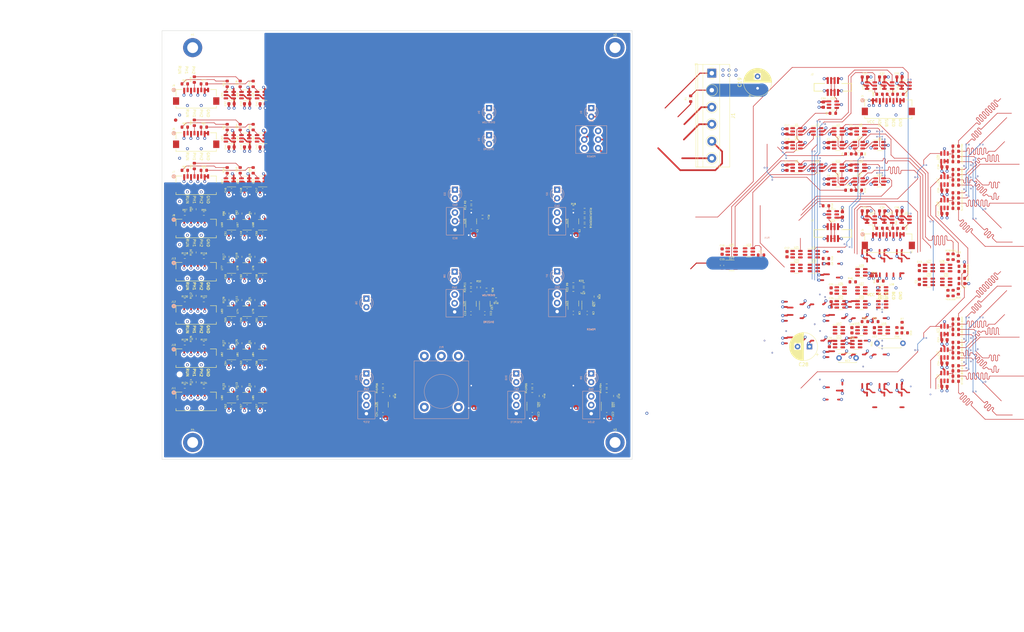
<source format=kicad_pcb>
(kicad_pcb (version 20221018) (generator pcbnew)
  (layers (0 "F.Cu" signal) (1 "In1.Cu" power "GND_2") (2 "In2.Cu" power "GND_3") (31 "B.Cu" signal) (34 "B.Paste" user) (35 "F.Paste" user) (36 "B.SilkS" user "B.Silkscreen") (37 "F.SilkS" user "F.Silkscreen") (38 "B.Mask" user) (39 "F.Mask" user) (44 "Edge.Cuts" user))
  (net 0 "")
  (net 1 "VCC")
  (net 2 "GND")
  (net 3 "Net-(D1-A)")
  (net 4 "Net-(D2-A)")
  (net 5 "Net-(D3-A)")
  (net 6 "Net-(D4-A)")
  (net 7 "Net-(D5-A)")
  (net 8 "Net-(D6-A)")
  (net 9 "Net-(D7-A)")
  (net 10 "Net-(D8-A)")
  (net 11 "Net-(D9-A)")
  (net 12 "Net-(D10-A)")
  (net 13 "Net-(J1-Pin_3)")
  (net 14 "Net-(J1-Pin_4)")
  (net 15 "Net-(J1-Pin_5)")
  (net 16 "Net-(J1-Pin_6)")
  (net 17 "/IN11/I")
  (net 18 "/IN12/I")
  (net 19 "/OUT0/O")
  (net 20 "/OUT1/O")
  (net 21 "/OUT2/O")
  (net 22 "/OUT3/O")
  (net 23 "/OUT4/O")
  (net 24 "/OUT5/O")
  (net 25 "/ClockDistributionA/ClockDistributionSingle1/O50_18/O")
  (net 26 "/EXEC")
  (net 27 "/OVERFLOW")
  (net 28 "/DIVZERO")
  (net 29 "/IN11/O")
  (net 30 "/BCD_LED")
  (net 31 "/OVERFLOW_LED")
  (net 32 "/BCD")
  (net 33 "Net-(SW2-B)")
  (net 34 "/IN12/O")
  (net 35 "Net-(SW3-B)")
  (net 36 "Net-(SW4-B)")
  (net 37 "Net-(SW5-B)")
  (net 38 "/Clock/SLOW")
  (net 39 "Net-(SW6-B)")
  (net 40 "/Clock/DISCRETE")
  (net 41 "Net-(SW7-B)")
  (net 42 "/Clock/STEP")
  (net 43 "Net-(SW8-B)")
  (net 44 "/DIVZERO_LED")
  (net 45 "/CLK_LED")
  (net 46 "/RUN_1")
  (net 47 "Net-(R15-Pad2)")
  (net 48 "/RUN_2")
  (net 51 "/C15")
  (net 52 "/CX15")
  (net 53 "/CONTINUE")
  (net 54 "Net-(U2-Pad3)")
  (net 55 "Net-(U4-Pad4)")
  (net 56 "Net-(U5-Pad4)")
  (net 57 "Net-(U10-Pad4)")
  (net 58 "/ADD")
  (net 59 "/MUL")
  (net 60 "/Clock/ENABLE")
  (net 61 "Net-(D11-A)")
  (net 62 "/ClockDistributionA/ClockDistributionSingle1/O50_17/O")
  (net 63 "/ClockDistributionA/ClockDistributionSingle1/O50_16/O")
  (net 64 "/ClockDistributionA/ClockDistributionSingle2/O50_18/O")
  (net 65 "/ClockDistributionA/ClockDistributionSingle2/O50_17/O")
  (net 66 "/ClockDistributionA/ClockDistributionSingle2/O50_16/O")
  (net 67 "/ClockDistributionA/ClockDistributionSingle3/O50_18/O")
  (net 68 "/ClockDistributionA/ClockDistributionSingle3/O50_17/O")
  (net 69 "/ClockDistributionA/ClockDistributionSingle3/O50_16/O")
  (net 70 "/CK")
  (net 71 "/SUB_LED")
  (net 72 "/EXEC_LED")
  (net 73 "/RUN_3")
  (net 74 "/Clock/CKS")
  (net 75 "/DIV_LED")
  (net 76 "Net-(C28-Pad1)")
  (net 77 "Net-(R17-Pad2)")
  (net 78 "Net-(U1-Pad4)")
  (net 79 "Net-(R25-Pad2)")
  (net 80 "Net-(R26-Pad2)")
  (net 81 "Net-(R27-Pad1)")
  (net 82 "Net-(U2-Pad4)")
  (net 83 "Net-(U3-Pad3)")
  (net 84 "Net-(U3-Pad4)")
  (net 85 "Net-(U13-Pad4)")
  (net 86 "Net-(U10-Pad1)")
  (net 87 "Net-(U11-Pad3)")
  (net 88 "Net-(U11-Pad4)")
  (net 89 "Net-(U23-Pad4)")
  (net 90 "Net-(U12-Pad4)")
  (net 91 "Net-(U17-Pad4)")
  (net 92 "Net-(U18-Pad3)")
  (net 93 "Net-(U35-Pad4)")
  (net 94 "Net-(U37-Pad4)")
  (net 95 "Net-(U38-Pad4)")
  (net 96 "Net-(U40-Pad1)")
  (net 97 "Net-(U43-Pad4)")
  (net 99 "/ClockDistributionA/ClockDistributionSingle/O50_18/O")
  (net 100 "/ClockDistributionA/ClockDistributionSingle/O50_17/O")
  (net 101 "/ClockDistributionA/ClockDistributionSingle/O50_16/O")
  (net 102 "/RUN_4")
  (net 103 "/PH1_1")
  (net 104 "Net-(U21-Pad4)")
  (net 105 "Net-(U27-Pad4)")
  (net 106 "/PH1_2")
  (net 107 "/SUB_1")
  (net 108 "/SUB_2")
  (net 109 "/PH2_1")
  (net 110 "/PH2_2")
  (net 111 "Net-(R100-Pad2)")
  (net 112 "/ClockDistributionX/ClockDistributionSingle2/O50_18/O")
  (net 113 "/ClockDistributionX/ClockDistributionSingle2/O50_17/O")
  (net 114 "/ClockDistributionX/ClockDistributionSingle2/O50_16/O")
  (net 115 "/ClockDistributionX/ClockDistributionSingle3/O50_18/O")
  (net 116 "/ClockDistributionX/ClockDistributionSingle3/O50_17/O")
  (net 117 "/ClockDistributionX/ClockDistributionSingle3/O50_16/O")
  (net 118 "/ClockDistributionX/ClockDistributionSingle1/O50_18/O")
  (net 119 "/ClockDistributionX/ClockDistributionSingle1/O50_17/O")
  (net 120 "/ClockDistributionX/ClockDistributionSingle1/O50_16/O")
  (net 121 "/ClockDistributionX/ClockDistributionSingle/O50_18/O")
  (net 122 "/ClockDistributionX/ClockDistributionSingle/O50_17/O")
  (net 123 "/ClockDistributionX/ClockDistributionSingle/O50_16/O")
  (net 124 "Net-(R48-Pad1)")
  (net 125 "Net-(R58-Pad2)")
  (net 126 "/DIV_1")
  (net 127 "/DIV_2")
  (net 128 "Net-(R49-Pad1)")
  (net 129 "Net-(R51-Pad2)")
  (net 130 "Net-(R53-Pad1)")
  (net 131 "Net-(R53-Pad2)")
  (net 132 "Net-(R47-Pad2)")
  (net 133 "Net-(R60-Pad2)")
  (net 134 "Net-(R62-Pad1)")
  (net 135 "Net-(R62-Pad2)")
  (net 136 "Net-(R64-Pad2)")
  (net 137 "Net-(R68-Pad2)")
  (net 138 "Net-(R57-Pad2)")
  (net 139 "Net-(R72-Pad2)")
  (net 140 "Net-(R59-Pad2)")
  (net 141 "Net-(R61-Pad2)")
  (net 142 "Net-(R76-Pad1)")
  (net 143 "Net-(R76-Pad2)")
  (net 144 "Net-(R78-Pad1)")
  (net 145 "Net-(R78-Pad2)")
  (net 146 "Net-(R80-Pad1)")
  (net 147 "Net-(R80-Pad2)")
  (net 148 "Net-(R82-Pad1)")
  (net 149 "Net-(R82-Pad2)")
  (net 150 "Net-(R84-Pad1)")
  (net 151 "Net-(U30-Pad4)")
  (net 152 "Net-(R84-Pad2)")
  (net 153 "Net-(R86-Pad1)")
  (net 154 "Net-(R40-Pad2)")
  (net 155 "Net-(R86-Pad2)")
  (net 156 "Net-(R88-Pad1)")
  (net 157 "Net-(R88-Pad2)")
  (net 158 "Net-(R90-Pad1)")
  (net 159 "Net-(R90-Pad2)")
  (net 160 "/ClockDistributionA/RUN_1")
  (net 161 "Net-(R92-Pad1)")
  (net 162 "/ClockDistributionA/RUN_2")
  (net 163 "/ClockDistributionA/RUN_3")
  (net 164 "/ClockDistributionA/RUN_4")
  (net 165 "/ClockDistributionA/PH1_1")
  (net 166 "Net-(R50-Pad2)")
  (net 167 "/ClockDistributionA/PH1_2")
  (net 168 "/ClockDistributionA/PH1_3")
  (net 169 "/ClockDistributionA/PH1_4")
  (net 170 "/ClockDistributionA/PH2_1")
  (net 171 "/ClockDistributionA/PH2_2")
  (net 172 "/ClockDistributionA/PH2_3")
  (net 173 "/ClockDistributionA/PH2_4")
  (net 174 "Net-(R92-Pad2)")
  (net 175 "Net-(R94-Pad1)")
  (net 176 "Net-(R94-Pad2)")
  (net 177 "Net-(R96-Pad2)")
  (net 178 "Net-(R96-Pad1)")
  (net 179 "Net-(R98-Pad2)")
  (net 180 "/ClockDistributionX/RUN_1")
  (net 181 "Net-(R103-Pad2)")
  (net 182 "/ClockDistributionX/RUN_2")
  (net 183 "/ClockDistributionX/RUN_3")
  (net 184 "/ClockDistributionX/RUN_4")
  (net 185 "/ClockDistributionX/PH1_1")
  (net 186 "Net-(R107-Pad2)")
  (net 187 "/ClockDistributionX/PH1_2")
  (net 188 "/ClockDistributionX/PH1_3")
  (net 189 "/ClockDistributionX/PH1_4")
  (net 190 "/ClockDistributionX/PH2_1")
  (net 191 "/ClockDistributionX/PH2_2")
  (net 192 "/ClockDistributionX/PH2_3")
  (net 193 "/ClockDistributionX/PH2_4")
  (net 194 "Net-(R111-Pad1)")
  (net 195 "Net-(R111-Pad2)")
  (net 196 "Net-(R113-Pad1)")
  (net 197 "Net-(R113-Pad2)")
  (net 198 "Net-(R115-Pad1)")
  (net 199 "Net-(R115-Pad2)")
  (net 200 "/PH1_3")
  (net 201 "/PH1_4")
  (net 202 "/PH2_3")
  (net 203 "/PH2_4")
  (net 204 "Net-(R117-Pad1)")
  (net 205 "Net-(R117-Pad2)")
  (net 206 "Net-(R119-Pad1)")
  (net 207 "Net-(R119-Pad2)")
  (net 208 "Net-(R121-Pad1)")
  (net 209 "Net-(R121-Pad2)")
  (net 210 "Net-(R123-Pad1)")
  (net 211 "Net-(R123-Pad2)")
  (net 212 "Net-(R125-Pad1)")
  (net 213 "Net-(R125-Pad2)")
  (net 214 "Net-(R127-Pad1)")
  (net 215 "Net-(R127-Pad2)")
  (net 216 "Net-(R129-Pad1)")
  (net 217 "Net-(R129-Pad2)")
  (net 218 "Net-(R131-Pad1)")
  (net 219 "Net-(R131-Pad2)")
  (net 220 "Net-(R133-Pad1)")
  (net 221 "Net-(R133-Pad2)")
  (net 222 "/Clock/SLOW_LED")
  (net 223 "/Clock/DISCRETE_LED")
  (net 224 "/Clock/STEP_LED")
  (net 225 "Net-(U22-Pad4)")
  (net 226 "Net-(C29-Pad1)")
  (footprint "Capacitor_SMD:C_0603_1608Metric" (layer "F.Cu") (at 170.18 129.286 180)
    (fp_text reference "C60")
    (fp_text value "10n")
  )
  (footprint "Capacitor_SMD:C_0603_1608Metric" (layer "F.Cu") (at 174.752 103.886 180)
    (fp_text reference "C47")
    (fp_text value "10n")
  )
  (footprint "Capacitor_SMD:C_0603_1608Metric" (layer "F.Cu") (at 328.676 86.614 90)
    (fp_text reference "C17")
    (fp_text value "10n")
  )
  (footprint "Resistor_SMD:R_0603_1608Metric" (layer "F.Cu") (at 354.076 129.032 180)
    (fp_text reference "R47")
    (fp_text value "36R")
  )
  (footprint "Resistor_SMD:R_0603_1608Metric" (layer "F.Cu") (at 378.206 148.59 180)
    (fp_text reference "R103")
    (fp_text value "36R")
  )
  (footprint "Resistor_SMD:R_0603_1608Metric" (layer "F.Cu") (at 253.896 161.29)
    (fp_text reference "R55")
    (fp_text value "5K")
  )
  (footprint "MountingHole:MountingHole_3.2mm_M3_DIN965_Pad" (layer "F.Cu") (at 278.2 178)
    (fp_text reference "H3")
    (fp_text value "MountingHole")
  )
  (footprint "Fiducial:Fiducial_1mm_Mask2mm" (layer "F.Cu") (at 149.2 83.286)
    (fp_text reference "FID2" hide)
    (fp_text value "Fiducial")
  )
  (footprint "Resistor_SMD:R_0603_1608Metric" (layer "F.Cu") (at 377.444 134.112 90)
    (fp_text reference "R37")
    (fp_text value "36R")
  )
  (footprint "Package_TO_SOT_SMD:SOT-23-6" (layer "F.Cu") (at 375.412 130.81)
    (fp_text reference "U31")
    (fp_text value "1G3157" hide)
  )
  (footprint "Package_TO_SOT_SMD:SOT-23-6" (layer "F.Cu") (at 357.124 145.034)
    (fp_text reference "U46")
    (fp_text value "1G3157" hide)
  )
  (footprint "Resistor_SMD:R_0603_1608Metric" (layer "F.Cu") (at 210.052 162.814 180)
    (fp_text reference "R45")
    (fp_text value "1k5")
  )
  (footprint "Resistor_SMD:R_0603_1608Metric" (layer "F.Cu") (at 349.758 93.218 180)
    (fp_text reference "R8")
    (fp_text value "36R")
  )
  (footprint "Capacitor_SMD:C_0603_1608Metric" (layer "F.Cu") (at 374.904 154.686)
    (fp_text reference "C54")
    (fp_text value "10n")
  )
  (footprint "Package_TO_SOT_SMD:SOT-23-6" (layer "F.Cu") (at 350.52 145.034)
    (fp_text reference "U45")
    (fp_text value "1G3157" hide)
  )
  (footprint "Resistor_SMD:R_0603_1608Metric" (layer "F.Cu") (at 157.48 72.644)
    (fp_text reference "R77")
    (fp_text value "36R")
  )
  (footprint "Resistor_SMD:R_0603_1608Metric" (layer "F.Cu") (at 164.338 110.744 -90)
    (fp_text reference "R96")
    (fp_text value "36R")
  )
  (footprint "Resistor_SMD:R_0603_1608Metric" (layer "F.Cu") (at 151.892 110.744 180)
    (fp_text reference "R97")
    (fp_text value "36R")
  )
  (footprint "Resistor_SMD:R_0603_1608Metric" (layer "F.Cu") (at 154.686 134.874 90)
    (fp_text reference "R112")
    (fp_text value "36R")
  )
  (footprint "Resistor_SMD:R_0603_1608Metric" (layer "F.Cu") (at 269.262 112.776 180)
    (fp_text reference "R20")
    (fp_text value "36R")
  )
  (footprint "Package_TO_SOT_SMD:SOT-23-6" (layer "F.Cu") (at 374.904 107.95 90)
    (fp_text reference "U58")
    (fp_text value "1G3157" hide)
  )
  (footprint "Resistor_SMD:R_0603_1608Metric" (layer "F.Cu") (at 358.902 115.062)
    (fp_text reference "R60")
    (fp_text value "100R")
  )
  (footprint "Capacitor_SMD:C_0603_1608Metric" (layer "F.Cu") (at 235.988 115.824)
    (fp_text reference "C4")
    (fp_text value "10n")
  )
  (footprint "Package_TO_SOT_SMD:SOT-23-6" (layer "F.Cu") (at 174.244 126.746 180)
    (fp_text reference "U76")
    (fp_text value "1G3157" hide)
  )
  (footprint "TerminalBlock_Phoenix:TerminalBlock_Phoenix_MKDS-1,5-6_1x06_P5.00mm_Horizontal" (layer "F.Cu") (at 306.595 69.5 -90)
    (fp_text reference "J1")
    (fp_text value "Conn_01x06_Socket")
  )
  (footprint "MevaLlibreriaFootprint:CONN_XF3M1-0815-1B_OMR" (layer "F.Cu") (at 158.727401 150.633)
    (fp_text reference "J10")
    (fp_text value "XF3M1-0815-1B")
  )
  (footprint "Capacitor_SMD:C_0603_1608Metric" (layer "F.Cu") (at 165.608 103.886 180)
    (fp_text reference "C46")
    (fp_text value "10n")
  )
  (footprint "Resistor_SMD:R_0603_1608Metric" (layer "F.Cu") (at 164.338 136.144 -90)
    (fp_text reference "R129")
    (fp_text value "36R")
  )
  (footprint "MevaLlibreriaFootprint:CONN_XF3M1-0815-1B_OMR" (layer "F.Cu") (at 158.727401 125.233)
    (fp_text reference "J13")
    (fp_text value "XF3M1-0815-1B")
  )
  (footprint "Resistor_SMD:R_0603_1608Metric" (layer "F.Cu") (at 265.96 108.966 180)
    (fp_text reference "R18")
    (fp_text value "1k5")
  )
  (footprint "Resistor_SMD:R_0603_1608Metric" (layer "F.Cu") (at 272.564 135.128 -90)
    (fp_text reference "R26")
    (fp_text value "36R")
  )
  (footprint "Resistor_SMD:R_0603_1608Metric" (layer "F.Cu") (at 151.892 72.644 180)
    (fp_text reference "R63")
    (fp_text value "36R")
  )
  (footprint "Capacitor_SMD:C_0603_1608Metric" (layer "F.Cu") (at 344.932 110.998 90)
    (fp_text reference "C31")
    (fp_text value "10n")
  )
  (footprint "Capacitor_SMD:C_0603_1608Metric" (layer "F.Cu") (at 170.18 116.586 180)
    (fp_text reference "C49")
    (fp_text value "10n")
  )
  (footprint "Capacitor_SMD:C_0603_1608Metric" (layer "F.Cu") (at 165.608 141.986 180)
    (fp_text reference "C65")
    (fp_text value "10n")
  )
  (footprint "Resistor_SMD:R_0603_1608Metric" (layer "F.Cu") (at 378.206 156.972 180)
    (fp_text reference "R108")
    (fp_text value "36R")
  )
  (footprint "Resistor_SMD:R_0603_1608Metric" (layer "F.Cu") (at 168.148 123.444 -90)
    (fp_text reference "R119")
    (fp_text value "36R")
  )
  (footprint "Package_TO_SOT_SMD:SOT-23-6" (layer "F.Cu") (at 370.332 130.81)
    (fp_text reference "U30")
    (fp_text value "1G3157" hide)
  )
  (footprint "Package_TO_SOT_SMD:SOT-23-6" (layer "F.Cu") (at 174.244 164.846 180)
    (fp_text reference "U85")
    (fp_text value "1G3157" hide)
  )
  (footprint "Resistor_SMD:R_0603_1608Metric" (layer "F.Cu") (at 378.206 92.456 180)
    (fp_text reference "R65")
    (fp_text value "36R")
  )
  (footprint "Capacitor_SMD:C_0603_1608Metric" (layer "F.Cu") (at 361.696 109.982 180)
    (fp_text reference "C36")
    (fp_text value "10n")
  )
  (footprint "MevaLlibreriaFootprint:FFC3A2004G_meu" (layer "F.Cu") (at 342.138 116.586)
    (fp_text reference "J3")
    (fp_text value "FFC3A20-04-G_meu" hide)
  )
  (footprint "Capacitor_SMD:C_0603_1608Metric" (layer "F.Cu") (at 309.626 121.92 -90)
    (fp_text reference "C16")
    (fp_text value "10n")
  )
  (footprint "Resistor_SMD:R_0603_1608Metric" (layer "F.Cu") (at 253.896 162.814 180)
    (fp_text reference "R43")
    (fp_text value "1k5")
  )
  (footprint "Capacitor_SMD:C_0603_1608Metric" (layer "F.Cu") (at 341.122 149.098 -90)
    (fp_text reference "C20")
    (fp_text value "10n")
  )
  (footprint "Package_TO_SOT_SMD:SOT-23-6" (layer "F.Cu") (at 349.758 101.346)
    (fp_text reference "U12")
    (fp_text value "1G3157" hide)
  )
  (footprint "Resistor_SMD:R_0603_1608Metric" (layer "F.Cu") (at 164.338 123.444 -90)
    (fp_text reference "R117")
    (fp_text value "36R")
  )
  (footprint "Resistor_SMD:R_0603_1608Metric" (layer "F.Cu") (at 378.206 102.362 180)
    (fp_text reference "R71")
    (fp_text value "36R")
  )
  (footprint "MevaLlibreriaFootprint:CONN_XF3M1-0815-1B_OMR" (layer "F.Cu") (at 158.727401 112.533)
    (fp_text reference "J8")
    (fp_text value "XF3M1-0815-1B")
  )
  (footprint "Fiducial:Fiducial_1mm_Mask2mm" (layer "F.Cu") (at 279.2 172)
    (fp_text reference "FID4" hide)
    (fp_text value "Fiducial")
  )
  (footprint "Capacitor_SMD:C_0603_1608Metric" (layer "F.Cu") (at 374.904 147.828)
    (fp_text reference "C53")
    (fp_text value "10n")
  )
  (footprint "Package_TO_SOT_SMD:SOT-23-6" (layer "F.Cu") (at 275.74 166.878 90)
    (fp_text reference "U33")
    (fp_text value "1G3157" hide)
  )
  (footprint "Resistor_SMD:R_0603_1608Metric" (layer "F.Cu") (at 378.206 107.696 180)
    (fp_text reference "R74")
    (fp_text value "36R")
  )
  (footprint "Capacitor_SMD:C_0603_1608Metric" (layer "F.Cu") (at 265.96 115.824)
    (fp_text reference "C5")
    (fp_text value "10n")
  )
  (footprint "Package_TO_SOT_SMD:SOT-23-6" (layer "F.Cu") (at 356.616 133.35)
    (fp_text reference "U38")
    (fp_text value "1G3157" hide)
  )
  (footprint "Package_TO_SOT_SMD:SOT-23-6" (layer "F.Cu") (at 165.1 139.446 180)
    (fp_text reference "U83")
    (fp_text value "1G3157" hide)
  )
  (footprint "MevaLlibreriaFootprint:CONN_XF3M1-0815-1B_OMR" (layer "F.Cu") (at 158.727401 74.433)
    (fp_text reference "J9")
    (fp_text value "XF3M1-0815-1B")
  )
  (footprint "Capacitor_SMD:C_0603_1608Metric" (layer "F.Cu") (at 374.904 161.544)
    (fp_text reference "C55")
    (fp_text value "10n")
  )
  (footprint "Package_TO_SOT_SMD:SOT-23-6" (layer "F.Cu") (at 239.958 137.254 90)
    (fp_text reference "U32")
    (fp_text value "1G3157" hide)
  )
  (footprint "Package_TO_SOT_SMD:SOT-23-6" (layer "F.Cu") (at 165.1 152.146 180)
    (fp_text reference "U82")
    (fp_text value "1G3157" hide)
  )
  (footprint "Resistor_SMD:R_0603_1608Metric" (layer "F.Cu") (at 275.74 161.29)
    (fp_text reference "R54")
    (fp_text value "5K")
  )
  (footprint "Resistor_SMD:R_0603_1608Metric" (layer "F.Cu") (at 351.536 142.494)
    (fp_text reference "R50")
    (fp_text value "5k")
  )
  (footprint "Capacitor_SMD:C_0603_1608Metric" (layer "F.Cu") (at 356.616 109.982 180)
    (fp_text reference "C35")
    (fp_text value "10n")
  )
  (footprint "Package_TO_SOT_SMD:SOT-23-6" (layer "F.Cu") (at 355.854 90.678)
    (fp_text reference "U5")
    (fp_text value "1G3157" hide)
  )
  (footprint "Package_TO_SOT_SMD:SOT-23-6" (layer "F.Cu") (at 331.47 90.678)
    (fp_text reference "U6")
    (fp_text value "1G3157" hide)
  )
  (footprint "Package_TO_SOT_SMD:SOT-23-6" (layer "F.Cu") (at 174.244 75.946 180)
    (fp_text reference "U59")
    (fp_text value "1G3157" hide)
  )
  (footprint "Resistor_SMD:R_0603_1608Metric" (layer "F.Cu") (at 379.984 131.318)
    (fp_text reference "R27")
    (fp_text value "1k5")
  )
  (footprint "Package_TO_SOT_SMD:SOT-23-6" (layer "F.Cu") (at 174.244 88.646 180)
    (fp_text reference "U61")
    (fp_text value "1G3157" hide)
  )
  (footprint "Resistor_SMD:R_0603_1608Metric" (layer "F.Cu") (at 157.48 98.044)
    (fp_text reference "R89")
    (fp_text value "36R")
  )
  (footprint "Resistor_SMD:R_0603_1608Metric" (layer "F.Cu") (at 378.206 100.838 180)
    (fp_text reference "R70")
    (fp_text value "36R")
  )
  (footprint "MevaLlibreriaFootprint:FFC3A2004G_meu" (layer "F.Cu") (at 342.138 73.66)
    (fp_text reference "J2")
    (fp_text value "FFC3A20-04-G_meu" hide)
  )
  (footprint "Resistor_SMD:R_0603_1608Metric" (layer "F.Cu") (at 378.206 160.02 180)
    (fp_text reference "R110")
    (fp_text value "36R")
  )
  (footprint "Resistor_SMD:R_0603_1608Metric" (layer "F.Cu") (at 347.98 130.81 180)
    (fp_text reference "R48")
    (fp_text value "10K")
  )
  (footprint "Capacitor_SMD:C_0603_1608Metric" (layer "F.Cu") (at 347.472 97.282 -90)
    (fp_text reference "C7")
    (fp_text value "10n")
  )
  (footprint "Capacitor_SMD:C_0603_1608Metric" (layer "F.Cu") (at 347.726 145.034 -90)
    (fp_text reference "C26")
    (fp_text value "10n")
  )
  (footprint "Resistor_SMD:R_0603_1608Metric" (layer "F.Cu") (at 362.458 143.51 -90)
    (fp_text reference "R7")
    (fp_text value "5K")
  )
  (footprint "Package_TO_SOT_SMD:SOT-23-6" (layer "F.Cu") (at 374.904 158.75 90)
    (fp_text reference "U73")
    (fp_text value "1G3157" hide)
  )
  (footprint "Resistor_SMD:R_0603_1608Metric" (layer "F.Cu") (at 378.206 150.114 180)
    (fp_text reference "R104")
    (fp_text value "36R")
  )
  (footprint "Package_TO_SOT_SMD:SOT-23-6" (layer "F.Cu") (at 165.1 164.846 180)
    (fp_text reference "U80")
    (fp_text value "1G3157" hide)
  )
  (footprint "Capacitor_SMD:C_0603_1608Metric" (layer "F.Cu") (at 174.752 129.286 180)
    (fp_text reference "C58")
    (fp_text value "10n")
  )
  (footprint "Resistor_SMD:R_0603_1608Metric" (layer "F.Cu") (at 342.138 81.28)
    (fp_text reference "R6")
    (fp_text value "36R")
  )
  (footprint "Resistor_SMD:R_0603_1608Metric" (layer "F.Cu") (at 265.96 133.096 180)
    (fp_text reference "R22")
    (fp_text value "1k5")
  )
  (footprint "Package_TO_SOT_SMD:SOT-23-6" (layer "F.Cu") (at 343.916 145.034)
    (fp_text reference "U47")
    (fp_text value "1G3157" hide)
  )
  (footprint "Package_TO_SOT_SMD:SOT-23-6" (layer "F.Cu") (at 169.672 88.646 180)
    (fp_text reference "U63")
    (fp_text value "1G3157" hide)
  )
  (footprint "Package_TO_SOT_SMD:SOT-23-6" (layer "F.Cu") (at 337.566 97.282)
    (fp_text reference "U10")
    (fp_text value "1G3157" hide)
  )
  (footprint "Resistor_SMD:R_0603_1608Metric" (layer "F.Cu") (at 171.958 136.144 -90)
    (fp_text reference "R121")
    (fp_text value "36R")
  )
  (footprint "Resistor_SMD:R_0603_1608Metric" (layer "F.Cu") (at 269.262 109.728 180)
    (fp_text reference "R15")
    (fp_text value "36R")
  )
  (footprint "Capacitor_SMD:C_0603_1608Metric" (layer "F.Cu") (at 165.608 78.486 180)
    (fp_text reference "C37")
    (fp_text value "10n")
  )
  (footprint "Package_TO_SOT_SMD:SOT-23-6" (layer "F.Cu") (at 358.394 112.522)
    (fp_text reference "U53")
    (fp_text value "1G3157" hide)
  )
  (footprint "Resistor_SMD:R_0603_1608Metric" (layer "F.Cu") (at 168.148 161.544 -90)
    (fp_text reference "R113")
    (fp_text value "36R")
  )
  (footprint "Resistor_SMD:R_0603_1608Metric" (layer "F.Cu") (at 378.206 144.78 180)
    (fp_text reference "R101")
    (fp_text value "36R")
  )
  (footprint "Capacitor_SMD:C_0603_1608Metric" (layer "F.Cu") (at 170.18 103.886 180)
    (fp_text reference "C48")
    (fp_text value "10n")
  )
  (footprint "Package_TO_SOT_SMD:SOT-23-6" (layer "F.Cu") (at 169.672 101.346 180)
    (fp_text reference "U66")
    (fp_text value "1G3157" hide)
  )
  (footprint "Resistor_SMD:R_0603_1608Metric" (layer "F.Cu") (at 378.206 143.256 180)
    (fp_text reference "R100")
    (fp_text value "36R")
  )
  (footprint "Resistor_SMD:R_0603_1608Metric" (layer "F.Cu") (at 164.338 148.844 -90)
    (fp_text reference "R127")
    (fp_text value "36R")
  )
  (footprint "Capacitor_SMD:C_0603_1608Metric" (layer "F.Cu") (at 270.024 139.954 180)
    (fp_text reference "C9")
    (fp_text value "10n")
  )
  (footprint "Resistor_SMD:R_0603_1608Metric" (layer "F.Cu") (at 171.958 148.844 -90)
    (fp_text reference "R131")
    (fp_text value "36R")
  )
  (footprint "Resistor_SMD:R_0603_1608Metric" (layer "F.Cu") (at 168.148 148.844 -90)
    (fp_text reference "R125")
    (fp_text value "36R")
  )
  (footprint "Capacitor_SMD:C_0603_1608Metric" (layer "F.Cu") (at 361.696 70.612 180)
    (fp_text reference "C33")
    (fp_text value "10n")
  )
  (footprint "Capacitor_SMD:C_0603_1608Metric" (layer "F.Cu") (at 340.868 101.346 -90)
    (fp_text reference "C6")
    (fp_text value "10n")
  )
  (footprint "Resistor_SMD:R_0603_1608Metric" (layer "F.Cu") (at 340.106 108.458)
    (fp_text reference "R10")
    (fp_text value "36R")
  )
  (footprint "Capacitor_SMD:C_0603_1608Metric" (layer "F.Cu") (at 351.536 109.982 180)
    (fp_text reference "C34")
    (fp_text value "10n")
  )
  (footprint "Package_TO_SOT_SMD:SOT-23-6" (layer "F.Cu") (at 349.758 90.678)
    (fp_text reference "U4")
    (fp_text value "1G3157" hide)
  )
  (footprint "Capacitor_SMD:C_0603_1608Metric" (layer "F.Cu") (at 165.608 116.586 180)
    (fp_text reference "C51")
    (fp_text value "10n")
  )
  (footprint "Resistor_SMD:R_0603_1608Metric" (layer "F.Cu") (at 378.206 99.314 180)
    (fp_text reference "R69")
    (fp_text value "36R")
  )
  (footprint "Resistor_SMD:R_0603_1608Metric" (layer "F.Cu") (at 269.262 114.3 180)
    (fp_text reference "R16")
    (fp_text value "36R")
  )
  (footprint "Package_TO_SOT_SMD:SOT-23-6" (layer "F.Cu") (at 343.662 101.346)
    (fp_text reference "U14")
    (fp_text value "1G3157" hide)
  )
  (footprint "Package_TO_SOT_SMD:SOT-23-6" (layer "F.Cu") (at 312.42 125.984)
    (fp_text reference "U17")
    (fp_text value "1G3157" hide)
  )
  (footprint "Resistor_SMD:R_0603_1608Metric" (layer "F.Cu") (at 168.148 136.144 -90)
    (fp_text reference "R111")
    (fp_text value "36R")
  )
  (footprint "MevaLlibreriaFootprint:CONN_XF3M1-1015-1B_OMR" (layer "F.Cu") (at 358.4274 77.481)
    (fp_text reference "J4")
    (fp_text value "XF3M1-1015-1B")
  )
  (footprint "MountingHole:MountingHole_3.2mm_M3_DIN965_Pad" (layer "F.Cu") (at 154.2 178)
    (fp_text reference "H4")
    (fp_text value "MountingHole")
  )
  (footprint "Package_TO_SOT_SMD:SOT-23-6" (layer "F.Cu") (at 363.474 73.152)
    (fp_text reference "U51")
    (fp_text value "1G3157" hide)
  )
  (footprint "Resistor_SMD:R_0603_1608Metric" (layer "F.Cu") (at 356.108 130.556)
    (fp_text reference "R49")
    (fp_text value "10K")
  )
  (footprint "Package_TO_SOT_SMD:SOT-23-6" (layer "F.Cu") (at 353.314 73.152)
    (fp_text reference "U70")
    (fp_text value "1G3157" hide)
  )
  (footprint "Package_TO_SOT_SMD:SOT-23-6" (layer "F.Cu") (at 165.1 88.646 180)
    (fp_text reference "U62")
    (fp_text value "1G3157" hide)
  )
  (footprint "Resistor_SMD:R_0603_1608Metric" (layer "F.Cu") (at 378.206 95.504 180)
    (fp_text reference "R67")
    (fp_text value "36R")
  )
  (footprint "Package_TO_SOT_SMD:SOT-23-6" (layer "F.Cu") (at 350.266 97.282)
    (fp_text reference "U15")
    (fp_text value "1G3157" hide)
  )
  (footprint "Package_TO_SOT_SMD:SOT-23-6" (layer "F.Cu") (at 350.266 86.614)
    (fp_text reference "U8")
    (fp_text value "1G3157" hide)
  )
  (footprint "Resistor_SMD:R_0603_1608Metric" (layer "F.Cu") (at 151.892 161.544 180)
    (fp_text reference "R124")
    (fp_text value "36R")
  )
  (footprint "Resistor_SMD:R_0603_1608Metric" (layer "F.Cu") (at 171.958 98.044 -90)
    (fp_text reference "R88")
    (fp_text value "36R")
  )
  (footprint "Resistor_SMD:R_0603_1608Metric" (layer "F.Cu") (at 378.206 106.172 180)
    (fp_text reference "R73")
    (fp_text value "36R")
  )
  (footprint "Package_TO_SOT_SMD:SOT-23-6" (layer "F.Cu") (at 355.854 101.346)
    (fp_text reference "U13")
    (fp_text value "1G3157" hide)
  )
  (footprint "Package_TO_SOT_SMD:SOT-23-6" (layer "F.Cu") (at 210.052 166.878 90)
    (fp_text reference "U36")
    (fp_text value "1G3157" hide)
  )
  (footprint "Capacitor_SMD:C_0603_1608Metric" (layer "F.Cu") (at 328.676 97.282 -90)
    (fp_text reference "C14")
    (fp_text value "10n")
  )
  (footprint "Resistor_SMD:R_0603_1608Metric" (layer "F.Cu") (at 168.148 85.344 -90)
    (fp_text reference "R84")
    (fp_text value "36R")
  )
  (footprint "Package_TO_SOT_SMD:SOT-23-6" (layer "F.Cu") (at 336.55 126.746)
    (fp_text reference "U23")
    (fp_text value "1G3157" hide)
  )
  (footprint "Package_TO_SOT_SMD:SOT-23-6" (layer "F.Cu") (at 358.394 73.152)
    (fp_text reference "U50")
    (fp_text value "1G3157" hide)
  )
  (footprint "Package_TO_SOT_SMD:SOT-23-6" (layer "F.Cu") (at 253.896 166.878 90)
    (fp_text reference "U34")
    (fp_text value "1G3157" hide)
  )
  (footprint "Resistor_SMD:R_0603_1608Metric" (layer "F.Cu") (at 154.686 71.374 90)
    (fp_text reference "R79")
    (fp_text value "36R")
  )
  (footprint "MevaLlibreriaFootprint:CONN_XF3M1-0815-1B_OMR" (layer "F.Cu") (at 158.727401 137.933)
    (fp_text reference "J12")
    (fp_text value "XF3M1-0815-1B")
  )
  (footprint "Package_TO_SOT_SMD:SOT-23-6" (layer "F.Cu") (at 331.47 86.614)
    (fp_text reference "U1")
    (fp_text value "1G3157" hide)
  )
  (footprint "Package_TO_SOT_SMD:SOT-23-6" (layer "F.Cu") (at 169.672 164.846 180)
    (fp_text reference "U75")
    (fp_text value "1G3157" hide)
  )
  (footprint "Resistor_SMD:R_0603_1608Metric" (layer "F.Cu") (at 154.686 160.274 90)
    (fp_text reference "R114")
    (fp_text value "36R")
  )
  (footprint "Resistor_SMD:R_0603_1608Metric" (layer "F.Cu") (at 340.106 125.476 180)
    (fp_text reference "R2")
    (fp_text value "5K")
  )
  (footprint "Resistor_SMD:R_0603_1608Metric" (layer "F.Cu") (at 171.958 72.644 -90)
    (fp_text reference "R76")
    (fp_text value "36R")
  )
  (footprint "Capacitor_SMD:C_0603_1608Metric" (layer "F.Cu") (at 170.18 154.686 180)
    (fp_text reference "C63")
    (fp_text value "10n")
  )
  (footprint "Capacitor_SMD:C_0603_1608Metric" (layer "F.Cu") (at 174.752 154.686 180)
    (fp_text reference "C66")
    (fp_text value "10n")
  )
  (footprint "Fiducial:Fiducial_1mm_Mask2mm" (layer "F.Cu") (at 149.2 159)
    (fp_text reference "FID3" hide)
    (fp_text value "Fiducial")
  )
  (footprint "Capacitor_SMD:C_0603_1608Metric" (layer "F.Cu") (at 170.18 167.386 180)
    (fp_text reference "C57")
    (fp_text value "10n")
  )
  (footprint "Resistor_SMD:R_0603_1608Metric" (layer "F.Cu") (at 300.4 77 90)
    (fp_text reference "R1")
    (fp_text value "5K")
  )
  (footprint "Package_TO_SOT_SMD:SOT-23-6" (layer "F.Cu") (at 331.47 126.746)
    (fp_text reference "U22")
    (fp_text value "1G3157" hide)
  )
  (footprint "Package_TO_SOT_SMD:SOT-23-6" (layer "F.Cu") (at 165.1 101.346 180)
    (fp_text reference "U64")
    (fp_text value "1G3157" hide)
  )
  (footprint "Resistor_SMD:R_0603_1608Metric" (layer "F.Cu") (at 265.96 131.572)
    (fp_text reference "R9")
    (fp_text value "5K")
  )
  (footprint "Package_TO_SOT_SMD:SOT-23-6" (layer "F.Cu") (at 270.024 137.16 90)
    (fp_text reference "U26")
    (fp_text value "1G3157" hide)
  )
  (footprint "Capacitor_THT:CP_Radial_D8.0mm_P3.50mm" (layer "F.Cu") (at 320.04 73.938651 90)
    (fp_text reference "C19")
    (fp_text value "100uF")
  )
  (footprint "Capacitor_SMD:C_0603_1608Metric" (layer "F.Cu") (at 174.752 91.186 180)
    (fp_text reference "C43")
    (fp_text value "10n")
  )
  (footprint "Resistor_SMD:R_0603_1608Metric" (layer "F.Cu") (at 378.206 158.496 180)
    (fp_text reference "R109")
    (fp_text value "36R")
  )
  (footprint "Resistor_SMD:R_0603_1608Metric" (layer "F.Cu") (at 269.008 133.096 180)
    (fp_text reference "R24")
    (fp_text value "36R")
  )
  (footprint "Package_TO_SOT_SMD:SOT-23-6" (layer "F.Cu") (at 363.474 112.522)
    (fp_text reference "U54")
    (fp_text value "1G3157" hide)
  )
  (footprint "Resistor_SMD:R_0603_1608Metric" (layer "F.Cu") (at 378.206 151.638 180)
    (fp_text reference "R105")
    (fp_text value "36R")
  )
  (footprint "Package_TO_SOT_SMD:SOT-23-6" (layer "F.Cu") (at 344.424 133.35)
    (fp_text reference "U35")
    (fp_text value "1G3157" hide)
  )
  (footprint "Package_TO_SOT_SMD:SOT-23-6" (layer "F.Cu") (at 342.138 110.998 180)
    (fp_text reference "U49")
    (fp_text value "1G3157" hide)
  )
  (footprint "Resistor_SMD:R_0603_1608Metric" (layer "F.Cu") (at 346.71 93.218)
    (fp_text reference "R4")
    (fp_text value "5K")
  )
  (footprint "Resistor_SMD:R_0603_1608Metric" (layer "F.Cu") (at 235.988 107.442)
    (fp_text reference "R3")
    (fp_text value "5K")
  )
  (footprint "Package_TO_SOT_SMD:SOT-23-6" (layer "F.Cu") (at 350.52 133.35)
    (fp_text reference "U37")
    (fp_text value "1G3157" hide)
  )
  (footprint "Package_TO_SOT_SMD:SOT-23-6" (layer "F.Cu") (at 374.904 145.034 90)
    (fp_text reference "U71")
    (fp_text value "1G3157" hide)
  )
  (footprint "Package_TO_SOT_SMD:SOT-23-6" (layer "F.Cu") (at 174.244 139.446 180)
    (fp_text reference "U79")
    (fp_text value "1G3157" hide)
  )
  (footprint "Package_TO_SOT_SMD:SOT-23-6" (layer "F.Cu") (at 331.47 97.282)
    (fp_text reference "U9")
    (fp_text value "1G3157" hide)
  )
  (footprint "Resistor_SMD:R_0603_1608Metric" (layer "F.Cu") (at 275.74 162.814 180)
    (fp_text reference "R41")
    (fp_text value "1k5")
  )
  (footprint "Resistor_SMD:R_0603_1608Metric" (layer "F.Cu") (at 358.902 75.692)
    (fp_text reference "R57")
    (fp_text value "100R")
  )
  (footprint "Resistor_SMD:R_0603_1608Metric" (layer "F.Cu") (at 278.28 164.338 -90)
    (fp_text reference "R42")
    (fp_text value "36R")
  )
  (footprint "Capacitor_SMD:C_0603_1608Metric" (layer "F.Cu") (at 174.752 78.486 180)
    (fp_text reference "C41")
    (fp_text value "10n")
  )
  (footprint "Resistor_SMD:R_0603_1608Metric" (layer "F.Cu") (at 164.338 98.044 -90)
    (fp_text reference "R86")
    (fp_text value "36R")
  )
  (footprint "Capacitor_SMD:C_0603_1608Metric" (layer "F.Cu") (at 170.18 91.186 180)
    (fp_text reference "C45")
    (fp_text value "10n")
  )
  (footprint "Package_TO_SOT_SMD:SOT-23-6" (layer "F.Cu") (at 169.672 139.446 180)
    (fp_text reference "U74")
    (fp_text value "1G3157" hide)
  )
  (footprint "Package_TO_SOT_SMD:SOT-23-6" (layer "F.Cu") (at 343.916 149.098)
    (fp_text reference "U43")
    (fp_text value "1G3157" hide)
  )
  (footprint "Resistor_SMD:R_0603_1608Metric" (layer "F.Cu") (at 171.958 85.344 -90)
    (fp_text reference "R80")
    (fp_text value "36R")
  )
  (footprint "Resistor_SMD:R_0603_1608Metric" (layer "F.Cu") (at 360.934 145.034 90)
    (fp_text reference "R52")
    (fp_text value "36R")
  )
  (footprint "Resistor_SMD:R_0603_1608Metric" (layer "F.Cu") (at 168.148 72.644 -90)
    (fp_text reference "R78")
    (fp_text value "36R")
  )
  (footprint "Resistor_SMD:R_0603_1608Metric" (layer "F.Cu") (at 378.206 153.162 180)
    (fp_text reference "R106")
    (fp_text value "36R")
  )
  (footprint "Resistor_SMD:R_0603_1608Metric" (layer "F.Cu") (at 379.984 127.762 180)
    (fp_text reference "R30")
    (fp_text value "36R")
  )
  (footprint "Resistor_THT:R_Axial_DIN0207_L6.3mm_D2.5mm_P7.62mm_Horizontal" (layer "F.Cu") (at 355.092 148.844)
    (fp_text reference "R53")
    (fp_text value "220")
  )
  (footprint "Package_TO_SOT_SMD:SOT-23-6" (layer "F.Cu") (at 356.616 137.414)
    (fp_text reference "U41")
    (fp_text value "1G3157" hide)
  )
  (footprint "Package_TO_SOT_SMD:SOT-23-6" (layer "F.Cu") (at 174.244 114.046 180)
    (fp_text reference "U68")
    (fp_text value "1G3157" hide)
  )
  (footprint "Package_TO_SOT_SMD:SOT-23-6" (layer "F.Cu") (at 312.42 121.92)
    (fp_text reference "U20")
    (fp_text value "1G3157" hide)
  )
  (footprint "Resistor_SMD:R_0603_1608Metric" (layer "F.Cu") (at 168.148 98.044 -90)
    (fp_text reference "R90")
    (fp_text value "36R")
  )
  (footprint "Resistor_SMD:R_0603_1608Metric" (layer "F.Cu") (at 378.206 97.79 180)
    (fp_text reference "R68")
    (fp_text value "36R")
  )
  (footprint "Resistor_SMD:R_0603_1608Metric" (layer "F.Cu") (at 379.984 126.238)
    (fp_text reference "R36")
    (fp_text value "1k5")
  )
  (footprint "Package_TO_SOT_SMD:SOT-23-6" (layer "F.Cu") (at 343.662 90.678)
    (fp_text reference "U7")
    (fp_text value "1G3157" hide)
  )
  (footprint "Resistor_SMD:R_0603_1608Metric" (layer "F.Cu") (at 375.92 123.444 -90)
    (fp_text reference "R28")
    (fp_text value "36R")
  )
  (footprint "Capacitor_SMD:C_0603_1608Metric" (layer "F.Cu") (at 356.616 70.612 180)
    (fp_text reference "C32")
    (fp_text value "10n")
  )
  (footprint "MevaLlibreriaFootprint:CONN_XF3M1-0815-1B_OMR" (layer "F.Cu") (at 158.727401 163.333)
    (fp_text reference "J11")
    (fp_text value "XF3M1-0815-1B")
  )
  (footprint "Package_TO_SOT_SMD:SOT-23-6" (layer "F.Cu") (at 342.138 78.74)
    (fp_text reference "U48")
    (fp_text value "1G3157" hide)
  )
  (footprint "MountingHole:MountingHole_3.2mm_M3_DIN965_Pad" (layer "F.Cu") (at 154.2 62)
    (fp_text reference "H1")
    (fp_text value "MountingHole")
  )
  (footprint "Capacitor_SMD:C_0603_1608Metric" (layer "F.Cu") (at 347.472 86.614 -90)
    (fp_text reference "C2")
    (fp_text value "10n")
  )
  (footprint "Package_TO_SOT_SMD:SOT-23-6" (layer "F.Cu") (at 374.904 151.892 90)
    (fp_text reference "U72")
    (fp_text value "1G3157" hide)
  )
  (footprint "Package_TO_SOT_SMD:SOT-23-6" (layer "F.Cu") (at 348.996 149.098)
    (fp_text reference "U44")
    (fp_text value "1G3157" hide)
  )
  (footprint "Package_TO_SOT_SMD:SOT-23-6" (layer "F.Cu") (at 370.332 126.746)
    (fp_text reference "U27")
    (fp_text value "1G3157" hide)
  )
  (footprint "Resistor_SMD:R_0603_1608Metric" (layer "F.Cu") (at 235.894 131.666)
    (fp_text reference "R11")
    (fp_text value "5K")
  )
  (footprint "Capacitor_SMD:C_0603_1608Metric" (layer "F.Cu") (at 339.344 78.74 -90)
    (fp_text reference "C30")
    (fp_text value "10n")
  )
  (footprint "MevaLlibreriaFootprint:CONN_XF3M1-0815-1B_OMR" (layer "F.Cu") (at 158.727401 87.133)
    (fp_text reference "J6")
    (fp_text value "XF3M1-0815-1B")
  )
  (footprint "Resistor_SMD:R_0603_1608Metric" (layer "F.Cu") (at 151.892 123.444 180)
    (fp_text reference "R118")
    (fp_text value "36R")
  )
  (footprint "Package_TO_SOT_SMD:SOT-23-6" (layer "F.Cu") (at 169.672 126.746 180)
    (fp_text reference "U78")
    (fp_text value "1G3157" hide)
  )
  (footprint "Resistor_SMD:R_0603_1608Metric" (layer "F.Cu") (at 164.338 85.344 -90)
    (fp_text reference "R82")
    (fp_text value "36R")
  )
  (footprint "Package_TO_SOT_SMD:SOT-23-6" (layer "F.Cu") (at 336.55 122.682)
    (fp_text reference "U24")
    (fp_text value "1G3157" hide)
  )
  (footprint "Package_TO_SOT_SMD:SOT-23-6" (layer "F.Cu") (at 374.904 101.092 90)
    (fp_text reference "U57")
    (fp_text value "1G3157" hide)
  )
  (footprint "Resistor_SMD:R_0603_1608Metric" (layer "F.Cu") (at 378.206 155.448 180)
    (fp_text reference "R107")
    (fp_text value "36R")
  )
  (footprint "Resistor_SMD:R_0603_1608Metric" (layer "F.Cu") (at 164.338 161.544 -90)
    (fp_text reference "R123")
    (fp_text value "36R")
  )
  (footprint "Resistor_SMD:R_0603_1608Metric" (layer "F.Cu") (at 346.71 103.886)
    (fp_text reference "R5")
    (fp_text value "5K")
  )
  (footprint "Package_TO_SOT_SMD:SOT-23-6" (layer "F.Cu") (at 317.5 121.92)
    (fp_text reference "U18")
    (fp_text value "1G3157" hide)
  )
  (footprint "Package_TO_SOT_SMD:SOT-23-6" (layer "F.Cu") (at 350.52 137.414)
    (fp_text reference "U40")
    (fp_text value "1G3157" hide)
  )
  (footprint "Resistor_SMD:R_0603_1608Metric" (layer "F.Cu") (at 157.48 136.144)
    (fp_text reference "R122")
    (fp_text value "36R")
  )
  (footprint "Capacitor_SMD:C_0603_1608Metric" (layer "F.Cu") (at 235.894 140.048)
    (fp_text reference "C10")
    (fp_text value "10n")
  )
  (footprint "Capacitor_SMD:C_0603_1608Metric" (layer "F.Cu") (at 253.896 169.672)
    (fp_text reference "C23")
    (fp_text value "10n")
  )
  (footprint "Package_TO_SOT_SMD:SOT-23-6" (layer "F.Cu") (at 344.424 137.414)
    (fp_text reference "U42")
    (fp_text value "1G3157" hide)
  )
  (footprint "Capacitor_SMD:C_0603_1608Metric" (layer "F.Cu") (at 275.74 169.672)
    (fp_text reference "C22")
    (fp_text value "10n")
  )
  (footprint "Resistor_SMD:R_0603_1608Metric" (layer "F.Cu") (at 361.95 115.062)
    (fp_text reference "R61")
    (fp_text value "100R")
  )
  (footprint "Resistor_SMD:R_0603_1608Metric" (layer "F.Cu") (at 151.892 98.044 180)
    (fp_text reference "R87")
    (fp_text value "36R")
  )
  (footprint "Capacitor_SMD:C_0603_1608Metric" (layer "F.Cu") (at 374.904 110.744)
    (fp_text reference "C40")
    (fp_text value "10n")
  )
  (footprint "Resistor_SMD:R_0603_1608Metric" (layer "F.Cu") (at 238.18 132.428 -90)
    (fp_text reference "R32")
    (fp_text value "36R")
  )
  (footprint "Resistor_SMD:R_0603_1608Metric" (layer "F.Cu") (at 235.894 133.19 180)
    (fp_text reference "R31")
    (fp_text value "1k5")
  )
  (footprint "Resistor_SMD:R_0603_1608Metric" (layer "F.Cu") (at 354.584 142.494)
    (fp_text reference "R51")
    (fp_text value "10K")
  )
  (footprint "Capacitor_SMD:C_0603_1608Metric" (layer "F.Cu") (at 328.676 90.678 -90)
    (fp_text reference "C18")
    (fp_text value "10n")
  )
  (footprint "Resistor_SMD:R_0603_1608Metric" (layer "F.Cu") (at 164.338 72.644 -90)
    (fp_text reference "R62")
    (fp_text value "36R")
  )
  (footprint "Capacitor_SMD:C_0603_1608Metric" (layer "F.Cu") (at 165.608 154.686 180)
    (fp_text reference "C64")
    (fp_text value "10n")
  )
  (footprint "Resistor_SMD:R_0603_1608Metric" (layer "F.Cu") (at 154.686 96.774 90)
    (fp_text reference "R91")
    (fp_text value "36R")
  )
  (footprint "Package_TO_SOT_SMD:SOT-23-6" (layer "F.Cu") (at 165.1 114.046 180)
    (fp_text reference "U69")
    (fp_text value "1G3157" hide)
  )
  (footprint "Resistor_SMD:R_0603_1608Metric" (layer "F.Cu") (at 157.48 85.344)
    (fp_text reference "R81")
    (fp_text value "36R")
  )
  (footprint "Package_TO_SOT_SMD:SOT-23-6" (layer "F.Cu") (at 174.244 101.346 180)
    (fp_text reference "U65")
    (fp_text value "1G3157" hide)
  )
  (footprint "Resistor_SMD:R_0603_1608Metric" (layer "F.Cu") (at 378.2 90.932 180)
    (fp_text reference "R64")
    (fp_text value "36R")
  )
  (footprint "Capacitor_SMD:C_0603_1608Metric" (layer "F.Cu") (at 165.608 129.286 180)
    (fp_text reference "C59")
    (fp_text value "10n")
  )
  (footprint "Resistor_SMD:R_0603_1608Metric" (layer "F.Cu") (at 379.984 129.794 180)
    (fp_text reference "R38")
    (fp_text value "36R")
  )
  (footprint "Package_TO_SOT_SMD:SOT-23-6" (layer "F.Cu") (at 343.662 86.614)
    (fp_text reference "U3")
    (fp_text value "1G3157" hide)
  )
  (footprint "Resistor_SMD:R_0603_1608Metric" (layer "F.Cu") (at 212.592 164.338 -90)
    (fp_text reference "R46")
    (fp_text value "36R")
  )
  (footprint "Resistor_SMD:R_0603_1608Metric" (layer "F.Cu") (at 377.444 123.444 -90)
    (fp_text reference "R25")
    (fp_text value "36R")
  )
  (footprint "Resistor_SMD:R_0603_1608Metric" (layer "F.Cu") (at 151.892 148.844 180)
    (fp_text reference "R128")
    (fp_text value "36R")
  )
  (footprint "Capacitor_THT:C_Disc_D5.0mm_W2.5mm_P5.00mm" (layer "F.Cu") (at 348.956 153.162 180)
    (fp_text reference "C29")
    (fp_text value "0.1uF")
  )
  (footprint "Resistor_SMD:R_0603_1608Metric" (layer "F.Cu") (at 210.052 161.29)
    (fp_text reference "R56")
    (fp_text value "5K")
  )
  (footprint "Resistor_SMD:R_0603_1608Metric" (layer "F.Cu") (at 378.206 104.648 180)
    (fp_text reference "R72")
    (fp_text value "36R")
  )
  (footprint "Resistor_SMD:R_0603_1608Metric" (layer "F.Cu") (at 154.686 109.474 90)
    (fp_text reference "R93")
    (fp_text value "36R")
  )
  (footprint "Resistor_SMD:R_0603_1608Metric" (layer "F.Cu") (at 378.968 133.604 90)
    (fp_text reference "R39")
    (fp_text value "36R")
  )
  (footprint "Resistor_SMD:R_0603_1608Metric" (layer "F.Cu") (at 243.26 135.984 180)
    (fp_text reference "R40")
    (fp_text value "36R")
  )
  (footprint "Resistor_SMD:R_0603_1608Metric" (layer "F.Cu") (at 349.758 103.886 180)
    (fp_text reference "R13")
    (fp_text value "36R")
  )
  (footprint "Resistor_SMD:R_0603_1608Metric" (layer "F.Cu") (at 378.206 109.22 180)
    (fp_text reference "R75")
    (fp_text value "36R")
  )
  (footprint "Capacitor_SMD:C_0603_1608Metric" (layer "F.Cu") (at 367.538 130.81 90)
    (fp_text reference "C3")
    (fp_text value "10n")
  )
  (footprint "Resistor_SMD:R_0603_1608Metric" (layer "F.Cu") (at 269.008 131.572 180)
    (fp_text reference "R23")
    (fp_text value "36R")
  )
  (footprint "Package_TO_SOT_SMD:SOT-23-6" (layer "F.Cu") (at 265.96 137.16 90)
    (fp_text reference "U25")
    (fp_text value "1G3157" hide)
  )
  (footprint "Package_TO_SOT_SMD:SOT-23-6" (layer "F.Cu") (at 343.662 97.282)
    (fp_text reference "U11")
    (fp_text value "1G3157" hide)
  )
  (footprint "Resistor_SMD:R_0603_1608Metric" (layer "F.Cu") (at 256.436 164.338 -90)
    (fp_text reference "R44")
    (fp_text value "36R")
  )
  (footprint "Capacitor_SMD:C_0603_1608Metric" (layer "F.Cu") (at 265.96 139.954)
    (fp_text reference "C8")
    (fp_text value "10n")
  )
  (footprint "Resistor_SMD:R_0603_1608Metric" (layer "F.Cu") (at 151.892 136.144 180)
    (fp_text reference "R130")
    (fp_text value "36R")
  )
  (footprint "Resistor_SMD:R_0603_1608Metric" (layer "F.Cu") (at 355.854 75.692 180)
    (fp_text reference "R98")
    (fp_text value "100R")
  )
  (footprint "Package_TO_SOT_SMD:SOT-23-6" (layer "F.Cu") (at 169.672 114.046 180)
    (fp_text reference "U67")
    (fp_text value "1G3157" hide)
  )
  (footprint "Capacitor_SMD:C_0603_1608Metric" (layer "F.Cu") (at 341.63 137.414 90)
    (fp_text reference "C25")
    (fp_text value "10n")
  )
  (footprint "Resistor_SMD:R_0603_1608Metric" (layer "F.Cu") (at 363.22 145.796 180)
    (fp_text reference "R33")
    (fp_text value "36R")
  )
  (footprint "Fiducial:Fiducial_1mm_Mask2mm" (layer "F.Cu") (at 279.2 68)
    (fp_text reference "FID1" hide)
    (fp_text value "Fiducial")
  )
  (footprint "Capacitor_SMD:C_0603_1608Metric" (layer "F.Cu") (at 374.904 103.886)
    (fp_text reference "C39")
    (fp_text value "10n")
  )
  (footprint "Resistor_SMD:R_0603_1608Metric" (layer "F.Cu") (at 157.48 148.844)
    (fp_text reference "R132")
    (fp_text value "36R")
  )
  (footprint "Resistor_SMD:R_0603_1608Metric" (layer "F.Cu") (at 378.206 146.304 180)
    (fp_text reference "R102")
    (fp_text value "36R")
  )
  (footprint "Capacitor_SMD:C_0603_1608Metric" (layer "F.Cu") (at 341.63 133.35 -90)
    (fp_text reference "C21")
    (fp_text value "10n")
  )
  (footprint "Capacitor_SMD:C_0603_1608Metric" (layer "F.Cu") (at 340.868 90.678 -90)
    (fp_text reference "C1")
    (fp_text value "10n")
  )
  (footprint "Resistor_SMD:R_0603_1608Metric" (layer "F.Cu") (at 340.106 123.952 180)
    (fp_text reference "R21")
    (fp_text value "36R")
  )
  (footprint "Capacitor_SMD:C_0603_1608Metric" (layer "F.Cu") (at 170.18 78.486 180)
    (fp_text reference "C42")
    (fp_text value "10n")
  )
  (footprint "Package_TO_SOT_SMD:SOT-23-6" (layer "F.Cu") (at 174.244 152.146 180)
    (fp_text reference "U84")
    (fp_text value "1G3157" hide)
  )
  (footprint "Package_TO_SOT_SMD:SOT-23-6" (layer "F.Cu") (at 265.96 113.03 90)
    (fp_text reference "U19")
    (fp_text value "1G3157" hide)
  )
  (footprint "Capacitor_SMD:C_0603_1608Metric" (layer "F.Cu") (at 165.608 91.186 180)
    (fp_text reference "C44")
    (fp_text value "10n")
  )
  (footprint "Package_TO_SOT_SMD:SOT-23-6" (layer "F.Cu") (at 235.988 113.03 90)
    (fp_text reference "U16")
    (fp_text value "1G3157" hide)
  )
  (footprint "Resistor_SMD:R_0603_1608Metric" (layer "F.Cu") (at 151.892 85.344 180)
    (fp_text reference "R83")
    (fp_text value "36R")
  )
  (footprint "Resistor_SMD:R_0603_1608Metric" (layer "F.Cu") (at 157.48 123.444)
    (fp_text reference "R116")
    (fp_text value "36R")
  )
  (footprint "Resistor_SMD:R_0603_1608Metric" (layer "F.Cu") (at 154.686 122.174 90)
    (fp_text reference "R120")
    (fp_text value "36R")
  )
  (footprint "Capacitor_SMD:C_0603_1608Metric" (layer "F.Cu") (at 328.676 122.682 -90)
    (fp_text reference "C12")
    (fp_text value "10n")
  )
  (footprint "Package_TO_SOT_SMD:SOT-23-6" (layer "F.Cu") (at 375.412 126.746)
    (fp_text reference "U28")
    (fp_text value "1G3157" hide)
  )
  (footprint "Package_TO_SOT_SMD:SOT-23-6" (layer "F.Cu") (at 331.47 122.682)
    (fp_text reference "U21")
    (fp_text value "1G3157" hide)
  )
  (footprint "Capacitor_SMD:C_0603_1608Metric" (layer "F.Cu") (at 239.958 140.048 180)
    (fp_text reference "C11")
    (fp_text value "10n")
  )
  (footprint "Resistor_SMD:R_0603_1608Metric" (layer "F.Cu") (at 361.95 75.692)
    (fp_text reference "R58")
    (fp_text value "100R")
  )
  (footprint "Package_TO_SOT_SMD:SOT-23-6" (layer "F.Cu") (at 165.1 126.746 180)
    (fp_text reference "U77")
    (fp_text value "1G3157" hide)
  )
  (footprint "Resistor_SMD:R_0603_1608Metric" (layer "F.Cu") (at 239.29 111.76 180)
    (fp_text reference "R14")
    (fp_text value "36R")
  )
  (footprint "Resistor_SMD:R_0603_1608Metric" (layer "F.Cu") (at 168.148 110.744 -90)
    (fp_text reference "R92")
    (fp_text value "36R")
  )
  (footprint "Resistor_SMD:R_0603_1608Metric" (layer "F.Cu") (at 154.686 147.574 90)
    (fp_text reference "R126")
    (fp_text value "36R")
  )
  (footprint "Resistor_SMD:R_0603_1608Metric" (layer "F.Cu") (at 321.056 122.936 180)
    (fp_text reference "R17")
    (fp_text value "36R")
  )
  (footprint "Resistor_SMD:R_0603_1608Metric" (layer "F.Cu") (at 378.206 93.98 180)
    (fp_text reference "R66")
    (fp_text value "36R")
  )
  (footprint "Capacitor_SMD:C_0603_1608Metric" (layer "F.Cu") (at 174.752 116.586 180)
    (fp_text reference "C50")
    (fp_text value "10n")
  )
  (footprint "Capacitor_SMD:C_0603_1608Metric" (layer "F.Cu") (at 170.18 141.986 180)
    (fp_text reference "C56")
    (fp_text value "10n")
  )
  (footprint "Package_TO_SOT_SMD:SOT-23-6" (layer "F.Cu") (at 235.894 137.254 90)
    (fp_text reference "U29")
    (fp_text value "1G3157" hide)
  )
  (footprint "Capacitor_SMD:C_0603_1608Metric" (layer "F.Cu") (at 351.536 70.612 180)
    (fp_text reference "C52")
    (fp_text value "10n")
  )
  (footprint "Resistor_SMD:R_0603_1608Metric" (layer "F.Cu") (at 235.988 108.966 180)
    (fp_text reference "R12")
    (fp_text value "1k5")
  )
  (footprint "Resistor_SMD:R_0603_1608Metric" (layer "F.Cu") (at 157.48 110.744)
    (fp_text reference "R95")
    (fp_text value "36R")
  )
  (footprint "Resistor_SMD:R_0603_1608Metric" (layer "F.Cu") (at 157.48 161.544)
    (fp_text reference "R134")
    (fp_text value "36R")
  )
  (footprint "Package_TO_SOT_SMD:SOT-23-6" (layer "F.Cu") (at 337.566 86.614)
    (fp_text reference "U2")
    (fp_text value "1G3157" hide)
  )
  (footprint "Package_TO_SOT_SMD:SOT-23-6" (layer "F.Cu") (at 165.1 75.946 180)
    (fp_text reference "U55")
    (fp_text value "1G3157" hide)
  )
  (footprint "Resistor_SMD:R_0603_1608Metric" (layer "F.Cu") (at 171.958 123.444 -90)
    (fp_text reference "R115")
    (fp_text value "36R")
  )
  (footprint "Capacitor_SMD:C_0603_1608Metric" (layer "F.Cu") (at 174.752 167.386 180)
    (fp_text reference "C67")
    (fp_text value "10n")
  )
  (footprint "Capacitor_SMD:C_0603_1608Metric" (layer "F.Cu") (at 210.052 169.672)
    (fp_text reference "C24")
    (fp_text value "10n")
  )
  (footprint "MountingHole:MountingHole_3.2mm_M3_DIN965_Pad" (layer "F.Cu") (at 278.2 62)
    (fp_text reference "H2")
    (fp_text value "MountingHole")
  )
  (footprint "Capacitor_SMD:C_0603_1608Metric" (layer "F.Cu") (at 165.608 167.386 180)
    (fp_text reference "C62")
    (fp_text value "10n")
  )
  (footprint "Resistor_SMD:R_0603_1608Metric" (layer "F.Cu") (at 378.968 123.952 -90)
    (fp_text reference "R29")
    (fp_text value "36R")
  )
  (footprint "MevaLlibreriaFootprint:CONN_XF3M1-1015-1B_OMR" (layer "F.Cu") (at 358.4274 116.851)
    (fp_text reference "J5")
    (fp_text value "XF3M1-1015-1B")
  )
  (footprint "Package_TO_SOT_SMD:SOT-23-6" (layer "F.Cu") (at 374.904 94.234 90)
    (fp_text reference "U56")
    (fp_text value "1G3157" hide)
  )
  (footprint "Capacitor_THT:CP_Radial_D8.0mm_P3.50mm" (layer "F.Cu") (at 335.28 149.835349 180)
    (fp_text reference "C28")
    (fp_text value "100uF")
  )
  (footprint "Capacitor_SMD:C_0603_1608Metric" (layer "F.Cu") (at 374.904 97.028)
    (fp_text reference "C38")
    (fp_text value "10n")
  )
  (footprint "Capacitor_SMD:C_0603_1608Metric" (layer "F.Cu") (at 354.33 145.034 -90)
    (fp_text reference "C27")
    (fp_text value "10n")
  )
  (footprint "Resistor_SMD:R_0603_1608Metric" (layer "F.Cu") (at 355.854 115.062 180)
    (fp_text reference "R59")
    (fp_text value "100R")
  )
  (footprint "Resistor_SMD:R_0603_1608Metric" (layer "F.Cu") (at 269.262 111.252 180)
    (fp_text reference "R19")
    (fp_text value "36R")
  )
  (footprint "Resistor_SMD:R_0603_1608Metric" (layer "F.Cu") (at 171.958 110.744 -90)
    (fp_text reference "R94")
    (fp_text value "36R")
  )
  (footprint "Capacitor_SMD:C_0603_1608Metric" (layer "F.Cu") (at 309.626 125.984 -90)
    (fp_text reference "C15")
    (fp_text value "10n")
  )
  (footprint "Package_TO_SOT_SMD:SOT-23-6" (layer "F.Cu") (at 169.672 152.146 180)
    (fp_text reference "U81")
    (fp_text value "1G3157" hide)
  )
  (footprint "Capacitor_SMD:C_0603_1608Metric" (layer "F.Cu") (at 367.538 126.746 -90)
    (fp_text reference "C13")
    (fp_text value "10n")
  )
  (footprint "Resistor_SMD:R_0603_1608Metric" (layer "F.Cu") (at 240.466 133.19 180)
    (fp_text reference "R35")
    (fp_text value "36R")
  )
  (footprint "MevaLlibreriaFootprint:CONN_XF3M1-0815-1B_OMR" (layer "F.Cu") (at 158.727401 99.833)
    (fp_text reference "J7")
    (fp_text value "XF3M1-0815-1B")
  )
  (footprint "Resistor_SMD:R_0603_1608Metric" (layer "F.Cu") (at 171.958 161.544 -90)
    (fp_text reference "R133")
    (fp_text value "36R")
  )
  (footprint "Resistor_SMD:R_0603_1608Metric" (layer "F.Cu") (at 378.2 141.732 180)
    (fp_text reference "R99")
    (fp_text value "36R")
  )
  (footprint "Resistor_SMD:R_0603_1608Metric" (layer "F.Cu") (at 154.686 84.074 90)
    (fp_text reference "R85")
    (fp_text value "36R")
  )
  (footprint "Resistor_SMD:R_0603_1608Metric" (layer "F.Cu") (at 375.92 134.112 90)
    (fp_text reference "R34")
    (fp_text value "36R")
  )
  (footprint "Package_TO_SOT_SMD:SOT-23-6" (layer "F.Cu") (at 353.314 112.522)
    (fp_text reference "U52")
    (fp_text value "1G3157" hide)
  )
  (footprint "Package_TO_SOT_SMD:SOT-23-6" (layer "F.Cu") (at 169.672 75.946 180)
    (fp_text reference "U60")
    (fp_text value "1G3157" hide)
  )
  (footprint "Package_TO_SOT_SMD:SOT-23-6" (layer "F.Cu") (at 350.52 128.016)
    (fp_text reference "U39")
    (fp_text value "1G3157" hide)
  )
  (footprint "Capacitor_SMD:C_0603_1608Metric" (layer "F.Cu") (at 174.752 141.986 180)
    (fp_text reference "C61")
    (fp_text value "10n")
  )
  (footprint "MevaLlibreriaFootprint:SW_Toggle_SPDT_Vertical_Mini" (layer "B.Cu") (at 271.2 167 180)
    (fp_text reference "SW6")
    (fp_text value "SW_SPDT")
  )
  (footprint "MevaLlibreriaFootprint:LED_D3.0mm_Centrat" (layer "B.Cu") (at 271.2 159 -90)
    (fp_text reference "D9")
    (fp_text value "LED")
  )
  (footprint "MevaLlibreriaFootprint:SW_Toggle_SPDT_Vertical_Mini" (layer "B.Cu") (at 261.2 113 180)
    (fp_text reference "SW3")
    (fp_text value "SW_SPDT")
  )
  (footprint "MevaLlibreriaFootprint:SW_Toggle_SPDT_Vertical_Mini" (layer "B.Cu") (at 231.106 137.094 180)
    (fp_text reference "SW5")
    (fp_text value "SW_SPDT")
  )
  (footprint "MevaLlibreriaFootprint:SW_Toggle_SPDT_Vertical_Mini" (layer "B.Cu") (at 249.2 167 180)
    (fp_text reference "SW7")
    (fp_text value "SW_SPDT")
  )
  (footprint "MevaLlibreriaFootprint:POT_Vertical_PC16SV" (layer "B.Cu") (at 227.2 163 180)
    (fp_text reference "RV1")
    (fp_text value "R_Potentiometer")
  )
  (footprint "MevaLlibreriaFootprint:LED_D3.0mm_Centrat" (layer "B.Cu") (at 271.2 81 -90)
    (fp_text reference "D1")
    (fp_text value "LED")
  )
  (footprint "MevaLlibreriaFootprint:LED_D3.0mm_Centrat" (layer "B.Cu") (at 205.2 159 -90)
    (fp_text reference "D11")
    (fp_text value "LED")
  )
  (footprint "MevaLlibreriaFootprint:LED_D3.0mm_Centrat" (layer "B.Cu") (at 205.2 137 -90)
    (fp_text reference "D6")
    (fp_text value "LED")
  )
  (footprint "MevaLlibreriaFootprint:SW_Toggle_SPDT_Vertical_Mini" (layer "B.Cu") (at 231.2 113 180)
    (fp_text reference "SW2")
    (fp_text value "SW_SPDT")
  )
  (footprint "MevaLlibreriaFootprint:LED_D3.0mm_Centrat" (layer "B.Cu") (at 261.2 129 -90)
    (fp_text reference "D7")
    (fp_text value "LED")
  )
  (footprint "MevaLlibreriaFootprint:LED_D3.0mm_Centrat" (layer "B.Cu") (at 231.2 105 -90)
    (fp_text reference "D3")
    (fp_text value "LED")
  )
  (footprint "MevaLlibreriaFootprint:LED_D3.0mm_Centrat" (layer "B.Cu") (at 249.2 159 -90)
    (fp_text reference "D10")
    (fp_text value "LED")
  )
  (footprint "MevaLlibreriaFootprint:SW_Toggle_SPDT_Vertical_Mini" (layer "B.Cu") (at 261.2 137 180)
    (fp_text reference "SW4")
    (fp_text value "SW_SPDT")
  )
  (footprint "MevaLlibreriaFootprint:LED_D3.0mm_Centrat" (layer "B.Cu") (at 231.106 129.094 -90)
    (fp_text reference "D8")
    (fp_text value "LED")
  )
  (footprint "MevaLlibreriaFootprint:LED_D3.0mm_Centrat" (layer "B.Cu") (at 241.2 81 -90)
    (fp_text reference "D4")
    (fp_text value "LED")
  )
  (footprint "MevaLlibreriaFootprint:LED_D3.0mm_Centrat" (layer "B.Cu") (at 261.2 105 -90)
    (fp_text reference "D2")
    (fp_text value "LED")
  )
  (footprint "MevaLlibreriaFootprint:SW_Toggle_SPDT_Vertical_Mini" (layer "B.Cu") (at 205.2 167 180)
    (fp_text reference "SW8")
    (fp_text value "SW_SPDT")
  )
  (footprint "MevaLlibreriaFootprint:SW_Toggle_DPDT_Vertical_Mini" (layer "B.Cu") (at 271.2 89 180)
    (fp_text reference "SW1")
    (fp_text value "SW_DPDT")
  )
  (footprint "MevaLlibreriaFootprint:LED_D3.0mm_Centrat" (layer "B.Cu") (at 241.2 89 -90)
    (fp_text reference "D5")
    (fp_text value "LED")
  )
  (gr_rect (start 145.2 57) (end 283.2 183) (stroke (width 0.1)) (fill none) (layer "Edge.Cuts"))
  (gr_text "SLOW" (at 271.2 172) (layer "B.SilkS") (effects (font (size 0.5 0.5) (thickness 0.08)) (justify mirror)))
  (gr_text "POWER" (at 271.2 144.8) (layer "B.SilkS") (effects (font (size 0.5 0.5) (thickness 0.08)) (justify mirror)))
  (gr_text "STEP" (at 205.226 172) (layer "B.SilkS") (effects (font (size 0.5 0.5) (thickness 0.08)) (justify mirror)))
  (gr_text "POWER" (at 271.2 144.8) (layer "B.SilkS") (effects (font (size 0.5 0.5) (thickness 0.08)) (justify mirror)))
  (gr_text "DIVZERO" (at 241.076 142.624) (layer "B.SilkS") (effects (font (size 0.5 0.5) (thickness 0.08)) (justify mirror)))
  (gr_text "DIVZERO" (at 241.076 91.824) (layer "B.SilkS") (effects (font (size 0.5 0.5) (thickness 0.08)) (justify mirror)))
  (gr_text "DIVZERO" (at 241.076 142.624) (layer "B.SilkS") (effects (font (size 0.5 0.5) (thickness 0.08)) (justify mirror)))
  (gr_text "OVERFLOW" (at 241.076 83.95) (layer "B.SilkS") (effects (font (size 0.5 0.5) (thickness 0.08)) (justify mirror)))
  (gr_text "OVERFLOW" (at 241.076 134.75) (layer "B.SilkS") (effects (font (size 0.5 0.5) (thickness 0.08)) (justify mirror)))
  (gr_text "POWER" (at 271.2 94) (layer "B.SilkS") (effects (font (size 0.5 0.5) (thickness 0.08)) (justify mirror)))
  (gr_text "OVERFLOW" (at 241.076 134.75) (layer "B.SilkS") (effects (font (size 0.5 0.5) (thickness 0.08)) (justify mirror)))
  (gr_text "RUN" (at 322.834 117.856) (layer "B.SilkS") (effects (font (size 0.5 0.5) (thickness 0.08)) (justify mirror)))
  (gr_text "BCD" (at 231.2 118) (layer "B.SilkS") (effects (font (size 0.5 0.5) (thickness 0.08)) (justify mirror)))
  (gr_text "DISCRETE" (at 249.2 172) (layer "B.SilkS") (effects (font (size 0.5 0.5) (thickness 0.08)) (justify mirror)))
  (gr_text "RUN" (at 152.654 158.75 -90) (layer "F.SilkS") (effects (font (size 0.8 0.8) (thickness 0.12)) (justify right)))
  (gr_text "GND" (at 158.75 133.35 -90) (layer "F.SilkS") (effects (font (size 0.8 0.8) (thickness 0.12)) (justify right)))
  (gr_text "ADD" (at 355.854 136.144 -90) (layer "F.SilkS") (effects (font (size 0.8 0.8) (thickness 0.12)) (justify right)))
  (gr_text "BCD" (at 359.918 85.344 -90) (layer "F.SilkS") (effects (font (size 0.8 0.8) (thickness 0.12)) (justify right)))
  (gr_text "SUB" (at 357.886 136.144 -90) (layer "F.SilkS") (effects (font (size 0.8 0.8) (thickness 0.12)) (justify right)))
  (gr_text "GND" (at 361.95 136.144 -90) (layer "F.SilkS") (effects (font (size 0.8 0.8) (thickness 0.12)) (justify right)))
  (gr_text "RUN" (at 152.654 133.35 -90) (layer "F.SilkS") (effects (font (size 0.8 0.8) (thickness 0.12)) (justify right)))
  (gr_text "PH2" (at 156.718 82.55 -90) (layer "F.SilkS") (effects (font (size 0.8 0.8) (thickness 0.12)) (justify right)))
  (gr_text "PH2" (at 154.432 69.85 -90) (layer "F.SilkS") (effects (font (size 0.8 0.8) (thickness 0.12)) (justify right)))
  (gr_text "PH1" (at 154.686 82.55 -90) (layer "F.SilkS") (effects (font (size 0.8 0.8) (thickness 0.12)) (justify right)))
  (gr_text "ADD" (at 355.854 136.144 -90) (layer "F.SilkS") (effects (font (size 0.8 0.8) (thickness 0.12)) (justify right)))
  (gr_text "PH2" (at 156.718 146.05 -90) (layer "F.SilkS") (effects (font (size 0.8 0.8) (thickness 0.12)) (justify right)))
  (gr_text "PH1" (at 154.686 158.75 -90) (layer "F.SilkS") (effects (font (size 0.8 0.8) (thickness 0.12)) (justify right)))
  (gr_text "PH1" (at 152.4 69.85 -90) (layer "F.SilkS") (effects (font (size 0.8 0.8) (thickness 0.12)) (justify right)))
  (gr_text "PH2" (at 156.718 133.35 -90) (layer "F.SilkS") (effects (font (size 0.8 0.8) (thickness 0.12)) (justify right)))
  (gr_text "RUN" (at 152.654 133.35 -90) (layer "F.SilkS") (effects (font (size 0.8 0.8) (thickness 0.12)) (justify right)))
  (gr_text "RUN" (at 152.654 95.25 -90) (layer "F.SilkS") (effects (font (size 0.8 0.8) (thickness 0.12)) (justify right)))
  (gr_text "GND" (at 158.75 120.65 -90) (layer "F.SilkS") (effects (font (size 0.8 0.8) (thickness 0.12)) (justify right)))
  (gr_text "PH2" (at 156.718 107.95 -90) (layer "F.SilkS") (effects (font (size 0.8 0.8) (thickness 0.12)) (justify right)))
  (gr_text "GND" (at 158.75 133.35 -90) (layer "F.SilkS") (effects (font (size 0.8 0.8) (thickness 0.12)) (justify right)))
  (gr_text "RUN" (at 150.368 69.85 -90) (layer "F.SilkS") (effects (font (size 0.8 0.8) (thickness 0.12)) (justify right)))
  (gr_text "PH2" (at 156.718 120.65 -90) (layer "F.SilkS") (effects (font (size 0.8 0.8) (thickness 0.12)) (justify right)))
  (gr_text "GND" (at 158.75 107.95 -90) (layer "F.SilkS") (effects (font (size 0.8 0.8) (thickness 0.12)) (justify right)))
  (gr_text "PH1" (at 154.686 107.95 -90) (layer "F.SilkS") (effects (font (size 0.8 0.8) (thickness 0.12)) (justify right)))
  (gr_text "RUN" (at 152.654 146.05 -90) (layer "F.SilkS") (effects (font (size 0.8 0.8) (thickness 0.12)) (justify right)))
  (gr_text "PH1" (at 154.686 133.35 -90) (layer "F.SilkS") (effects (font (size 0.8 0.8) (thickness 0.12)) (justify right)))
  (gr_text "GND" (at 158.75 146.05 -90) (layer "F.SilkS") (effects (font (size 0.8 0.8) (thickness 0.12)) (justify right)))
  (gr_text "VCC" (at 353.314 134.62) (layer "F.SilkS") (effects (font (size 0.8 0.8) (thickness 0.12))))
  (gr_text "PH2" (at 156.718 158.75 -90) (layer "F.SilkS") (effects (font (size 0.8 0.8) (thickness 0.12)) (justify right)))
  (gr_text "SUB" (at 357.886 85.344 -90) (layer "F.SilkS") (effects (font (size 0.8 0.8) (thickness 0.12)) (justify right)))
  (gr_text "ADD" (at 355.854 85.344 -90) (layer "F.SilkS") (effects (font (size 0.8 0.8) (thickness 0.12)) (justify right)))
  (gr_text "PH1" (at 154.686 158.75 -90) (layer "F.SilkS") (effects (font (size 0.8 0.8) (thickness 0.12)) (justify right)))
  (gr_text "GND" (at 361.95 136.144 -90) (layer "F.SilkS") (effects (font (size 0.8 0.8) (thickness 0.12)) (justify right)))
  (gr_text "PH1" (at 154.686 120.65 -90) (layer "F.SilkS") (effects (font (size 0.8 0.8) (thickness 0.12)) (justify right)))
  (gr_text "GND" (at 158.75 158.75 -90) (layer "F.SilkS") (effects (font (size 0.8 0.8) (thickness 0.12)) (justify right)))
  (gr_text "PH2" (at 156.718 158.75 -90) (layer "F.SilkS") (effects (font (size 0.8 0.8) (thickness 0.12)) (justify right)))
  (gr_text "RUN" (at 152.654 146.05 -90) (layer "F.SilkS") (effects (font (size 0.8 0.8) (thickness 0.12)) (justify right)))
  (gr_text "BCD" (at 359.918 136.144 -90) (layer "F.SilkS") (effects (font (size 0.8 0.8) (thickness 0.12)) (justify right)))
  (gr_text "PH1" (at 154.686 146.05 -90) (layer "F.SilkS") (effects (font (size 0.8 0.8) (thickness 0.12)) (justify right)))
  (gr_text "SUB" (at 357.886 136.144 -90) (layer "F.SilkS") (effects (font (size 0.8 0.8) (thickness 0.12)) (justify right)))
  (gr_text "GND" (at 361.95 85.344 -90) (layer "F.SilkS") (effects (font (size 0.8 0.8) (thickness 0.12)) (justify right)))
  (gr_text "GND" (at 158.75 158.75 -90) (layer "F.SilkS") (effects (font (size 0.8 0.8) (thickness 0.12)) (justify right)))
  (gr_text "RUN" (at 152.654 158.75 -90) (layer "F.SilkS") (effects (font (size 0.8 0.8) (thickness 0.12)) (justify right)))
  (gr_text "PH1" (at 154.686 95.25 -90) (layer "F.SilkS") (effects (font (size 0.8 0.8) (thickness 0.12)) (justify right)))
  (gr_text "PH2" (at 156.718 146.05 -90) (layer "F.SilkS") (effects (font (size 0.8 0.8) (thickness 0.12)) (justify right)))
  (gr_text "GND" (at 158.75 146.05 -90) (layer "F.SilkS") (effects (font (size 0.8 0.8) (thickness 0.12)) (justify right)))
  (gr_text "RUN" (at 152.654 120.65 -90) (layer "F.SilkS") (effects (font (size 0.8 0.8) (thickness 0.12)) (justify right)))
  (gr_text "VCC" (at 353.314 134.62) (layer "F.SilkS") (effects (font (size 0.8 0.8) (thickness 0.12))))
  (gr_text "PH1" (at 154.686 146.05 -90) (layer "F.SilkS") (effects (font (size 0.8 0.8) (thickness 0.12)) (justify right)))
  (gr_text "GND" (at 158.75 95.25 -90) (layer "F.SilkS") (effects (font (size 0.8 0.8) (thickness 0.12)) (justify right)))
  (gr_text "PH2" (at 156.718 95.25 -90) (layer "F.SilkS") (effects (font (size 0.8 0.8) (thickness 0.12)) (justify right)))
  (gr_text "BCD" (at 359.918 136.144 -90) (layer "F.SilkS") (effects (font (size 0.8 0.8) (thickness 0.12)) (justify right)))
  (gr_text "RUN" (at 152.654 107.95 -90) (layer "F.SilkS") (effects (font (size 0.8 0.8) (thickness 0.12)) (justify right)))
  (gr_text "VCC" (at 353.314 83.82) (layer "F.SilkS") (effects (font (size 0.8 0.8) (thickness 0.12))))
  (gr_text "PH1" (at 154.686 133.35 -90) (layer "F.SilkS") (effects (font (size 0.8 0.8) (thickness 0.12)) (justify right)))
  (gr_text "GND" (at 158.75 82.55 -90) (layer "F.SilkS") (effects (font (size 0.8 0.8) (thickness 0.12)) (justify right)))
  (gr_text "PH2" (at 156.718 133.35 -90) (layer "F.SilkS") (effects (font (size 0.8 0.8) (thickness 0.12)) (justify right)))
  (gr_text "RUN" (at 152.654 82.55 -90) (layer "F.SilkS") (effects (font (size 0.8 0.8) (thickness 0.12)) (justify right)))
  (segment (start 340.106 147.394395) (end 340.106 147.066) (width 0.508) (layer "F.Cu") (net 1))
  (segment (start 362.471 159.779) (end 362.458 159.766) (width 0.508) (layer "F.Cu") (net 1))
  (segment (start 333.322395 137.414) (end 334.01 136.726395) (width 0.508) (layer "F.Cu") (net 1))
  (segment (start 352.1765 162.372) (end 352.1765 160.9165) (width 0.508) (layer "F.Cu") (net 1))
  (segment (start 173.788447 114.046) (end 174.738447 114.996) (width 0.4064) (layer "F.Cu") (net 1))
  (segment (start 358.849553 123.952) (end 357.899553 123.002) (width 0.4064) (layer "F.Cu") (net 1))
  (segment (start 175.527 92.443) (end 175.514 92.456) (width 0.508) (layer "F.Cu") (net 1))
  (segment (start 357.2565 72.202) (end 357.2565 70.7465) (width 0.508) (layer "F.Cu") (net 1))
  (segment (start 253.121 169.672) (end 252.946 169.497) (width 0.508) (layer "F.Cu") (net 1))
  (segment (start 170.955 77.0415) (end 170.8095 76.896) (width 0.508) (layer "F.Cu") (net 1))
  (segment (start 362.471 108.979) (end 362.458 108.966) (width 0.508) (layer "F.Cu") (net 1))
  (segment (start 327.419 147.307) (end 327.406 147.32) (width 0.508) (layer "F.Cu") (net 1))
  (segment (start 328.676 96.507) (end 327.419 96.507) (width 0.508) (layer "F.Cu") (net 1))
  (segment (start 165.594447 114.996) (end 166.2375 114.996) (width 0.4064) (layer "F.Cu") (net 1))
  (segment (start 328.676 140.703) (end 327.419 140.703) (width 0.508) (layer "F.Cu") (net 1))
  (segment (start 274.965 169.672) (end 274.965 170.929) (width 0.508) (layer "F.Cu") (net 1))
  (segment (start 333.322395 141.478) (end 334.01 140.790395) (width 0.508) (layer "F.Cu") (net 1))
  (segment (start 328.676 87.389) (end 327.419 87.389) (width 0.508) (layer "F.Cu") (net 1))
  (segment (start 173.1065 88.646) (end 173.788447 88.646) (width 0.4064) (layer "F.Cu") (net 1))
  (segment (start 175.527 79.743) (end 175.514 79.756) (width 0.508) (layer "F.Cu") (net 1))
  (segment (start 168.5345 101.346) (end 169.177553 101.346) (width 0.4064) (layer "F.Cu") (net 1))
  (segment (start 346.202 136.726395) (end 346.202 136.652) (width 0.508) (layer "F.Cu") (net 1))
  (segment (start 364.6115 112.522) (end 363.929553 112.522) (width 0.4064) (layer "F.Cu") (net 1))
  (segment (start 357.2565 121.5465) (end 357.391 121.412) (width 0.508) (layer "F.Cu") (net 1))
  (segment (start 328.851 96.332) (end 330.3325 96.332) (width 0.508) (layer "F.Cu") (net 1))
  (segment (start 332.6075 137.414) (end 333.322395 137.414) (width 0.508) (layer "F.Cu") (net 1))
  (segment (start 374.129 112.001) (end 374.142 112.014) (width 0.508) (layer "F.Cu") (net 1))
  (segment (start 344.7995 152.146) (end 345.514395 152.146) (width 0.508) (layer "F.Cu") (net 1))
  (segment (start 209.102 169.497) (end 209.102 168.0155) (width 0.508) (layer "F.Cu") (net 1))
  (segment (start 170.955 105.143) (end 170.942 105.156) (width 0.508) (layer "F.Cu") (net 1))
  (segment (start 364.6115 123.952) (end 363.929553 123.952) (width 0.4064) (layer "F.Cu") (net 1))
  (segment (start 373.954 96.853) (end 374.129 97.028) (width 0.508) (layer "F.Cu") (net 1))
  (segment (start 338.087 128.765) (end 338.074 128.778) (width 0.508) (layer "F.Cu") (net 1))
  (segment (start 340.868 151.371) (end 339.611 151.371) (width 0.508) (layer "F.Cu") (net 1))
  (segment (start 351.461605 123.952) (end 350.774 123.264395) (width 0.508) (layer "F.Cu") (net 1))
  (segment (start 362.3365 123.002) (end 362.3365 121.5465) (width 0.508) (layer "F.Cu") (net 1))
  (segment (start 166.383 91.186) (end 166.383 92.443) (width 0.508) (layer "F.Cu") (net 1))
  (segment (start 362.471 160.782) (end 362.471 159.779) (width 0.508) (layer "F.Cu") (net 1))
  (segment (start 347.459 96.52) (end 347.472 96.507) (width 0.508) (layer "F.Cu") (net 1))
  (segment (start 170.955 89.7415) (end 170.8095 89.596) (width 0.508) (layer "F.Cu") (net 1))
  (segment (start 338.7035 97.282) (end 339.418395 97.282) (width 0.508) (layer "F.Cu") (net 1))
  (segment (start 173.788447 101.346) (end 174.738447 102.296) (width 0.4064) (layer "F.Cu") (net 1))
  (segment (start 344.7995 101.346) (end 345.514395 101.346) (width 0.508) (layer "F.Cu") (net 1))
  (segment (start 175.527 105.143) (end 175.514 105.156) (width 0.508) (layer "F.Cu") (net 1))
  (segment (start 209.277 169.672) (end 209.277 170.929) (width 0.508) (layer "F.Cu") (net 1))
  (segment (start 302.075 74.5) (end 306.703 74.5) (width 0.3048) (layer "F.Cu") (net 1))
  (segment (start 170.127553 127.696) (end 170.8095 127.696) (width 0.4064) (layer "F.Cu") (net 1))
  (segment (start 339.9248 136.907595) (end 339.418395 137.414) (width 0.508) (layer "F.Cu") (net 1))
  (segment (start 343.2755 129.54) (end 344.678 129.54) (width 0.508) (layer "F.Cu") (net 1))
  (segment (start 347.472 136.639) (end 347.647 136.464) (width 0.508) (layer "F.Cu") (net 1))
  (segment (start 374.904 143.8965) (end 374.904 142.494) (width 0.508) (layer "F.Cu") (net 1))
  (segment (start 345.514395 97.282) (end 346.202 96.594395) (width 0.508) (layer "F.Cu") (net 1))
  (segment (start 359.5315 163.322) (end 358.849553 163.322) (width 0.4064) (layer "F.Cu") (net 1))
  (segment (start 170.127553 165.796) (end 170.8095 165.796) (width 0.4064) (layer "F.Cu") (net 1))
  (segment (start 340.868 140.703) (end 339.611 140.703) (width 0.508) (layer "F.Cu") (net 1))
  (segment (start 363.929553 163.322) (end 362.979553 162.372) (width 0.4064) (layer "F.Cu") (net 1))
  (segment (start 332.6075 97.282) (end 333.322395 97.282) (width 0.508) (layer "F.Cu") (net 1))
  (segment (start 328.676 138.189) (end 328.851 138.364) (width 0.508) (layer "F.Cu") (net 1))
  (segment (start 175.527 115.1415) (end 175.3815 114.996) (width 0.508) (layer "F.Cu") (net 1))
  (segment (start 358.394 121.412) (end 357.391 121.412) (width 0.508) (layer "F.Cu") (net 1))
  (segment (start 362.3365 121.5465) (end 362.471 121.412) (width 0.508) (layer "F.Cu") (net 1))
  (segment (start 354.076 78.994) (end 353.927399 78.845399) (width 0.508) (layer "F.Cu") (net 1))
  (segment (start 344.932 163.576) (end 344.932 162.573) (width 0.508) (layer "F.Cu") (net 1))
  (segment (start 352.1765 72.202) (end 352.1765 70.7465) (width 0.508) (layer "F.Cu") (net 1))
  (segment (start 166.383 154.686) (end 166.383 153.2415) (width 0.508) (layer "F.Cu") (net 1))
  (segment (start 166.383 77.0415) (end 166.2375 76.896) (width 0.508) (layer "F.Cu") (net 1))
  (segment (start 352.1765 110.1165) (end 352.311 109.982) (width 0.508) (layer "F.Cu") (net 1))
  (segment (start 173.788447 164.846) (end 174.738447 165.796) (width 0.4064) (layer "F.Cu") (net 1))
  (segment (start 353.927399 78.845399) (end 353.927399 77.481) (width 0.508) (layer "F.Cu") (net 1))
  (segment (start 173.1065 152.146) (end 173.788447 152.146) (width 0.4064) (layer "F.Cu") (net 1))
  (segment (start 362.979553 162.372) (end 362.3365 162.372) (width 0.4064) (layer "F.Cu") (net 1))
  (segment (start 169.177553 152.146) (end 170.127553 153.096) (width 0.4064) (layer "F.Cu") (net 1))
  (segment (start 170.955 105.143) (end 170.942 105.156) (width 0.508) (layer "F.Cu") (net 1))
  (segment (start 374.904 99.06) (end 374.142 98.298) (width 0.508) (layer "F.Cu") (net 1))
  (segment (start 373.954 153.0295) (end 373.954 154.511) (width 0.508) (layer "F.Cu") (net 1))
  (segment (start 340.868 100.571) (end 341.043 100.396) (width 0.508) (layer "F.Cu") (net 1))
  (segment (start 174.738447 127.696) (end 175.3815 127.696) (width 0.4064) (layer "F.Cu") (net 1))
  (segment (start 362.458 69.596) (end 362.471 69.609) (width 0.508) (layer "F.Cu") (net 1))
  (segment (start 334.0061 147.398295) (end 334.0061 147.066) (width 0.508) (layer "F.Cu") (net 1))
  (segment (start 165.594447 102.296) (end 166.2375 102.296) (width 0.4064) (layer "F.Cu") (net 1))
  (segment (start 357.899553 162.372) (end 357.2565 162.372) (width 0.4064) (layer "F.Cu") (net 1))
  (segment (start 173.1065 75.946) (end 173.788447 75.946) (width 0.4064) (layer "F.Cu") (net 1))
  (segment (start 175.527 78.486) (end 175.527 77.0415) (width 0.508) (layer "F.Cu") (net 1))
  (segment (start 169.177553 75.946) (end 170.127553 76.896) (width 0.4064) (layer "F.Cu") (net 1))
  (segment (start 328.676 87.389) (end 328.851 87.564) (width 0.508) (layer "F.Cu") (net 1))
  (segment (start 265.96 162.6925) (end 265.96 161.29) (width 0.508) (layer "F.Cu") (net 1))
  (segment (start 170.955 165.9415) (end 170.8095 165.796) (width 0.508) (layer "F.Cu") (net 1))
  (segment (start 358.849553 73.152) (end 357.899553 72.202) (width 0.4064) (layer "F.Cu") (net 1))
  (segment (start 352.1765 124.902) (end 352.1765 123.952) (width 0.508) (layer "F.Cu") (net 1))
  (segment (start 175.527 117.843) (end 175.514 117.856) (width 0.508) (layer "F.Cu") (net 1))
  (segment (start 351.4035 86.614) (end 352.806 86.614) (width 0.508) (layer "F.Cu") (net 1))
  (segment (start 328.676 138.189) (end 327.419 138.189) (width 0.508) (layer "F.Cu") (net 1))
  (segment (start 175.527 102.4415) (end 175.3815 102.296) (width 0.508) (layer "F.Cu") (net 1))
  (segment (start 374.129 98.285) (end 374.142 98.298) (width 0.508) (layer "F.Cu") (net 1))
  (segment (start 353.769553 123.952) (end 352.819553 123.002) (width 0.4064) (layer "F.Cu") (net 1))
  (segment (start 175.527 116.586) (end 175.527 117.843) (width 0.508) (layer "F.Cu") (net 1))
  (segment (start 170.127553 102.296) (end 170.8095 102.296) (width 0.4064) (layer "F.Cu") (net 1))
  (segment (start 346.1981 89.994295) (end 346.1981 89.662) (width 0.508) (layer "F.Cu") (net 1))
  (segment (start 356.9915 90.678) (end 358.394 90.678) (width 0.508) (layer "F.Cu") (net 1))
  (segment (start 345.514395 101.346) (end 346.1981 100.662295) (width 0.508) (layer "F.Cu") (net 1))
  (segment (start 175.527 141.986) (end 175.527 143.243) (width 0.508) (layer "F.Cu") (net 1))
  (segment (start 352.298 140.790395) (end 352.298 140.462) (width 0.508) (layer "F.Cu") (net 1))
  (segment (start 328.676 147.307) (end 327.419 147.307) (width 0.508) (layer "F.Cu") (net 1))
  (segment (start 341.043 100.396) (end 342.5245 100.396) (width 0.508) (layer "F.Cu") (net 1))
  (segment (start 168.5345 114.046) (end 169.177553 114.046) (width 0.4064) (layer "F.Cu") (net 1))
  (segment (start 166.383 116.586) (end 166.383 117.843) (width 0.508) (layer "F.Cu") (net 1))
  (segment (start 170.955 129.286) (end 170.955 127.8415) (width 0.508) (layer "F.Cu") (net 1))
  (segment (start 352.1765 111.572) (end 352.1765 110.1165) (width 0.508) (layer "F.Cu") (net 1))
  (segment (start 175.527 167.386) (end 175.527 165.9415) (width 0.508) (layer "F.Cu") (net 1))
  (segment (start 339.344 128.765) (end 339.519 128.59) (width 0.508) (layer "F.Cu") (net 1))
  (segment (start 175.527 103.886) (end 175.527 105.143) (width 0.508) (layer "F.Cu") (net 1))
  (segment (start 341.0005 161.798) (end 339.598 161.798) (width 0.508) (layer "F.Cu") (net 1))
  (segment (start 328.676 89.903) (end 327.419 89.903) (width 0.508) (layer "F.Cu") (net 1))
  (segment (start 347.647 85.664) (end 349.1285 85.664) (width 0.508) (layer "F.Cu") (net 1))
  (segment (start 352.311 160.782) (end 353.314 160.782) (width 0.508) (layer "F.Cu") (net 1))
  (segment (start 341.043 151.196) (end 342.5245 151.196) (width 0.508) (layer "F.Cu") (net 1))
  (segment (start 235.038 166.449) (end 235.213 166.624) (width 0.508) (layer "F.Cu") (net 1))
  (segment (start 373.954 102.2295) (end 373.954 103.711) (width 0.508) (layer "F.Cu") (net 1))
  (segment (start 168.5345 152.146) (end 169.177553 152.146) (width 0.4064) (layer "F.Cu") (net 1))
  (segment (start 351.610395 141.478) (end 352.298 140.790395) (width 0.508) (layer "F.Cu") (net 1))
  (segment (start 352.819553 111.572) (end 352.1765 111.572) (width 0.4064) (layer "F.Cu") (net 1))
  (segment (start 333.322395 86.614) (end 334.01 85.926395) (width 0.508) (layer "F.Cu") (net 1))
  (segment (start 344.932 111.773) (end 344.757 111.948) (width 0.508) (layer "F.Cu") (net 1))
  (segment (start 166.383 155.943) (end 166.37 155.956) (width 0.508) (layer "F.Cu") (net 1))
  (segment (start 170.955 140.5415) (end 170.8095 140.396) (width 0.508) (layer "F.Cu") (net 1))
  (segment (start 164.644447 114.046) (end 165.594447 114.996) (width 0.4064) (layer "F.Cu") (net 1))
  (segment (start 354.4515 112.522) (end 353.769553 112.522) (width 0.4064) (layer "F.Cu") (net 1))
  (segment (start 344.7995 90.678) (end 345.514395 90.678) (width 0.508) (layer "F.Cu") (net 1))
  (segment (start 164.644447 88.646) (end 165.594447 89.596) (width 0.4064) (layer "F.Cu") (net 1))
  (segment (start 350.8955 152.146) (end 351.610395 152.146) (width 0.508) (layer "F.Cu") (net 1))
  (segment (start 170.127553 140.396) (end 170.8095 140.396) (width 0.4064) (layer "F.Cu") (net 1))
  (segment (start 358.394 70.612) (end 357.391 70.612) (width 0.508) (layer "F.Cu") (net 1))
  (segment (start 373.954 95.3715) (end 373.954 96.853) (width 0.508) (layer "F.Cu") (net 1))
  (segment (start 347.472 85.839) (end 346.215 85.839) (width 0.508) (layer "F.Cu") (net 1))
  (segment (start 170.955 91.186) (end 170.955 92.443) (width 0.508) (layer "F.Cu") (net 1))
  (segment (start 351.610395 101.346) (end 352.298 100.658395) (width 0.508) (layer "F.Cu") (net 1))
  (segment (start 175.527 91.186) (end 175.527 89.7415) (width 0.508) (layer "F.Cu") (net 1))
  (segment (start 327.419 87.389) (end 327.406 87.376) (width 0.508) (layer "F.Cu") (net 1))
  (segment (start 358.849553 112.522) (end 357.899553 111.572) (width 0.4064) (layer "F.Cu") (net 1))
  (segment (start 345.514395 137.414) (end 346.202 136.726395) (width 0.508) (layer "F.Cu") (net 1))
  (segment (start 327.419 89.903) (end 327.406 89.916) (width 0.508) (layer "F.Cu") (net 1))
  (segment (start 175.527 154.686) (end 175.527 155.943) (width 0.508) (layer "F.Cu") (net 1))
  (segment (start 170.955 103.886) (end 170.955 105.143) (width 0.508) (layer "F.Cu") (net 1))
  (segment (start 170.127553 76.896) (end 170.8095 76.896) (width 0.4064) (layer "F.Cu") (net 1))
  (segment (start 175.527 77.0415) (end 175.3815 76.896) (width 0.508) (layer "F.Cu") (net 1))
  (segment (start 356.9915 141.478) (end 358.394 141.478) (width 0.508) (layer "F.Cu") (net 1))
  (segment (start 235.038 115.649) (end 235.213 115.824) (width 0.508) (layer "F.Cu") (net 1))
  (segment (start 364.6115 73.152) (end 363.929553 73.152) (width 0.4064) (layer "F.Cu") (net 1))
  (segment (start 359.5315 73.152) (end 358.849553 73.152) (width 0.4064) (layer "F.Cu") (net 1))
  (segment (start 359.5315 123.952) (end 358.849553 123.952) (width 0.4064) (layer "F.Cu") (net 1))
  (segment (start 344.7995 97.282) (end 345.514395 97.282) (width 0.508) (layer "F.Cu") (net 1))
  (segment (start 164.644447 126.746) (end 165.594447 127.696) (width 0.4064) (layer "F.Cu") (net 1))
  (segment (start 170.955 115.1415) (end 170.8095 114.996) (width 0.508) (layer "F.Cu") (net 1))
  (segment (start 166.383 154.686) (end 166.383 155.943) (width 0.508) (layer "F.Cu") (net 1))
  (segment (start 163.9625 126.746) (end 164.644447 126.746) (width 0.4064) (layer "F.Cu") (net 1))
  (segment (start 175.527 91.186) (end 175.527 92.443) (width 0.508) (layer "F.Cu") (net 1))
  (segment (start 374.129 155.943) (end 374.142 155.956) (width 0.508) (layer "F.Cu") (net 1))
  (segment (start 340.868 89.903) (end 339.611 89.903) (width 0.508) (layer "F.Cu") (net 1))
  (segment (start 163.9625 164.846) (end 164.644447 164.846) (width 0.4064) (layer "F.Cu") (net 1))
  (segment (start 339.9248 86.107595) (end 339.418395 86.614) (width 0.508) (layer "F.Cu") (net 1))
  (segment (start 328.851 89.728) (end 330.3325 89.728) (width 0.508) (layer "F.Cu") (net 1))
  (segment (start 358.849553 163.322) (end 357.899553 162.372) (width 0.4064) (layer "F.Cu") (net 1))
  (segment (start 364.6115 163.322) (end 363.929553 163.322) (width 0.4064) (layer "F.Cu") (net 1))
  (segment (start 173.1065 101.346) (end 173.788447 101.346) (width 0.4064) (layer "F.Cu") (net 1))
  (segment (start 166.383 115.1415) (end 166.2375 114.996) (width 0.508) (layer "F.Cu") (net 1))
  (segment (start 170.955 141.986) (end 170.955 143.243) (width 0.508) (layer "F.Cu") (net 1))
  (segment (start 175.527 127.8415) (end 175.3815 127.696) (width 0.508) (layer "F.Cu") (net 1))
  (segment (start 339.418395 97.282) (end 340.106 96.594395) (width 0.508) (layer "F.Cu") (net 1))
  (segment (start 344.932 112.776) (end 344.932 111.773) (width 0.508) (layer "F.Cu") (net 1))
  (segment (start 362.471 69.609) (end 362.471 70.612) (width 0.508) (layer "F.Cu") (net 1))
  (segment (start 357.2565 162.372) (end 357.2565 160.9165) (width 0.508) (layer "F.Cu") (net 1))
  (segment (start 362.471 109.982) (end 362.471 108.979) (width 0.508) (layer "F.Cu") (net 1))
  (segment (start 362.979553 123.002) (end 362.3365 123.002) (width 0.4064) (layer "F.Cu") (net 1))
  (segment (start 163.9625 101.346) (end 164.644447 101.346) (width 0.4064) (layer "F.Cu") (net 1))
  (segment (start 345.514395 86.614) (end 346.202 85.926395) (width 0.508) (layer "F.Cu") (net 1))
  (segment (start 353.314 70.612) (end 352.311 70.612) (width 0.508) (layer "F.Cu") (net 1))
  (segment (start 334.01 140.790395) (end 334.01 140.716) (width 0.508) (layer "F.Cu") (net 1))
  (segment (start 350.8955 90.678) (end 351.610395 90.678) (width 0.508) (layer "F.Cu") (net 1))
  (segment (start 169.177553 139.446) (end 170.127553 140.396) (width 0.4064) (layer "F.Cu") (net 1))
  (segment (start 354.4515 123.952) (end 353.769553 123.952) (width 0.4064) (layer "F.Cu") (net 1))
  (segment (start 339.519 77.79) (end 341.0005 77.79) (width 0.508) (layer "F.Cu") (net 1))
  (segment (start 328.676 140.703) (end 328.851 140.528) (width 0.508) (layer "F.Cu") (net 1))
  (segment (start 347.472 136.639) (end 346.215 136.639) (width 0.508) (layer "F.Cu") (net 1))
  (segment (start 339.418395 148.082) (end 340.106 147.394395) (width 0.508) (layer "F.Cu") (net 1))
  (segment (start 168.5345 164.846) (end 169.177553 164.846) (width 0.4064) (layer "F.Cu") (net 1))
  (segment (start 170.955 78.486) (end 170.955 79.743) (width 0.508) (layer "F.Cu") (net 1))
  (segment (start 346.202 96.52) (end 347.459 96.52) (width 0.508) (layer "F.Cu") (net 1))
  (segment (start 350.8955 101.346) (end 351.610395 101.346) (width 0.508) (layer "F.Cu") (net 1))
  (segment (start 347.647 96.332) (end 349.1285 96.332) (width 0.508) (layer "F.Cu") (net 1))
  (segment (start 168.5345 88.646) (end 169.177553 88.646) (width 0.4064) (layer "F.Cu") (net 1))
  (segment (start 374.904 106.8125) (end 374.904 105.918) (width 0.508) (layer "F.Cu") (net 1))
  (segment (start 342.5245 148.082) (end 341.809605 148.082) (width 0.508) (layer "F.Cu") (net 1))
  (segment (start 209.277 170.929) (end 209.29 170.942) (width 0.508) (layer "F.Cu") (net 1))
  (segment (start 339.611 140.703) (end 339.598 140.716) (width 0.508) (layer "F.Cu") (net 1))
  (segment (start 302.075 125.3) (end 306.703 125.3) (width 0.3048) (layer "F.Cu") (net 1))
  (segment (start 353.916399 77.47) (end 353.927399 77.481) (width 0.508) (layer "F.Cu") (net 1))
  (segment (start 353.927399 118.258601) (end 353.822 118.364) (width 0.508) (layer "F.Cu") (net 1))
  (segment (start 253.121 169.672) (end 253.121 170.929) (width 0.508) (layer "F.Cu") (net 1))
  (segment (start 362.3365 162.372) (end 362.3365 160.9165) (width 0.508) (layer "F.Cu") (net 1))
  (segment (start 346.202 85.926395) (end 346.202 85.852) (width 0.508) (layer "F.Cu") (net 1))
  (segment (start 339.418395 137.414) (end 339.2115 137.414) (width 0.508) (layer "F.Cu") (net 1))
  (segment (start 373.954 146.1715) (end 373.954 147.653) (width 0.508) (layer "F.Cu") (net 1))
  (segment (start 345.514395 90.678) (end 346.1981 89.994295) (width 0.508) (layer "F.Cu") (net 1))
  (segment (start 327.419 140.703) (end 327.406 140.716) (width 0.508) (layer "F.Cu") (net 1))
  (segment (start 374.129 162.801) (end 374.142 162.814) (width 0.508) (layer "F.Cu") (net 1))
  (segment (start 352.1765 121.5465) (end 352.311 121.412) (width 0.508) (layer "F.Cu") (net 1))
  (segment (start 300.4 126.975) (end 302.075 125.3) (width 0.3048) (layer "F.Cu") (net 1))
  (segment (start 346.1981 140.794295) (end 346.1981 140.462) (width 0.508) (layer "F.Cu") (net 1))
  (segment (start 164.644447 101.346) (end 165.594447 102.296) (width 0.4064) (layer "F.Cu") (net 1))
  (segment (start 374.129 154.686) (end 374.129 155.943) (width 0.508) (layer "F.Cu") (net 1))
  (segment (start 174.738447 140.396) (end 175.3815 140.396) (width 0.4064) (layer "F.Cu") (net 1))
  (segment (start 169.177553 114.046) (end 170.127553 114.996) (width 0.4064) (layer "F.Cu") (net 1))
  (segment (start 175.527 105.143) (end 175.514 105.156) (width 0.508) (layer "F.Cu") (net 1))
  (segment (start 175.527 153.2415) (end 175.3815 153.096) (width 0.508) (layer "F.Cu") (net 1))
  (segment (start 344.7995 86.614) (end 345.514395 86.614) (width 0.508) (layer "F.Cu") (net 1))
  (segment (start 350.774 123.264395) (end 350.774 123.19) (width 0.508) (layer "F.Cu") (net 1))
  (segment (start 170.955 167.386) (end 170.955 165.9415) (width 0.508) (layer "F.Cu") (net 1))
  (segment (start 362.979553 72.202) (end 362.3365 72.202) (width 0.4064) (layer "F.Cu") (net 1))
  (segment (start 274.965 170.929) (end 274.978 170.942) (width 0.508) (layer "F.Cu") (net 1))
  (segment (start 340.868 100.571) (end 339.611 100.571) (width 0.508) (layer "F.Cu") (net 1))
  (segment (start 357.899553 72.202) (end 357.2565 72.202) (width 0.4064) (layer "F.Cu") (net 1))
  (segment (start 362.3365 160.9165) (end 362.471 160.782) (width 0.508) (layer "F.Cu") (net 1))
  (segment (start 374.904 99.9545) (end 374.904 99.06) (width 0.508) (layer "F.Cu") (net 1))
  (segment (start 357.2565 70.7465) (end 357.391 70.612) (width 0.508) (layer "F.Cu") (net 1))
  (segment (start 353.769553 163.322) (end 352.819553 162.372) (width 0.4064) (layer "F.Cu") (net 1))
  (segment (start 173.1065 139.446) (end 173.788447 139.446) (width 0.4064) (layer "F.Cu") (net 1))
  (segment (start 350.761 123.177) (end 350.774 123.19) (width 0.508) (layer "F.Cu") (net 1))
  (segment (start 166.383 153.2415) (end 166.2375 153.096) (width 0.508) (layer "F.Cu") (net 1))
  (segment (start 327.419 138.189) (end 327.406 138.176) (width 0.508) (layer "F.Cu") (net 1))
  (segment (start 362.979553 111.572) (end 362.3365 111.572) (width 0.4064) (layer "F.Cu") (net 1))
  (segment (start 341.043 140.528) (end 342.5245 140.528) (width 0.508) (layer "F.Cu") (net 1))
  (segment (start 170.955 168.643) (end 170.942 168.656) (width 0.508) (layer "F.Cu") (net 1))
  (segment (start 346.215 136.639) (end 346.202 136.652) (width 0.508) (layer "F.Cu") (net 1))
  (segment (start 168.5345 126.746) (end 169.177553 126.746) (width 0.4064) (layer "F.Cu") (net 1))
  (segment (start 170.955 141.986) (end 170.955 140.5415) (width 0.508) (layer "F.Cu") (net 1))
  (segment (start 353.769553 112.522) (end 352.819553 111.572) (width 0.4064) (layer "F.Cu") (net 1))
  (segment (start 166.383 117.843) (end 166.37 117.856) (width 0.508) (layer "F.Cu") (net 1))
  (segment (start 362.3365 70.7465) (end 362.471 70.612) (width 0.508) (layer "F.Cu") (net 1))
  (segment (start 373.954 147.653) (end 374.129 147.828) (width 0.508) (layer "F.Cu") (net 1))
  (segment (start 265.01 115.649) (end 265.01 114.1675) (width 0.508) (layer "F.Cu") (net 1))
  (segment (start 166.383 129.286) (end 166.383 130.543) (width 0.508) (layer "F.Cu") (net 1))
  (segment (start 328.676 96.507) (end 328.851 96.332) (width 0.508) (layer "F.Cu") (net 1))
  (segment (start 353.927399 167.651) (end 354.927399 167.651) (width 0.508) (layer "F.Cu") (net 1))
  (segment (start 170.955 102.4415) (end 170.8095 102.296) (width 0.508) (layer "F.Cu") (net 1))
  (segment (start 174.738447 114.996) (end 175.3815 114.996) (width 0.4064) (layer "F.Cu") (net 1))
  (segment (start 374.129 105.143) (end 374.142 105.156) (width 0.508) (layer "F.Cu") (net 1))
  (segment (start 235.038 164.9675) (end 235.038 166.449) (width 0.508) (layer "F.Cu") (net 1))
  (segment (start 166.383 127.8415) (end 166.2375 127.696) (width 0.508) (layer "F.Cu") (net 1))
  (segment (start 328.851 138.364) (end 330.3325 138.364) (width 0.508) (layer "F.Cu") (net 1))
  (segment (start 174.738447 153.096) (end 175.3815 153.096) (width 0.4064) (layer "F.Cu") (net 1))
  (segment (start 175.527 168.643) (end 175.514 168.656) (width 0.508) (layer "F.Cu") (net 1))
  (segment (start 175.527 141.986) (end 175.527 140.5415) (width 0.508) (layer "F.Cu") (net 1))
  (segment (start 169.177553 164.846) (end 170.127553 165.796) (width 0.4064) (layer "F.Cu") (net 1))
  (segment (start 334.01 136.726395) (end 334.01 136.398) (width 0.508) (layer "F.Cu") (net 1))
  (segment (start 163.9625 88.646) (end 164.644447 88.646) (width 0.4064) (layer "F.Cu") (net 1))
  (segment (start 339.344 77.965) (end 339.519 77.79) (width 0.508) (layer "F.Cu") (net 1))
  (segment (start 328.851 147.132) (end 330.3325 147.132) (width 0.508) (layer "F.Cu") (net 1))
  (segment (start 351.4035 148.082) (end 352.806 148.082) (width 0.508) (layer "F.Cu") (net 1))
  (segment (start 346.1981 151.462295) (end 346.1981 151.13) (width 0.508) (layer "F.Cu") (net 1))
  (segment (start 166.383 78.486) (end 166.383 79.743) (width 0.508) (layer "F.Cu") (net 1))
  (segment (start 166.383 167.386) (end 166.383 165.9415) (width 0.508) (layer "F.Cu") (net 1))
  (segment (start 344.757 111.948) (end 343.2755 111.948) (width 0.508) (layer "F.Cu") (net 1))
  (segment (start 352.1765 160.9165) (end 352.311 160.782) (width 0.508) (layer "F.Cu") (net 1))
  (segment (start 170.955 103.886) (end 170.955 105.143) (width 0.508) (layer "F.Cu") (net 1))
  (segment (start 354.4515 163.322) (end 353.769553 163.322) (width 0.4064) (layer "F.Cu") (net 1))
  (segment (start 265.185 117.081) (end 265.198 117.094) (width 0.508) (layer "F.Cu") (net 1))
  (segment (start 175.527 165.9415) (end 175.3815 165.796) (width 0.508) (layer "F.Cu") (net 1))
  (segment (start 174.738447 76.896) (end 175.3815 76.896) (width 0.4064) (layer "F.Cu") (net 1))
  (segment (start 175.527 155.943) (end 175.514 155.956) (width 0.508) (layer "F.Cu") (net 1))
  (segment (start 352.298 89.990395) (end 352.298 89.662) (width 0.508) (layer "F.Cu") (net 1))
  (segment (start 175.527 116.586) (end 175.527 115.1415) (width 0.508) (layer "F.Cu") (net 1))
  (segment (start 339.611 100.571) (end 339.598 100.584) (width 0.508) (layer "F.Cu") (net 1))
  (segment (start 352.1765 70.7465) (end 352.311 70.612) (width 0.508) (layer "F.Cu") (net 1))
  (segment (start 374.904 156.718) (end 374.142 155.956) (width 0.508) (layer "F.Cu") (net 1))
  (segment (start 170.955 78.486) (end 170.955 77.0415) (width 0.508) (layer "F.Cu") (net 1))
  (segment (start 170.955 167.386) (end 170.955 168.643) (width 0.508) (layer "F.Cu") (net 1))
  (segment (start 339.611 151.371) (end 339.598 151.384) (width 0.508) (layer "F.Cu") (net 1))
  (segment (start 339.344 77.965) (end 338.087 77.965) (width 0.508) (layer "F.Cu") (net 1))
  (segment (start 374.129 161.544) (end 374.129 162.801) (width 0.508) (layer "F.Cu") (net 1))
  (segment (start 164.644447 164.846) (end 165.594447 165.796) (width 0.4064) (layer "F.Cu") (net 1))
  (segment (start 344.7995 137.414) (end 345.514395 137.414) (width 0.508) (layer "F.Cu") (net 1))
  (segment (start 350.761 121.412) (end 350.761 123.177) (width 0.508) (layer "F.Cu") (net 1))
  (segment (start 373.954 103.711) (end 374.129 103.886) (width 0.508) (layer "F.Cu") (net 1))
  (segment (start 352.298 100.658395) (end 352.298 100.33) (width 0.508) (layer "F.Cu") (net 1))
  (segment (start 362.3365 111.572) (end 362.3365 110.1165) (width 0.508) (layer "F.Cu") (net 1))
  (segment (start 170.127553 89.596) (end 170.8095 89.596) (width 0.4064) (layer "F.Cu") (net 1))
  (segment (start 346.215 85.839) (end 346.202 85.852) (width 0.508) (layer "F.Cu") (net 1))
  (segment (start 362.3365 110.1165) (end 362.471 109.982) (width 0.508) (layer "F.Cu") (net 1))
  (segment (start 163.9625 139.446) (end 164.644447 139.446) (width 0.4064) (layer "F.Cu") (net 1))
  (segment (start 347.472 96.507) (end 347.647 96.332) (width 0.508) (layer "F.Cu") (net 1))
  (segment (start 374.129 103.886) (end 374.129 105.143) (width 0.508) (layer "F.Cu") (net 1))
  (segment (start 265.185 115.824) (end 265.185 117.081) (width 0.508) (layer "F.Cu") (net 1))
  (segment (start 341.809605 148.082) (end 341.122 148.769605) (width 0.508) (layer "F.Cu") (net 1))
  (segment (start 253.121 170.929) (end 253.134 170.942) (width 0.508) (layer "F.Cu") (net 1))
  (segment (start 352.1765 123.952) (end 351.461605 123.952) (width 0.508) (layer "F.Cu") (net 1))
  (segment (start 265.185 115.824) (end 265.01 115.649) (width 0.508) (layer "F.Cu") (net 1))
  (segment (start 357.2565 160.9165) (end 357.391 160.782) (width 0.508) (layer "F.Cu") (net 1))
  (segment (start 170.955 103.886) (end 170.955 102.4415) (width 0.508) (layer "F.Cu") (net 1))
  (segment (start 174.738447 165.796) (end 175.3815 165.796) (width 0.4064) (layer "F.Cu") (net 1))
  (segment (start 252.946 169.497) (end 252.946 168.0155) (width 0.508) (layer "F.Cu") (net 1))
  (segment (start 332.6075 148.082) (end 333.322395 148.082) (width 0.508) (layer "F.Cu") (net 1))
  (segment (start 340.868 89.903) (end 341.043 89.728) (width 0.508) (layer "F.Cu") (net 1))
  (segment (start 333.322395 97.282) (end 334.0061 96.598295) (width 0.508) (layer "F.Cu") (net 1))
  (segment (start 339.611 89.903) (end 339.598 89.916) (width 0.508) (layer "F.Cu") (net 1))
  (segment (start 346.202 96.594395) (end 346.202 96.52) (width 0.508) (layer "F.Cu") (net 1))
  (segment (start 166.383 103.886) (end 166.383 105.143) (width 0.508) (layer "F.Cu") (net 1))
  (segment (start 165.594447 89.596) (end 166.2375 89.596) (width 0.4064) (layer "F.Cu") (net 1))
  (segment (start 170.955 127.8415) (end 170.8095 127.696) (width 0.508) (layer "F.Cu") (net 1))
  (segment (start 166.383 92.443) (end 166.37 92.456) (width 0.508) (layer "F.Cu") (net 1))
  (segment (start 333.322395 148.082) (end 334.0061 147.398295) (width 0.508) (layer "F.Cu") (net 1))
  (segment (start 166.383 141.986) (end 166.383 143.243) (width 0.508) (layer "F.Cu") (net 1))
  (segment (start 166.383 105.143) (end 166.37 105.156) (width 0.508) (layer "F.Cu") (net 1))
  (segment (start 175.527 154.686) (end 175.527 153.2415) (width 0.508) (layer "F.Cu") (net 1))
  (segment (start 163.9625 152.146) (end 164.644447 152.146) (width 0.4064) (layer "F.Cu") (net 1))
  (segment (start 343.2755 78.74) (end 344.678 78.74) (width 0.508) (layer "F.Cu") (net 1))
  (segment (start 166.383 102.4415) (end 166.2375 102.296) (width 0.508) (layer "F.Cu") (net 1))
  (segment (start 354.4515 73.152) (end 353.769553 73.152) (width 0.4064) (layer "F.Cu") (net 1))
  (segment (start 170.955 91.186) (end 170.955 89.7415) (width 0.508) (layer "F.Cu") (net 1))
  (segment (start 374.129 110.744) (end 374.129 112.001) (width 0.508) (layer "F.Cu") (net 1))
  (segment (start 373.954 154.511) (end 374.129 154.686) (width 0.508) (layer "F.Cu") (net 1))
  (segment (start 170.955 129.286) (end 170.955 130.543) (width 0.508) (layer "F.Cu") (net 1))
  (segment (start 173.1065 126.746) (end 173.788447 126.746) (width 0.4064) (layer "F.Cu") (net 1))
  (segment (start 166.383 141.986) (end 166.383 140.5415) (width 0.508) (layer "F.Cu") (net 1))
  (segment (start 175.527 103.886) (end 175.527 105.143) (width 0.508) (layer "F.Cu") (net 1))
  (segment (start 265.01 166.449) (end 265.01 164.9675) (width 0.508) (layer "F.Cu") (net 1))
  (segment (start 165.594447 76.896) (end 166.2375 76.896) (width 0.4064) (layer "F.Cu") (net 1))
  (segment (start 373.954 110.569) (end 374.129 110.744) (width 0.508) (layer "F.Cu") (net 1))
  (segment (start 165.594447 153.096) (end 166.2375 153.096) (width 0.4064) (layer "F.Cu") (net 1))
  (segment (start 352.819553 162.372) (end 352.1765 162.372) (width 0.4064) (layer "F.Cu") (net 1))
  (segment (start 175.527 140.5415) (end 175.3815 140.396) (width 0.508) (layer "F.Cu") (net 1))
  (segment (start 340.868 151.371) (end 341.043 151.196) (width 0.508) (layer "F.Cu") (net 1))
  (segment (start 345.514395 141.478) (end 346.1981 140.794295) (width 0.508) (layer "F.Cu") (net 1))
  (segment (start 359.5315 112.522) (end 358.849553 112.522) (width 0.4064) (layer "F.Cu") (net 1))
  (segment (start 339.418395 86.614) (end 339.2115 86.614) (width 0.508) (layer "F.Cu") (net 1))
  (segment (start 333.322395 90.678) (end 334.01 89.990395) (width 0.508) (layer "F.Cu") (net 1))
  (segment (start 352.819553 123.002) (end 352.1765 123.002) (width 0.4064) (layer "F.Cu") (net 1))
  (segment (start 340.1021 136.398) (end 339.9248 136.5753) (width 0.508) (layer "F.Cu") (net 1))
  (segment (start 363.929553 123.952) (end 362.979553 123.002) (width 0.4064) (layer "F.Cu") (net 1))
  (segment (start 357.2565 111.572) (end 357.2565 110.1165) (width 0.508) (layer "F.Cu") (net 1))
  (segment (start 164.644447 152.146) (end 165.594447 153.096) (width 0.4064) (layer "F.Cu") (net 1))
  (segment (start 374.904 157.6125) (end 374.904 156.718) (width 0.508) (layer "F.Cu") (net 1))
  (segment (start 341.122 148.769605) (end 341.122 148.844) (width 0.508) (layer "F.Cu") (net 1))
  (segment (start 174.738447 102.296) (end 175.3815 102.296) (width 0.4064) (layer "F.Cu") (net 1))
  (segment (start 357.899553 111.572) (end 357.2565 111.572) (width 0.4064) (layer "F.Cu") (net 1))
  (segment (start 340.1021 85.598) (end 339.9248 85.7753) (width 0.508) (layer "F.Cu") (net 1))
  (segment (start 347.472 85.839) (end 347.647 85.664) (width 0.508) (layer "F.Cu") (net 1))
  (segment (start 332.6075 90.678) (end 333.322395 90.678) (width 0.508) (layer "F.Cu") (net 1))
  (segment (start 166.383 105.143) (end 166.37 105.156) (width 0.508) (layer "F.Cu") (net 1))
  (segment (start 235.213 167.881) (end 235.226 167.894) (width 0.508) (layer "F.Cu") (net 1))
  (segment (start 173.788447 75.946) (end 174.738447 76.896) (width 0.4064) (layer "F.Cu") (net 1))
  (segment (start 175.527 130.543) (end 175.514 130.556) (width 0.508) (layer "F.Cu") (net 1))
  (segment (start 351.610395 152.146) (end 352.298 151.458395) (width 0.508) (layer "F.Cu") (net 1))
  (segment (start 173.788447 126.746) (end 174.738447 127.696) (width 0.4064) (layer "F.Cu") (net 1))
  (segment (start 169.177553 126.746) (end 170.127553 127.696) (width 0.4064) (layer "F.Cu") (net 1))
  (segment (start 328.676 147.307) (end 328.851 147.132) (width 0.508) (layer "F.Cu") (net 1))
  (segment (start 374.129 97.028) (end 374.129 98.285) (width 0.508) (layer "F.Cu") (net 1))
  (segment (start 373.954 109.0875) (end 373.954 110.569) (width 0.508) (layer "F.Cu") (net 1))
  (segment (start 357.2565 123.002) (end 357.2565 121.5465) (width 0.508) (layer "F.Cu") (net 1))
  (segment (start 374.904 105.918) (end 374.142 105.156) (width 0.508) (layer "F.Cu") (net 1))
  (segment (start 339.9248 136.5753) (end 339.9248 136.907595) (width 0.508) (layer "F.Cu") (net 1))
  (segment (start 352.1765 123.002) (end 352.1765 121.5465) (width 0.508) (layer "F.Cu") (net 1))
  (segment (start 173.1065 164.846) (end 173.788447 164.846) (width 0.4064) (layer "F.Cu") (net 1))
  (segment (start 374.904 93.0965) (end 374.904 91.694) (width 0.508) (layer "F.Cu") (net 1))
  (segment (start 339.344 128.765) (end 338.087 128.765) (width 0.508) (layer "F.Cu") (net 1))
  (segment (start 344.932 162.573) (end 344.757 162.748) (width 0.508) (layer "F.Cu") (net 1))
  (segment (start 338.087 77.965) (end 338.074 77.978) (width 0.508) (layer "F.Cu") (net 1))
  (segment (start 352.311 109.982) (end 353.314 109.982) (width 0.508) (layer "F.Cu") (net 1))
  (segment (start 351.610395 90.678) (end 352.298 89.990395) (width 0.508) (layer "F.Cu") (net 1))
  (segment (start 175.527 103.886) (end 175.527 102.4415) (width 0.508) (layer "F.Cu") (net 1))
  (segment (start 374.904 149.86) (end 374.142 149.098) (width 0.508) (layer "F.Cu") (net 1))
  (segment (start 374.129 147.828) (end 374.129 149.085) (width 0.508) (layer "F.Cu") (net 1))
  (segment (start 352.298 151.458395) (end 352.298 151.13) (width 0.508) (layer "F.Cu") (net 1))
  (segment (start 169.177553 101.346) (end 170.127553 102.296) (width 0.4064) (layer "F.Cu") (net 1))
  (segment (start 175.527 78.486) (end 175.527 79.743) (width 0.508) (layer "F.Cu") (net 1))
  (segment (start 170.955 154.686) (end 170.955 153.2415) (width 0.508) (layer "F.Cu") (net 1))
  (segment (start 170.127553 153.096) (end 170.8095 153.096) (width 0.4064) (layer "F.Cu") (net 1))
  (segment (start 351.4035 97.282) (end 352.806 97.282) (width 0.508) (layer "F.Cu") (net 1))
  (segment (start 170.955 153.2415) (end 170.8095 153.096) (width 0.508) (layer "F.Cu") (net 1))
  (segment (start 235.213 117.081) (end 235.226 117.094) (width 0.508) (layer "F.Cu") (net 1))
  (segment (start 352.806 77.47) (end 353.916399 77.47) (width 0.508) (layer "F.Cu") (net 1))
  (segment (start 265.185 166.624) (end 265.185 167.881) (width 0.508) (layer "F.Cu") (net 1))
  (segment (start 347.647 136.464) (end 349.1285 136.464) (width 0.508) (layer "F.Cu") (net 1))
  (segment (start 168.5345 139.446) (end 169.177553 139.446) (width 0.4064) (layer "F.Cu") (net 1))
  (segment (start 166.383 168.643) (end 166.37 168.656) (width 0.508) (layer "F.Cu") (net 1))
  (segment (start 166.383 143.243) (end 166.37 143.256) (width 0.508) (layer "F.Cu") (net 1))
  (segment (start 173.788447 139.446) (end 174.738447 140.396) (width 0.4064) (layer "F.Cu") (net 1))
  (segment (start 165.594447 165.796) (end 166.2375 165.796) (width 0.4064) (layer "F.Cu") (net 1))
  (segment (start 339.9248 85.7753) (end 339.9248 86.107595) (width 0.508) (layer "F.Cu") (net 1))
  (segment (start 165.594447 127.696) (end 166.2375 127.696) (width 0.4064) (layer "F.Cu") (net 1))
  (segment (start 166.383 165.9415) (end 166.2375 165.796) (width 0.508) (layer "F.Cu") (net 1))
  (segment (start 362.3365 72.202) (end 362.3365 70.7465) (width 0.508) (layer "F.Cu") (net 1))
  (segment (start 339.519 128.59) (end 341.0005 128.59) (width 0.508) (layer "F.Cu") (net 1))
  (segment (start 340.106 96.594395) (end 340.106 96.266) (width 0.508) (layer "F.Cu") (net 1))
  (segment (start 170.955 130.543) (end 170.942 130.556) (width 0.508) (layer "F.Cu") (net 1))
  (segment (start 166.383 78.486) (end 166.383 77.0415) (width 0.508) (layer "F.Cu") (net 1))
  (segment (start 334.01 85.926395) (end 334.01 85.598) (width 0.508) (layer "F.Cu") (net 1))
  (segment (start 373.954 161.369) (end 374.129 161.544) (width 0.508) (layer "F.Cu") (net 1))
  (segment (start 165.594447 140.396) (end 166.2375 140.396) (width 0.4064) (layer "F.Cu") (net 1))
  (segment (start 341.0005 110.998) (end 339.598 110.998) (width 0.508) (layer "F.Cu") (net 1))
  (segment (start 166.383 103.886) (end 166.383 102.4415) (width 0.508) (layer "F.Cu") (net 1))
  (segment (start 265.185 166.624) (end 265.01 166.449) (width 0.508) (layer "F.Cu") (net 1))
  (segment (start 170.127553 114.996) (end 170.8095 114.996) (width 0.4064) (layer "F.Cu") (net 1))
  (segment (start 356.9915 152.146) (end 358.394 152.146) (width 0.508) (layer "F.Cu") (net 1))
  (segment (start 357.391 160.782) (end 358.394 160.782) (width 0.508) (layer "F.Cu") (net 1))
  (segment (start 173.788447 152.146) (end 174.738447 153.096) (width 0.4064) (layer "F.Cu") (net 1))
  (segment (start 334.01 89.990395) (end 334.01 89.916) (width 0.508) (layer "F.Cu") (net 1))
  (segment (start 170.955 116.586) (end 170.955 115.1415) (width 0.508) (layer "F.Cu") (net 1))
  (segment (start 334.0061 96.598295) (end 334.0061 96.266) (width 0.508) (layer "F.Cu") (net 1))
  (segment (start 173.1065 114.046) (end 173.788447 114.046) (width 0.4064) (layer "F.Cu") (net 1))
  (segment (start 344.757 162.748) (end 343.2755 162.748) (width 0.508) (layer "F.Cu") (net 1))
  (segment (start 166.383 103.886) (end 166.383 105.143) (width 0.508) (layer "F.Cu") (net 1))
  (segment (start 328.676 89.903) (end 328.851 89.728) (width 0.508) (layer "F.Cu") (net 1))
  (segment (start 353.927399 116.851) (end 354.927399 116.851) (width 0.508) (layer "F.Cu") (net 1))
  (segment (start 363.929553 112.522) (end 362.979553 111.572) (width 0.4064) (layer "F.Cu") (net 1))
  (segment (start 338.7035 148.082) (end 339.418395 148.082) (width 0.508) (layer "F.Cu") (net 1))
  (segment (start 300.4 76.175) (end 302.075 74.5) (width 0.3048) (layer "F.Cu") (net 1))
  (segment (start 356.9915 101.346) (end 358.394 101.346) (width 0.508) (layer "F.Cu") (net 1))
  (segment (start 332.6075 141.478) (end 333.322395 141.478) (width 0.508) (layer "F.Cu") (net 1))
  (segment (start 341.043 89.728) (end 342.5245 89.728) (width 0.508) (layer "F.Cu") (net 1))
  (segment (start 235.213 166.624) (end 235.213 167.881) (width 0.508) (layer "F.Cu") (net 1))
  (segment (start 357.391 109.982) (end 358.394 109.982) (width 0.508) (layer "F.Cu") (net 1))
  (segment (start 328.851 140.528) (end 330.3325 140.528) (width 0.508) (layer "F.Cu") (net 1))
  (segment (start 346.1981 100.662295) (end 346.1981 100.33) (width 0.508) (layer "F.Cu") (net 1))
  (segment (start 209.277 169.672) (end 209.102 169.497) (width 0.508) (layer "F.Cu") (net 1))
  (segment (start 166.383 140.5415) (end 166.2375 140.396) (width 0.508) (layer "F.Cu") (net 1))
  (segment (start 170.955 155.943) (end 170.942 155.956) (width 0.508) (layer "F.Cu") (net 1))
  (segment (start 166.383 116.586) (end 166.383 115.1415) (width 0.508) (layer "F.Cu") (net 1))
  (segment (start 274.79 169.497) (end 274.79 168.0155) (width 0.508) (layer "F.Cu") (net 1))
  (segment (start 170.955 116.586) (end 170.955 117.843) (width 0.508) (layer "F.Cu") (net 1))
  (segment (start 328.851 87.564) (end 330.3325 87.564) (width 0.508) (layer "F.Cu") (net 1))
  (segment (start 235.988 162.6925) (end 235.988 161.29) (width 0.508) (layer "F.Cu") (net 1))
  (segment (start 235.988 111.8925) (end 235.988 110.49) (width 0.508) (layer "F.Cu") (net 1))
  (segment (start 170.955 143.243) (end 170.942 143.256) (width 0.508) (layer "F.Cu") (net 1))
  (segment (start 175.527 129.286) (end 175.527 130.543) (width 0.508) (layer "F.Cu") (net 1))
  (segment (start 175.527 167.386) (end 175.527 168.643) (width 0.508) (layer "F.Cu") (net 1))
  (segment (start 353.769553 73.152) (end 352.819553 72.202) (width 0.4064) (layer "F.Cu") (net 1))
  (segment (start 374.904 150.7545) (end 374.904 149.86) (width 0.508) (layer "F.Cu") (net 1))
  (segment (start 173.788447 88.646) (end 174.738447 89.596) (width 0.4064) (layer "F.Cu") (net 1))
  (segment (start 175.527 129.286) (end 175.527 127.8415) (width 0.508) (layer "F.Cu") (net 1))
  (segment (start 274.965 169.672) (end 274.79 169.497) (width 0.508) (layer "F.Cu") (net 1))
  (segment (start 166.383 129.286) (end 166.383 127.8415) (width 0.508) (layer "F.Cu") (net 1))
  (segment (start 164.644447 75.946) (end 165.594447 76.896) (width 0.4064) (layer "F.Cu") (net 1))
  (segment (start 170.955 79.743) (end 170.942 79.756) (width 0.508) (layer "F.Cu") (net 1))
  (segment (start 357.899553 123.002) (end 357.2565 123.002) (width 0.4064) (layer "F.Cu") (net 1))
  (segment (start 168.5345 75.946) (end 169.177553 75.946) (width 0.4064) (layer "F.Cu") (net 1))
  (segment (start 166.383 130.543) (end 166.37 130.556) (width 0.508) (layer "F.Cu") (net 1))
  (segment (start 174.738447 89.596) (end 175.3815 89.596) (width 0.4064) (layer "F.Cu") (net 1))
  (segment (start 345.514395 152.146) (end 346.1981 151.462295) (width 0.508) (layer "F.Cu") (net 1))
  (segment (start 352.819553 72.202) (end 352.1765 72.202) (width 0.4064) (layer "F.Cu") (net 1))
  (segment (start 175.527 143.243) (end 175.514 143.256) (width 0.508) (layer "F.Cu") (net 1))
  (segment (start 350.8955 141.478) (end 351.610395 141.478) (width 0.508) (layer "F.Cu") (net 1))
  (segment (start 265.96 111.8925) (end 265.96 110.49) (width 0.508) (layer "F.Cu") (net 1))
  (segment (start 166.383 89.7415) (end 166.2375 89.596) (width 0.508) (layer "F.Cu") (net 1))
  (segment (start 235.213 115.824) (end 235.213 117.081) (width 0.508) (layer "F.Cu") (net 1))
  (segment (start 235.038 114.1675) (end 235.038 115.649) (width 0.508) (layer "F.Cu") (net 1))
  (segment (start 166.383 167.386) (end 166.383 168.643) (width 0.508) (layer "F.Cu") (net 1))
  (segment (start 170.955 154.686) (end 170.955 155.943) (width 0.508) (layer "F.Cu") (net 1))
  (segment (start 265.185 167.881) (end 265.198 167.894) (width 0.508) (layer "F.Cu") (net 1))
  (segment (start 344.7995 141.478) (end 345.514395 141.478) (width 0.508) (layer "F.Cu") (net 1))
  (segment (start 175.527 89.7415) (end 175.3815 89.596) (width 0.508) (layer "F.Cu") (net 1))
  (segment (start 164.644447 139.446) (end 165.594447 140.396) (width 0.4064) (layer "F.Cu") (net 1))
  (segment (start 357.2565 110.1165) (end 357.391 109.982) (width 0.508) (layer "F.Cu") (net 1))
  (segment (start 163.9625 114.046) (end 164.644447 114.046) (width 0.4064) (layer "F.Cu") (net 1))
  (segment (start 170.955 117.843) (end 170.942 117.856) (width 0.508) (layer "F.Cu") (net 1))
  (segment (start 332.6075 86.614) (end 333.322395 86.614) (width 0.508) (layer "F.Cu") (net 1))
  (segment (start 170.955 92.443) (end 170.942 92.456) (width 0.508) (layer "F.Cu") (net 1))
  (segment (start 163.9625 75.946) (end 164.644447 75.946) (width 0.4064) (layer "F.Cu") (net 1))
  (segment (start 169.177553 88.646) (end 170.127553 89.596) (width 0.4064) (layer "F.Cu") (net 1))
  (segment (start 374.129 149.085) (end 374.142 149.098) (width 0.508) (layer "F.Cu") (net 1))
  (segment (start 373.954 159.8875) (end 373.954 161.369) (width 0.508) (layer "F.Cu") (net 1))
  (segment (start 351.4035 137.414) (end 352.806 137.414) (width 0.508) (layer "F.Cu") (net 1))
  (segment (start 353.927399 116.851) (end 353.927399 118.258601) (width 0.508) (layer "F.Cu") (net 1))
  (segment (start 166.383 79.743) (end 166.37 79.756) (width 0.508) (layer "F.Cu") (net 1))
  (segment (start 166.383 91.186) (end 166.383 89.7415) (width 0.508) (layer "F.Cu") (net 1))
  (segment (start 327.419 96.507) (end 327.406 96.52) (width 0.508) (layer "F.Cu") (net 1))
  (segment (start 353.927399 77.481) (end 354.927399 77.481) (width 0.508) (layer "F.Cu") (net 1))
  (segment (start 353.314 121.412) (end 352.311 121.412) (width 0.508) (layer "F.Cu") (net 1))
  (segment (start 363.929553 73.152) (end 362.979553 72.202) (width 0.4064) (layer "F.Cu") (net 1))
  (segment (start 340.868 140.703) (end 341.043 140.528) (width 0.508) (layer "F.Cu") (net 1))
  (via (at 339.598 89.916) (size 0.8636) (drill 0.4572) (layers "F.Cu" "B.Cu") (net 1))
  (via (at 362.458 159.766) (size 0.8636) (drill 0.4572) (layers "F.Cu" "B.Cu") (net 1))
  (via (at 344.678 78.74) (size 0.8636) (drill 0.4572) (layers "F.Cu" "B.Cu") (net 1))
  (via (at 166.37 143.256) (size 0.8636) (drill 0.4572) (layers "F.Cu" "B.Cu") (net 1))
  (via (at 166.383 155.969) (size 0.8636) (drill 0.4572) (layers "F.Cu" "B.Cu") (net 1))
  (via (at 358.394 90.678) (size 0.8636) (drill 0.4572) (layers "F.Cu" "B.Cu") (net 1))
  (via (at 334.0061 96.266) (size 0.8636) (drill 0.4572) (layers "F.Cu" "B.Cu") (net 1))
  (via (at 362.458 69.596) (size 0.8636) (drill 0.4572) (layers "F.Cu" "B.Cu") (net 1))
  (via (at 339.598 140.716) (size 0.8636) (drill 0.4572) (layers "F.Cu" "B.Cu") (net 1))
  (via (at 346.202 85.852) (size 0.8636) (drill 0.4572) (layers "F.Cu" "B.Cu") (net 1))
  (via (at 353.314 121.412) (size 0.8636) (drill 0.4572) (layers "F.Cu" "B.Cu") (net 1))
  (via (at 334.01 85.598) (size 0.8636) (drill 0.4572) (layers "F.Cu" "B.Cu") (net 1))
  (via (at 374.142 98.298) (size 0.8636) (drill 0.4572) (layers "F.Cu" "B.Cu") (net 1))
  (via (at 265.96 110.49) (size 0.8636) (drill 0.4572) (layers "F.Cu" "B.Cu") (net 1))
  (via (at 352.806 148.082) (size 0.8636) (drill 0.4572) (layers "F.Cu" "B.Cu") (net 1))
  (via (at 362.458 108.966) (size 0.8636) (drill 0.4572) (layers "F.Cu" "B.Cu") (net 1))
  (via (at 166.37 117.856) (size 0.8636) (drill 0.4572) (layers "F.Cu" "B.Cu") (net 1))
  (via (at 339.598 161.798) (size 0.8636) (drill 0.4572) (layers "F.Cu" "B.Cu") (net 1))
  (via (at 353.314 70.612) (size 0.8636) (drill 0.4572) (layers "F.Cu" "B.Cu") (net 1))
  (via (at 346.1981 140.462) (size 0.8636) (drill 0.4572) (layers "F.Cu" "B.Cu") (net 1))
  (via (at 166.37 130.556) (size 0.8636) (drill 0.4572) (layers "F.Cu" "B.Cu") (net 1))
  (via (at 235.988 110.49) (size 0.8636) (drill 0.4572) (layers "F.Cu" "B.Cu") (net 1))
  (via (at 358.394 121.412) (size 0.8636) (drill 0.4572) (layers "F.Cu" "B.Cu") (net 1))
  (via (at 358.394 101.346) (size 0.8636) (drill 0.4572) (layers "F.Cu" "B.Cu") (net 1))
  (via (at 340.1021 136.398) (size 0.8636) (drill 0.4572) (layers "F.Cu" "B.Cu") (net 1))
  (via (at 327.406 140.716) (size 0.8636) (drill 0.4572) (layers "F.Cu" "B.Cu") (net 1))
  (via (at 265.198 117.094) (size 0.8636) (drill 0.4572) (layers "F.Cu" "B.Cu") (net 1))
  (via (at 265.96 161.29) (size 0.8636) (drill 0.4572) (layers "F.Cu" "B.Cu") (net 1))
  (via (at 334.01 89.916) (size 0.8636) (drill 0.4572) (layers "F.Cu" "B.Cu") (net 1))
  (via (at 175.527 105.169) (size 0.8636) (drill 0.4572) (layers "F.Cu" "B.Cu") (net 1))
  (via (at 170.942 92.456) (size 0.8636) (drill 0.4572) (layers "F.Cu" "B.Cu") (net 1))
  (via (at 327.406 138.176) (size 0.8636) (drill 0.4572) (layers "F.Cu" "B.Cu") (net 1))
  (via (at 338.074 128.778) (size 0.8636) (drill 0.4572) (layers "F.Cu" "B.Cu") (net 1))
  (via (at 344.678 129.54) (size 0.8636) (drill 0.4572) (layers "F.Cu" "B.Cu") (net 1))
  (via (at 352.806 77.47) (size 0.8636) (drill 0.4572) (layers "F.Cu" "B.Cu") (net 1))
  (via (at 235.226 117.094) (size 0.8636) (drill 0.4572) (layers "F.Cu" "B.Cu") (net 1))
  (via (at 170.942 130.556) (size 0.8636) (drill 0.4572) (layers "F.Cu" "B.Cu") (net 1))
  (via (at 175.514 168.656) (size 0.8636) (drill 0.4572) (layers "F.Cu" "B.Cu") (net 1))
  (via (at 374.142 155.956) (size 0.8636) (drill 0.4572) (layers "F.Cu" "B.Cu") (net 1))
  (via (at 353.314 160.782) (size 0.8636) (drill 0.4572) (layers "F.Cu" "B.Cu") (net 1))
  (via (at 352.298 89.662) (size 0.8636) (drill 0.4572) (layers "F.Cu" "B.Cu") (net 1))
  (via (at 170.955 155.969) (size 0.8636) (drill 0.4572) (layers "F.Cu" "B.Cu") (net 1))
  (via (at 166.37 92.456) (size 0.8636) (drill 0.4572) (layers "F.Cu" "B.Cu") (net 1))
  (via (at 170.942 143.256) (size 0.8636) (drill 0.4572) (layers "F.Cu" "B.Cu") (net 1))
  (via (at 352.806 78.994) (size 0.8636) (drill 0.4572) (layers "F.Cu" "B.Cu") (net 1))
  (via (at 354.076 78.994) (size 0.8636) (drill 0.4572) (layers "F.Cu" "B.Cu") (net 1))
  (via (at 175.514 143.256) (size 0.8636) (drill 0.4572) (layers "F.Cu" "B.Cu") (net 1))
  (via (at 374.142 149.098) (size 0.8636) (drill 0.4572) (layers "F.Cu" "B.Cu") (net 1))
  (via (at 166.37 168.656) (size 0.8636) (drill 0.4572) (layers "F.Cu" "B.Cu") (net 1))
  (via (at 327.406 87.376) (size 0.8636) (drill 0.4572) (layers "F.Cu" "B.Cu") (net 1))
  (via (at 175.514 79.756) (size 0.8636) (drill 0.4572) (layers "F.Cu" "B.Cu") (net 1))
  (via (at 175.527 155.969) (size 0.8636) (drill 0.4572) (layers "F.Cu" "B.Cu") (net 1))
  (via (at 166.383 105.169) (size 0.8636) (drill 0.4572) (layers "F.Cu" "B.Cu") (net 1))
  (via (at 358.394 109.982) (size 0.8636) (drill 0.4572) (layers "F.Cu" "B.Cu") (net 1))
  (via (at 352.806 137.414) (size 0.8636) (drill 0.4572) (layers "F.Cu" "B.Cu") (net 1))
  (via (at 339.598 151.384) (size 0.8636) (drill 0.4572) (layers "F.Cu" "B.Cu") (net 1))
  (via (at 170.942 79.756) (size 0.8636) (drill 0.4572) (layers "F.Cu" "B.Cu") (net 1))
  (via (at 346.1981 100.33) (size 0.8636) (drill 0.4572) (layers "F.Cu" "B.Cu") (net 1))
  (via (at 346.1981 89.662) (size 0.8636) (drill 0.4572) (layers "F.Cu" "B.Cu") (net 1))
  (via (at 358.394 141.478) (size 0.8636) (drill 0.4572) (layers "F.Cu" "B.Cu") (net 1))
  (via (at 334.01 140.716) (size 0.8636) (drill 0.4572) (layers "F.Cu" "B.Cu") (net 1))
  (via (at 170.955 105.169) (size 0.8636) (drill 0.4572) (layers "F.Cu" "B.Cu") (net 1))
  (via (at 350.774 123.19) (size 0.8636) (drill 0.4572) (layers "F.Cu" "B.Cu") (net 1))
  (via (at 346.202 96.52) (size 0.8636) (drill 0.4572) (layers "F.Cu" "B.Cu") (net 1))
  (via (at 358.394 152.146) (size 0.8636) (drill 0.4572) (layers "F.Cu" "B.Cu") (net 1))
  (via (at 235.988 161.29) (size 0.8636) (drill 0.4572) (layers "F.Cu" "B.Cu") (net 1))
  (via (at 340.106 96.266) (size 0.8636) (drill 0.4572) (layers "F.Cu" "B.Cu") (net 1))
  (via (at 352.806 86.614) (size 0.8636) (drill 0.4572) (layers "F.Cu" "B.Cu") (net 1))
  (via (at 253.134 170.942) (size 0.8636) (drill 0.4572) (layers "F.Cu" "B.Cu") (net 1))
  (via (at 339.598 100.584) (size 0.8636) (drill 0.4572) (layers "F.Cu" "B.Cu") (net 1))
  (via (at 334.0061 147.066) (size 0.8636) (drill 0.4572) (layers "F.Cu" "B.Cu") (net 1))
  (via (at 353.822 118.364) (size 0.8636) (drill 0.4572) (layers "F.Cu" "B.Cu") (net 1))
  (via (at 341.122 148.844) (size 0.8636) (drill 0.4572) (layers "F.Cu" "B.Cu") (net 1))
  (via (at 352.806 97.282) (size 0.8636) (drill 0.4572) (layers "F.Cu" "B.Cu") (net 1))
  (via (at 334.01 136.398) (size 0.8636) (drill 0.4572) (layers "F.Cu" "B.Cu") (net 1))
  (via (at 235.226 167.894) (size 0.8636) (drill 0.4572) (layers "F.Cu" "B.Cu") (net 1))
  (via (at 374.904 91.694) (size 0.8636) (drill 0.4572) (layers "F.Cu" "B.Cu") (net 1))
  (via (at 374.904 142.494) (size 0.8636) (drill 0.4572) (layers "F.Cu" "B.Cu") (net 1))
  (via (at 265.198 167.894) (size 0.8636) (drill 0.4572) (layers "F.Cu" "B.Cu") (net 1))
  (via (at 352.298 100.33) (size 0.8636) (drill 0.4572) (layers "F.Cu" "B.Cu") (net 1))
  (via (at 327.406 96.52) (size 0.8636) (drill 0.4572) (layers "F.Cu" "B.Cu") (net 1))
  (via (at 340.1021 85.598) (size 0.8636) (drill 0.4572) (layers "F.Cu" "B.Cu") (net 1))
  (via (at 209.29 170.942) (size 0.8636) (drill 0.4572) (layers "F.Cu" "B.Cu") (net 1))
  (via (at 327.406 89.916) (size 0.8636) (drill 0.4572) (layers "F.Cu" "B.Cu") (net 1))
  (via (at 346.202 136.652) (size 0.8636) (drill 0.4572) (layers "F.Cu" "B.Cu") (net 1))
  (via (at 374.142 112.014) (size 0.8636) (drill 0.4572) (layers "F.Cu" "B.Cu") (net 1))
  (via (at 175.514 117.856) (size 0.8636) (drill 0.4572) (layers "F.Cu" "B.Cu") (net 1))
  (via (at 166.37 79.756) (size 0.8636) (drill 0.4572) (layers "F.Cu" "B.Cu") (net 1))
  (via (at 374.142 162.814) (size 0.8636) (drill 0.4572) (layers "F.Cu" "B.Cu") (net 1))
  (via (at 170.942 168.656) (size 0.8636) (drill 0.4572) (layers "F.Cu" "B.Cu") (net 1))
  (via (at 339.598 110.998) (size 0.8636) (drill 0.4572) (layers "F.Cu" "B.Cu") (net 1))
  (via (at 340.106 147.066) (size 0.8636) (drill 0.4572) (layers "F.Cu" "B.Cu") (net 1))
  (via (at 274.978 170.942) (size 0.8636) (drill 0.4572) (layers "F.Cu" "B.Cu") (net 1))
  (via (at 352.298 140.462) (size 0.8636) (drill 0.4572) (layers "F.Cu" "B.Cu") (net 1))
  (via (at 352.298 151.13) (size 0.8636) (drill 0.4572) (layers "F.Cu" "B.Cu") (net 1))
  (via (at 358.394 70.612) (size 0.8636) (drill 0.4572) (layers "F.Cu" "B.Cu") (net 1))
  (via (at 170.942 117.856) (size 0.8636) (drill 0.4572) (layers "F.Cu" "B.Cu") (net 1))
  (via (at 346.1981 151.13) (size 0.8636) (drill 0.4572) (layers "F.Cu" "B.Cu") (net 1))
  (via (at 175.514 92.456) (size 0.8636) (drill 0.4572) (layers "F.Cu" "B.Cu") (net 1))
  (via (at 327.406 147.32) (size 0.8636) (drill 0.4572) (layers "F.Cu" "B.Cu") (net 1))
  (via (at 358.394 160.782) (size 0.8636) (drill 0.4572) (layers "F.Cu" "B.Cu") (net 1))
  (via (at 374.142 105.156) (size 0.8636) (drill 0.4572) (layers "F.Cu" "B.Cu") (net 1))
  (via (at 175.514 130.556) (size 0.8636) (drill 0.4572) (layers "F.Cu" "B.Cu") (net 1))
  (via (at 338.074 77.978) (size 0.8636) (drill 0.4572) (layers "F.Cu" "B.Cu") (net 1))
  (via (at 344.932 163.576) (size 0.8636) (drill 0.4572) (layers "F.Cu" "B.Cu") (net 1))
  (via (at 344.932 112.776) (size 0.8636) (drill 0.4572) (layers "F.Cu" "B.Cu") (net 1))
  (via (at 353.314 109.982) (size 0.8636) (drill 0.4572) (layers "F.Cu" "B.Cu") (net 1))
  (segment (start 321.232 74.5) (end 321.31 74.422) (width 3.81) (layer "B.Cu") (net 1))
  (segment (start 306.859 74.5) (end 321.232 74.5) (width 3.81) (layer "B.Cu") (net 1))
  (segment (start 321.232 125.3) (end 321.31 125.222) (width 3.81) (layer "B.Cu") (net 1))
  (segment (start 306.859 125.3) (end 321.232 125.3) (width 3.81) (layer "B.Cu") (net 1))
  (segment (start 157.7274 163.333) (end 157.7274 164.8394) (width 0.508) (layer "F.Cu") (net 2))
  (segment (start 175.006 86.36) (end 175.3815 86.7355) (width 0.508) (layer "F.Cu") (net 2))
  (segment (start 165.862 73.66) (end 166.2375 74.0355) (width 0.508) (layer "F.Cu") (net 2))
  (segment (start 170.434 137.16) (end 170.8095 137.5355) (width 0.508) (layer "F.Cu") (net 2))
  (segment (start 157.7274 87.133) (end 157.7274 88.6394) (width 0.508) (layer "F.Cu") (net 2))
  (segment (start 151.7274 150.633) (end 151.7274 152.0566) (width 0.508) (layer "F.Cu") (net 2))
  (segment (start 153.727401 139.388599) (end 153.67 139.446) (width 0.508) (layer "F.Cu") (net 2))
  (segment (start 166.2375 113.096) (end 166.2375 114.046) (width 0.508) (layer "F.Cu") (net 2))
  (segment (start 170.8095 74.996) (end 170.8095 75.946) (width 0.508) (layer "F.Cu") (net 2))
  (segment (start 166.2375 162.9355) (end 166.2375 163.896) (width 0.508) (layer "F.Cu") (net 2))
  (segment (start 155.727399 150.633) (end 155.727399 152.120601) (width 0.508) (layer "F.Cu") (net 2))
  (segment (start 169.405 103.886) (end 169.405 105.143) (width 0.508) (layer "F.Cu") (net 2))
  (segment (start 173.977 103.886) (end 173.977 105.143) (width 0.508) (layer "F.Cu") (net 2))
  (segment (start 359.927399 128.281) (end 359.927399 129.784601) (width 0.508) (layer "F.Cu") (net 2))
  (segment (start 347.218 91.365605) (end 347.218 91.44) (width 0.508) (layer "F.Cu") (net 2))
  (segment (start 173.977 130.543) (end 173.99 130.556) (width 0.508) (layer "F.Cu") (net 2))
  (segment (start 151.7274 126.6566) (end 151.638 126.746) (width 0.508) (layer "F.Cu") (net 2))
  (segment (start 175.006 162.56) (end 175.3815 162.9355) (width 0.508) (layer "F.Cu") (net 2))
  (segment (start 166.2375 151.196) (end 166.2375 152.146) (width 0.508) (layer "F.Cu") (net 2))
  (segment (start 344.678 74.676) (end 343.662 74.676) (width 0.508) (layer "F.Cu") (net 2))
  (segment (start 375.679 103.886) (end 375.679 105.143) (width 0.508) (layer "F.Cu") (net 2))
  (segment (start 339.63 165.386) (end 339.598 165.354) (width 0.508) (layer "F.Cu") (net 2))
  (segment (start 354.076 101.346) (end 353.314 102.108) (width 0.508) (layer "F.Cu") (net 2))
  (segment (start 166.2375 125.796) (end 166.2375 126.746) (width 0.508) (layer "F.Cu") (net 2))
  (segment (start 166.2375 74.996) (end 166.2375 75.946) (width 0.508) (layer "F.Cu") (net 2))
  (segment (start 170.8095 74.0355) (end 170.8095 74.996) (width 0.508) (layer "F.Cu") (net 2))
  (segment (start 155.727399 75.920601) (end 155.702 75.946) (width 0.508) (layer "F.Cu") (net 2))
  (segment (start 357.2565 124.902) (end 357.2565 123.952) (width 0.508) (layer "F.Cu") (net 2))
  (segment (start 342.5245 97.282) (end 341.809605 97.282) (width 0.508) (layer "F.Cu") (net 2))
  (segment (start 164.833 103.886) (end 164.833 105.143) (width 0.508) (layer "F.Cu") (net 2))
  (segment (start 362.3365 74.102) (end 362.3365 73.152) (width 0.508) (layer "F.Cu") (net 2))
  (segment (start 173.977 141.986) (end 173.977 143.243) (width 0.508) (layer "F.Cu") (net 2))
  (segment (start 155.727399 114.020601) (end 155.702 114.046) (width 0.508) (layer "F.Cu") (net 2))
  (segment (start 359.927399 116.851) (end 359.927399 118.354601) (width 0.508) (layer "F.Cu") (net 2))
  (segment (start 361.621605 73.152) (end 362.3365 73.152) (width 0.508) (layer "F.Cu") (net 2))
  (segment (start 359.927399 77.481) (end 359.927399 78.984601) (width 0.508) (layer "F.Cu") (net 2))
  (segment (start 360.934 72.464395) (end 361.621605 73.152) (width 0.508) (layer "F.Cu") (net 2))
  (segment (start 157.7274 112.533) (end 158.727401 112.533) (width 0.508) (layer "F.Cu") (net 2))
  (segment (start 339.598 71.12) (end 340.606 71.12) (width 0.508) (layer "F.Cu") (net 2))
  (segment (start 157.7274 139.4394) (end 157.734 139.446) (width 0.508) (layer "F.Cu") (net 2))
  (segment (start 335.026 138.05292) (end 335.026 138.176) (width 0.508) (layer "F.Cu") (net 2))
  (segment (start 155.727399 137.933) (end 155.727399 139.420601) (width 0.508) (layer "F.Cu") (net 2))
  (segment (start 340.868 102.121) (end 339.611 102.121) (width 0.508) (layer "F.Cu") (net 2))
  (segment (start 375.679 110.744) (end 375.679 112.001) (width 0.508) (layer "F.Cu") (net 2))
  (segment (start 164.833 116.586) (end 164.833 117.843) (width 0.508) (layer "F.Cu") (net 2))
  (segment (start 356.541605 112.522) (end 355.854 111.834395) (width 0.508) (layer "F.Cu") (net 2))
  (segment (start 375.679 98.285) (end 375.666 98.298) (width 0.508) (layer "F.Cu") (net 2))
  (segment (start 346.215 148.857) (end 346.202 148.844) (width 0.508) (layer "F.Cu") (net 2))
  (segment (start 151.7274 164.7566) (end 151.638 164.846) (width 0.508) (layer "F.Cu") (net 2))
  (segment (start 355.841 121.412) (end 355.841 123.177) (width 0.508) (layer "F.Cu") (net 2))
  (segment (start 362.3365 164.272) (end 362.3365 163.322) (width 0.508) (layer "F.Cu") (net 2))
  (segment (start 361.9274 128.281) (end 362.927401 128.281) (width 0.508) (layer "F.Cu") (net 2))
  (segment (start 170.434 99.06) (end 170.8095 99.4355) (width 0.508) (layer "F.Cu") (net 2))
  (segment (start 155.727399 88.620601) (end 155.702 88.646) (width 0.508) (layer "F.Cu") (net 2))
  (segment (start 164.833 143.243) (end 164.846 143.256) (width 0.508) (layer "F.Cu") (net 2))
  (segment (start 151.7274 75.8566) (end 151.638 75.946) (width 0.508) (layer "F.Cu") (net 2))
  (segment (start 360.934 111.834395) (end 360.921 111.821395) (width 0.508) (layer "F.Cu") (net 2))
  (segment (start 328.676 148.857) (end 327.419 148.857) (width 0.508) (layer "F.Cu") (net 2))
  (segment (start 236.763 117.081) (end 236.75 117.094) (width 0.508) (layer "F.Cu") (net 2))
  (segment (start 339.622 118.086) (end 339.598 118.11) (width 0.508) (layer "F.Cu") (net 2))
  (segment (start 328.676 91.453) (end 327.419 91.453) (width 0.508) (layer "F.Cu") (net 2))
  (segment (start 348.6205 141.478) (end 347.905605 141.478) (width 0.508) (layer "F.Cu") (net 2))
  (segment (start 360.921 123.251395) (end 360.921 121.412) (width 0.508) (layer "F.Cu") (net 2))
  (segment (start 350.761 70.612) (end 350.761 72.377) (width 0.508) (layer "F.Cu") (net 2))
  (segment (start 169.405 116.586) (end 169.405 117.843) (width 0.508) (layer "F.Cu") (net 2))
  (segment (start 350.761 111.747) (end 350.774 111.76) (width 0.508) (layer "F.Cu") (net 2))
  (segment (start 348.6205 152.146) (end 347.905605 152.146) (width 0.508) (layer "F.Cu") (net 2))
  (segment (start 375.679 154.686) (end 375.679 155.943) (width 0.508) (layer "F.Cu") (net 2))
  (segment (start 339.611 142.253) (end 339.598 142.24) (width 0.508) (layer "F.Cu") (net 2))
  (segment (start 347.905605 141.478) (end 347.218 142.165605) (width 0.508) (layer "F.Cu") (net 2))
  (segment (start 350.761 162.547) (end 350.774 162.56) (width 0.508) (layer "F.Cu") (net 2))
  (segment (start 354.076 152.146) (end 353.314 152.908) (width 0.508) (layer "F.Cu") (net 2))
  (segment (start 266.735 115.824) (end 266.735 117.081) (width 0.508) (layer "F.Cu") (net 2))
  (segment (start 165.862 124.46) (end 166.2375 124.8355) (width 0.508) (layer "F.Cu") (net 2))
  (segment (start 343.638 165.386) (end 344.646 165.386) (width 0.508) (layer "F.Cu") (net 2))
  (segment (start 352.1765 73.152) (end 351.461605 73.152) (width 0.508) (layer "F.Cu") (net 2))
  (segment (start 175.006 111.76) (end 175.3815 112.1355) (width 0.508) (layer "F.Cu") (net 2))
  (segment (start 357.2565 123.952) (end 356.541605 123.952) (width 0.508) (layer "F.Cu") (net 2))
  (segment (start 335.788 97.282) (end 335.026 98.044) (width 0.508) (layer "F.Cu") (net 2))
  (segment (start 169.405 92.443) (end 169.418 92.456) (width 0.508) (layer "F.Cu") (net 2))
  (segment (start 175.3815 112.1355) (end 175.3815 113.096) (width 0.508) (layer "F.Cu") (net 2))
  (segment (start 342.5245 137.414) (end 341.809605 137.414) (width 0.508) (layer "F.Cu") (net 2))
  (segment (start 359.927399 118.354601) (end 359.918 118.364) (width 0.508) (layer "F.Cu") (net 2))
  (segment (start 357.886 118.364) (end 357.927401 118.322599) (width 0.508) (layer "F.Cu") (net 2))
  (segment (start 157.7274 101.3394) (end 157.734 101.346) (width 0.508) (layer "F.Cu") (net 2))
  (segment (start 166.2375 86.7355) (end 166.2375 87.696) (width 0.508) (layer "F.Cu") (net 2))
  (segment (start 169.405 130.543) (end 169.418 130.556) (width 0.508) (layer "F.Cu") (net 2))
  (segment (start 344.932 108.966) (end 344.932 110.223) (width 0.508) (layer "F.Cu") (net 2))
  (segment (start 374.904 95.3715) (end 375.854 95.3715) (width 0.508) (layer "F.Cu") (net 2))
  (segment (start 175.3815 87.696) (end 175.3815 88.646) (width 0.508) (layer "F.Cu") (net 2))
  (segment (start 360.934 162.634395) (end 360.921 162.621395) (width 0.508) (layer "F.Cu") (net 2))
  (segment (start 170.8095 137.5355) (end 170.8095 138.496) (width 0.508) (layer "F.Cu") (net 2))
  (segment (start 355.841 70.612) (end 355.841 72.377) (width 0.508) (layer "F.Cu") (net 2))
  (segment (start 351.461605 112.522) (end 350.774 111.834395) (width 0.508) (layer "F.Cu") (net 2))
  (segment (start 170.434 73.66) (end 170.8095 74.0355) (width 0.508) (layer "F.Cu") (net 2))
  (segment (start 153.727401 150.633) (end 153.727401 152.088599) (width 0.508) (layer "F.Cu") (net 2))
  (segment (start 339.344 79.515) (end 338.087 79.515) (width 0.508) (layer "F.Cu") (net 2))
  (segment (start 335.66492 137.414) (end 335.026 138.05292) (width 0.508) (layer "F.Cu") (net 2))
  (segment (start 153.727401 164.788599) (end 153.67 164.846) (width 0.508) (layer "F.Cu") (net 2))
  (segment (start 361.621605 123.952) (end 362.3365 123.952) (width 0.508) (layer "F.Cu") (net 2))
  (segment (start 157.7274 75.9394) (end 157.734 75.946) (width 0.508) (layer "F.Cu") (net 2))
  (segment (start 352.1765 164.272) (end 352.1765 163.322) (width 0.508) (layer "F.Cu") (net 2))
  (segment (start 375.679 155.943) (end 375.666 155.956) (width 0.508) (layer "F.Cu") (net 2))
  (segment (start 153.727401 112.533) (end 153.727401 113.988599) (width 0.508) (layer "F.Cu") (net 2))
  (segment (start 361.9274 77.481) (end 362.927401 77.481) (width 0.508) (layer "F.Cu") (net 2))
  (segment (start 175.3815 151.196) (end 175.3815 152.146) (width 0.508) (layer "F.Cu") (net 2))
  (segment (start 361.9274 77.481) (end 361.9274 78.9714) (width 0.508) (layer "F.Cu") (net 2))
  (segment (start 173.977 143.243) (end 173.99 143.256) (width 0.508) (layer "F.Cu") (net 2))
  (segment (start 355.854 118.364) (end 355.9274 118.2906) (width 0.508) (layer "F.Cu") (net 2))
  (segment (start 164.833 103.886) (end 164.833 105.143) (width 0.508) (layer "F.Cu") (net 2))
  (segment (start 169.405 168.643) (end 169.418 168.656) (width 0.508) (layer "F.Cu") (net 2))
  (segment (start 343.67 121.92) (end 343.638 121.952) (width 0.508) (layer "F.Cu") (net 2))
  (segment (start 155.727399 126.720601) (end 155.702 126.746) (width 0.508) (layer "F.Cu") (net 2))
  (segment (start 360.921 162.621395) (end 360.921 160.782) (width 0.508) (layer "F.Cu") (net 2))
  (segment (start 375.679 149.085) (end 375.666 149.098) (width 0.508) (layer "F.Cu") (net 2))
  (segment (start 173.977 78.486) (end 173.977 79.743) (width 0.508) (layer "F.Cu") (net 2))
  (segment (start 357.2565 73.152) (end 356.541605 73.152) (width 0.508) (layer "F.Cu") (net 2))
  (segment (start 346.215 87.389) (end 346.202 87.376) (width 0.508) (layer "F.Cu") (net 2))
  (segment (start 350.761 72.377) (end 350.774 72.39) (width 0.508) (layer "F.Cu") (net 2))
  (segment (start 170.8095 100.396) (end 170.8095 101.346) (width 0.508) (layer "F.Cu") (net 2))
  (segment (start 375.679 97.028) (end 375.679 98.285) (width 0.508) (layer "F.Cu") (net 2))
  (segment (start 340.606 121.92) (end 340.638 121.952) (width 0.508) (layer "F.Cu") (net 2))
  (segment (start 170.8095 163.896) (end 170.8095 164.846) (width 0.508) (layer "F.Cu") (net 2))
  (segment (start 166.2375 74.0355) (end 166.2375 74.996) (width 0.508) (layer "F.Cu") (net 2))
  (segment (start 342.5245 86.614) (end 341.809605 86.614) (width 0.508) (layer "F.Cu") (net 2))
  (segment (start 354.7165 90.678) (end 354.076 90.678) (width 0.508) (layer "F.Cu") (net 2))
  (segment (start 166.2375 124.8355) (end 166.2375 125.796) (width 0.508) (layer "F.Cu") (net 2))
  (segment (start 350.761 160.782) (end 350.761 162.547) (width 0.508) (layer "F.Cu") (net 2))
  (segment (start 157.7274 163.333) (end 158.727401 163.333) (width 0.508) (layer "F.Cu") (net 2))
  (segment (start 170.8095 99.4355) (end 170.8095 100.396) (width 0.508) (layer "F.Cu") (net 2))
  (segment (start 169.405 129.286) (end 169.405 130.543) (width 0.508) (layer "F.Cu") (net 2))
  (segment (start 175.3815 74.996) (end 175.3815 75.946) (width 0.508) (layer "F.Cu") (net 2))
  (segment (start 166.2375 137.5355) (end 166.2375 138.496) (width 0.508) (layer "F.Cu") (net 2))
  (segment (start 341.809605 97.282) (end 341.122 97.969605) (width 0.508) (layer "F.Cu") (net 2))
  (segment (start 155.727399 152.120601) (end 155.702 152.146) (width 0.508) (layer "F.Cu") (net 2))
  (segment (start 276.515 170.929) (end 276.502 170.942) (width 0.508) (layer "F.Cu") (net 2))
  (segment (start 175.3815 99.4355) (end 175.3815 100.396) (width 0.508) (layer "F.Cu") (net 2))
  (segment (start 341.809605 86.614) (end 341.122 87.301605) (width 0.508) (layer "F.Cu") (net 2))
  (segment (start 155.727399 125.233) (end 155.727399 126.720601) (width 0.508) (layer "F.Cu") (net 2))
  (segment (start 375.679 162.801) (end 375.666 162.814) (width 0.508) (layer "F.Cu") (net 2))
  (segment (start 166.2375 100.396) (end 166.2375 101.346) (width 0.508) (layer "F.Cu") (net 2))
  (segment (start 360.934 111.834395) (end 361.621605 112.522) (width 0.508) (layer "F.Cu") (net 2))
  (segment (start 169.405 91.186) (end 169.405 92.443) (width 0.508) (layer "F.Cu") (net 2))
  (segment (start 153.727401 75.888599) (end 153.67 75.946) (width 0.508) (layer "F.Cu") (net 2))
  (segment (start 173.977 103.886) (end 173.977 105.143) (width 0.508) (layer "F.Cu") (net 2))
  (segment (start 344.932 159.766) (end 344.932 161.023) (width 0.508) (layer "F.Cu") (net 2))
  (segment (start 164.833 91.186) (end 164.833 92.443) (width 0.508) (layer "F.Cu") (net 2))
  (segment (start 166.2375 87.696) (end 166.2375 88.646) (width 0.508) (layer "F.Cu") (net 2))
  (segment (start 236.763 166.624) (end 236.763 167.881) (width 0.508) (layer "F.Cu") (net 2))
  (segment (start 155.727399 112.533) (end 155.727399 114.020601) (width 0.508) (layer "F.Cu") (net 2))
  (segment (start 157.7274 87.133) (end 158.727401 87.133) (width 0.508) (layer "F.Cu") (net 2))
  (segment (start 344.678 125.476) (end 343.662 125.476) (width 0.508) (layer "F.Cu") (net 2))
  (segment (start 166.2375 150.2355) (end 166.2375 151.196) (width 0.508) (layer "F.Cu") (net 2))
  (segment (start 173.977 154.686) (end 173.977 155.943) (width 0.508) (layer "F.Cu") (net 2))
  (segment (start 165.862 86.36) (end 166.2375 86.7355) (width 0.508) (layer "F.Cu") (net 2))
  (segment (start 157.7274 137.933) (end 157.7274 139.4394) (width 0.508) (layer "F.Cu") (net 2))
  (segment (start 157.7274 150.633) (end 158.727401 150.633) (width 0.508) (layer "F.Cu") (net 2))
  (segment (start 254.671 170.929) (end 254.658 170.942) (width 0.508) (layer "F.Cu") (net 2))
  (segment (start 175.3815 125.796) (end 175.3815 126.746) (width 0.508) (layer "F.Cu") (net 2))
  (segment (start 175.006 124.46) (end 175.3815 124.8355) (width 0.508) (layer "F.Cu") (net 2))
  (segment (start 151.7274 113.9566) (end 151.638 114.046) (width 0.508) (layer "F.Cu") (net 2))
  (segment (start 157.7274 112.533) (end 157.7274 114.0394) (width 0.508) (layer "F.Cu") (net 2))
  (segment (start 361.9274 129.7714) (end 361.95 129.794) (width 0.508) (layer "F.Cu") (net 2))
  (segment (start 153.727401 87.133) (end 153.727401 88.588599) (width 0.508) (layer "F.Cu") (net 2))
  (segment (start 375.679 147.828) (end 375.679 149.085) (width 0.508) (layer "F.Cu") (net 2))
  (segment (start 157.7274 74.433) (end 157.7274 75.9394) (width 0.508) (layer "F.Cu") (net 2))
  (segment (start 336.4285 97.282) (end 335.788 97.282) (width 0.508) (layer "F.Cu") (net 2))
  (segment (start 169.405 154.686) (end 169.405 155.943) (width 0.508) (layer "F.Cu") (net 2))
  (segment (start 347.218 102.033605) (end 347.218 102.108) (width 0.508) (layer "F.Cu") (net 2))
  (segment (start 155.727399 139.420601) (end 155.702 139.446) (width 0.508) (layer "F.Cu") (net 2))
  (segment (start 169.405 79.743) (end 169.418 79.756) (width 0.508) (layer "F.Cu") (net 2))
  (segment (start 276.515 169.672) (end 276.515 170.929) (width 0.508) (layer "F.Cu") (net 2))
  (segment (start 170.8095 124.8355) (end 170.8095 125.796) (width 0.508) (layer "F.Cu") (net 2))
  (segment (start 236.763 115.824) (end 236.763 117.081) (width 0.508) (layer "F.Cu") (net 2))
  (segment (start 153.727401 125.233) (end 153.727401 126.688599) (width 0.508) (layer "F.Cu") (net 2))
  (segment (start 348.6205 101.346) (end 347.905605 101.346) (width 0.508) (layer "F.Cu") (net 2))
  (segment (start 339.611 102.121) (end 339.598 102.108) (width 0.508) (layer "F.Cu") (net 2))
  (segment (start 354.076 90.678) (end 353.314 91.44) (width 0.508) (layer "F.Cu") (net 2))
  (segment (start 153.727401 126.688599) (end 153.67 126.746) (width 0.508) (layer "F.Cu") (net 2))
  (segment (start 327.419 85.839) (end 327.406 85.852) (width 0.508) (layer "F.Cu") (net 2))
  (segment (start 155.727399 99.833) (end 155.727399 101.320601) (width 0.508) (layer "F.Cu") (net 2))
  (segment (start 360.934 123.264395) (end 360.921 123.251395) (width 0.508) (layer "F.Cu") (net 2))
  (segment (start 175.3815 74.0355) (end 175.3815 74.996) (width 0.508) (layer "F.Cu") (net 2))
  (segment (start 335.026 87.25292) (end 335.026 87.376) (width 0.508) (layer "F.Cu") (net 2))
  (segment (start 339.611 91.453) (end 339.598 91.44) (width 0.508) (layer "F.Cu") (net 2))
  (segment (start 175.3815 150.2355) (end 175.3815 151.196) (width 0.508) (layer "F.Cu") (net 2))
  (segment (start 356.541605 163.322) (end 355.854 162.634395) (width 0.508) (layer "F.Cu") (net 2))
  (segment (start 173.977 105.143) (end 173.99 105.156) (width 0.508) (layer "F.Cu") (net 2))
  (segment (start 155.727399 87.133) (end 155.727399 88.620601) (width 0.508) (layer "F.Cu") (net 2))
  (segment (start 352.1765 74.102) (end 352.1765 73.152) (width 0.508) (layer "F.Cu") (net 2))
  (segment (start 375.679 161.544) (end 375.679 162.801) (width 0.508) (layer "F.Cu") (net 2))
  (segment (start 360.921 72.451395) (end 360.921 70.612) (width 0.508) (layer "F.Cu") (net 2))
  (segment (start 344.646 165.386) (end 344.678 165.354) (width 0.508) (layer "F.Cu") (net 2))
  (segment (start 344.678 71.12) (end 343.67 71.12) (width 0.508) (layer "F.Cu") (net 2))
  (segment (start 164.833 141.986) (end 164.833 143.243) (width 0.508) (layer "F.Cu") (net 2))
  (segment (start 339.598 74.676) (end 339.622 74.652) (width 0.508) (layer "F.Cu") (net 2))
  (segment (start 175.3815 86.7355) (end 175.3815 87.696) (width 0.508) (layer "F.Cu") (net 2))
  (segment (start 355.854 123.264395) (end 355.854 123.19) (width 0.508) (layer "F.Cu") (net 2))
  (segment (start 151.7274 125.233) (end 151.7274 126.6566) (width 0.508) (layer "F.Cu") (net 2))
  (segment (start 340.606 71.12) (end 340.638 71.152) (width 0.508) (layer "F.Cu") (net 2))
  (segment (start 169.405 117.843) (end 169.418 117.856) (width 0.508) (layer "F.Cu") (net 2))
  (segment (start 175.3815 138.496) (end 175.3815 139.446) (width 0.508) (layer "F.Cu") (net 2))
  (segment (start 164.833 168.643) (end 164.846 168.656) (width 0.508) (layer "F.Cu") (net 2))
  (segment (start 361.621605 112.522) (end 362.3365 112.522) (width 0.508) (layer "F.Cu") (net 2))
  (segment (start 151.7274 99.833) (end 151.7274 101.2566) (width 0.508) (layer "F.Cu") (net 2))
  (segment (start 155.727399 101.320601) (end 155.702 101.346) (width 0.508) (layer "F.Cu") (net 2))
  (segment (start 357.927401 118.322599) (end 357.927401 116.851) (width 0.508) (layer "F.Cu") (net 2))
  (segment (start 380.809 131.318) (end 382.016 131.318) (width 0.508) (layer "F.Cu") (net 2))
  (segment (start 157.7274 99.833) (end 158.727401 99.833) (width 0.508) (layer "F.Cu") (net 2))
  (segment (start 169.405 105.143) (end 169.418 105.156) (width 0.508) (layer "F.Cu") (net 2))
  (segment (start 153.727401 113.988599) (end 153.67 114.046) (width 0.508) (layer "F.Cu") (net 2))
  (segment (start 170.8095 162.9355) (end 170.8095 163.896) (width 0.508) (layer "F.Cu") (net 2))
  (segment (start 173.977 117.843) (end 173.99 117.856) (width 0.508) (layer "F.Cu") (net 2))
  (segment (start 355.841 111.747) (end 355.854 111.76) (width 0.508) (layer "F.Cu") (net 2))
  (segment (start 340.868 142.253) (end 339.611 142.253) (width 0.508) (layer "F.Cu") (net 2))
  (segment (start 266.735 117.081) (end 266.722 117.094) (width 0.508) (layer "F.Cu") (net 2))
  (segment (start 157.7274 150.633) (end 157.7274 152.1394) (width 0.508) (layer "F.Cu") (net 2))
  (segment (start 375.679 112.001) (end 375.666 112.014) (width 0.508) (layer "F.Cu") (net 2))
  (segment (start 170.434 124.46) (end 170.8095 124.8355) (width 0.508) (layer "F.Cu") (net 2))
  (segment (start 341.809605 137.414) (end 341.122 138.101605) (width 0.508) (layer "F.Cu") (net 2))
  (segment (start 157.7274 114.0394) (end 157.734 114.046) (width 0.508) (layer "F.Cu") (net 2))
  (segment (start 175.006 149.86) (end 175.3815 150.2355) (width 0.508) (layer "F.Cu") (net 2))
  (segment (start 153.727401 152.088599) (end 153.67 152.146) (width 0.508) (layer "F.Cu") (net 2))
  (segment (start 355.841 123.177) (end 355.854 123.19) (width 0.508) (layer "F.Cu") (net 2))
  (segment (start 155.727399 163.333) (end 155.727399 164.820601) (width 0.508) (layer "F.Cu") (net 2))
  (segment (start 153.727401 101.288599) (end 153.67 101.346) (width 0.508) (layer "F.Cu") (net 2))
  (segment (start 355.854 162.634395) (end 355.854 162.56) (width 0.508) (layer "F.Cu") (net 2))
  (segment (start 338.087 130.315) (end 338.074 130.302) (width 0.508) (layer "F.Cu") (net 2))
  (segment (start 151.7274 152.0566) (end 151.638 152.146) (width 0.508) (layer "F.Cu") (net 2))
  (segment (start 165.862 149.86) (end 166.2375 150.2355) (width 0.508) (layer "F.Cu") (net 2))
  (segment (start 155.727399 164.820601) (end 155.702 164.846) (width 0.508) (layer "F.Cu") (net 2))
  (segment (start 328.676 98.057) (end 327.419 98.057) (width 0.508) (layer "F.Cu") (net 2))
  (segment (start 351.461605 73.152) (end 350.774 72.464395) (width 0.508) (layer "F.Cu") (net 2))
  (segment (start 170.8095 86.7355) (end 170.8095 87.696) (width 0.508) (layer "F.Cu") (net 2))
  (segment (start 362.3365 124.902) (end 362.3365 123.952) (width 0.508) (layer "F.Cu") (net 2))
  (segment (start 170.434 111.76) (end 170.8095 112.1355) (width 0.508) (layer "F.Cu") (net 2))
  (segment (start 210.827 170.929) (end 210.814 170.942) (width 0.508) (layer "F.Cu") (net 2))
  (segment (start 355.9274 118.2906) (end 355.9274 116.851) (width 0.508) (layer "F.Cu") (net 2))
  (segment (start 328.676 85.839) (end 327.419 85.839) (width 0.508) (layer "F.Cu") (net 2))
  (segment (start 341.122 97.969605) (end 341.122 98.044) (width 0.508) (layer "F.Cu") (net 2))
  (segment (start 361.9274 78.9714) (end 361.95 78.994) (width 0.508) (layer "F.Cu") (net 2))
  (segment (start 340.868 91.453) (end 339.611 91.453) (width 0.508) (layer "F.Cu") (net 2))
  (segment (start 361.9274 167.651) (end 362.927401 167.651) (width 0.508) (layer "F.Cu") (net 2))
  (segment (start 355.9274 78.9206) (end 355.9274 77.481) (width 0.508) (layer "F.Cu") (net 2))
  (segment (start 175.006 99.06) (end 175.3815 99.4355) (width 0.508) (layer "F.Cu") (net 2))
  (segment (start 173.977 155.943) (end 173.99 155.956) (width 0.508) (layer "F.Cu") (net 2))
  (segment (start 340.638 114.586) (end 339.63 114.586) (width 0.508) (layer "F.Cu") (net 2))
  (segment (start 355.854 111.834395) (end 355.854 111.76) (width 0.508) (layer "F.Cu") (net 2))
  (segment (start 361.9274 118.3414) (end 361.95 118.364) (width 0.508) (layer "F.Cu") (net 2))
  (segment (start 340.638 118.086) (end 339.622 118.086) (width 0.508) (layer "F.Cu") (net 2))
  (segment (start 359.927399 78.984601) (end 359.918 78.994) (width 0.508) (layer "F.Cu") (net 2))
  (segment (start 254.671 169.672) (end 254.671 170.929) (width 0.508) (layer "F.Cu") (net 2))
  (segment (start 164.833 92.443) (end 164.846 92.456) (width 0.508) (layer "F.Cu") (net 2))
  (segment (start 166.2375 99.4355) (end 166.2375 100.396) (width 0.508) (layer "F.Cu") (net 2))
  (segment (start 341.122 138.101605) (end 341.122 138.176) (width 0.508) (layer "F.Cu") (net 2))
  (segment (start 164.833 154.686) (end 164.833 155.943) (width 0.508) (layer "F.Cu") (net 2))
  (segment (start 164.833 167.386) (end 164.833 168.643) (width 0.508) (layer "F.Cu") (net 2))
  (segment (start 328.676 136.639) (end 327.419 136.639) (width 0.508) (layer "F.Cu") (net 2))
  (segment (start 357.2565 113.472) (end 357.2565 112.522) (width 0.508) (layer "F.Cu") (net 2))
  (segment (start 157.7274 99.833) (end 157.7274 101.3394) (width 0.508) (layer "F.Cu") (net 2))
  (segment (start 355.841 72.377) (end 355.854 72.39) (width 0.508) (layer "F.Cu") (net 2))
  (segment (start 348.6205 90.678) (end 347.905605 90.678) (width 0.508) (layer "F.Cu") (net 2))
  (segment (start 360.934 162.634395) (end 361.621605 163.322) (width 0.508) (layer "F.Cu") (net 2))
  (segment (start 357.2565 164.272) (end 357.2565 163.322) (width 0.508) (layer "F.Cu") (net 2))
  (segment (start 151.7274 137.933) (end 151.7274 139.3566) (width 0.508) (layer "F.Cu") (net 2))
  (segment (start 350.774 162.634395) (end 350.774 162.56) (width 0.508) (layer "F.Cu") (net 2))
  (segment (start 175.3815 137.5355) (end 175.3815 138.496) (width 0.508) (layer "F.Cu") (net 2))
  (segment (start 361.621605 163.322) (end 362.3365 163.322) (width 0.508) (layer "F.Cu") (net 2))
  (segment (start 169.405 78.486) (end 169.405 79.743) (width 0.508) (layer "F.Cu") (net 2))
  (segment (start 341.122 87.301605) (end 341.122 87.376) (width 0.508) (layer "F.Cu") (net 2))
  (segment (start 157.7274 125.233) (end 158.727401 125.233) (width 0.508) (layer "F.Cu") (net 2))
  (segment (start 151.7274 163.333) (end 151.7274 164.7566) (width 0.508) (layer "F.Cu") (net 2))
  (segment (start 169.405 141.986) (end 169.405 143.243) (width 0.508) (layer "F.Cu") (net 2))
  (segment (start 165.862 137.16) (end 166.2375 137.5355) (width 0.508) (layer "F.Cu") (net 2))
  (segment (start 380.809 125.031) (end 380.746 124.968) (width 0.508) (layer "F.Cu") (net 2))
  (segment (start 343.638 114.586) (end 344.646 114.586) (width 0.508) (layer "F.Cu") (net 2))
  (segment (start 151.7274 74.433) (end 151.7274 75.8566) (width 0.508) (layer "F.Cu") (net 2))
  (segment (start 153.727401 74.433) (end 153.727401 75.888599) (width 0.508) (layer "F.Cu") (net 2))
  (segment (start 347.905605 101.346) (end 347.218 102.033605) (width 0.508) (layer "F.Cu") (net 2))
  (segment (start 173.977 116.586) (end 173.977 117.843) (width 0.508) (layer "F.Cu") (net 2))
  (segment (start 173.977 91.186) (end 173.977 92.443) (width 0.508) (layer "F.Cu") (net 2))
  (segment (start 339.611 152.921) (end 339.598 152.908) (width 0.508) (layer "F.Cu") (net 2))
  (segment (start 157.7274 137.933) (end 158.727401 137.933) (width 0.508) (layer "F.Cu") (net 2))
  (segment (start 236.763 167.881) (end 236.75 167.894) (width 0.508) (layer "F.Cu") (net 2))
  (segment (start 352.1765 112.522) (end 351.461605 112.522) (width 0.508) (layer "F.Cu") (net 2))
  (segment (start 327.419 98.057) (end 327.406 98.044) (width 0.508) (layer "F.Cu") (net 2))
  (segment (start 356.541605 73.152) (end 355.854 72.464395) (width 0.508) (layer "F.Cu") (net 2))
  (segment (start 347.905605 152.146) (end 347.218 152.833605) (width 0.508) (layer "F.Cu") (net 2))
  (segment (start 350.774 111.834395) (end 350.774 111.76) (width 0.508) (layer "F.Cu") (net 2))
  (segment (start 344.678 121.92) (end 343.67 121.92) (width 0.508) (layer "F.Cu") (net 2))
  (segment (start 335.66492 86.614) (end 335.026 87.25292) (width 0.508) (layer "F.Cu") (net 2))
  (segment (start 361.9274 116.851) (end 361.9274 118.3414) (width 0.508) (layer "F.Cu") (net 2))
  (segment (start 169.405 105.143) (end 169.418 105.156) (width 0.508) (layer "F.Cu") (net 2))
  (segment (start 344.646 114.586) (end 344.678 114.554) (width 0.508) (layer "F.Cu") (net 2))
  (segment (start 164.833 78.486) (end 164.833 79.743) (width 0.508) (layer "F.Cu") (net 2))
  (segment (start 173.977 79.743) (end 173.99 79.756) (width 0.508) (layer "F.Cu") (net 2))
  (segment (start 347.472 98.057) (end 346.215 98.057) (width 0.508) (layer "F.Cu") (net 2))
  (segment (start 173.977 167.386) (end 173.977 168.643) (width 0.508) (layer "F.Cu") (net 2))
  (segment (start 361.9274 128.281) (end 361.9274 129.7714) (width 0.508) (layer "F.Cu") (net 2))
  (segment (start 164.833 117.843) (end 164.846 117.856) (width 0.508) (layer "F.Cu") (net 2))
  (segment (start 170.8095 151.196) (end 170.8095 152.146) (width 0.508) (layer "F.Cu") (net 2))
  (segment (start 354.7165 152.146) (end 354.076 152.146) (width 0.508) (layer "F.Cu") (net 2))
  (segment (start 153.727401 163.333) (end 153.727401 164.788599) (width 0.508) (layer "F.Cu") (net 2))
  (segment (start 175.006 137.16) (end 175.3815 137.5355) (width 0.508) (layer "F.Cu") (net 2))
  (segment (start 360.921 111.821395) (end 360.921 109.982) (width 0.508) (layer "F.Cu") (net 2))
  (segment (start 344.654 118.086) (end 344.678 118.11) (width 0.508) (layer "F.Cu") (net 2))
  (segment (start 166.2375 112.1355) (end 166.2375 113.096) (width 0.508) (layer "F.Cu") (net 2))
  (segment (start 170.8095 112.1355) (end 170.8095 113.096) (width 0.508) (layer "F.Cu") (net 2))
  (segment (start 170.434 162.56) (end 170.8095 162.9355) (width 0.508) (layer "F.Cu") (net 2))
  (segment (start 346.215 98.057) (end 346.202 98.044) (width 0.508) (layer "F.Cu") (net 2))
  (segment (start 357.927401 129.752599) (end 357.927401 128.281) (width 0.508) (layer "F.Cu") (net 2))
  (segment (start 356.541605 123.952) (end 355.854 123.264395) (width 0.508) (layer "F.Cu") (net 2))
  (segment (start 169.405 167.386) (end 169.405 168.643) (width 0.508) (layer "F.Cu") (net 2))
  (segment (start 355.841 160.782) (end 355.841 162.547) (width 0.508) (layer "F.Cu") (net 2))
  (segment (start 153.727401 88.588599) (end 153.67 88.646) (width 0.508) (layer "F.Cu") (net 2))
  (segment (start 175.006 73.66) (end 175.3815 74.0355) (width 0.508) (layer "F.Cu") (net 2))
  (segment (start 347.472 148.857) (end 346.215 148.857) (width 0.508) (layer "F.Cu") (net 2))
  (segment (start 165.862 162.56) (end 166.2375 162.9355) (width 0.508) (layer "F.Cu") (net 2))
  (segment (start 343.638 118.086) (end 344.654 118.086) (width 0.508) (layer "F.Cu") (net 2))
  (segment (start 347.218 142.165605) (end 347.218 142.24) (width 0.508) (layer "F.Cu") (net 2))
  (segment (start 164.833 105.143) (end 164.846 105.156) (width 0.508) (layer "F.Cu") (net 2))
  (segment (start 327.419 148.857) (end 327.406 148.844) (width 0.508) (layer "F.Cu") (net 2))
  (segment (start 153.727401 137.933) (end 153.727401 139.388599) (width 0.508) (layer "F.Cu") (net 2))
  (segment (start 153.727401 99.833) (end 153.727401 101.288599) (width 0.508) (layer "F.Cu") (net 2))
  (segment (start 340.638 165.386) (end 339.63 165.386) (width 0.508) (layer "F.Cu") (net 2))
  (segment (start 352.1765 113.472) (end 352.1765 112.522) (width 0.508) (layer "F.Cu") (net 2))
  (segment (start 164.833 105.143) (end 164.846 105.156) (width 0.508) (layer "F.Cu") (net 2))
  (segment (start 170.8095 150.2355) (end 170.8095 151.196) (width 0.508) (layer "F.Cu") (net 2))
  (segment (start 328.676 142.253) (end 327.419 142.253) (width 0.508) (layer "F.Cu") (net 2))
  (segment (start 166.2375 138.496) (end 166.2375 139.446) (width 0.508) (layer "F.Cu") (net 2))
  (segment (start 357.886 78.994) (end 357.927401 78.952599) (width 0.508) (layer "F.Cu") (net 2))
  (segment (start 357.927401 78.952599) (end 357.927401 77.481) (width 0.508) (layer "F.Cu") (net 2))
  (segment (start 175.3815 100.396) (end 175.3815 101.346) (width 0.508) (layer "F.Cu") (net 2))
  (segment (start 266.735 166.624) (end 266.735 167.881) (width 0.508) (layer "F.Cu") (net 2))
  (segment (start 164.833 79.743) (end 164.846 79.756) (width 0.508) (layer "F.Cu") (net 2))
  (segment (start 169.405 143.243) (end 169.418 143.256) (width 0.508) (layer "F.Cu") (net 2))
  (segment (start 327.419 142.253) (end 327.406 142.24) (width 0.508) (layer "F.Cu") (net 2))
  (segment (start 343.67 71.12) (end 343.638 71.152) (width 0.508) (layer "F.Cu") (net 2))
  (segment (start 170.8095 125.796) (end 170.8095 126.746) (width 0.508) (layer "F.Cu") (net 2))
  (segment (start 339.622 125.452) (end 340.638 125.452) (width 0.508) (layer "F.Cu") (net 2))
  (segment (start 173.977 129.286) (end 173.977 130.543) (width 0.508) (layer "F.Cu") (net 2))
  (segment (start 169.405 103.886) (end 169.405 105.143) (width 0.508) (layer "F.Cu") (net 2))
  (segment (start 151.7274 112.533) (end 151.7274 113.9566) (width 0.508) (layer "F.Cu") (net 2))
  (segment (start 157.7274 125.233) (end 157.7274 126.7394) (width 0.508) (layer "F.Cu") (net 2))
  (segment (start 350.761 109.982) (end 350.761 111.747) (width 0.508) (layer "F.Cu") (net 2))
  (segment (start 173.977 92.443) (end 173.99 92.456) (width 0.508) (layer "F.Cu") (net 2))
  (segment (start 375.679 105.143) (end 375.666 105.156) (width 0.508) (layer "F.Cu") (net 2))
  (segment (start 157.7274 152.1394) (end 157.734 152.146) (width 0.508) (layer "F.Cu") (net 2))
  (segment (start 355.854 78.994) (end 355.9274 78.9206) (width 0.508) (layer "F.Cu") (net 2))
  (segment (start 359.927399 129.784601) (end 359.918 129.794) (width 0.508) (layer "F.Cu") (net 2))
  (segment (start 157.7274 74.433) (end 158.727401 74.433) (width 0.508) (layer "F.Cu") (net 2))
  (segment (start 170.434 149.86) (end 170.8095 150.2355) (width 0.508) (layer "F.Cu") (net 2))
  (segment (start 175.3815 124.8355) (end 175.3815 125.796) (width 0.508) (layer "F.Cu") (net 2))
  (segment (start 157.7274 88.6394) (end 157.734 88.646) (width 0.508) (layer "F.Cu") (net 2))
  (segment (start 303.13 69.5) (end 306.623 69.5) (width 0.3048) (layer "F.Cu") (net 2))
  (segment (start 339.63 114.586) (end 339.598 114.554) (width 0.508) (layer "F.Cu") (net 2))
  (segment (start 338.087 79.515) (end 338.074 79.502) (width 0.508) (layer "F.Cu") (net 2))
  (segment (start 339.598 125.476) (end 339.622 125.452) (width 0.508) (layer "F.Cu") (net 2))
  (segment (start 352.1765 163.322) (end 351.461605 163.322) (width 0.508) (layer "F.Cu") (net 2))
  (segment (start 360.934 123.264395) (end 361.621605 123.952) (width 0.508) (layer "F.Cu") (net 2))
  (segment (start 151.7274 87.133) (end 151.7274 88.5566) (width 0.508) (layer "F.Cu") (net 2))
  (segment (start 169.405 155.943) (end 169.418 155.956) (width 0.508) (layer "F.Cu") (net 2))
  (segment (start 170.434 86.36) (end 170.8095 86.7355) (width 0.508) (layer "F.Cu") (net 2))
  (segment (start 175.3815 163.896) (end 175.3815 164.846) (width 0.508) (layer "F.Cu") (net 2))
  (segment (start 327.419 136.639) (end 327.406 136.652) (width 0.508) (layer "F.Cu") (net 2))
  (segment (start 374.904 146.1715) (end 375.854 146.1715) (width 0.508) (layer "F.Cu") (net 2))
  (segment (start 164.833 129.286) (end 164.833 130.543) (width 0.508) (layer "F.Cu") (net 2))
  (segment (start 151.7274 88.5566) (end 151.638 88.646) (width 0.508) (layer "F.Cu") (net 2))
  (segment (start 164.833 155.943) (end 164.846 155.956) (width 0.508) (layer "F.Cu") (net 2))
  (segment (start 173.977 105.143) (end 173.99 105.156) (width 0.508) (layer "F.Cu") (net 2))
  (segment (start 165.862 111.76) (end 166.2375 112.1355) (width 0.508) (layer "F.Cu") (net 2))
  (segment (start 355.854 72.464395) (end 355.854 72.39) (width 0.508) (layer "F.Cu") (net 2))
  (segment (start 210.827 169.672) (end 210.827 170.929) (width 0.508) (layer "F.Cu") (net 2))
  (segment (start 170.8095 138.496) (end 170.8095 139.446) (width 0.508) (layer "F.Cu") (net 2))
  (segment (start 170.8095 113.096) (end 170.8095 114.046) (width 0.508) (layer "F.Cu") (net 2))
  (segment (start 361.9274 116.851) (end 362.927401 116.851) (width 0.508) (layer "F.Cu") (net 2))
  (segment (start 175.3815 162.9355) (end 175.3815 163.896) (width 0.508) (layer "F.Cu") (net 2))
  (segment (start 347.218 152.833605) (end 347.218 152.908) (width 0.508) (layer "F.Cu") (net 2))
  (segment (start 355.841 109.982) (end 355.841 111.747) (width 0.508) (layer "F.Cu") (net 2))
  (segment (start 170.8095 87.696) (end 170.8095 88.646) (width 0.508) (layer "F.Cu") (net 2))
  (segment (start 354.7165 101.346) (end 354.076 101.346) (width 0.508) (layer "F.Cu") (net 2))
  (segment (start 151.7274 139.3566) (end 151.638 139.446) (width 0.508) (layer "F.Cu") (net 2))
  (segment (start 165.862 99.06) (end 166.2375 99.4355) (width 0.508) (layer "F.Cu") (net 2))
  (segment (start 360.934 72.464395) (end 360.921 72.451395) (width 0.508) (layer "F.Cu") (net 2))
  (segment (start 327.419 91.453) (end 327.406 91.44) (width 0.508) (layer "F.Cu") (net 2))
  (segment (start 347.472 87.389) (end 346.215 87.389) (width 0.508) (layer "F.Cu") (net 2))
  (segment (start 347.905605 90.678) (end 347.218 91.365605) (width 0.508) (layer "F.Cu") (net 2))
  (segment (start 151.7274 101.2566) (end 151.638 101.346) (width 0.508) (layer "F.Cu") (net 2))
  (segment (start 351.461605 163.322) (end 350.774 162.634395) (width 0.508) (layer "F.Cu") (net 2))
  (segment (start 380.809 126.238) (end 380.809 125.031) (width 0.508) (layer "F.Cu") (net 2))
  (segment (start 155.727399 74.433) (end 155.727399 75.920601) (width 0.508) (layer "F.Cu") (net 2))
  (segment (start 339.344 130.315) (end 338.087 130.315) (width 0.508) (layer "F.Cu") (net 2))
  (segment (start 357.2565 112.522) (end 356.541605 112.522) (width 0.508) (layer "F.Cu") (net 2))
  (segment (start 350.774 72.464395) (end 350.774 72.39) (width 0.508) (layer "F.Cu") (net 2))
  (segment (start 362.3365 113.472) (end 362.3365 112.522) (width 0.508) (layer "F.Cu") (net 2))
  (segment (start 339.598 121.92) (end 340.606 121.92) (width 0.508) (layer "F.Cu") (net 2))
  (segment (start 357.2565 74.102) (end 357.2565 73.152) (width 0.508) (layer "F.Cu") (net 2))
  (segment (start 340.868 152.921) (end 339.611 152.921) (width 0.508) (layer "F.Cu") (net 2))
  (segment (start 336.4285 86.614) (end 335.66492 86.614) (width 0.508) (layer "F.Cu") (net 2))
  (segment (start 292.9 79.73) (end 303.13 69.5) (width 0.3048) (layer "F.Cu") (net 2))
  (segment (start 357.2565 163.322) (end 356.541605 163.322) (width 0.508) (layer "F.Cu") (net 2))
  (segment (start 355.841 162.547) (end 355.854 162.56) (width 0.508) (layer "F.Cu") (net 2))
  (segment (start 357.886 129.794) (end 357.927401 129.752599) (width 0.508) (layer "F.Cu") (net 2))
  (segment (start 166.2375 163.896) (end 166.2375 164.846) (width 0.508) (layer "F.Cu") (net 2))
  (segment (start 157.7274 164.8394) (end 157.734 164.846) (width 0.508) (layer "F.Cu") (net 2))
  (segment (start 175.3815 113.096) (end 175.3815 114.046) (width 0.508) (layer "F.Cu") (net 2))
  (segment (start 164.833 130.543) (end 164.846 130.556) (width 0.508) (layer "F.Cu") (net 2))
  (segment (start 336.4285 137.414) (end 335.66492 137.414) (width 0.508) (layer "F.Cu") (net 2))
  (segment (start 339.622 74.652) (end 340.638 74.652) (width 0.508) (layer "F.Cu") (net 2))
  (segment (start 266.735 167.881) (end 266.722 167.894) (width 0.508) (layer "F.Cu") (net 2))
  (segment (start 173.977 168.643) (end 173.99 168.656) (width 0.508) (layer "F.Cu") (net 2))
  (segment (start 157.7274 126.7394) (end 157.734 126.746) (width 0.508) (layer "F.Cu") (net 2))
  (via (at 355.092 137.414) (size 0.4572) (drill 0.254) (layers "F.Cu" "B.Cu") (net 2))
  (via (at 357.886 129.794) (size 0.8636) (drill 0.4572) (layers "F.Cu" "B.Cu") (net 2))
  (via (at 175.006 73.66) (size 0.8636) (drill 0.4572) (layers "F.Cu" "B.Cu") (net 2))
  (via (at 382.6251 150.906464) (size 0.4572) (drill 0.254) (layers "F.Cu" "B.Cu") (net 2))
  (via (at 150.368 132.588) (size 0.8636) (drill 0.4572) (layers "F.Cu" "B.Cu") (net 2))
  (via (at 150.368 94.488) (size 0.8636) (drill 0.4572) (layers "F.Cu" "B.Cu") (net 2))
  (via (at 157.734 75.946) (size 0.8636) (drill 0.4572) (layers "F.Cu" "B.Cu") (net 2))
  (via (at 156.718 78.994) (size 0.8636) (drill 0.4572) (layers "F.Cu" "B.Cu") (net 2))
  (via (at 350.774 72.39) (size 0.8636) (drill 0.4572) (layers "F.Cu" "B.Cu") (net 2))
  (via (at 353.314 152.908) (size 0.8636) (drill 0.4572) (layers "F.Cu" "B.Cu") (net 2))
  (via (at 169.418 79.756) (size 0.8636) (drill 0.4572) (layers "F.Cu" "B.Cu") (net 2))
  (via (at 152.654 91.694) (size 0.8636) (drill 0.4572) (layers "F.Cu" "B.Cu") (net 2))
  (via (at 346.202 98.044) (size 0.8636) (drill 0.4572) (layers "F.Cu" "B.Cu") (net 2))
  (via (at 174.003 155.969) (size 0.8636) (drill 0.4572) (layers "F.Cu" "B.Cu") (net 2))
  (via (at 309.88 68.58) (size 0.8636) (drill 0.4572) (layers "F.Cu" "B.Cu") (net 2))
  (via (at 164.846 117.856) (size 0.8636) (drill 0.4572) (layers "F.Cu" "B.Cu") (net 2))
  (via (at 153.67 101.346) (size 0.8636) (drill 0.4572) (layers "F.Cu" "B.Cu") (net 2))
  (via (at 339.598 91.44) (size 0.8636) (drill 0.4572) (layers "F.Cu" "B.Cu") (net 2))
  (via (at 151.638 164.846) (size 0.8636) (drill 0.4572) (layers "F.Cu" "B.Cu") (net 2))
  (via (at 344.678 118.11) (size 0.8636) (drill 0.4572) (layers "F.Cu" "B.Cu") (net 2))
  (via (at 341.122 87.376) (size 0.8636) (drill 0.4572) (layers "F.Cu" "B.Cu") (net 2))
  (via (at 344.678 114.554) (size 0.8636) (drill 0.4572) (layers "F.Cu" "B.Cu") (net 2))
  (via (at 156.718 91.694) (size 0.8636) (drill 0.4572) (layers "F.Cu" "B.Cu") (net 2))
  (via (at 345.558573 119.734705) (size 0.4572) (drill 0.254) (layers "F.Cu" "B.Cu") (net 2))
  (via (at 169.418 168.656) (size 0.8636) (drill 0.4572) (layers "F.Cu" "B.Cu") (net 2))
  (via (at 353.314 102.108) (size 0.8636) (drill 0.4572) (layers "F.Cu" "B.Cu") (net 2))
  (via (at 324.358 100.838) (size 0.4572) (drill 0.254) (layers "F.Cu" "B.Cu") (net 2))
  (via (at 156.718 167.894) (size 0.8636) (drill 0.4572) (layers "F.Cu" "B.Cu") (net 2))
  (via (at 344.678 125.476) (size 0.8636) (drill 0.4572) (layers "F.Cu" "B.Cu") (net 2))
  (via (at 153.67 88.646) (size 0.8636) (drill 0.4572) (layers "F.Cu" "B.Cu") (net 2))
  (via (at 346.202 87.376) (size 0.8636) (drill 0.4572) (layers "F.Cu" "B.Cu") (net 2))
  (via (at 355.092 138.938) (size 0.4572) (drill 0.254) (layers "F.Cu" "B.Cu") (net 2))
  (via (at 360.68 132.588) (size 0.8636) (drill 0.4572) (layers "F.Cu" "B.Cu") (net 2))
  (via (at 153.67 114.046) (size 0.8636) (drill 0.4572) (layers "F.Cu" "B.Cu") (net 2))
  (via (at 157.734 126.746) (size 0.8636) (drill 0.4572) (layers "F.Cu" "B.Cu") (net 2))
  (via (at 324.358 151.638) (size 0.4572) (drill 0.254) (layers "F.Cu" "B.Cu") (net 2))
  (via (at 346.202 148.844) (size 0.8636) (drill 0.4572) (layers "F.Cu" "B.Cu") (net 2))
  (via (at 356.616 86.614) (size 0.4572) (drill 0.254) (layers "F.Cu" "B.Cu") (net 2))
  (via (at 170.434 137.16) (size 0.8636) (drill 0.4572) (layers "F.Cu" "B.Cu") (net 2))
  (via (at 155.702 126.746) (size 0.8636) (drill 0.4572) (layers "F.Cu" "B.Cu") (net 2))
  (via (at 328.422 145.288) (size 0.4572) (drill 0.254) (layers "F.Cu" "B.Cu") (net 2))
  (via (at 341.122 138.176) (size 0.8636) (drill 0.4572) (layers "F.Cu" "B.Cu") (net 2))
  (via (at 381.347228 156.099815) (size 0.4572) (drill 0.254) (layers "F.Cu" "B.Cu") (net 2))
  (via (at 173.99 92.456) (size 0.8636) (drill 0.4572) (layers "F.Cu" "B.Cu") (net 2))
  (via (at 155.702 75.946) (size 0.8636) (drill 0.4572) (layers "F.Cu" "B.Cu") (net 2))
  (via (at 360.934 72.464395) (size 0.8636) (drill 0.4572) (layers "F.Cu" "B.Cu") (net 2))
  (via (at 164.846 92.456) (size 0.8636) (drill 0.4572) (layers "F.Cu" "B.Cu") (net 2))
  (via (at 347.218 152.908) (size 0.8636) (drill 0.4572) (layers "F.Cu" "B.Cu") (net 2))
  (via (at 155.702 88.646) (size 0.8636) (drill 0.4572) (layers "F.Cu" "B.Cu") (net 2))
  (via (at 386.929424 160.160192) (size 0.4572) (drill 0.254) (layers "F.Cu" "B.Cu") (net 2))
  (via (at 382.6769 96.550464) (size 0.4572) (drill 0.254) (layers "F.Cu" "B.Cu") (net 2))
  (via (at 151.638 126.746) (size 0.8636) (drill 0.4572) (layers "F.Cu" "B.Cu") (net 2))
  (via (at 356.61652 99.562095) (size 0.4572) (drill 0.254) (layers "F.Cu" "B.Cu") (net 2))
  (via (at 150.368 107.188) (size 0.8636) (drill 0.4572) (layers "F.Cu" "B.Cu") (net 2))
  (via (at 170.434 124.46) (size 0.8636) (drill 0.4572) (layers "F.Cu" "B.Cu") (net 2))
  (via (at 339.598 114.554) (size 0.8636) (drill 0.4572) (layers "F.Cu" "B.Cu") (net 2))
  (via (at 355.854 123.19) (size 0.8636) (drill 0.4572) (layers "F.Cu" "B.Cu") (net 2))
  (via (at 170.434 162.56) (size 0.8636) (drill 0.4572) (layers "F.Cu" "B.Cu") (net 2))
  (via (at 175.006 137.16) (size 0.8636) (drill 0.4572) (layers "F.Cu" "B.Cu") (net 2))
  (via (at 335.026 138.176) (size 0.8636) (drill 0.4572) (layers "F.Cu" "B.Cu") (net 2))
  (via (at 375.666 112.014) (size 0.8636) (drill 0.4572) (layers "F.Cu" "B.Cu") (net 2))
  (via (at 359.918 129.794) (size 0.8636) (drill 0.4572) (layers "F.Cu" "B.Cu") (net 2))
  (via (at 150.368 81.788) (size 0.8636) (drill 0.4572) (layers "F.Cu" "B.Cu") (net 2))
  (via (at 375.666 149.098) (size 0.8636) (drill 0.4572) (layers "F.Cu" "B.Cu") (net 2))
  (via (at 157.734 88.646) (size 0.8636) (drill 0.4572) (layers "F.Cu" "B.Cu") (net 2))
  (via (at 356.616 88.138) (size 0.4572) (drill 0.254) (layers "F.Cu" "B.Cu") (net 2))
  (via (at 313.69 70.104) (size 0.8636) (drill 0.4572) (layers "F.Cu" "B.Cu") (net 2))
  (via (at 339.598 118.11) (size 0.8636) (drill 0.4572) (layers "F.Cu" "B.Cu") (net 2))
  (via (at 151.638 114.046) (size 0.8636) (drill 0.4572) (layers "F.Cu" "B.Cu") (net 2))
  (via (at 175.006 149.86) (size 0.8636) (drill 0.4572) (layers "F.Cu" "B.Cu") (net 2))
  (via (at 347.218 142.24) (size 0.8636) (drill 0.4572) (layers "F.Cu" "B.Cu") (net 2))
  (via (at 173.99 168.656) (size 0.8636) (drill 0.4572) (layers "F.Cu" "B.Cu") (net 2))
  (via (at 169.431 105.169) (size 0.8636) (drill 0.4572) (layers "F.Cu" "B.Cu") (net 2))
  (via (at 322.072 97.282) (size 0.4572) (drill 0.254) (layers "F.Cu" "B.Cu") (net 2))
  (via (at 152.654 129.794) (size 0.8636) (drill 0.4572) (layers "F.Cu" "B.Cu") (net 2))
  (via (at 384.6571 150.591537) (size 0.4572) (drill 0.254) (layers "F.Cu" "B.Cu") (net 2))
  (via (at 165.862 111.76) (size 0.8636) (drill 0.4572) (layers "F.Cu" "B.Cu") (net 2))
  (via (at 175.006 162.56) (size 0.8636) (drill 0.4572) (layers "F.Cu" "B.Cu") (net 2))
  (via (at 339.598 125.476) (size 0.8636) (drill 0.4572) (layers "F.Cu" "B.Cu") (net 2))
  (via (at 338.377699 94.438301) (size 0.4572) (drill 0.254) (layers "F.Cu" "B.Cu") (net 2))
  (via (at 170.434 111.76) (size 0.8636) (drill 0.4572) (layers "F.Cu" "B.Cu") (net 2))
  (via (at 384.097451 112.218052) (size 0.4572) (drill 0.254) (layers "F.Cu" "B.Cu") (net 2))
  (via (at 327.406 136.652) (size 0.8636) (drill 0.4572) (layers "F.Cu" "B.Cu") (net 2))
  (via (at 355.092 97.282) (size 0.4572) (drill 0.254) (layers "F.Cu" "B.Cu") (net 2))
  (via (at 338.312856 134.514636) (size 0.4572) (drill 0.254) (layers "F.Cu" "B.Cu") (net 2))
  (via (at 155.702 114.046) (size 0.8636) (drill 0.4572) (layers "F.Cu" "B.Cu") (net 2))
  (via (at 355.092 88.138) (size 0.4572) (drill 0.254) (layers "F.Cu" "B.Cu") (net 2))
  (via (at 327.406 148.844) (size 0.8636) (drill 0.4572) (layers "F.Cu" "B.Cu") (net 2))
  (via (at 157.734 152.146) (size 0.8636) (drill 0.4572) (layers "F.Cu" "B.Cu") (net 2))
  (via (at 380.6449 147.543536) (size 0.4572) (drill 0.254) (layers "F.Cu" "B.Cu") (net 2))
  (via (at 351.028 145.034) (size 0.4572) (drill 0.254) (layers "F.Cu" "B.Cu") (net 2))
  (via (at 384.6571 99.791537) (size 0.4572) (drill 0.254) (layers "F.Cu" "B.Cu") (net 2))
  (via (at 335.026 98.044) (size 0.8636) (drill 0.4572) (layers "F.Cu" "B.Cu") (net 2))
  (via (at 384.097451 163.018052) (size 0.4572) (drill 0.254) (layers "F.Cu" "B.Cu") (net 2))
  (via (at 175.006 86.36) (size 0.8636) (drill 0.4572) (layers "F.Cu" "B.Cu") (net 2))
  (via (at 355.854 72.39) (size 0.8636) (drill 0.4572) (layers "F.Cu" "B.Cu") (net 2))
  (via (at 356.61652 150.362095) (size 0.4572) (drill 0.254) (layers "F.Cu" "B.Cu") (net 2))
  (via (at 164.846 143.256) (size 0.8636) (drill 0.4572) (layers "F.Cu" "B.Cu") (net 2))
  (via (at 375.666 98.298) (size 0.8636) (drill 0.4572) (layers "F.Cu" "B.Cu") (net 2))
  (via (at 351.028 155.702) (size 0.4572) (drill 0.254) (layers "F.Cu" "B.Cu") (net 2))
  (via (at 356.616 138.938) (size 0.4572) (drill 0.254) (layers "F.Cu" "B.Cu") (net 2))
  (via (at 375.666 162.814) (size 0.8636) (drill 0.4572) (layers "F.Cu" "B.Cu") (net 2))
  (via (at 361.95 78.994) (size 0.8636) (drill 0.4572) (layers "F.Cu" "B.Cu") (net 2))
  (via (at 380.6449 96.743536) (size 0.4572) (drill 0.254) (layers "F.Cu" "B.Cu") (net 2))
  (via (at 151.638 75.946) (size 0.8636) (drill 0.4572) (layers "F.Cu" "B.Cu") (net 2))
  (via (at 174.003 105.169) (size 0.8636) (drill 0.4572) (layers "F.Cu" "B.Cu") (net 2))
  (via (at 382.065451 141.273948) (size 0.4572) (drill 0.254) (layers "F.Cu" "B.Cu") (net 2))
  (via (at 338.328 108.711503) (size 0.4572) (drill 0.254) (layers "F.Cu" "B.Cu") (net 2))
  (via (at 344.932 159.766) (size 0.8636) (drill 0.4572) (layers "F.Cu" "B.Cu") (net 2))
  (via (at 170.434 73.66) (size 0.8636) (drill 0.4572) (layers "F.Cu" "B.Cu") (net 2))
  (via (at 338.074 79.502) (size 0.8636) (drill 0.4572) (layers "F.Cu" "B.Cu") (net 2))
  (via (at 152.654 104.394) (size 0.8636) (drill 0.4572) (layers "F.Cu" "B.Cu") (net 2))
  (via (at 155.702 101.346) (size 0.8636) (drill 0.4572) (layers "F.Cu" "B.Cu") (net 2))
  (via (at 173.99 79.756) (size 0.8636) (drill 0.4572) (layers "F.Cu" "B.Cu") (net 2))
  (via (at 266.722 117.094) (size 0.8636) (drill 0.4572) (layers "F.Cu" "B.Cu") (net 2))
  (via (at 339.598 152.908) (size 0.8636) (drill 0.4572) (layers "F.Cu" "B.Cu") (net 2))
  (via (at 353.314 91.44) (size 0.8636) (drill 0.4572) (layers "F.Cu" "B.Cu") (net 2))
  (via (at 150.368 145.288) (size 0.8636) (drill 0.4572) (layers "F.Cu" "B.Cu") (net 2))
  (via (at 380.6449 103.601537) (size 0.4572) (drill 0.254) (layers "F.Cu" "B.Cu") (net 2))
  (via (at 311.658 68.58) (size 0.8636) (drill 0.4572) (layers "F.Cu" "B.Cu") (net 2))
  (via (at 156.718 117.094) (size 0.8636) (drill 0.4572) (layers "F.Cu" "B.Cu") (net 2))
  (via (at 152.654 142.494) (size 0.8636) (drill 0.4572) (layers "F.Cu" "B.Cu") (net 2))
  (via (at 375.666 105.156) (size 0.8636) (drill 0.4572) (layers "F.Cu" "B.Cu") (net 2))
  (via (at 322.072 148.082) (size 0.4572) (drill 0.254) (layers "F.Cu" "B.Cu") (net 2))
  (via (at 164.859 105.169) (size 0.8636) (drill 0.4572) (layers "F.Cu" "B.Cu") (net 2))
  (via (at 341.122 98.044) (size 0.8636) (drill 0.4572) (layers "F.Cu" "B.Cu") (net 2))
  (via (at 338.328 159.511503) (size 0.4572) (drill 0.254) (layers "F.Cu" "B.Cu") (net 2))
  (via (at 364.998 110.7391) (size 0.4572) (drill 0.254) (layers "F.Cu" "B.Cu") (net 2))
  (via (at 344.678 121.92) (size 0.8636) (drill 0.4572) (layers "F.Cu" "B.Cu") (net 2))
  (via (at 175.006 124.46) (size 0.8636) (drill 0.4572) (layers "F.Cu" "B.Cu") (net 2))
  (via (at 356.616 149.606) (size 0.4572) (drill 0.254) (layers "F.Cu" "B.Cu") (net 2))
  (via (at 356.616 97.282) (size 0.4572) (drill 0.254) (layers "F.Cu" "B.Cu") (net 2))
  (via (at 382.016 131.318) (size 0.8636) (drill 0.4572) (layers "F.Cu" "B.Cu") (net 2))
  (via (at 175.006 111.76) (size 0.8636) (drill 0.4572) (layers "F.Cu" "B.Cu") (net 2))
  (via (at 327.406 98.044) (size 0.8636) (drill 0.4572) (layers "F.Cu" "B.Cu") (net 2))
  (via (at 355.092 148.082) (size 0.4572) (drill 0.254) (layers "F.Cu" "B.Cu") (net 2))
  (via (at 327.406 85.852) (size 0.8636) (drill 0.4572) (layers "F.Cu" "B.Cu") (net 2))
  (via (at 170.434 99.06) (size 0.8636) (drill 0.4572) (layers "F.Cu" "B.Cu") (net 2))
  (via (at 361.95 129.794) (size 0.8636) (drill 0.4572) (layers "F.Cu" "B.Cu") (net 2))
  (via (at 357.886 78.994) (size 0.8636) (drill 0.4572) (layers "F.Cu" "B.Cu") (net 2))
  (via (at 152.654 155.194) (size 0.8636) (drill 0.4572) (layers "F.Cu" "B.Cu") (net 2))
  (via (at 339.598 102.108) (size 0.8636) (drill 0.4572) (layers "F.Cu" "B.Cu") (net 2))
  (via (at 361.95 118.364) (size 0.8636) (drill 0.4572) (layers "F.Cu" "B.Cu") (net 2))
  (via (at 338.312856 83.714636) (size 0.4572) (drill 0.254) (layers "F.Cu" "B.Cu") (net 2))
  (via (at 386.129699 90.473699) (size 0.4572) (drill 0.254) (layers "F.Cu" "B.Cu") (net 2))
  (via (at 155.702 139.446) (size 0.8636) (drill 0.4572) (layers "F.Cu" "B.Cu") (net 2))
  (via (at 175.006 99.06) (size 0.8636) (drill 0.4572) (layers "F.Cu" "B.Cu") (net 2))
  (via (at 328.422 94.488) (size 0.4572) (drill 0.254) (layers "F.Cu" "B.Cu") (net 2))
  (via (at 165.862 86.36) (size 0.8636) (drill 0.4572) (layers "F.Cu" "B.Cu") (net 2))
  (via (at 366.268 150.876) (size 0.4572) (drill 0.254) (layers "F.Cu" "B.Cu") (net 2))
  (via (at 350.774 162.56) (size 0.8636) (drill 0.4572) (layers "F.Cu" "B.Cu") (net 2))
  (via (at 347.218 91.44) (size 0.8636) (drill 0.4572) (layers "F.Cu" "B.Cu") (net 2))
  (via (at 382.6769 103.408464) (size 0.4572) (drill 0.254) (layers "F.Cu" "B.Cu") (net 2))
  (via (at 338.377699 145.238301) (size 0.4572) (drill 0.254) (layers "F.Cu" "B.Cu") (net 2))
  (via (at 151.638 152.146) (size 0.8636) (drill 0.4572) (layers "F.Cu" "B.Cu") (net 2))
  (via (at 370.790549 163.879948) (size 0.4572) (drill 0.254) (layers "F.Cu" "B.Cu") (net 2))
  (via (at 164.846 168.656) (size 0.8636) (drill 0.4572) (layers "F.Cu" "B.Cu") (net 2))
  (via (at 355.854 162.56) (size 0.8636) (drill 0.4572) (layers "F.Cu" "B.Cu") (net 2))
  (via (at 380.6449 154.401537) (size 0.4572) (drill 0.254) (layers "F.Cu" "B.Cu") (net 2))
  (via (at 151.638 101.346) (size 0.8636) (drill 0.4572) (layers "F.Cu" "B.Cu") (net 2))
  (via (at 339.598 71.12) (size 0.8636) (drill 0.4572) (layers "F.Cu" "B.Cu") (net 2))
  (via (at 155.702 152.146) (size 0.8636) (drill 0.4572) (layers "F.Cu" "B.Cu") (net 2))
  (via (at 355.854 78.994) (size 0.8636) (drill 0.4572) (layers "F.Cu" "B.Cu") (net 2))
  (via (at 339.598 165.354) (size 0.8636) (drill 0.4572) (layers "F.Cu" "B.Cu") (net 2))
  (via (at 165.862 124.46) (size 0.8636) (drill 0.4572) (layers "F.Cu" "B.Cu") (net 2))
  (via (at 357.886 118.364) (size 0.8636) (drill 0.4572) (layers "F.Cu" "B.Cu") (net 2))
  (via (at 350.774 111.76) (size 0.8636) (drill 0.4572) (layers "F.Cu" "B.Cu") (net 2))
  (via (at 165.862 137.16) (size 0.8636) (drill 0.4572) (layers "F.Cu" "B.Cu") (net 2))
  (via (at 157.734 139.446) (size 0.8636) (drill 0.4572) (layers "F.Cu" "B.Cu") (net 2))
  (via (at 153.67 75.946) (size 0.8636) (drill 0.4572) (layers "F.Cu" "B.Cu") (net 2))
  (via (at 356.616 137.414) (size 0.4572) (drill 0.254) (layers "F.Cu" "B.Cu") (net 2))
  (via (at 383.4389 145.826464) (size 0.4572) (drill 0.254) (layers "F.Cu" "B.Cu") (net 2))
  (via (at 151.638 88.646) (size 0.8636) (drill 0.4572) (layers "F.Cu" "B.Cu") (net 2))
  (via (at 173.99 117.856) (size 0.8636) (drill 0.4572) (layers "F.Cu" "B.Cu") (net 2))
  (via (at 382.6251 100.106464) (size 0.4572) (drill 0.254) (layers "F.Cu" "B.Cu") (net 2))
  (via (at 364.998 122.1691) (size 0.4572) (drill 0.254) (layers "F.Cu" "B.Cu") (net 2))
  (via (at 165.862 73.66) (size 0.8636) (drill 0.4572) (layers "F.Cu" "B.Cu") (net 2))
  (via (at 355.854 118.364) (size 0.8636) (drill 0.4572) (layers "F.Cu" "B.Cu") (net 2))
  (via (at 347.218 102.108) (size 0.8636) (drill 0.4572) (layers "F.Cu" "B.Cu") (net 2))
  (via (at 369.57 96.52) (size 0.4572) (drill 0.254) (layers "F.Cu" "B.Cu") (net 2))
  (via (at 351.028 104.902) (size 0.4572) (drill 0.254) (layers "F.Cu" "B.Cu") (net 2))
  (via (at 169.431 155.969) (size 0.8636) (drill 0.4572) (layers "F.Cu" "B.Cu") (net 2))
  (via (at 236.75 167.894) (size 0.8636) (drill 0.4572) (layers "F.Cu" "B.Cu") (net 2))
  (via (at 382.065451 90.473948) (size 0.4572) (drill 0.254) (layers "F.Cu" "B.Cu") (net 2))
  (via (at 313.69 68.58) (size 0.8636) (drill 0.4572) (layers "F.Cu" "B.Cu") (net 2))
  (via (at 156.718 129.794) (size 0.8636) (drill 0.4572) (layers "F.Cu" "B.Cu") (net 2))
  (via (at 355.346 81.788) (size 0.8636) (drill 0.4572) (layers "F.Cu" "B.Cu") (net 2))
  (via (at 356.61652 139.694095) (size 0.4572) (drill 0.254) (layers "F.Cu" "B.Cu") (net 2))
  (via (at 153.67 152.146) (size 0.8636) (drill 0.4572) (layers "F.Cu" "B.Cu") (net 2))
  (via (at 360.68 81.788) (size 0.8636) (drill 0.4572) (layers "F.Cu" "B.Cu") (net 2))
  (via (at 152.654 78.994) (size 0.8636) (drill 0.4572) (layers "F.Cu" "B.Cu") (net 2))
  (via (at 156.718 155.194) (size 0.8636) (drill 0.4572) (layers "F.Cu" "B.Cu") (net 2))
  (via (at 152.654 117.094) (size 0.8636) (drill 0.4572) (layers "F.Cu" "B.Cu") (net 2))
  (via (at 164.859 155.969) (size 0.8636) (drill 0.4572) (layers "F.Cu" "B.Cu") (net 2))
  (via (at 360.934 111.834395) (size 0.8636) (drill 0.4572) (layers "F.Cu" "B.Cu") (net 2))
  (via (at 344.678 74.676) (size 0.8636) (drill 0.4572) (layers "F.Cu" "B.Cu") (net 2))
  (via (at 339.598 121.92) (size 0.8636) (drill 0.4572) (layers "F.Cu" "B.Cu") (net 2))
  (via (at 344.678 71.12) (size 0.8636) (drill 0.4572) (layers "F.Cu" "B.Cu") (net 2))
  (via (at 356.616 148.082) (size 0.4572) (drill 0.254) (layers "F.Cu" "B.Cu") (net 2))
  (via (at 359.918 78.994) (size 0.8636) (drill 0.4572) (layers "F.Cu" "B.Cu") (net 2))
  (via (at 339.598 74.676) (size 0.8636) (drill 0.4572) (layers "F.Cu" "B.Cu") (net 2))
  (via (at 359.918 118.364) (size 0.8636) (drill 0.4572) (layers "F.Cu" "B.Cu") (net 2))
  (via (at 309.88 70.104) (size 0.8636) (drill 0.4572) (layers "F.Cu" "B.Cu") (net 2))
  (via (at 327.406 142.24) (size 0.8636) (drill 0.4572) (layers "F.Cu" "B.Cu") (net 2))
  (via (at 380.746 124.968) (size 0.8636) (drill 0.4572) (layers "F.Cu" "B.Cu") (net 2))
  (via (at 338.074 130.302) (size 0.8636) (drill 0.4572) (layers "F.Cu" "B.Cu") (net 2))
  (via (at 386.929424 109.360192) (size 0.4572) (drill 0.254) (layers "F.Cu" "B.Cu") (net 2))
  (via (at 165.862 162.56) (size 0.8636) (drill 0.4572) (layers "F.Cu" "B.Cu") (net 2))
  (via (at 370.790549 113.079948) (size 0.4572) (drill 0.254) (layers "F.Cu" "B.Cu") (net 2))
  (via (at 336.804 92.456) (size 0.4572) (drill 0.254) (layers "F.Cu" "B.Cu") (net 2))
  (via (at 276.502 170.942) (size 0.8636) (drill 0.4572) (layers "F.Cu" "B.Cu") (net 2))
  (via (at 165.862 149.86) (size 0.8636) (drill 0.4572) (layers "F.Cu" "B.Cu") (net 2))
  (via (at 335.026 87.376) (size 0.8636) (drill 0.4572) (layers "F.Cu" "B.Cu") (net 2))
  (via (at 327.406 91.44) (size 0.8636) (drill 0.4572) (layers "F.Cu" "B.Cu") (net 2))
  (via (at 366.268 100.076) (size 0.4572) (drill 0.254) (layers "F.Cu" "B.Cu") (net 2))
  (via (at 287.528 169.418) (size 0.8636) (drill 0.4572) (layers "F.Cu" "B.Cu") (net 2))
  (via (at 364.998 71.3691) (size 0.4572) (drill 0.254) (layers "F.Cu" "B.Cu") (net 2))
  (via (at 169.418 130.556) (size 0.8636) (drill 0.4572) (layers "F.Cu" "B.Cu") (net 2))
  (via (at 152.654 167.894) (size 0.8636) (drill 0.4572) (layers "F.Cu" "B.Cu") (net 2))
  (via (at 344.932 108.966) (size 0.8636) (drill 0.4572) (layers "F.Cu" "B.Cu") (net 2))
  (via (at 173.99 130.556) (size 0.8636) (drill 0.4572) (layers "F.Cu" "B.Cu") (net 2))
  (via (at 164.846 130.556) (size 0.8636) (drill 0.4572) (layers "F.Cu" "B.Cu") (net 2))
  (via (at 169.418 143.256) (size 0.8636) (drill 0.4572) (layers "F.Cu" "B.Cu") (net 2))
  (via (at 356.61652 88.894095) (size 0.4572) (drill 0.254) (layers "F.Cu" "B.Cu") (net 2))
  (via (at 173.99 143.256) (size 0.8636) (drill 0.4572) (layers "F.Cu" "B.Cu") (net 2))
  (via (at 169.418 92.456) (size 0.8636) (drill 0.4572) (layers "F.Cu" "B.Cu") (net 2))
  (via (at 170.434 149.86) (size 0.8636) (drill 0.4572) (layers "F.Cu" "B.Cu") (net 2))
  (via (at 155.702 164.846) (size 0.8636) (drill 0.4572) (layers "F.Cu" "B.Cu") (net 2))
  (via (at 375.666 155.956) (size 0.8636) (drill 0.4572) (layers "F.Cu" "B.Cu") (net 2))
  (via (at 386.129699 141.273699) (size 0.4572) (drill 0.254) (layers "F.Cu" "B.Cu") (net 2))
  (via (at 151.638 139.446) (size 0.8636) (drill 0.4572) (layers "F.Cu" "B.Cu") (net 2))
  (via (at 153.67 126.746) (size 0.8636) (drill 0.4572) (layers "F.Cu" "B.Cu") (net 2))
  (via (at 210.814 170.942) (size 0.8636) (drill 0.4572) (layers "F.Cu" "B.Cu") (net 2))
  (via (at 347.044892 120.563446) (size 0.4572) (drill 0.254) (layers "F.Cu" "B.Cu") (net 2))
  (via (at 355.092 86.614) (size 0.4572) (drill 0.254) (layers "F.Cu" "B.Cu") (net 2))
  (via (at 266.722 167.894) (size 0.8636) (drill 0.4572) (layers "F.Cu" "B.Cu") (net 2))
  (via (at 164.846 79.756) (size 0.8636) (drill 0.4572) (layers "F.Cu" "B.Cu") (net 2))
  (via (at 355.092 98.806) (size 0.4572) (drill 0.254) (layers "F.Cu" "B.Cu") (net 2))
  (via (at 236.75 117.094) (size 0.8636) (drill 0.4572) (layers "F.Cu" "B.Cu") (net 2))
  (via (at 339.598 142.24) (size 0.8636) (drill 0.4572) (layers "F.Cu" "B.Cu") (net 2))
  (via (at 165.862 99.06) (size 0.8636) (drill 0.4572) (layers "F.Cu" "B.Cu") (net 2))
  (via (at 382.6769 154.208464) (size 0.4572) (drill 0.254) (layers "F.Cu" "B.Cu") (net 2))
  (via (at 339.851503 84.4291) (size 0.4572) (drill 0.254) (layers "F.Cu" "B.Cu") (net 2))
  (via (at 364.998 161.5391) (size 0.4572) (drill 0.254) (layers "F.Cu" "B.Cu") (net 2))
  (via (at 344.678 165.354) (size 0.8636) (drill 0.4572) (layers "F.Cu" "B.Cu") (net 2))
  (via (at 157.734 164.846) (size 0.8636) (drill 0.4572) (layers "F.Cu" "B.Cu") (net 2))
  (via (at 360.934 162.634395) (size 0.8636) (drill 0.4572) (layers "F.Cu" "B.Cu") (net 2))
  (via (at 382.6769 147.350464) (size 0.4572) (drill 0.254) (layers "F.Cu" "B.Cu") (net 2))
  (via (at 355.092 149.606) (size 0.4572) (drill 0.254) (layers "F.Cu" "B.Cu") (net 2))
  (via (at 153.67 164.846) (size 0.8636) (drill 0.4572) (layers "F.Cu" "B.Cu") (net 2))
  (via (at 254.658 170.942) (size 0.8636) (drill 0.4572) (layers "F.Cu" "B.Cu") (net 2))
  (via (at 170.434 86.36) (size 0.8636) (drill 0.4572) (layers "F.Cu" "B.Cu") (net 2))
  (via (at 356.616 98.806) (size 0.4572) (drill 0.254) (layers "F.Cu" "B.Cu") (net 2))
  (via (at 157.734 101.346) (size 0.8636) (drill 0.4572) (layers "F.Cu" "B.Cu") (net 2))
  (via (at 157.734 114.046) (size 0.8636) (drill 0.4572) (layers "F.Cu" "B.Cu") (net 2))
  (via (at 169.418 117.856) (size 0.8636) (drill 0.4572) (layers "F.Cu" "B.Cu") (net 2))
  (via (at 311.658 70.104) (size 0.8636) (drill 0.4572) (layers "F.Cu" "B.Cu") (net 2))
  (via (at 336.804 143.256) (size 0.4572) (drill 0.254) (layers "F.Cu" "B.Cu") (net 2))
  (via (at 153.67 139.446) (size 0.8636) (drill 0.4572) (layers "F.Cu" "B.Cu") (net 2))
  (via (at 150.368 119.888) (size 0.8636) (drill 0.4572) (layers "F.Cu" "B.Cu") (net 2))
  (via (at 156.718 142.494) (size 0.8636) (drill 0.4572) (layers "F.Cu" "B.Cu") (net 2))
  (via (at 360.934 123.264395) (size 0.8636) (drill 0.4572) (layers "F.Cu" "B.Cu") (net 2))
  (via (at 339.851503 135.2291) (size 0.4572) (drill 0.254) (layers "F.Cu" "B.Cu") (net 2))
  (via (at 351.028 94.234) (size 0.4572) (drill 0.254) (layers "F.Cu" "B.Cu") (net 2))
  (via (at 156.718 104.394) (size 0.8636) (drill 0.4572) (layers "F.Cu" "B.Cu") (net 2))
  (via (at 355.854 111.76) (size 0.8636) (drill 0.4572) (layers "F.Cu" "B.Cu") (net 2))
  (via (at 381.347228 105.299815) (size 0.4572) (drill 0.254) (layers "F.Cu" "B.Cu") (net 2))
  (via (at 369.57 147.32) (size 0.4572) (drill 0.254) (layers "F.Cu" "B.Cu") (net 2))
  (via (at 383.4389 95.026464) (size 0.4572) (drill 0.254) (layers "F.Cu" "B.Cu") (net 2))
  (segment (start 300.4 77.825) (end 300.4 78.5615) (width 0.3048) (layer "F.Cu") (net 3))
  (segment (start 300.4 78.5615) (end 296.6655 82.296) (width 0.3048) (layer "F.Cu") (net 3))
  (segment (start 271.226 82.296) (end 271.2 82.27) (width 0.3048) (layer "F.Cu") (net 3))
  (segment (start 274.9655 82.296) (end 271.226 82.296) (width 0.3048) (layer "F.Cu") (net 3))
  (segment (start 320.802 119.38) (end 320.802 108.368) (width 0.1524) (layer "F.Cu") (net 4))
  (segment (start 259.102 108.368) (end 261.2 106.27) (width 0.1524) (layer "F.Cu") (net 4))
  (segment (start 327.914 126.492) (end 320.802 119.38) (width 0.1524) (layer "F.Cu") (net 4))
  (segment (start 232.333293 107.442) (end 231.136163 106.24487) (width 0.1524) (layer "F.Cu") (net 5))
  (segment (start 235.163 107.442) (end 232.333293 107.442) (width 0.1524) (layer "F.Cu") (net 5))
  (segment (start 345.377 93.726) (end 328.422 93.726) (width 0.1524) (layer "F.Cu") (net 6))
  (segment (start 244.182 85.252) (end 241.2 82.27) (width 0.1524) (layer "F.Cu") (net 6))
  (segment (start 327.406 92.71) (end 325.882 91.186) (width 0.1524) (layer "F.Cu") (net 6))
  (segment (start 244.182 91.186) (end 244.182 85.252) (width 0.1524) (layer "F.Cu") (net 6))
  (segment (start 345.885 93.218) (end 345.377 93.726) (width 0.1524) (layer "F.Cu") (net 6))
  (via (at 327.406 92.71) (size 0.4572) (drill 0.254) (layers "F.Cu" "B.Cu") (net 6))
  (via (at 328.422 93.726) (size 0.4572) (drill 0.254) (layers "F.Cu" "B.Cu") (net 6))
  (segment (start 328.422 93.726) (end 327.406 92.71) (width 0.1524) (layer "B.Cu") (net 6))
  (segment (start 334.518 100.076) (end 338.328 103.886) (width 0.1524) (layer "F.Cu") (net 7))
  (segment (start 241.2 90.27) (end 241.134 90.336) (width 0.1524) (layer "F.Cu") (net 7))
  (segment (start 338.328 103.886) (end 345.885 103.886) (width 0.1524) (layer "F.Cu") (net 7))
  (segment (start 322.834 90.336) (end 322.834 97.282) (width 0.1524) (layer "F.Cu") (net 7))
  (segment (start 324.358 100.076) (end 334.518 100.076) (width 0.1524) (layer "F.Cu") (net 7))
  (via (at 324.358 100.076) (size 0.4572) (drill 0.254) (layers "F.Cu" "B.Cu") (net 7))
  (via (at 322.834 97.282) (size 0.4572) (drill 0.254) (layers "F.Cu" "B.Cu") (net 7))
  (segment (start 322.834 98.552) (end 322.834 97.282) (width 0.1524) (layer "B.Cu") (net 7))
  (segment (start 324.358 100.076) (end 322.834 98.552) (width 0.1524) (layer "B.Cu") (net 7))
  (segment (start 272.26 84.5) (end 276.832 84.5) (width 0.5) (layer "F.Cu") (net 13))
  (segment (start 271.2 86.968) (end 271.2 85.56) (width 0.5) (layer "F.Cu") (net 13))
  (segment (start 271.2 85.56) (end 272.26 84.5) (width 0.5) (layer "F.Cu") (net 13))
  (segment (start 298.532 84.5) (end 303.532 79.5) (width 0.5) (layer "F.Cu") (net 13))
  (segment (start 303.532 79.5) (end 306.779 79.5) (width 0.5) (layer "F.Cu") (net 13))
  (segment (start 306.779 79.5) (end 306.781 79.502) (width 0.5) (layer "F.Cu") (net 13))
  (segment (start 269.168 89) (end 271.2 86.968) (width 0.5) (layer "F.Cu") (net 13))
  (segment (start 302.9 84.5) (end 298.4 89) (width 0.5) (layer "F.Cu") (net 14))
  (segment (start 306.699 84.5) (end 302.9 84.5) (width 0.5) (layer "F.Cu") (net 14))
  (segment (start 276.7 89) (end 273.232 89) (width 0.5) (layer "F.Cu") (net 14))
  (segment (start 306.781 89.662) (end 309.626 92.507) (width 0.5) (layer "F.Cu") (net 15))
  (segment (start 297.328 98) (end 290.868 91.54) (width 0.5) (layer "F.Cu") (net 15))
  (segment (start 309.626 96.012) (end 307.638 98) (width 0.5) (layer "F.Cu") (net 15))
  (segment (start 309.626 92.507) (end 309.626 96.012) (width 0.5) (layer "F.Cu") (net 15))
  (segment (start 307.638 98) (end 297.328 98) (width 0.5) (layer "F.Cu") (net 15))
  (segment (start 276.192 94.5) (end 273.232 91.54) (width 0.5) (layer "F.Cu") (net 16))
  (segment (start 306.539 94.5) (end 297.892 94.5) (width 0.5) (layer "F.Cu") (net 16))
  (segment (start 341.638 71.152) (end 342.638 71.152) (width 0.1524) (layer "F.Cu") (net 17))
  (segment (start 342.638 76.446) (end 343.2755 77.0835) (width 0.1524) (layer "F.Cu") (net 17))
  (segment (start 342.638 71.152) (end 342.638 74.652) (width 0.1524) (layer "F.Cu") (net 17))
  (segment (start 343.2755 77.0835) (end 343.2755 77.79) (width 0.1524) (layer "F.Cu") (net 17))
  (segment (start 341.638 71.152) (end 341.638 74.652) (width 0.1524) (layer "F.Cu") (net 17))
  (segment (start 341.638 74.652) (end 342.638 74.652) (width 0.1524) (layer "F.Cu") (net 17))
  (segment (start 342.638 75.16) (end 342.638 76.446) (width 0.1524) (layer "F.Cu") (net 17))
  (segment (start 341.0005 112.6545) (end 341.638 113.292) (width 0.1524) (layer "F.Cu") (net 18))
  (segment (start 341.638 114.586) (end 342.638 114.586) (width 0.1524) (layer "F.Cu") (net 18))
  (segment (start 341.638 114.586) (end 341.638 118.086) (width 0.1524) (layer "F.Cu") (net 18))
  (segment (start 341.0005 111.948) (end 341.0005 112.6545) (width 0.1524) (layer "F.Cu") (net 18))
  (segment (start 341.638 118.086) (end 342.638 118.086) (width 0.1524) (layer "F.Cu") (net 18))
  (segment (start 342.638 114.586) (end 342.638 118.086) (width 0.1524) (layer "F.Cu") (net 18))
  (segment (start 341.638 113.292) (end 341.638 114.586) (width 0.1524) (layer "F.Cu") (net 18))
  (segment (start 356.679 75.692) (end 356.9274 75.9404) (width 0.1524) (layer "F.Cu") (net 19))
  (segment (start 356.9274 75.9404) (end 356.9274 77.481) (width 0.1524) (layer "F.Cu") (net 19))
  (segment (start 358.927399 77.481) (end 358.927399 76.542399) (width 0.1524) (layer "F.Cu") (net 20))
  (segment (start 358.927399 76.542399) (end 358.077 75.692) (width 0.1524) (layer "F.Cu") (net 20))
  (segment (start 360.9274 77.481) (end 360.9274 75.8896) (width 0.1524) (layer "F.Cu") (net 21))
  (segment (start 360.9274 75.8896) (end 361.125 75.692) (width 0.1524) (layer "F.Cu") (net 21))
  (segment (start 356.679 115.062) (end 356.9274 115.3104) (width 0.1524) (layer "F.Cu") (net 22))
  (segment (start 356.9274 115.3104) (end 356.9274 116.851) (width 0.1524) (layer "F.Cu") (net 22))
  (segment (start 358.927399 115.912399) (end 358.077 115.062) (width 0.1524) (layer "F.Cu") (net 23))
  (segment (start 358.927399 116.851) (end 358.927399 115.912399) (width 0.1524) (layer "F.Cu") (net 23))
  (segment (start 360.9274 116.851) (end 360.9274 115.2596) (width 0.1524) (layer "F.Cu") (net 24))
  (segment (start 360.9274 115.2596) (end 361.125 115.062) (width 0.1524) (layer "F.Cu") (net 24))
  (segment (start 152.7274 85.3544) (end 152.7274 87.133) (width 0.1524) (layer "F.Cu") (net 25))
  (segment (start 152.717 85.344) (end 152.7274 85.3544) (width 0.1524) (layer "F.Cu") (net 25))
  (segment (start 345.694 120.65) (end 346.202 120.142) (width 0.1524) (layer "F.Cu") (net 27))
  (segment (start 337.351896 120.65) (end 345.694 120.65) (width 0.1524) (layer "F.Cu") (net 27))
  (segment (start 350.52 93.218) (end 350.266 93.472) (width 0.1524) (layer "F.Cu") (net 27))
  (segment (start 336.591539 121.410357) (end 337.351896 120.65) (width 0.1524) (layer "F.Cu") (net 27))
  (segment (start 350.583 93.218) (end 350.52 93.218) (width 0.1524) (layer "F.Cu") (net 27))
  (segment (start 350.266 93.472) (end 350.266 94.234) (width 0.1524) (layer "F.Cu") (net 27))
  (via (at 350.266 94.234) (size 0.4572) (drill 0.254) (layers "F.Cu" "B.Cu") (net 27))
  (via (at 346.202 120.142) (size 0.4572) (drill 0.254) (layers "F.Cu" "B.Cu") (net 27))
  (segment (start 349.504 94.996) (end 350.266 94.234) (width 0.1524) (layer "B.Cu") (net 27))
  (segment (start 349.504 106.172) (end 349.504 94.996) (width 0.1524) (layer "B.Cu") (net 27))
  (segment (start 346.964 108.712) (end 349.504 106.172) (width 0.1524) (layer "B.Cu") (net 27))
  (segment (start 346.202 119.126) (end 346.964 118.364) (width 0.1524) (layer "B.Cu") (net 27))
  (segment (start 346.964 118.364) (end 346.964 108.712) (width 0.1524) (layer "B.Cu") (net 27))
  (segment (start 346.202 120.142) (end 346.202 119.126) (width 0.1524) (layer "B.Cu") (net 27))
  (segment (start 350.583 104.331) (end 350.583 103.886) (width 0.1524) (layer "F.Cu") (net 28))
  (segment (start 350.266 104.648) (end 350.583 104.331) (width 0.1524) (layer "F.Cu") (net 28))
  (segment (start 350.266 104.902) (end 350.266 104.648) (width 0.1524) (layer "F.Cu") (net 28))
  (via (at 350.266 104.902) (size 0.4572) (drill 0.254) (layers "F.Cu" "B.Cu") (net 28))
  (segment (start 347.726 120.904) (end 347.726 108.966) (width 0.1524) (layer "B.Cu") (net 28))
  (segment (start 350.266 106.426) (end 350.266 104.902) (width 0.1524) (layer "B.Cu") (net 28))
  (segment (start 347.726 108.966) (end 350.266 106.426) (width 0.1524) (layer "B.Cu") (net 28))
  (segment (start 342.963 80.709) (end 342.963 81.28) (width 0.1524) (layer "F.Cu") (net 29))
  (segment (start 343.2755 80.3965) (end 342.963 80.709) (width 0.1524) (layer "F.Cu") (net 29))
  (segment (start 343.2755 79.69) (end 343.2755 80.3965) (width 0.1524) (layer "F.Cu") (net 29))
  (segment (start 237.004 109.157) (end 236.813 108.966) (width 0.1524) (layer "F.Cu") (net 30))
  (segment (start 236.813 108.966) (end 236.813 107.442) (width 0.1524) (layer "F.Cu") (net 30))
  (segment (start 237.004 111.8265) (end 237.004 109.157) (width 0.1524) (layer "F.Cu") (net 30))
  (segment (start 236.938 111.8925) (end 237.004 111.8265) (width 0.1524) (layer "F.Cu") (net 30))
  (segment (start 236.938 111.8925) (end 238.3325 111.8925) (width 0.1524) (layer "F.Cu") (net 30))
  (segment (start 238.3325 111.8925) (end 238.465 111.76) (width 0.1524) (layer "F.Cu") (net 30))
  (segment (start 349.758 90.953947) (end 349.758 89.2095) (width 0.1524) (layer "F.Cu") (net 31))
  (segment (start 348.933 92.647) (end 348.6205 92.3345) (width 0.1524) (layer "F.Cu") (net 31))
  (segment (start 349.758 89.2095) (end 351.4035 87.564) (width 0.1524) (layer "F.Cu") (net 31))
  (segment (start 348.933 93.218) (end 347.535 93.218) (width 0.1524) (layer "F.Cu") (net 31))
  (segment (start 348.6205 91.628) (end 349.083947 91.628) (width 0.1524) (layer "F.Cu") (net 31))
  (segment (start 349.083947 91.628) (end 349.758 90.953947) (width 0.1524) (layer "F.Cu") (net 31))
  (segment (start 348.6205 92.3345) (end 348.6205 91.628) (width 0.1524) (layer "F.Cu") (net 31))
  (segment (start 348.933 93.218) (end 348.933 92.647) (width 0.1524) (layer "F.Cu") (net 31))
  (segment (start 364.236 71.374) (end 364.236 71.8265) (width 0.1524) (layer "F.Cu") (net 32))
  (segment (start 364.6115 111.572) (end 364.236 111.1965) (width 0.1524) (layer "F.Cu") (net 32))
  (segment (start 364.236 69.342) (end 364.236 71.374) (width 0.1524) (layer "F.Cu") (net 32))
  (segment (start 308.356 111.76) (end 318.77 101.346) (width 0.1524) (layer "F.Cu") (net 32))
  (segment (start 301.815 111.76) (end 308.356 111.76) (width 0.1524) (layer "F.Cu") (net 32))
  (segment (start 364.236 111.1965) (end 364.236 110.744) (width 0.1524) (layer "F.Cu") (net 32))
  (segment (start 330.2 67.818) (end 362.712 67.818) (width 0.1524) (layer "F.Cu") (net 32))
  (segment (start 318.77 101.346) (end 318.77 79.248) (width 0.1524) (layer "F.Cu") (net 32))
  (segment (start 318.77 79.248) (end 330.2 67.818) (width 0.1524) (layer "F.Cu") (net 32))
  (segment (start 362.712 67.818) (end 364.236 69.342) (width 0.1524) (layer "F.Cu") (net 32))
  (segment (start 364.236 71.8265) (end 364.6115 72.202) (width 0.1524) (layer "F.Cu") (net 32))
  (via (at 364.236 71.374) (size 0.4572) (drill 0.254) (layers "F.Cu" "B.Cu") (net 32))
  (via (at 364.236 110.744) (size 0.4572) (drill 0.254) (layers "F.Cu" "B.Cu") (net 32))
  (segment (start 364.236 110.998) (end 364.236 71.374) (width 0.1524) (layer "B.Cu") (net 32))
  (segment (start 235.038 111.8925) (end 234.972 111.8265) (width 0.1524) (layer "F.Cu") (net 33))
  (segment (start 234.972 109.157) (end 235.163 108.966) (width 0.1524) (layer "F.Cu") (net 33))
  (segment (start 235.038 111.8925) (end 233.9305 113) (width 0.1524) (layer "F.Cu") (net 33))
  (segment (start 234.972 111.8265) (end 234.972 109.157) (width 0.1524) (layer "F.Cu") (net 33))
  (segment (start 233.9305 113) (end 231.2 113) (width 0.1524) (layer "F.Cu") (net 33))
  (segment (start 341.0005 108.5275) (end 340.931 108.458) (width 0.1524) (layer "F.Cu") (net 34))
  (segment (start 341.0005 110.048) (end 341.0005 108.5275) (width 0.1524) (layer "F.Cu") (net 34))
  (segment (start 263.9025 113) (end 261.2 113) (width 0.1524) (layer "F.Cu") (net 35))
  (segment (start 264.944 109.157) (end 264.944 111.8265) (width 0.1524) (layer "F.Cu") (net 35))
  (segment (start 264.944 111.8265) (end 265.01 111.8925) (width 0.1524) (layer "F.Cu") (net 35))
  (segment (start 265.01 111.8925) (end 263.9025 113) (width 0.1524) (layer "F.Cu") (net 35))
  (segment (start 265.135 108.966) (end 264.944 109.157) (width 0.1524) (layer "F.Cu") (net 35))
  (segment (start 348.933 103.886) (end 348.933 103.315) (width 0.1524) (layer "F.Cu") (net 44))
  (segment (start 349.758 101.621947) (end 349.758 99.3695) (width 0.1524) (layer "F.Cu") (net 44))
  (segment (start 348.933 103.315) (end 348.6205 103.0025) (width 0.1524) (layer "F.Cu") (net 44))
  (segment (start 348.933 103.886) (end 347.535 103.886) (width 0.1524) (layer "F.Cu") (net 44))
  (segment (start 349.758 99.3695) (end 350.8955 98.232) (width 0.1524) (layer "F.Cu") (net 44))
  (segment (start 348.6205 103.0025) (end 348.6205 102.296) (width 0.1524) (layer "F.Cu") (net 44))
  (segment (start 349.083947 102.296) (end 349.758 101.621947) (width 0.1524) (layer "F.Cu") (net 44))
  (segment (start 348.6205 102.296) (end 349.083947 102.296) (width 0.1524) (layer "F.Cu") (net 44))
  (segment (start 359.41 102.616) (end 359.41 101.092) (width 0.1524) (layer "F.Cu") (net 46))
  (segment (start 357.378 89.3415) (end 356.9915 89.728) (width 0.1524) (layer "F.Cu") (net 46))
  (segment (start 359.41 101.092) (end 358.714 100.396) (width 0.1524) (layer "F.Cu") (net 46))
  (segment (start 357.378 88.9) (end 357.378 89.3415) (width 0.1524) (layer "F.Cu") (net 46))
  (segment (start 270.087 109.728) (end 271.548 109.728) (width 0.1524) (layer "F.Cu") (net 46))
  (segment (start 357.378 99.568) (end 357.378 100.0095) (width 0.1524) (layer "F.Cu") (net 46))
  (segment (start 333.248 109.728) (end 337.312 105.664) (width 0.1524) (layer "F.Cu") (net 46))
  (segment (start 357.378 100.0095) (end 356.9915 100.396) (width 0.1524) (layer "F.Cu") (net 46))
  (segment (start 337.312 105.664) (end 356.362 105.664) (width 0.1524) (layer "F.Cu") (net 46))
  (segment (start 358.714 100.396) (end 356.9915 100.396) (width 0.1524) (layer "F.Cu") (net 46))
  (segment (start 356.362 105.664) (end 359.41 102.616) (width 0.1524) (layer "F.Cu") (net 46))
  (via (at 357.378 88.9) (size 0.4572) (drill 0.254) (layers "F.Cu" "B.Cu") (net 46))
  (via (at 357.378 99.568) (size 0.4572) (drill 0.254) (layers "F.Cu" "B.Cu") (net 46))
  (segment (start 357.378 99.568) (end 357.378 88.9) (width 0.1524) (layer "B.Cu") (net 46))
  (segment (start 268.437 112.776) (end 268.437 114.3) (width 0.1524) (layer "F.Cu") (net 47))
  (segment (start 266.976 111.8265) (end 266.976 109.157) (width 0.1524) (layer "F.Cu") (net 47))
  (segment (start 266.91 111.8925) (end 266.976 111.8265) (width 0.1524) (layer "F.Cu") (net 47))
  (segment (start 267.0315 112.014) (end 268.437 112.014) (width 0.1524) (layer "F.Cu") (net 47))
  (segment (start 266.91 111.8925) (end 267.0315 112.014) (width 0.1524) (layer "F.Cu") (net 47))
  (segment (start 268.437 111.252) (end 268.437 109.728) (width 0.1524) (layer "F.Cu") (net 47))
  (segment (start 268.437 111.252) (end 268.437 112.776) (width 0.1524) (layer "F.Cu") (net 47))
  (segment (start 266.976 109.157) (end 266.785 108.966) (width 0.1524) (layer "F.Cu") (net 47))
  (segment (start 270.087 114.3) (end 270.087 117.157) (width 0.1524) (layer "F.Cu") (net 48))
  (segment (start 270.087 117.157) (end 270.9075 117.9775) (width 0.1524) (layer "F.Cu") (net 48))
  (segment (start 332.6075 117.9775) (end 332.6075 121.732) (width 0.1524) (layer "F.Cu") (net 48))
  (segment (start 331.945001 89.728) (end 331.47 90.203001) (width 0.1524) (layer "F.Cu") (net 51))
  (segment (start 331.564 88.6845) (end 331.564 86.045001) (width 0.1524) (layer "F.Cu") (net 51))
  (segment (start 330.668104 92.71) (end 328.422 92.71) (width 0.1524) (layer "F.Cu") (net 51))
  (segment (start 336.9915 81.28) (end 332.6075 85.664) (width 0.1524) (layer "F.Cu") (net 51))
  (segment (start 312.42 108.712) (end 312.42 123.8965) (width 0.1524) (layer "F.Cu") (net 51))
  (segment (start 332.6075 89.728) (end 331.945001 89.728) (width 0.1524) (layer "F.Cu") (net 51))
  (segment (start 331.47 90.203001) (end 331.47 91.908104) (width 0.1524) (layer "F.Cu") (net 51))
  (segment (start 331.945001 85.664) (end 332.6075 85.664) (width 0.1524) (layer "F.Cu") (net 51))
  (segment (start 331.47 91.908104) (end 330.668104 92.71) (width 0.1524) (layer "F.Cu") (net 51))
  (segment (start 332.6075 89.728) (end 331.564 88.6845) (width 0.1524) (layer "F.Cu") (net 51))
  (segment (start 328.422 92.71) (end 312.42 108.712) (width 0.1524) (layer "F.Cu") (net 51))
  (segment (start 336.9915 81.28) (end 341.313 81.28) (width 0.1524) (layer "F.Cu") (net 51))
  (segment (start 331.564 86.045001) (end 331.945001 85.664) (width 0.1524) (layer "F.Cu") (net 51))
  (segment (start 313.436 108.712) (end 326.898 95.25) (width 0.1524) (layer "F.Cu") (net 52))
  (segment (start 338.328 95.25) (end 333.6895 95.25) (width 0.1524) (layer "F.Cu") (net 52))
  (segment (start 338.773 107.95) (end 339.281 108.458) (width 0.1524) (layer "F.Cu") (net 52))
  (segment (start 331.5255 95.25) (end 332.6075 96.332) (width 0.1524) (layer "F.Cu") (net 52))
  (segment (start 326.898 95.25) (end 331.5255 95.25) (width 0.1524) (layer "F.Cu") (net 52))
  (segment (start 313.436 120.8485) (end 313.436 108.712) (width 0.1524) (layer "F.Cu") (net 52))
  (segment (start 333.6895 95.25) (end 332.6075 96.332) (width 0.1524) (layer "F.Cu") (net 52))
  (segment (start 338.328 107.95) (end 338.773 107.95) (width 0.1524) (layer "F.Cu") (net 52))
  (via (at 338.328 107.95) (size 0.4572) (drill 0.254) (layers "F.Cu" "B.Cu") (net 52))
  (via (at 338.328 95.25) (size 0.4572) (drill 0.254) (layers "F.Cu" "B.Cu") (net 52))
  (segment (start 338.328 95.25) (end 338.328 107.95) (width 0.1524) (layer "B.Cu") (net 52))
  (segment (start 336.4285 88.7675) (end 336.4285 87.564) (width 0.1524) (layer "F.Cu") (net 54))
  (segment (start 332.6075 91.628) (end 333.568 91.628) (width 0.1524) (layer "F.Cu") (net 54))
  (segment (start 333.568 91.628) (end 336.4285 88.7675) (width 0.1524) (layer "F.Cu") (net 54))
  (segment (start 351.856 91.628) (end 353.756 89.728) (width 0.1524) (layer "F.Cu") (net 55))
  (segment (start 353.756 89.728) (end 354.7165 89.728) (width 0.1524) (layer "F.Cu") (net 55))
  (segment (start 350.8955 91.628) (end 351.856 91.628) (width 0.1524) (layer "F.Cu") (net 55))
  (segment (start 355.854 88.646) (end 355.854 90.953947) (width 0.1524) (layer "F.Cu") (net 56))
  (segment (start 355.854 86.106) (end 355.854 86.614) (width 0.1524) (layer "F.Cu") (net 56))
  (segment (start 351.4035 85.664) (end 355.412 85.664) (width 0.1524) (layer "F.Cu") (net 56))
  (segment (start 355.854 88.138) (end 355.854 88.646) (width 0.1524) (layer "F.Cu") (net 56))
  (segment (start 355.412 85.664) (end 355.854 86.106) (width 0.1524) (layer "F.Cu") (net 56))
  (segment (start 356.528053 91.628) (end 356.9915 91.628) (width 0.1524) (layer "F.Cu") (net 56))
  (segment (start 355.854 90.953947) (end 356.528053 91.628) (width 0.1524) (layer "F.Cu") (net 56))
  (via (at 355.854 88.138) (size 0.4572) (drill 0.254) (layers "F.Cu" "B.Cu") (net 56))
  (via (at 355.854 86.614) (size 0.4572) (drill 0.254) (layers "F.Cu" "B.Cu") (net 56))
  (segment (start 355.854 88.138) (end 355.854 86.614) (width 0.1524) (layer "B.Cu") (net 56))
  (segment (start 339.664 98.232) (end 341.564 96.332) (width 0.1524) (layer "F.Cu") (net 57))
  (segment (start 338.7035 98.232) (end 339.664 98.232) (width 0.1524) (layer "F.Cu") (net 57))
  (segment (start 341.564 96.332) (end 342.5245 96.332) (width 0.1524) (layer "F.Cu") (net 57))
  (segment (start 344.932 83.82) (end 347.472 81.28) (width 0.1524) (layer "F.Cu") (net 58))
  (segment (start 339.09 84.328) (end 339.598 83.82) (width 0.1524) (layer "F.Cu") (net 58))
  (segment (start 347.472 81.28) (end 347.472 70.612) (width 0.1524) (layer "F.Cu") (net 58))
  (segment (start 339.598 83.82) (end 344.932 83.82) (width 0.1524) (layer "F.Cu") (net 58))
  (segment (start 348.742 69.342) (end 353.822 69.342) (width 0.1524) (layer "F.Cu") (net 58))
  (segment (start 354.4515 69.9715) (end 354.4515 72.202) (width 0.1524) (layer "F.Cu") (net 58))
  (segment (start 353.822 69.342) (end 354.4515 69.9715) (width 0.1524) (layer "F.Cu") (net 58))
  (segment (start 347.472 70.612) (end 348.742 69.342) (width 0.1524) (layer "F.Cu") (net 58))
  (via (at 339.09 84.328) (size 0.4572) (drill 0.254) (layers "F.Cu" "B.Cu") (net 58))
  (segment (start 337.566 93.726) (end 337.566 130.556) (width 0.1524) (layer "B.Cu") (net 58))
  (segment (start 338.328 85.09) (end 338.328 92.964) (width 0.1524) (layer "B.Cu") (net 58))
  (segment (start 339.09 84.328) (end 338.328 85.09) (width 0.1524) (layer "B.Cu") (net 58))
  (segment (start 338.328 92.964) (end 337.566 93.726) (width 0.1524) (layer "B.Cu") (net 58))
  (segment (start 354.4515 109.970027) (end 354.4515 111.572) (width 0.1524) (layer "F.Cu") (net 59))
  (segment (start 350.266 108.712) (end 353.193473 108.712) (width 0.1524) (layer "F.Cu") (net 59))
  (segment (start 349.25 109.728) (end 350.266 108.712) (width 0.1524) (layer "F.Cu") (net 59))
  (segment (start 353.193473 108.712) (end 354.4515 109.970027) (width 0.1524) (layer "F.Cu") (net 59))
  (segment (start 349.25 122.682) (end 349.25 109.728) (width 0.1524) (layer "F.Cu") (net 59))
  (segment (start 344.7995 148.082) (end 345.514395 148.082) (width 0.508) (layer "F.Cu") (net 60))
  (segment (start 346.202 147.394395) (end 346.202 147.32) (width 0.508) (layer "F.Cu") (net 60))
  (segment (start 347.459 147.32) (end 347.472 147.307) (width 0.508) (layer "F.Cu") (net 60))
  (segment (start 345.514395 148.082) (end 346.202 147.394395) (width 0.508) (layer "F.Cu") (net 60))
  (segment (start 346.202 147.32) (end 347.459 147.32) (width 0.508) (layer "F.Cu") (net 60))
  (segment (start 347.647 147.132) (end 349.1285 147.132) (width 0.508) (layer "F.Cu") (net 60))
  (segment (start 347.472 147.307) (end 347.647 147.132) (width 0.508) (layer "F.Cu") (net 60))
  (via (at 346.202 147.32) (size 0.8636) (drill 0.4572) (layers "F.Cu" "B.Cu") (net 60))
  (segment (start 154.686 84.899) (end 154.727401 84.940401) (width 0.1524) (layer "F.Cu") (net 62))
  (segment (start 154.727401 84.940401) (end 154.727401 87.133) (width 0.1524) (layer "F.Cu") (net 62))
  (segment (start 156.655 85.344) (end 156.7274 85.4164) (width 0.1524) (layer "F.Cu") (net 63))
  (segment (start 156.7274 85.4164) (end 156.7274 87.133) (width 0.1524) (layer "F.Cu") (net 63))
  (segment (start 152.7274 98.0544) (end 152.7274 99.833) (width 0.1524) (layer "F.Cu") (net 64))
  (segment (start 152.717 98.044) (end 152.7274 98.0544) (width 0.1524) (layer "F.Cu") (net 64))
  (segment (start 154.686 97.599) (end 154.727401 97.640401) (width 0.1524) (layer "F.Cu") (net 65))
  (segment (start 154.727401 97.640401) (end 154.727401 99.833) (width 0.1524) (layer "F.Cu") (net 65))
  (segment (start 156.7274 98.1164) (end 156.7274 99.833) (width 0.1524) (layer "F.Cu") (net 66))
  (segment (start 156.655 98.044) (end 156.7274 98.1164) (width 0.1524) (layer "F.Cu") (net 66))
  (segment (start 152.7274 110.7544) (end 152.7274 112.533) (width 0.1524) (layer "F.Cu") (net 67))
  (segment (start 152.717 110.744) (end 152.7274 110.7544) (width 0.1524) (layer "F.Cu") (net 67))
  (segment (start 154.727401 110.340401) (end 154.727401 112.533) (width 0.1524) (layer "F.Cu") (net 68))
  (segment (start 154.686 110.299) (end 154.727401 110.340401) (width 0.1524) (layer "F.Cu") (net 68))
  (segment (start 156.655 110.744) (end 156.7274 110.8164) (width 0.1524) (layer "F.Cu") (net 69))
  (segment (start 156.7274 110.8164) (end 156.7274 112.533) (width 0.1524) (layer "F.Cu") (net 69))
  (segment (start 361.188 106.426) (end 337.566 106.426) (width 0.1524) (layer "F.Cu") (net 73))
  (segment (start 368.808 94.996) (end 370.7075 93.0965) (width 0.1524) (layer "F.Cu") (net 73))
  (segment (start 370.7075 93.0965) (end 373.954 93.0965) (width 0.1524) (layer "F.Cu") (net 73))
  (segment (start 367.03 100.584) (end 361.188 106.426) (width 0.1524) (layer "F.Cu") (net 73))
  (segment (start 271.04 111.252) (end 270.087 111.252) (width 0.1524) (layer "F.Cu") (net 73))
  (segment (start 368.808 96.52) (end 368.808 94.996) (width 0.1524) (layer "F.Cu") (net 73))
  (segment (start 337.566 106.426) (end 332.74 111.252) (width 0.1524) (layer "F.Cu") (net 73))
  (segment (start 367.03 100.076) (end 367.03 100.584) (width 0.1524) (layer "F.Cu") (net 73))
  (via (at 368.808 96.52) (size 0.4572) (drill 0.254) (layers "F.Cu" "B.Cu") (net 73))
  (via (at 367.03 100.076) (size 0.4572) (drill 0.254) (layers "F.Cu" "B.Cu") (net 73))
  (segment (start 367.03 100.076) (end 367.03 98.298) (width 0.1524) (layer "B.Cu") (net 73))
  (segment (start 367.03 98.298) (end 368.808 96.52) (width 0.1524) (layer "B.Cu") (net 73))
  (segment (start 335.788 148.082) (end 335.026 148.844) (width 0.508) (layer "F.Cu") (net 76))
  (segment (start 336.4285 148.082) (end 335.788 148.082) (width 0.508) (layer "F.Cu") (net 76))
  (via (at 335.026 148.844) (size 0.8636) (drill 0.4572) (layers "F.Cu" "B.Cu") (net 76))
  (segment (start 333.568 87.564) (end 335.468 85.664) (width 0.1524) (layer "F.Cu") (net 78))
  (segment (start 332.6075 87.564) (end 333.568 87.564) (width 0.1524) (layer "F.Cu") (net 78))
  (segment (start 335.468 85.664) (end 336.4285 85.664) (width 0.1524) (layer "F.Cu") (net 78))
  (segment (start 339.724264 87.564) (end 341.624264 85.664) (width 0.1524) (layer "F.Cu") (net 82))
  (segment (start 338.7035 87.564) (end 339.724264 87.564) (width 0.1524) (layer "F.Cu") (net 82))
  (segment (start 341.624264 85.664) (end 342.5245 85.664) (width 0.1524) (layer "F.Cu") (net 82))
  (segment (start 347.780527 89.728) (end 348.6205 89.728) (width 0.1524) (layer "F.Cu") (net 83))
  (segment (start 343.662 88.7015) (end 342.5245 87.564) (width 0.1524) (layer "F.Cu") (net 83))
  (segment (start 344.7995 91.628) (end 344.336053 91.628) (width 0.1524) (layer "F.Cu") (net 83))
  (segment (start 344.7995 91.628) (end 345.880527 91.628) (width 0.1524) (layer "F.Cu") (net 83))
  (segment (start 343.662 90.953947) (end 343.662 88.7015) (width 0.1524) (layer "F.Cu") (net 83))
  (segment (start 345.880527 91.628) (end 347.780527 89.728) (width 0.1524) (layer "F.Cu") (net 83))
  (segment (start 344.336053 91.628) (end 343.662 90.953947) (width 0.1524) (layer "F.Cu") (net 83))
  (segment (start 344.7995 87.564) (end 344.7995 89.728) (width 0.1524) (layer "F.Cu") (net 84))
  (segment (start 355.854 98.806) (end 355.854 101.621947) (width 0.1524) (layer "F.Cu") (net 85))
  (segment (start 355.854 101.621947) (end 356.528053 102.296) (width 0.1524) (layer "F.Cu") (net 85))
  (segment (start 355.854 97.282) (end 355.854 96.774) (width 0.1524) (layer "F.Cu") (net 85))
  (segment (start 355.854 96.774) (end 355.412 96.332) (width 0.1524) (layer "F.Cu") (net 85))
  (segment (start 355.412 96.332) (end 351.4035 96.332) (width 0.1524) (layer "F.Cu") (net 85))
  (segment (start 356.528053 102.296) (end 356.9915 102.296) (width 0.1524) (layer "F.Cu") (net 85))
  (via (at 355.854 97.282) (size 0.4572) (drill 0.254) (layers "F.Cu" "B.Cu") (net 85))
  (via (at 355.854 98.806) (size 0.4572) (drill 0.254) (layers "F.Cu" "B.Cu") (net 85))
  (segment (start 355.854 98.806) (end 355.854 97.282) (width 0.1524) (layer "B.Cu") (net 85))
  (segment (start 335.468 96.332) (end 336.4285 96.332) (width 0.1524) (layer "F.Cu") (net 86))
  (segment (start 333.568 98.232) (end 335.468 96.332) (width 0.1524) (layer "F.Cu") (net 86))
  (segment (start 332.6075 98.232) (end 333.568 98.232) (width 0.1524) (layer "F.Cu") (net 86))
  (segment (start 343.662 101.621947) (end 343.662 99.3695) (width 0.1524) (layer "F.Cu") (net 87))
  (segment (start 343.662 99.3695) (end 342.5245 98.232) (width 0.1524) (layer "F.Cu") (net 87))
  (segment (start 344.7995 102.296) (end 345.76 102.296) (width 0.1524) (layer "F.Cu") (net 87))
  (segment (start 344.7995 102.296) (end 344.336053 102.296) (width 0.1524) (layer "F.Cu") (net 87))
  (segment (start 345.76 102.296) (end 347.66 100.396) (width 0.1524) (layer "F.Cu") (net 87))
  (segment (start 347.66 100.396) (end 348.6205 100.396) (width 0.1524) (layer "F.Cu") (net 87))
  (segment (start 344.336053 102.296) (end 343.662 101.621947) (width 0.1524) (layer "F.Cu") (net 87))
  (segment (start 344.7995 98.232) (end 344.7995 100.396) (width 0.1524) (layer "F.Cu") (net 88))
  (segment (start 353.756 100.396) (end 354.7165 100.396) (width 0.1524) (layer "F.Cu") (net 90))
  (segment (start 351.856 102.296) (end 353.756 100.396) (width 0.1524) (layer "F.Cu") (net 90))
  (segment (start 350.8955 102.296) (end 351.856 102.296) (width 0.1524) (layer "F.Cu") (net 90))
  (segment (start 347.472 138.189) (end 346.215 138.189) (width 0.508) (layer "F.Cu") (net 96))
  (segment (start 346.215 138.189) (end 346.202 138.176) (width 0.508) (layer "F.Cu") (net 96))
  (via (at 346.202 138.176) (size 0.8636) (drill 0.4572) (layers "F.Cu" "B.Cu") (net 96))
  (segment (start 152.717 72.644) (end 152.7274 72.6544) (width 0.1524) (layer "F.Cu") (net 99))
  (segment (start 152.7274 72.6544) (end 152.7274 74.433) (width 0.1524) (layer "F.Cu") (net 99))
  (segment (start 154.727401 72.240401) (end 154.727401 74.433) (width 0.1524) (layer "F.Cu") (net 100))
  (segment (start 154.686 72.199) (end 154.727401 72.240401) (width 0.1524) (layer "F.Cu") (net 100))
  (segment (start 156.655 72.644) (end 156.7274 72.7164) (width 0.1524) (layer "F.Cu") (net 101))
  (segment (start 156.7274 72.7164) (end 156.7274 74.433) (width 0.1524) (layer "F.Cu") (net 101))
  (segment (start 367.03 151.384) (end 361.188 157.226) (width 0.1524) (layer "F.Cu") (net 102))
  (segment (start 368.808 147.32) (end 368.808 145.796) (width 0.1524) (layer "F.Cu") (net 102))
  (segment (start 270.431895 112.776) (end 270.087 112.776) (width 0.1524) (layer "F.Cu") (net 102))
  (segment (start 367.03 122.174) (end 367.03 110.236) (width 0.1524) (layer "F.Cu") (net 102))
  (segment (start 370.7075 143.8965) (end 373.954 143.8965) (width 0.1524) (layer "F.Cu") (net 102))
  (segment (start 367.03 110.236) (end 363.982 107.188) (width 0.1524) (layer "F.Cu") (net 102))
  (segment (start 368.808 145.796) (end 370.7075 143.8965) (width 0.1524) (layer "F.Cu") (net 102))
  (segment (start 367.03 150.876) (end 367.03 151.384) (width 0.1524) (layer "F.Cu") (net 102))
  (segment (start 271.04 162.052) (end 270.087 162.052) (width 0.1524) (layer "F.Cu") (net 102))
  (segment (start 361.188 157.226) (end 337.566 157.226) (width 0.1524) (layer "F.Cu") (net 102))
  (segment (start 337.719895 107.188) (end 332.131895 112.776) (width 0.1524) (layer "F.Cu") (net 102))
  (segment (start 337.566 157.226) (end 332.74 162.052) (width 0.1524) (layer "F.Cu") (net 102))
  (segment (start 363.982 107.188) (end 337.719895 107.188) (width 0.1524) (layer "F.Cu") (net 102))
  (via (at 367.03 150.876) (size 0.4572) (drill 0.254) (layers "F.Cu" "B.Cu") (net 102))
  (via (at 368.808 147.32) (size 0.4572) (drill 0.254) (layers "F.Cu" "B.Cu") (net 102))
  (segment (start 367.03 150.876) (end 367.03 149.098) (width 0.1524) (layer "B.Cu") (net 102))
  (segment (start 367.03 149.098) (end 368.808 147.32) (width 0.1524) (layer "B.Cu") (net 102))
  (segment (start 369.316 117.602) (end 369.316 99.06) (width 0.1524) (layer "F.Cu") (net 103))
  (segment (start 374.396 119.689942) (end 374.396 117.546058) (width 0.1524) (layer "F.Cu") (net 103))
  (segment (start 360.172 94.488) (end 359.2068 93.5228) (width 0.1524) (layer "F.Cu") (net 103))
  (segment (start 377.444 122.619) (end 377.444 119.126) (width 0.1524) (layer "F.Cu") (net 103))
  (segment (start 373.7864 117.546058) (end 373.7864 119.689942) (width 0.1524) (layer "F.Cu") (net 103))
  (segment (start 369.316 99.06) (end 364.744 94.488) (width 0.1524) (layer "F.Cu") (net 103))
  (segment (start 371.9576 119.689949) (end 371.9576 117.546048) (width 0.1524) (layer "F.Cu") (net 103))
  (segment (start 353.120264 87.376) (end 350.8955 89.600764) (width 0.1524) (layer "F.Cu") (net 103))
  (segment (start 371.348 117.546048) (end 371.348 118.3132) (width 0.1524) (layer "F.Cu") (net 103))
  (segment (start 375.0056 117.546058) (end 375.0056 119.689942) (width 0.1524) (layer "F.Cu") (net 103))
  (segment (start 359.2068 88.9508) (end 357.632 87.376) (width 0.1524) (layer "F.Cu") (net 103))
  (segment (start 357.632 87.376) (end 353.120264 87.376) (width 0.1524) (layer "F.Cu") (net 103))
  (segment (start 371.0432 118.618) (end 370.332 118.618) (width 0.1524) (layer "F.Cu") (net 103))
  (segment (start 359.2068 93.5228) (end 359.2068 88.9508) (width 0.1524) (layer "F.Cu") (net 103))
  (segment (start 370.332 118.618) (end 369.316 117.602) (width 0.1524) (layer "F.Cu") (net 103))
  (segment (start 373.1768 119.689942) (end 373.1768 117.546053) (width 0.1524) (layer "F.Cu") (net 103))
  (segment (start 350.8955 89.600764) (end 350.8955 89.728) (width 0.1524) (layer "F.Cu") (net 103))
  (segment (start 377.444 119.126) (end 376.936 118.618) (width 0.1524) (layer "F.Cu") (net 103))
  (segment (start 375.6152 118.3132) (end 375.6152 117.546058) (width 0.1524) (layer "F.Cu") (net 103))
  (segment (start 372.5672 117.546053) (end 372.5672 119.689949) (width 0.1524) (layer "F.Cu") (net 103))
  (segment (start 376.936 118.618) (end 375.92 118.618) (width 0.1524) (layer "F.Cu") (net 103))
  (segment (start 364.744 94.488) (end 360.172 94.488) (width 0.1524) (layer "F.Cu") (net 103))
  (arc (start 375.92 118.618) (mid 375.704474 118.528726) (end 375.6152 118.3132) (width 0.1524) (layer "F.Cu") (net 103))
  (arc (start 373.1768 117.546053) (mid 373.087526 117.330527) (end 372.872 117.241253) (width 0.1524) (layer "F.Cu") (net 103))
  (arc (start 372.2624 119.994749) (mid 372.046874 119.905475) (end 371.9576 119.689949) (width 0.1524) (layer "F.Cu") (net 103))
  (arc (start 371.6528 117.241248) (mid 371.437274 117.330522) (end 371.348 117.546048) (width 0.1524) (layer "F.Cu") (net 103))
  (arc (start 374.0912 117.241258) (mid 373.875674 117.330532) (end 373.7864 117.546058) (width 0.1524) (layer "F.Cu") (net 103))
  (arc (start 371.348 118.3132) (mid 371.258726 118.528726) (end 371.0432 118.618) (width 0.1524) (layer "F.Cu") (net 103))
  (arc (start 374.396 117.546058) (mid 374.306726 117.330532) (end 374.0912 117.241258) (width 0.1524) (layer "F.Cu") (net 103))
  (arc (start 374.7008 119.994742) (mid 374.485274 119.905468) (end 374.396 119.689942) (width 0.1524) (layer "F.Cu") (net 103))
  (arc (start 375.0056 119.689942) (mid 374.916326 119.905468) (end 374.7008 119.994742) (width 0.1524) (layer "F.Cu") (net 103))
  (arc (start 373.7864 119.689942) (mid 373.697126 119.905468) (end 373.4816 119.994742) (width 0.1524) (layer "F.Cu") (net 103))
  (arc (start 375.3104 117.241258) (mid 375.094874 117.330532) (end 375.0056 117.546058) (width 0.1524) (layer "F.Cu") (net 103))
  (arc (start 373.4816 119.994742) (mid 373.266074 119.905468) (end 373.1768 119.689942) (width 0.1524) (layer "F.Cu") (net 103))
  (arc (start 372.5672 119.689949) (mid 372.477926 119.905475) (end 372.2624 119.994749) (width 0.1524) (layer "F.Cu") (net 103))
  (arc (start 375.6152 117.546058) (mid 375.525926 117.330532) (end 375.3104 117.241258) (width 0.1524) (layer "F.Cu") (net 103))
  (arc (start 372.872 117.241253) (mid 372.656474 117.330527) (end 372.5672 117.546053) (width 0.1524) (layer "F.Cu") (net 103))
  (arc (start 371.9576 117.546048) (mid 371.868326 117.330522) (end 371.6528 117.241248) (width 0.1524) (layer "F.Cu") (net 103))
  (segment (start 360.8832 97.3328) (end 360.8832 98.7552) (width 0.1524) (layer "F.Cu") (net 106))
  (segment (start 358.4448 97.3328) (end 358.4448 97.7392) (width 0.1524) (layer "F.Cu") (net 106))
  (segment (start 367.792 99.822) (end 366.014 98.044) (width 0.1524) (layer "F.Cu") (net 106))
  (segment (start 361.4928 98.7552) (end 361.4928 97.3328) (width 0.1524) (layer "F.Cu") (net 106))
  (segment (start 367.792 121.92) (end 367.792 99.822) (width 0.1524) (layer "F.Cu") (net 106))
  (segment (start 358.14 98.044) (end 354.33 98.044) (width 0.1524) (layer "F.Cu") (net 106))
  (segment (start 360.2736 98.7552) (end 360.2736 97.3328) (width 0.1524) (layer "F.Cu") (net 106))
  (segment (start 354.33 98.044) (end 353.568 98.806) (width 0.1524) (layer "F.Cu") (net 106))
  (segment (start 362.1024 98.3488) (end 362.1024 98.7552) (width 0.1524) (layer "F.Cu") (net 106))
  (segment (start 353.568 98.806) (end 352.358264 98.806) (width 0.1524) (layer "F.Cu") (net 106))
  (segment (start 350.8955 100.268764) (end 350.8955 100.396) (width 0.1524) (layer "F.Cu") (net 106))
  (segment (start 359.0544 98.7552) (end 359.0544 97.3328) (width 0.1524) (layer "F.Cu") (net 106))
  (segment (start 359.664 97.3328) (end 359.664 98.7552) (width 0.1524) (layer "F.Cu") (net 106))
  (segment (start 366.014 98.044) (end 362.4072 98.044) (width 0.1524) (layer "F.Cu") (net 106))
  (segment (start 352.358264 98.806) (end 350.8955 100.268764) (width 0.1524) (layer "F.Cu") (net 106))
  (arc (start 362.1024 98.7552) (mid 362.013126 98.970726) (end 361.7976 99.06) (width 0.1524) (layer "F.Cu") (net 106))
  (arc (start 360.8832 98.7552) (mid 360.793926 98.970726) (end 360.5784 99.06) (width 0.1524) (layer "F.Cu") (net 106))
  (arc (start 360.2736 97.3328) (mid 360.184326 97.117274) (end 359.9688 97.028) (width 0.1524) (layer "F.Cu") (net 106))
  (arc (start 361.7976 99.06) (mid 361.582074 98.970726) (end 361.4928 98.7552) (width 0.1524) (layer "F.Cu") (net 106))
  (arc (start 358.4448 97.7392) (mid 358.355526 97.954726) (end 358.14 98.044) (width 0.1524) (layer "F.Cu") (net 106))
  (arc (start 359.0544 97.3328) (mid 358.965126 97.117274) (end 358.7496 97.028) (width 0.1524) (layer "F.Cu") (net 106))
  (arc (start 361.4928 97.3328) (mid 361.403526 97.117274) (end 361.188 97.028) (width 0.1524) (layer "F.Cu") (net 106))
  (arc (start 359.664 98.7552) (mid 359.574726 98.970726) (end 359.3592 99.06) (width 0.1524) (layer "F.Cu") (net 106))
  (arc (start 360.5784 99.06) (mid 360.362874 98.970726) (end 360.2736 98.7552) (width 0.1524) (layer "F.Cu") (net 106))
  (arc (start 358.7496 97.028) (mid 358.534074 97.117274) (end 358.4448 97.3328) (width 0.1524) (layer "F.Cu") (net 106))
  (arc (start 362.4072 98.044) (mid 362.191674 98.133274) (end 362.1024 98.3488) (width 0.1524) (layer "F.Cu") (net 106))
  (arc (start 361.188 97.028) (mid 360.972474 97.117274) (end 360.8832 97.3328) (width 0.1524) (layer "F.Cu") (net 106))
  (arc (start 359.3592 99.06) (mid 359.143674 98.970726) (end 359.0544 98.7552) (width 0.1524) (layer "F.Cu") (net 106))
  (arc (start 359.9688 97.028) (mid 359.753274 97.117274) (end 359.664 97.3328) (width 0.1524) (layer "F.Cu") (net 106))
  (segment (start 337.566 86.139001) (end 338.041001 85.664) (width 0.1524) (layer "F.Cu") (net 107))
  (segment (start 337.566 90.424) (end 337.566 86.139001) (width 0.1524) (layer "F.Cu") (net 107))
  (segment (start 338.041001 85.664) (end 338.7035 85.664) (width 0.1524) (layer "F.Cu") (net 107))
  (segment (start 336.042 92.456) (end 336.042 91.948) (width 0.1524) (layer "F.Cu") (net 107))
  (segment (start 336.042 91.948) (end 337.566 90.424) (width 0.1524) (layer "F.Cu") (net 107))
  (via (at 336.042 92.456) (size 0.4572) (drill 0.254) (layers "F.Cu" "B.Cu") (net 107))
  (segment (start 336.042 92.456) (end 336.042 130.048) (width 0.1524) (layer "B.Cu") (net 107))
  (segment (start 346.71 81.026) (end 346.71 70.358) (width 0.1524) (layer "F.Cu") (net 108))
  (segment (start 337.566 83.566) (end 338.074 83.058) (width 0.1524) (layer "F.Cu") (net 108))
  (segment (start 358.14 68.58) (end 359.5315 69.9715) (width 0.1524) (layer "F.Cu") (net 108))
  (segment (start 348.488 68.58) (end 358.14 68.58) (width 0.1524) (layer "F.Cu") (net 108))
  (segment (start 346.71 70.358) (end 348.488 68.58) (width 0.1524) (layer "F.Cu") (net 108))
  (segment (start 344.678 83.058) (end 346.71 81.026) (width 0.1524) (layer "F.Cu") (net 108))
  (segment (start 359.5315 69.9715) (end 359.5315 72.202) (width 0.1524) (layer "F.Cu") (net 108))
  (segment (start 338.074 83.058) (end 344.678 83.058) (width 0.1524) (layer "F.Cu") (net 108))
  (via (at 337.566 83.566) (size 0.4572) (drill 0.254) (layers "F.Cu" "B.Cu") (net 108))
  (segment (start 336.804 93.472) (end 337.566 92.71) (width 0.1524) (layer "B.Cu") (net 108))
  (segment (start 337.566 92.71) (end 337.566 83.566) (width 0.1524) (layer "B.Cu") (net 108))
  (segment (start 336.804 130.302) (end 336.804 93.472) (width 0.1524) (layer "B.Cu") (net 108))
  (segment (start 355.854 84.582) (end 345.8815 84.582) (width 0.1524) (layer "F.Cu") (net 109))
  (segment (start 370.078 98.806) (end 355.854 84.582) (width 0.1524) (layer "F.Cu") (net 109))
  (segment (start 371.602 113.03) (end 370.078 111.506) (width 0.1524) (layer "F.Cu") (net 109))
  (segment (start 345.8815 84.582) (end 344.7995 85.664) (width 0.1524) (layer "F.Cu") (net 109))
  (segment (start 370.078 111.506) (end 370.078 98.806) (width 0.1524) (layer "F.Cu") (net 109))
  (via (at 371.602 113.03) (size 0.4572) (drill 0.254) (layers "F.Cu" "B.Cu") (net 109))
  (segment (start 371.602 133.35) (end 371.602 113.03) (width 0.1524) (layer "B.Cu") (net 109))
  (segment (start 370.84 120.904) (end 370.84 120.396) (width 0.1524) (layer "F.Cu") (net 110))
  (segment (start 345.8815 95.25) (end 344.7995 96.332) (width 0.1524) (layer "F.Cu") (net 110))
  (segment (start 356.9208 94.794103) (end 356.9208 94.9452) (width 0.1524) (layer "F.Cu") (net 110))
  (segment (start 368.554 99.441) (end 364.363 95.25) (width 0.1524) (layer "F.Cu") (net 110))
  (segment (start 370.84 120.396) (end 368.554 118.11) (width 0.1524) (layer "F.Cu") (net 110))
  (segment (start 364.363 95.25) (end 358.4448 95.25) (width 0.1524) (layer "F.Cu") (net 110))
  (segment (start 358.14 95.5548) (end 358.14 95.705897) (width 0.1524) (layer "F.Cu") (net 110))
  (segment (start 368.554 118.11) (end 368.554 99.441) (width 0.1524) (layer "F.Cu") (net 110))
  (segment (start 357.5304 95.705897) (end 357.5304 94.794103) (width 0.1524) (layer "F.Cu") (net 110))
  (segment (start 356.616 95.25) (end 345.8815 95.25) (width 0.1524) (layer "F.Cu") (net 110))
  (arc (start 358.14 95.705897) (mid 358.050726 95.921423) (end 357.8352 96.010697) (width 0.1524) (layer "F.Cu") (net 110))
  (arc (start 357.2256 94.489303) (mid 357.010074 94.578577) (end 356.9208 94.794103) (width 0.1524) (layer "F.Cu") (net 110))
  (arc (start 356.9208 94.9452) (mid 356.831526 95.160726) (end 356.616 95.25) (width 0.1524) (layer "F.Cu") (net 110))
  (arc (start 358.4448 95.25) (mid 358.229274 95.339274) (end 358.14 95.5548) (width 0.1524) (layer "F.Cu") (net 110))
  (arc (start 357.8352 96.010697) (mid 357.619674 95.921423) (end 357.5304 95.705897) (width 0.1524) (layer "F.Cu") (net 110))
  (arc (start 357.5304 94.794103) (mid 357.441126 94.578577) (end 357.2256 94.489303) (width 0.1524) (layer "F.Cu") (net 110))
  (segment (start 377.381 143.256) (end 377.381 144.018) (width 0.1524) (layer "F.Cu") (net 111))
  (segment (start 377.381 144.018) (end 377.381 144.78) (width 0.1524) (layer "F.Cu") (net 111))
  (segment (start 377.375 141.732) (end 377.375 143.25) (width 0.1524) (layer "F.Cu") (net 111))
  (segment (start 377.381 144.78) (end 377.381 146.304) (width 0.1524) (layer "F.Cu") (net 111))
  (segment (start 375.854 143.8965) (end 375.9755 144.018) (width 0.1524) (layer "F.Cu") (net 111))
  (segment (start 377.375 143.25) (end 377.381 143.256) (width 0.1524) (layer "F.Cu") (net 111))
  (segment (start 375.9755 144.018) (end 377.381 144.018) (width 0.1524) (layer "F.Cu") (net 111))
  (segment (start 152.717 148.844) (end 152.7274 148.8544) (width 0.1524) (layer "F.Cu") (net 112))
  (segment (start 152.7274 148.8544) (end 152.7274 150.633) (width 0.1524) (layer "F.Cu") (net 112))
  (segment (start 154.686 148.399) (end 154.727401 148.440401) (width 0.1524) (layer "F.Cu") (net 113))
  (segment (start 154.727401 148.440401) (end 154.727401 150.633) (width 0.1524) (layer "F.Cu") (net 113))
  (segment (start 156.7274 148.9164) (end 156.7274 150.633) (width 0.1524) (layer "F.Cu") (net 114))
  (segment (start 156.655 148.844) (end 156.7274 148.9164) (width 0.1524) (layer "F.Cu") (net 114))
  (segment (start 152.7274 161.5544) (end 152.7274 163.333) (width 0.1524) (layer "F.Cu") (net 115))
  (segment (start 152.717 161.544) (end 152.7274 161.5544) (width 0.1524) (layer "F.Cu") (net 115))
  (segment (start 154.686 161.099) (end 154.727401 161.140401) (width 0.1524) (layer "F.Cu") (net 116))
  (segment (start 154.727401 161.140401) (end 154.727401 163.333) (width 0.1524) (layer "F.Cu") (net 116))
  (segment (start 156.7274 161.6164) (end 156.7274 163.333) (width 0.1524) (layer "F.Cu") (net 117))
  (segment (start 156.655 161.544) (end 156.7274 161.6164) (width 0.1524) (layer "F.Cu") (net 117))
  (segment (start 152.7274 136.1544) (end 152.7274 137.933) (width 0.1524) (layer "F.Cu") (net 118))
  (segment (start 152.717 136.144) (end 152.7274 136.1544) (width 0.1524) (layer "F.Cu") (net 118))
  (segment (start 154.727401 135.740401) (end 154.727401 137.933) (width 0.1524) (layer "F.Cu") (net 119))
  (segment (start 154.686 135.699) (end 154.727401 135.740401) (width 0.1524) (layer "F.Cu") (net 119))
  (segment (start 156.655 136.144) (end 156.7274 136.2164) (width 0.1524) (layer "F.Cu") (net 120))
  (segment (start 156.7274 136.2164) (end 156.7274 137.933) (width 0.1524) (layer "F.Cu") (net 120))
  (segment (start 152.717 123.444) (end 152.7274 123.4544) (width 0.1524) (layer "F.Cu") (net 121))
  (segment (start 152.7274 123.4544) (end 152.7274 125.233) (width 0.1524) (layer "F.Cu") (net 121))
  (segment (start 154.686 122.999) (end 154.727401 123.040401) (width 0.1524) (layer "F.Cu") (net 122))
  (segment (start 154.727401 123.040401) (end 154.727401 125.233) (width 0.1524) (layer "F.Cu") (net 122))
  (segment (start 156.7274 123.5164) (end 156.7274 125.233) (width 0.1524) (layer "F.Cu") (net 123))
  (segment (start 156.655 123.444) (end 156.7274 123.5164) (width 0.1524) (layer "F.Cu") (net 123))
  (via (at 355.346 132.588) (size 0.8636) (drill 0.4572) (layers "F.Cu" "B.Cu") (net 124))
  (segment (start 362.775 75.692) (end 363.0215 75.692) (width 0.1524) (layer "F.Cu") (net 125))
  (segment (start 363.0215 75.692) (end 364.6115 74.102) (width 0.1524) (layer "F.Cu") (net 125))
  (segment (start 323.85 99.314) (end 336.764104 99.314) (width 0.1524) (layer "F.Cu") (net 126))
  (segment (start 321.056 120.65) (end 320.548 120.142) (width 0.1524) (layer "F.Cu") (net 126))
  (segment (start 337.472 98.606104) (end 337.472 96.901001) (width 0.1524) (layer "F.Cu") (net 126))
  (segment (start 320.548 120.142) (end 319.4655 120.142) (width 0.1524) (layer "F.Cu") (net 126))
  (segment (start 318.6375 120.97) (end 318.6375 104.5265) (width 0.1524) (layer "F.Cu") (net 126))
  (segment (start 319.4655 120.142) (end 318.6375 120.97) (width 0.1524) (layer "F.Cu") (net 126))
  (segment (start 336.764104 99.314) (end 337.472 98.606104) (width 0.1524) (layer "F.Cu") (net 126))
  (segment (start 338.041001 96.332) (end 338.7035 96.332) (width 0.1524) (layer "F.Cu") (net 126))
  (segment (start 318.6375 104.5265) (end 323.85 99.314) (width 0.1524) (layer "F.Cu") (net 126))
  (segment (start 321.056 124.46) (end 321.056 120.65) (width 0.1524) (layer "F.Cu") (net 126))
  (segment (start 337.472 96.901001) (end 338.041001 96.332) (width 0.1524) (layer "F.Cu") (net 126))
  (segment (start 348.488 109.474) (end 350.012 107.95) (width 0.1524) (layer "F.Cu") (net 127))
  (segment (start 357.511473 107.95) (end 359.5315 109.970027) (width 0.1524) (layer "F.Cu") (net 127))
  (segment (start 348.488 122.428) (end 348.488 109.474) (width 0.1524) (layer "F.Cu") (net 127))
  (segment (start 350.012 107.95) (end 357.511473 107.95) (width 0.1524) (layer "F.Cu") (net 127))
  (segment (start 359.5315 109.970027) (end 359.5315 111.572) (width 0.1524) (layer "F.Cu") (net 127))
  (segment (start 355.9274 129.7206) (end 355.9274 128.281) (width 0.508) (layer "F.Cu") (net 128))
  (segment (start 355.854 129.794) (end 355.9274 129.7206) (width 0.508) (layer "F.Cu") (net 128))
  (via (at 355.854 129.794) (size 0.8636) (drill 0.4572) (layers "F.Cu" "B.Cu") (net 128))
  (segment (start 352.806 128.27) (end 353.916399 128.27) (width 0.508) (layer "F.Cu") (net 132))
  (segment (start 354.076 129.794) (end 353.927399 129.645399) (width 0.508) (layer "F.Cu") (net 132))
  (segment (start 353.927399 128.281) (end 354.927399 128.281) (width 0.508) (layer "F.Cu") (net 132))
  (segment (start 353.927399 129.645399) (end 353.927399 128.281) (width 0.508) (layer "F.Cu") (net 132))
  (segment (start 353.916399 128.27) (end 353.927399 128.281) (width 0.508) (layer "F.Cu") (net 132))
  (via (at 352.806 128.27) (size 0.8636) (drill 0.4572) (layers "F.Cu" "B.Cu") (net 132))
  (via (at 354.076 129.794) (size 0.8636) (drill 0.4572) (layers "F.Cu" "B.Cu") (net 132))
  (via (at 352.806 129.794) (size 0.8636) (drill 0.4572) (layers "F.Cu" "B.Cu") (net 132))
  (segment (start 359.727 115.062) (end 359.727 113.6675) (width 0.1524) (layer "F.Cu") (net 133))
  (segment (start 359.727 113.6675) (end 359.5315 113.472) (width 0.1524) (layer "F.Cu") (net 133))
  (segment (start 160.973 71.819) (end 160.528 71.374) (width 0.1524) (layer "F.Cu") (net 134))
  (segment (start 152.337 71.374) (end 151.067 72.644) (width 0.1524) (layer "F.Cu") (net 134))
  (segment (start 160.528 71.374) (end 152.337 71.374) (width 0.1524) (layer "F.Cu") (net 134))
  (segment (start 164.338 71.819) (end 160.973 71.819) (width 0.1524) (layer "F.Cu") (net 134))
  (segment (start 164.338 74.168) (end 163.9625 74.5435) (width 0.1524) (layer "F.Cu") (net 135))
  (segment (start 163.9625 74.5435) (end 163.9625 74.996) (width 0.1524) (layer "F.Cu") (net 135))
  (segment (start 164.338 73.469) (end 164.338 74.168) (width 0.1524) (layer "F.Cu") (net 135))
  (segment (start 375.9755 93.218) (end 377.381 93.218) (width 0.1524) (layer "F.Cu") (net 136))
  (segment (start 377.375 90.932) (end 377.375 92.45) (width 0.1524) (layer "F.Cu") (net 136))
  (segment (start 377.381 93.98) (end 377.381 95.504) (width 0.1524) (layer "F.Cu") (net 136))
  (segment (start 377.381 93.218) (end 377.381 93.98) (width 0.1524) (layer "F.Cu") (net 136))
  (segment (start 375.854 93.0965) (end 375.9755 93.218) (width 0.1524) (layer "F.Cu") (net 136))
  (segment (start 377.375 92.45) (end 377.381 92.456) (width 0.1524) (layer "F.Cu") (net 136))
  (segment (start 377.381 92.456) (end 377.381 93.218) (width 0.1524) (layer "F.Cu") (net 136))
  (segment (start 377.381 100.076) (end 377.381 100.838) (width 0.1524) (layer "F.Cu") (net 137))
  (segment (start 375.854 99.9545) (end 375.9755 100.076) (width 0.1524) (layer "F.Cu") (net 137))
  (segment (start 377.381 99.314) (end 377.381 100.076) (width 0.1524) (layer "F.Cu") (net 137))
  (segment (start 377.381 97.79) (end 377.381 99.314) (width 0.1524) (layer "F.Cu") (net 137))
  (segment (start 375.9755 100.076) (end 377.381 100.076) (width 0.1524) (layer "F.Cu") (net 137))
  (segment (start 377.381 100.838) (end 377.381 102.362) (width 0.1524) (layer "F.Cu") (net 137))
  (segment (start 359.727 74.2975) (end 359.5315 74.102) (width 0.1524) (layer "F.Cu") (net 138))
  (segment (start 359.727 75.692) (end 359.727 74.2975) (width 0.1524) (layer "F.Cu") (net 138))
  (segment (start 377.381 104.648) (end 377.381 106.172) (width 0.1524) (layer "F.Cu") (net 139))
  (segment (start 377.381 106.934) (end 377.381 107.696) (width 0.1524) (layer "F.Cu") (net 139))
  (segment (start 375.9755 106.934) (end 375.854 106.8125) (width 0.1524) (layer "F.Cu") (net 139))
  (segment (start 377.381 106.172) (end 377.381 106.934) (width 0.1524) (layer "F.Cu") (net 139))
  (segment (start 377.381 106.934) (end 375.9755 106.934) (width 0.1524) (layer "F.Cu") (net 139))
  (segment (start 377.381 107.696) (end 377.381 109.22) (width 0.1524) (layer "F.Cu") (net 139))
  (segment (start 354.4515 114.4845) (end 354.4515 113.472) (width 0.1524) (layer "F.Cu") (net 140))
  (segment (start 355.029 115.062) (end 354.4515 114.4845) (width 0.1524) (layer "F.Cu") (net 140))
  (segment (start 363.0215 115.062) (end 364.6115 113.472) (width 0.1524) (layer "F.Cu") (net 141))
  (segment (start 362.775 115.062) (end 363.0215 115.062) (width 0.1524) (layer "F.Cu") (net 141))
  (segment (start 169.672 72.644) (end 170.497 71.819) (width 0.1524) (layer "F.Cu") (net 142))
  (segment (start 158.305 72.644) (end 169.672 72.644) (width 0.1524) (layer "F.Cu") (net 142))
  (segment (start 170.497 71.819) (end 171.958 71.819) (width 0.1524) (layer "F.Cu") (net 142))
  (segment (start 173.1065 74.5545) (end 173.1065 74.996) (width 0.1524) (layer "F.Cu") (net 143))
  (segment (start 171.958 73.469) (end 172.021 73.469) (width 0.1524) (layer "F.Cu") (net 143))
  (segment (start 172.021 73.469) (end 173.1065 74.5545) (width 0.1524) (layer "F.Cu") (net 143))
  (segment (start 166.878 70.549) (end 168.148 71.819) (width 0.1524) (layer "F.Cu") (net 144))
  (segment (start 154.686 70.549) (end 154.623 70.612) (width 0.1524) (layer "F.Cu") (net 144))
  (segment (start 154.686 70.549) (end 166.878 70.549) (width 0.1524) (layer "F.Cu") (net 144))
  (segment (start 168.148 73.469) (end 168.148 74.168) (width 0.1524) (layer "F.Cu") (net 145))
  (segment (start 168.5345 74.5545) (end 168.5345 74.996) (width 0.1524) (layer "F.Cu") (net 145))
  (segment (start 168.148 74.168) (end 168.5345 74.5545) (width 0.1524) (layer "F.Cu") (net 145))
  (segment (start 170.497 84.519) (end 171.958 84.519) (width 0.1524) (layer "F.Cu") (net 146))
  (segment (start 169.672 85.344) (end 170.497 84.519) (width 0.1524) (layer "F.Cu") (net 146))
  (segment (start 158.305 85.344) (end 169.672 85.344) (width 0.1524) (layer "F.Cu") (net 146))
  (segment (start 172.021 86.169) (end 173.1065 87.2545) (width 0.1524) (layer "F.Cu") (net 147))
  (segment (start 171.958 86.169) (end 172.021 86.169) (width 0.1524) (layer "F.Cu") (net 147))
  (segment (start 173.1065 87.2545) (end 173.1065 87.696) (width 0.1524) (layer "F.Cu") (net 147))
  (segment (start 152.337 84.074) (end 151.067 85.344) (width 0.1524) (layer "F.Cu") (net 148))
  (segment (start 164.338 84.519) (end 160.973 84.519) (width 0.1524) (layer "F.Cu") (net 148))
  (segment (start 160.973 84.519) (end 160.528 84.074) (width 0.1524) (layer "F.Cu") (net 148))
  (segment (start 160.528 84.074) (end 152.337 84.074) (width 0.1524) (layer "F.Cu") (net 148))
  (segment (start 163.9625 87.2435) (end 163.9625 87.696) (width 0.1524) (layer "F.Cu") (net 149))
  (segment (start 164.338 86.169) (end 164.338 86.868) (width 0.1524) (layer "F.Cu") (net 149))
  (segment (start 164.338 86.868) (end 163.9625 87.2435) (width 0.1524) (layer "F.Cu") (net 149))
  (segment (start 154.686 83.249) (end 154.623 83.312) (width 0.1524) (layer "F.Cu") (net 150))
  (segment (start 154.686 83.249) (end 166.878 83.249) (width 0.1524) (layer "F.Cu") (net 150))
  (segment (start 166.878 83.249) (end 168.148 84.519) (width 0.1524) (layer "F.Cu") (net 150))
  (segment (start 168.5345 87.2545) (end 168.5345 87.696) (width 0.1524) (layer "F.Cu") (net 152))
  (segment (start 168.148 86.169) (end 168.148 86.868) (width 0.1524) (layer "F.Cu") (net 152))
  (segment (start 168.148 86.868) (end 168.5345 87.2545) (width 0.1524) (layer "F.Cu") (net 152))
  (segment (start 160.528 96.774) (end 152.337 96.774) (width 0.1524) (layer "F.Cu") (net 153))
  (segment (start 160.973 97.219) (end 160.528 96.774) (width 0.1524) (layer "F.Cu") (net 153))
  (segment (start 152.337 96.774) (end 151.067 98.044) (width 0.1524) (layer "F.Cu") (net 153))
  (segment (start 164.338 97.219) (end 160.973 97.219) (width 0.1524) (layer "F.Cu") (net 153))
  (segment (start 164.338 98.869) (end 164.338 99.568) (width 0.1524) (layer "F.Cu") (net 155))
  (segment (start 164.338 99.568) (end 163.9625 99.9435) (width 0.1524) (layer "F.Cu") (net 155))
  (segment (start 163.9625 99.9435) (end 163.9625 100.396) (width 0.1524) (layer "F.Cu") (net 155))
  (segment (start 169.672 98.044) (end 170.497 97.219) (width 0.1524) (layer "F.Cu") (net 156))
  (segment (start 158.305 98.044) (end 169.672 98.044) (width 0.1524) (layer "F.Cu") (net 156))
  (segment (start 170.497 97.219) (end 171.958 97.219) (width 0.1524) (layer "F.Cu") (net 156))
  (segment (start 173.1065 99.9545) (end 173.1065 100.396) (width 0.1524) (layer "F.Cu") (net 157))
  (segment (start 171.958 98.869) (end 172.021 98.869) (width 0.1524) (layer "F.Cu") (net 157))
  (segment (start 172.021 98.869) (end 173.1065 99.9545) (width 0.1524) (layer "F.Cu") (net 157))
  (segment (start 154.686 95.949) (end 154.623 96.012) (width 0.1524) (layer "F.Cu") (net 158))
  (segment (start 166.878 95.949) (end 168.148 97.219) (width 0.1524) (layer "F.Cu") (net 158))
  (segment (start 154.686 95.949) (end 166.878 95.949) (width 0.1524) (layer "F.Cu") (net 158))
  (segment (start 168.148 99.568) (end 168.5345 99.9545) (width 0.1524) (layer "F.Cu") (net 159))
  (segment (start 168.148 98.869) (end 168.148 99.568) (width 0.1524) (layer "F.Cu") (net 159))
  (segment (start 168.5345 99.9545) (end 168.5345 100.396) (width 0.1524) (layer "F.Cu") (net 159))
  (segment (start 390.220946 77.724) (end 390.220947 77.724) (width 0.1524) (layer "F.Cu") (net 160))
  (segment (start 390.220947 77.724) (end 389.953389 77.456442) (width 0.1524) (layer "F.Cu") (net 160))
  (segment (start 386.125954 82.250048) (end 385.642869 81.766963) (width 0.1524) (layer "F.Cu") (net 160))
  (segment (start 386.557004 81.818994) (end 387.04008 82.30207) (width 0.1524) (layer "F.Cu") (net 160))
  (segment (start 388.712265 79.663735) (end 388.229175 79.180645) (width 0.1524) (layer "F.Cu") (net 160))
  (segment (start 387.798123 79.611697) (end 388.281212 80.094786) (width 0.1524) (layer "F.Cu") (net 160))
  (segment (start 389.195329 80.146802) (end 388.712265 79.663738) (width 0.1524) (layer "F.Cu") (net 160))
  (segment (start 389.789894 78.155051) (end 390.488486 78.853644) (width 0.1524) (layer "F.Cu") (net 160))
  (segment (start 391.414 76.962) (end 390.652 77.724) (width 0.1524) (layer "F.Cu") (net 160))
  (segment (start 387.419108 80.95689) (end 387.902184 81.439966) (width 0.1524) (layer "F.Cu") (net 160))
  (segment (start 384.349713 83.060119) (end 384.832796 83.543202) (width 0.1524) (layer "F.Cu") (net 160))
  (segment (start 384.186218 84.189785) (end 384.186217 84.189784) (width 0.1524) (layer "F.Cu") (net 160))
  (segment (start 386.609028 82.733122) (end 386.125954 82.250048) (width 0.1524) (layer "F.Cu") (net 160))
  (segment (start 388.333225 81.008906) (end 387.850161 80.525842) (width 0.1524) (layer "F.Cu") (net 160))
  (segment (start 389.574369 78.801631) (end 389.091279 78.318541) (width 0.1524) (layer "F.Cu") (net 160))
  (segment (start 385.6949 82.681098) (end 386.177976 83.164174) (width 0.1524) (layer "F.Cu") (net 160))
  (segment (start 389.626383 80.146801) (end 389.626381 80.146802) (width 0.1524) (layer "F.Cu") (net 160))
  (segment (start 384.832796 83.543202) (end 385.315864 84.02627) (width 0.1524) (layer "F.Cu") (net 160))
  (segment (start 385.211817 82.198015) (end 385.6949 82.681098) (width 0.1524) (layer "F.Cu") (net 160))
  (segment (start 390.057433 79.284698) (end 389.574369 78.801634) (width 0.1524) (layer "F.Cu") (net 160))
  (segment (start 386.988058 81.387944) (end 386.504973 80.904859) (width 0.1524) (layer "F.Cu") (net 160))
  (segment (start 384.88481 84.457325) (end 384.61727 84.189785) (width 0.1524) (layer "F.Cu") (net 160))
  (segment (start 386.177975 83.595227) (end 386.177976 83.595226) (width 0.1524) (layer "F.Cu") (net 160))
  (segment (start 385.315864 84.457322) (end 385.315862 84.457325) (width 0.1524) (layer "F.Cu") (net 160))
  (segment (start 388.660227 78.749593) (end 389.143316 79.232682) (width 0.1524) (layer "F.Cu") (net 160))
  (segment (start 387.040079 82.733123) (end 387.04008 82.733122) (width 0.1524) (layer "F.Cu") (net 160))
  (segment (start 385.746924 83.595226) (end 385.26385 83.112152) (width 0.1524) (layer "F.Cu") (net 160))
  (segment (start 387.850161 80.525839) (end 387.367073 80.042751) (width 0.1524) (layer "F.Cu") (net 160))
  (segment (start 163.9625 76.896) (end 163.8965 76.962) (width 0.1524) (layer "F.Cu") (net 160))
  (segment (start 388.712265 79.663738) (end 388.712265 79.663735) (width 0.1524) (layer "F.Cu") (net 160))
  (segment (start 387.902183 81.871019) (end 387.902184 81.871018) (width 0.1524) (layer "F.Cu") (net 160))
  (segment (start 385.26385 83.112152) (end 384.780765 82.629067) (width 0.1524) (layer "F.Cu") (net 160))
  (segment (start 386.073921 81.335911) (end 386.557004 81.818994) (width 0.1524) (layer "F.Cu") (net 160))
  (segment (start 389.574369 78.801634) (end 389.574369 78.801631) (width 0.1524) (layer "F.Cu") (net 160))
  (segment (start 384.186217 84.189784) (end 379.031 89.345) (width 0.1524) (layer "F.Cu") (net 160))
  (segment (start 386.936021 80.473803) (end 387.419108 80.95689) (width 0.1524) (layer "F.Cu") (net 160))
  (segment (start 390.488487 79.284697) (end 390.488485 79.284698) (width 0.1524) (layer "F.Cu") (net 160))
  (segment (start 389.522337 77.887494) (end 389.789894 78.155051) (width 0.1524) (layer "F.Cu") (net 160))
  (segment (start 387.471132 81.871018) (end 386.988058 81.387944) (width 0.1524) (layer "F.Cu") (net 160))
  (segment (start 388.281212 80.094786) (end 388.764278 80.577852) (width 0.1524) (layer "F.Cu") (net 160))
  (segment (start 379.031 89.345) (end 379.031 90.932) (width 0.1524) (layer "F.Cu") (net 160))
  (segment (start 389.143316 79.232682) (end 389.626382 79.715748) (width 0.1524) (layer "F.Cu") (net 160))
  (segment (start 388.764279 81.008905) (end 388.764277 81.008906) (width 0.1524) (layer "F.Cu") (net 160))
  (segment (start 387.850161 80.525842) (end 387.850161 80.525839) (width 0.1524) (layer "F.Cu") (net 160))
  (arc (start 385.315862 84.457325) (mid 385.100336 84.546599) (end 384.88481 84.457325) (width 0.1524) (layer "F.Cu") (net 160))
  (arc (start 385.642869 81.766963) (mid 385.427343 81.677689) (end 385.211817 81.766963) (width 0.1524) (layer "F.Cu") (net 160))
  (arc (start 387.902184 81.871018) (mid 387.686658 81.960292) (end 387.471132 81.871018) (width 0.1524) (layer "F.Cu") (net 160))
  (arc (start 388.660227 78.318541) (mid 388.570953 78.534067) (end 388.660227 78.749593) (width 0.1524) (layer "F.Cu") (net 160))
  (arc (start 389.953389 77.456442) (mid 389.737863 77.367168) (end 389.522337 77.456442) (width 0.1524) (layer "F.Cu") (net 160))
  (arc (start 386.177976 83.164174) (mid 386.267249 83.379701) (end 386.177975 83.595227) (width 0.1524) (layer "F.Cu") (net 160))
  (arc (start 389.626381 80.146802) (mid 389.410855 80.236076) (end 389.195329 80.146802) (width 0.1524) (layer "F.Cu") (net 160))
  (arc (start 389.626382 79.715748) (mid 389.715656 79.931274) (end 389.626383 80.146801) (width 0.1524) (layer "F.Cu") (net 160))
  (arc (start 384.780765 82.629067) (mid 384.565239 82.539793) (end 384.349713 82.629067) (width 0.1524) (layer "F.Cu") (net 160))
  (arc (start 387.902184 81.439966) (mid 387.991457 81.655493) (end 387.902183 81.871019) (width 0.1524) (layer "F.Cu") (net 160))
  (arc (start 386.504973 80.904859) (mid 386.289447 80.815585) (end 386.073921 80.904859) (width 0.1524) (layer "F.Cu") (net 160))
  (arc (start 387.04008 82.30207) (mid 387.129353 82.517597) (end 387.040079 82.733123) (width 0.1524) (layer "F.Cu") (net 160))
  (arc (start 386.177976 83.595226) (mid 385.96245 83.6845) (end 385.746924 83.595226) (width 0.1524) (layer "F.Cu") (net 160))
  (arc (start 388.764277 81.008906) (mid 388.548751 81.09818) (end 388.333225 81.008906) (width 0.1524) (layer "F.Cu") (net 160))
  (arc (start 385.315864 84.02627) (mid 385.405138 84.241796) (end 385.315864 84.457322) (width 0.1524) (layer "F.Cu") (net 160))
  (arc (start 385.211817 81.766963) (mid 385.122543 81.982489) (end 385.211817 82.198015) (width 0.1524) (layer "F.Cu") (net 160))
  (arc (start 384.349713 82.629067) (mid 384.260439 82.844593) (end 384.349713 83.060119) (width 0.1524) (layer "F.Cu") (net 160))
  (arc (start 388.764278 80.577852) (mid 388.853552 80.793378) (end 388.764279 81.008905) (width 0.1524) (layer "F.Cu") (net 160))
  (arc (start 386.936021 80.042751) (mid 386.846747 80.258277) (end 386.936021 80.473803) (width 0.1524) (layer "F.Cu") (net 160))
  (arc (start 386.073921 80.904859) (mid 385.984647 81.120385) (end 386.073921 81.335911) (width 0.1524) (layer "F.Cu") (net 160))
  (arc (start 384.61727 84.189785) (mid 384.401744 84.100511) (end 384.186218 84.189785) (width 0.1524) (layer "F.Cu") (net 160))
  (arc (start 387.798123 79.180645) (mid 387.708849 79.396171) (end 387.798123 79.611697) (width 0.1524) (layer "F.Cu") (net 160))
  (arc (start 390.652 77.724) (mid 390.436473 77.813274) (end 390.220946 77.724) (width 0.1524) (layer "F.Cu") (net 160))
  (arc (start 388.229175 79.180645) (mid 388.013649 79.091371) (end 387.798123 79.180645) (width 0.1524) (layer "F.Cu") (net 160))
  (arc (start 389.522337 77.456442) (mid 389.433063 77.671968) (end 389.522337 77.887494) (width 0.1524) (layer "F.Cu") (net 160))
  (arc (start 387.04008 82.733122) (mid 386.824554 82.822396) (end 386.609028 82.733122) (width 0.1524) (layer "F.Cu") (net 160))
  (arc (start 390.488485 79.284698) (mid 390.272959 79.373972) (end 390.057433 79.284698) (width 0.1524) (layer "F.Cu") (net 160))
  (arc (start 390.488486 78.853644) (mid 390.57776 79.06917) (end 390.488487 79.284697) (width 0.1524) (layer "F.Cu") (net 160))
  (arc (start 389.091279 78.318541) (mid 388.875753 78.229267) (end 388.660227 78.318541) (width 0.1524) (layer "F.Cu") (net 160))
  (arc (start 387.367073 80.042751) (mid 387.151547 79.953477) (end 386.936021 80.042751) (width 0.1524) (layer "F.Cu") (net 160))
  (segment (start 154.686 108.649) (end 154.623 108.712) (width 0.1524) (layer "F.Cu") (net 161))
  (segment (start 154.686 108.649) (end 166.878 108.649) (width 0.1524) (layer "F.Cu") (net 161))
  (segment (start 166.878 108.649) (end 168.148 109.919) (width 0.1524) (layer "F.Cu") (net 161))
  (segment (start 381.5588 92.1512) (end 381.5588 91.778151) (width 0.1524) (layer "F.Cu") (net 162))
  (segment (start 387.9596 92.456) (end 389.7025 92.456) (width 0.1524) (layer "F.Cu") (net 162))
  (segment (start 389.7025 92.456) (end 392.5625 89.596) (width 0.1524) (layer "F.Cu") (net 162))
  (segment (start 386.4356 93.13385) (end 386.4356 91.778148) (width 0.1524) (layer "F.Cu") (net 162))
  (segment (start 384.6068 91.778149) (end 384.6068 93.13385) (width 0.1524) (layer "F.Cu") (net 162))
  (segment (start 379.032407 92.454593) (end 381.302053 92.454593) (width 0.1524) (layer "F.Cu") (net 162))
  (segment (start 383.9972 93.13385) (end 383.9972 91.778149) (width 0.1524) (layer "F.Cu") (net 162))
  (segment (start 385.826 91.778149) (end 385.826 93.13385) (width 0.1524) (layer "F.Cu") (net 162))
  (segment (start 382.1684 91.778151) (end 382.1684 93.133849) (width 0.1524) (layer "F.Cu") (net 162))
  (segment (start 385.2164 93.13385) (end 385.2164 91.778149) (width 0.1524) (layer "F.Cu") (net 162))
  (segment (start 163.9625 89.596) (end 163.8965 89.662) (width 0.1524) (layer "F.Cu") (net 162))
  (segment (start 382.778 93.133849) (end 382.778 91.77815) (width 0.1524) (layer "F.Cu") (net 162))
  (segment (start 387.0452 91.778148) (end 387.0452 92.833848) (width 0.1524) (layer "F.Cu") (net 162))
  (segment (start 379.031 92.456) (end 379.032407 92.454593) (width 0.1524) (layer "F.Cu") (net 162))
  (segment (start 387.6548 92.833848) (end 387.6548 92.7608) (width 0.1524) (layer "F.Cu") (net 162))
  (segment (start 383.3876 91.77815) (end 383.3876 93.13385) (width 0.1524) (layer "F.Cu") (net 162))
  (arc (start 382.778 91.77815) (mid 382.867274 91.562624) (end 383.0828 91.47335) (width 0.1524) (layer "F.Cu") (net 162))
  (arc (start 381.8636 91.473351) (mid 382.079126 91.562625) (end 382.1684 91.778151) (width 0.1524) (layer "F.Cu") (net 162))
  (arc (start 382.1684 93.133849) (mid 382.257674 93.349375) (end 382.4732 93.438649) (width 0.1524) (layer "F.Cu") (net 162))
  (arc (start 386.1308 93.43865) (mid 386.346326 93.349376) (end 386.4356 93.13385) (width 0.1524) (layer "F.Cu") (net 162))
  (arc (start 385.5212 91.473349) (mid 385.736726 91.562623) (end 385.826 91.778149) (width 0.1524) (layer "F.Cu") (net 162))
  (arc (start 387.35 93.138648) (mid 387.565526 93.049374) (end 387.6548 92.833848) (width 0.1524) (layer "F.Cu") (net 162))
  (arc (start 382.4732 93.438649) (mid 382.688726 93.349375) (end 382.778 93.133849) (width 0.1524) (layer "F.Cu") (net 162))
  (arc (start 385.826 93.13385) (mid 385.915274 93.349376) (end 386.1308 93.43865) (width 0.1524) (layer "F.Cu") (net 162))
  (arc (start 383.9972 91.778149) (mid 384.086474 91.562623) (end 384.302 91.473349) (width 0.1524) (layer "F.Cu") (net 162))
  (arc (start 383.3876 93.13385) (mid 383.476874 93.349376) (end 383.6924 93.43865) (width 0.1524) (layer "F.Cu") (net 162))
  (arc (start 383.6924 93.43865) (mid 383.907926 93.349376) (end 383.9972 93.13385) (width 0.1524) (layer "F.Cu") (net 162))
  (arc (start 387.6548 92.7608) (mid 387.744074 92.545274) (end 387.9596 92.456) (width 0.1524) (layer "F.Cu") (net 162))
  (arc (start 385.2164 91.778149) (mid 385.305674 91.562623) (end 385.5212 91.473349) (width 0.1524) (layer "F.Cu") (net 162))
  (arc (start 381.302053 92.454593) (mid 381.485772 92.349152) (end 381.5588 92.1512) (width 0.1524) (layer "F.Cu") (net 162))
  (arc (start 384.6068 93.13385) (mid 384.696074 93.349376) (end 384.9116 93.43865) (width 0.1524) (layer "F.Cu") (net 162))
  (arc (start 384.302 91.473349) (mid 384.517526 91.562623) (end 384.6068 91.778149) (width 0.1524) (layer "F.Cu") (net 162))
  (arc (start 383.0828 91.47335) (mid 383.298326 91.562624) (end 383.3876 91.77815) (width 0.1524) (layer "F.Cu") (net 162))
  (arc (start 386.7404 91.473348) (mid 386.955926 91.562622) (end 387.0452 91.778148) (width 0.1524) (layer "F.Cu") (net 162))
  (arc (start 384.9116 93.43865) (mid 385.127126 93.349376) (end 385.2164 93.13385) (width 0.1524) (layer "F.Cu") (net 162))
  (arc (start 387.0452 92.833848) (mid 387.134474 93.049374) (end 387.35 93.138648) (width 0.1524) (layer "F.Cu") (net 162))
  (arc (start 386.4356 91.778148) (mid 386.524874 91.562622) (end 386.7404 91.473348) (width 0.1524) (layer "F.Cu") (net 162))
  (arc (start 381.5588 91.778151) (mid 381.648074 91.562625) (end 381.8636 91.473351) (width 0.1524) (layer "F.Cu") (net 162))
  (segment (start 389.89 102.951412) (end 389.89 102.362) (width 0.1524) (layer "F.Cu") (net 163))
  (segment (start 384.048 94.488) (end 383.54 93.98) (width 0.1524) (layer "F.Cu") (net 163))
  (segment (start 388.6708 102.951412) (end 388.6708 102.362) (width 0.1524) (layer "F.Cu") (net 163))
  (segment (start 386.08 102.362) (end 384.048 100.33) (width 0.1524) (layer "F.Cu") (net 163))
  (segment (start 390.4996 101.772614) (end 390.4996 102.0572) (width 0.1524) (layer "F.Cu") (net 163))
  (segment (start 163.9625 102.296) (end 163.8965 102.362) (width 0.1524) (layer "F.Cu") (net 163))
  (segment (start 389.2804 101.772614) (end 389.2804 102.362) (width 0.1524) (layer "F.Cu") (net 163))
  (segment (start 389.89 102.362) (end 389.89 101.772614) (width 0.1524) (layer "F.Cu") (net 163))
  (segment (start 387.7564 102.362) (end 386.08 102.362) (width 0.1524) (layer "F.Cu") (net 163))
  (segment (start 389.2804 102.362) (end 389.2804 102.951412) (width 0.1524) (layer "F.Cu") (net 163))
  (segment (start 390.4996 102.0572) (end 390.4996 102.951412) (width 0.1524) (layer "F.Cu") (net 163))
  (segment (start 388.6708 102.362) (end 388.6708 101.772614) (width 0.1524) (layer "F.Cu") (net 163))
  (segment (start 388.0612 101.772614) (end 388.0612 102.0572) (width 0.1524) (layer "F.Cu") (net 163))
  (segment (start 383.54 93.98) (end 379.031 93.98) (width 0.1524) (layer "F.Cu") (net 163))
  (via (at 384.048 94.488) (size 0.4572) (drill 0.254) (layers "F.Cu" "B.Cu") (net 163))
  (via (at 384.048 100.33) (size 0.4572) (drill 0.254) (layers "F.Cu" "B.Cu") (net 163))
  (arc (start 389.89 101.772614) (mid 389.800726 101.557088) (end 389.5852 101.467814) (width 0.1524) (layer "F.Cu") (net 163))
  (arc (start 388.9756 103.256212) (mid 388.760074 103.166938) (end 388.6708 102.951412) (width 0.1524) (layer "F.Cu") (net 163))
  (arc (start 391.1092 101.772614) (mid 391.019926 101.557088) (end 390.8044 101.467814) (width 0.1524) (layer "F.Cu") (net 163))
  (arc (start 390.8044 101.467814) (mid 390.588874 101.557088) (end 390.4996 101.772614) (width 0.1524) (layer "F.Cu") (net 163))
  (arc (start 390.4996 102.951412) (mid 390.410326 103.166938) (end 390.1948 103.256212) (width 0.1524) (layer "F.Cu") (net 163))
  (arc (start 389.2804 102.951412) (mid 389.191126 103.166938) (end 388.9756 103.256212) (width 0.1524) (layer "F.Cu") (net 163))
  (arc (start 389.5852 101.467814) (mid 389.369674 101.557088) (end 389.2804 101.772614) (width 0.1524) (layer "F.Cu") (net 163))
  (arc (start 388.366 101.467814) (mid 388.150474 101.557088) (end 388.0612 101.772614) (width 0.1524) (layer "F.Cu") (net 163))
  (arc (start 388.0612 102.0572) (mid 387.971926 102.272726) (end 387.7564 102.362) (width 0.1524) (layer "F.Cu") (net 163))
  (arc (start 388.6708 101.772614) (mid 388.581526 101.557088) (end 388.366 101.467814) (width 0.1524) (layer "F.Cu") (net 163))
  (arc (start 390.1948 103.256212) (mid 389.979274 103.166938) (end 389.89 102.951412) (width 0.1524) (layer "F.Cu") (net 163))
  (segment (start 384.048 100.33) (end 384.048 94.488) (width 0.1524) (layer "B.Cu") (net 163))
  (segment (start 163.9625 114.996) (end 163.8965 115.062) (width 0.1524) (layer "F.Cu") (net 164))
  (segment (start 386.207 109.601) (end 391.602 114.996) (width 0.1524) (layer "F.Cu") (net 164))
  (segment (start 382.778 95.504) (end 379.031 95.504) (width 0.1524) (layer "F.Cu") (net 164))
  (segment (start 383.286 96.012) (end 382.778 95.504) (width 0.1524) (layer "F.Cu") (net 164))
  (via (at 383.286 96.012) (size 0.4572) (drill 0.254) (layers "F.Cu" "B.Cu") (net 164))
  (via (at 386.207 109.601) (size 0.4572) (drill 0.254) (layers "F.Cu" "B.Cu") (net 164))
  (segment (start 383.286 101.092) (end 383.286 96.012) (width 0.1524) (layer "B.Cu") (net 164))
  (segment (start 386.207 109.601) (end 384.048 107.442) (width 0.1524) (layer "B.Cu") (net 164))
  (segment (start 384.048 107.442) (end 384.048 101.854) (width 0.1524) (layer "B.Cu") (net 164))
  (segment (start 384.048 101.854) (end 383.286 101.092) (width 0.1524) (layer "B.Cu") (net 164))
  (segment (start 390.398 81.28) (end 394.595473 81.28) (width 0.1524) (layer "F.Cu") (net 165))
  (segment (start 385.795375 85.882628) (end 390.398 81.28) (width 0.1524) (layer "F.Cu") (net 165))
  (segment (start 383.430284 87.397017) (end 383.855635 87.822368) (width 0.1524) (layer "F.Cu") (net 165))
  (segment (start 383.849951 88.678794) (end 382.999229 87.828071) (width 0.1524) (layer "F.Cu") (net 165))
  (segment (start 384.712063 87.816691) (end 384.712063 87.816692) (width 0.1524) (layer "F.Cu") (net 165))
  (segment (start 383.849951 88.678793) (end 383.849951 88.678794) (width 0.1524) (layer "F.Cu") (net 165))
  (segment (start 385.154479 85.672784) (end 385.364323 85.882628) (width 0.1524) (layer "F.Cu") (net 165))
  (segment (start 383.855635 87.822368) (end 384.281011 88.247745) (width 0.1524) (layer "F.Cu") (net 165))
  (segment (start 383.209052 88.9) (end 383.418899 89.109847) (width 0.1524) (layer "F.Cu") (net 165))
  (segment (start 384.717742 86.960261) (end 385.143109 87.385629) (width 0.1524) (layer "F.Cu") (net 165))
  (segment (start 385.574161 86.954576) (end 384.723424 86.103838) (width 0.1524) (layer "F.Cu") (net 165))
  (segment (start 381.254 90.424) (end 382.778 88.9) (width 0.1524) (layer "F.Cu") (net 165))
  (segment (start 385.574161 86.954575) (end 385.574161 86.954576) (width 0.1524) (layer "F.Cu") (net 165))
  (segment (start 385.795376 85.882627) (end 385.795375 85.882628) (width 0.1524) (layer "F.Cu") (net 165))
  (segment (start 384.292391 86.53491) (end 384.717742 86.960261) (width 0.1524) (layer "F.Cu") (net 165))
  (segment (start 380.746 97.79) (end 379.031 97.79) (width 0.1524) (layer "F.Cu") (net 165))
  (segment (start 384.712063 87.816692) (end 383.861336 86.965964) (width 0.1524) (layer "F.Cu") (net 165))
  (segment (start 383.861336 86.534912) (end 383.861339 86.53491) (width 0.1524) (layer "F.Cu") (net 165))
  (segment (start 384.723424 85.672786) (end 384.723427 85.672784) (width 0.1524) (layer "F.Cu") (net 165))
  (segment (start 382.999229 87.397019) (end 382.999232 87.397017) (width 0.1524) (layer "F.Cu") (net 165))
  (segment (start 381.254 97.282) (end 380.746 97.79) (width 0.1524) (layer "F.Cu") (net 165))
  (via (at 381.254 97.282) (size 0.4572) (drill 0.254) (layers "F.Cu" "B.Cu") (net 165))
  (via (at 381.254 90.424) (size 0.4572) (drill 0.254) (layers "F.Cu" "B.Cu") (net 165))
  (arc (start 382.999229 87.828071) (mid 382.909955 87.612545) (end 382.999229 87.397019) (width 0.1524) (layer "F.Cu") (net 165))
  (arc (start 382.999232 87.397017) (mid 383.214758 87.307743) (end 383.430284 87.397017) (width 0.1524) (layer "F.Cu") (net 165))
  (arc (start 384.712063 88.247745) (mid 384.801337 88.032218) (end 384.712063 87.816691) (width 0.1524) (layer "F.Cu") (net 165))
  (arc (start 385.364323 85.882628) (mid 385.57985 85.971901) (end 385.795376 85.882627) (width 0.1524) (layer "F.Cu") (net 165))
  (arc (start 383.861339 86.53491) (mid 384.076865 86.445636) (end 384.292391 86.53491) (width 0.1524) (layer "F.Cu") (net 165))
  (arc (start 382.778 88.9) (mid 382.993526 88.810726) (end 383.209052 88.9) (width 0.1524) (layer "F.Cu") (net 165))
  (arc (start 383.861336 86.965964) (mid 383.772062 86.750438) (end 383.861336 86.534912) (width 0.1524) (layer "F.Cu") (net 165))
  (arc (start 385.143109 87.385629) (mid 385.358635 87.474903) (end 385.574161 87.385629) (width 0.1524) (layer "F.Cu") (net 165))
  (arc (start 385.574161 87.385629) (mid 385.663435 87.170102) (end 385.574161 86.954575) (width 0.1524) (layer "F.Cu") (net 165))
  (arc (start 384.723427 85.672784) (mid 384.938953 85.58351) (end 385.154479 85.672784) (width 0.1524) (layer "F.Cu") (net 165))
  (arc (start 383.418899 89.109847) (mid 383.634425 89.199121) (end 383.849951 89.109847) (width 0.1524) (layer "F.Cu") (net 165))
  (arc (start 384.281011 88.247745) (mid 384.496537 88.337019) (end 384.712063 88.247745) (width 0.1524) (layer "F.Cu") (net 165))
  (arc (start 384.723424 86.103838) (mid 384.63415 85.888312) (end 384.723424 85.672786) (width 0.1524) (layer "F.Cu") (net 165))
  (arc (start 383.849951 89.109847) (mid 383.939225 88.89432) (end 383.849951 88.678793) (width 0.1524) (layer "F.Cu") (net 165))
  (segment (start 381.254 90.424) (end 381.254 97.282) (width 0.1524) (layer "B.Cu") (net 165))
  (segment (start 354.076 141.478) (end 353.314 142.24) (width 0.508) (layer "F.Cu") (net 166))
  (segment (start 354.7165 141.478) (end 354.076 141.478) (width 0.508) (layer "F.Cu") (net 166))
  (via (at 353.314 142.24) (size 0.8636) (drill 0.4572) (layers "F.Cu" "B.Cu") (net 166))
  (segment (start 384.733931 94.543827) (end 384.733934 94.543825) (width 0.1524) (layer "F.Cu") (net 167))
  (segment (start 385.238242 95.47919) (end 384.733931 94.974879) (width 0.1524) (layer "F.Cu") (net 167))
  (segment (start 384.373581 95.476632) (end 384.373579 95.476633) (width 0.1524) (layer "F.Cu") (net 167))
  (segment (start 384.375874 96.341037) (end 384.375875 96.341037) (width 0.1524) (layer "F.Cu") (net 167))
  (segment (start 390.702 93.780452) (end 390.702 95.195548) (width 0.1524) (layer "F.Cu") (net 167))
  (segment (start 385.810108 94.757895) (end 385.810107 94.757894) (width 0.1524) (layer "F.Cu") (net 167))
  (segment (start 388.8732 95.195548) (end 388.8732 93.780452) (width 0.1524) (layer "F.Cu") (net 167))
  (segment (start 384.091826 96.774) (end 384.375875 96.48995) (width 0.1524) (layer "F.Cu") (net 167))
  (segment (start 384.373579 95.476633) (end 384.80719 95.910244) (width 0.1524) (layer "F.Cu") (net 167))
  (segment (start 387.0444 94.7928) (end 387.0444 95.195548) (width 0.1524) (layer "F.Cu") (net 167))
  (segment (start 388.2636 93.780452) (end 388.2636 95.195548) (width 0.1524) (layer "F.Cu") (net 167))
  (segment (start 385.164986 94.543825) (end 385.379056 94.757895) (width 0.1524) (layer "F.Cu") (net 167))
  (segment (start 385.810107 94.757894) (end 386.08 94.488) (width 0.1524) (layer "F.Cu") (net 167))
  (segment (start 384.956625 95.910244) (end 385.238243 95.628625) (width 0.1524) (layer "F.Cu") (net 167))
  (segment (start 390.0924 95.195548) (end 390.0924 93.780452) (width 0.1524) (layer "F.Cu") (net 167))
  (segment (start 384.956624 95.910244) (end 384.956625 95.910244) (width 0.1524) (layer "F.Cu") (net 167))
  (segment (start 381.254 99.314) (end 383.794 96.774) (width 0.1524) (layer "F.Cu") (net 167))
  (segment (start 384.375875 96.341037) (end 383.942526 95.907686) (width 0.1524) (layer "F.Cu") (net 167))
  (segment (start 386.08 94.488) (end 386.7396 94.488) (width 0.1524) (layer "F.Cu") (net 167))
  (segment (start 389.4828 93.780452) (end 389.4828 95.195548) (width 0.1524) (layer "F.Cu") (net 167))
  (segment (start 383.942525 95.476633) (end 383.942527 95.476632) (width 0.1524) (layer "F.Cu") (net 167))
  (segment (start 383.942912 96.774) (end 383.942913 96.774) (width 0.1524) (layer "F.Cu") (net 167))
  (segment (start 387.654 95.195548) (end 387.654 93.780452) (width 0.1524) (layer "F.Cu") (net 167))
  (segment (start 384.091826 96.773999) (end 384.091826 96.774) (width 0.1524) (layer "F.Cu") (net 167))
  (segment (start 379.031 99.314) (end 381.254 99.314) (width 0.1524) (layer "F.Cu") (net 167))
  (arc (start 385.238243 95.628625) (mid 385.269192 95.553907) (end 385.238242 95.47919) (width 0.1524) (layer "F.Cu") (net 167))
  (arc (start 387.9588 93.475652) (mid 388.174326 93.564926) (end 388.2636 93.780452) (width 0.1524) (layer "F.Cu") (net 167))
  (arc (start 385.379056 94.757895) (mid 385.594582 94.847169) (end 385.810108 94.757895) (width 0.1524) (layer "F.Cu") (net 167))
  (arc (start 387.654 93.780452) (mid 387.743274 93.564926) (end 387.9588 93.475652) (width 0.1524) (layer "F.Cu") (net 167))
  (arc (start 383.942526 95.907686) (mid 383.853252 95.69216) (end 383.942525 95.476633) (width 0.1524) (layer "F.Cu") (net 167))
  (arc (start 390.3972 93.475652) (mid 390.612726 93.564926) (end 390.702 93.780452) (width 0.1524) (layer "F.Cu") (net 167))
  (arc (start 388.5684 95.500348) (mid 388.783926 95.411074) (end 388.8732 95.195548) (width 0.1524) (layer "F.Cu") (net 167))
  (arc (start 383.942913 96.774) (mid 384.01737 96.80484) (end 384.091826 96.773999) (width 0.1524) (layer "F.Cu") (net 167))
  (arc (start 390.0924 93.780452) (mid 390.181674 93.564926) (end 390.3972 93.475652) (width 0.1524) (layer "F.Cu") (net 167))
  (arc (start 387.0444 95.195548) (mid 387.133674 95.411074) (end 387.3492 95.500348) (width 0.1524) (layer "F.Cu") (net 167))
  (arc (start 386.7396 94.488) (mid 386.955126 94.577274) (end 387.0444 94.7928) (width 0.1524) (layer "F.Cu") (net 167))
  (arc (start 388.2636 95.195548) (mid 388.352874 95.411074) (end 388.5684 95.500348) (width 0.1524) (layer "F.Cu") (net 167))
  (arc (start 387.3492 95.500348) (mid 387.564726 95.411074) (end 387.654 95.195548) (width 0.1524) (layer "F.Cu") (net 167))
  (arc (start 389.4828 95.195548) (mid 389.572074 95.411074) (end 389.7876 95.500348) (width 0.1524) (layer "F.Cu") (net 167))
  (arc (start 383.794 96.774) (mid 383.868456 96.743159) (end 383.942912 96.774) (width 0.1524) (layer "F.Cu") (net 167))
  (arc (start 383.942527 95.476632) (mid 384.158053 95.387359) (end 384.373581 95.476632) (width 0.1524) (layer "F.Cu") (net 167))
  (arc (start 384.733931 94.974879) (mid 384.644657 94.759353) (end 384.733931 94.543827) (width 0.1524) (layer "F.Cu") (net 167))
  (arc (start 384.733934 94.543825) (mid 384.94946 94.454551) (end 385.164986 94.543825) (width 0.1524) (layer "F.Cu") (net 167))
  (arc (start 389.7876 95.500348) (mid 390.003126 95.411074) (end 390.0924 95.195548) (width 0.1524) (layer "F.Cu") (net 167))
  (arc (start 384.375875 96.48995) (mid 384.406715 96.415493) (end 384.375874 96.341037) (width 0.1524) (layer "F.Cu") (net 167))
  (arc (start 390.702 95.195548) (mid 390.791274 95.411074) (end 391.0068 95.500348) (width 0.1524) (layer "F.Cu") (net 167))
  (arc (start 384.80719 95.910244) (mid 384.881907 95.941193) (end 384.956624 95.910244) (width 0.1524) (layer "F.Cu") (net 167))
  (arc (start 389.178 93.475652) (mid 389.393526 93.564926) (end 389.4828 93.780452) (width 0.1524) (layer "F.Cu") (net 167))
  (arc (start 388.8732 93.780452) (mid 388.962474 93.564926) (end 389.178 93.475652) (width 0.1524) (layer "F.Cu") (net 167))
  (segment (start 384.296148 101.304406) (end 384.344418 101.352676) (width 0.1524) (layer "F.Cu") (net 168))
  (segment (start 384.344417 101.751547) (end 384.144982 101.950982) (width 0.1524) (layer "F.Cu") (net 168))
  (segment (start 381.762 100.364063) (end 381.762 101.511932) (width 0.1524) (layer "F.Cu") (net 168))
  (segment (start 385.823706 104.582775) (end 385.823705 104.582776) (width 0.1524) (layer "F.Cu") (net 168))
  (segment (start 385.208721 102.611456) (end 384.53055 103.289623) (width 0.1524) (layer "F.Cu") (net 168))
  (segment (start 385.180932 102.180405) (end 385.180931 102.180403) (width 0.1524) (layer "F.Cu") (net 168))
  (segment (start 388.8224 105.9688) (end 388.8224 106.337958) (width 0.1524) (layer "F.Cu") (net 168))
  (segment (start 384.961603 103.720674) (end 384.961602 103.720675) (width 0.1524) (layer "F.Cu") (net 168))
  (segment (start 383.897278 101.304406) (end 383.897278 101.304407) (width 0.1524) (layer "F.Cu") (net 168))
  (segment (start 384.961602 103.720675) (end 385.737904 102.944369) (width 0.1524) (layer "F.Cu") (net 168))
  (segment (start 380.5428 101.1428) (end 380.5428 101.511932) (width 0.1524) (layer "F.Cu") (net 168))
  (segment (start 386.168958 103.375423) (end 385.392653 104.151724) (width 0.1524) (layer "F.Cu") (net 168))
  (segment (start 385.823705 104.582776) (end 386.776824 103.629653) (width 0.1524) (layer "F.Cu") (net 168))
  (segment (start 379.032407 100.839407) (end 380.286053 100.839407) (width 0.1524) (layer "F.Cu") (net 168))
  (segment (start 385.208719 102.611455) (end 385.208721 102.611456) (width 0.1524) (layer "F.Cu") (net 168))
  (segment (start 387.207877 104.060707) (end 386.731293 104.537292) (width 0.1524) (layer "F.Cu") (net 168))
  (segment (start 384.344419 101.751548) (end 384.344417 101.751547) (width 0.1524) (layer "F.Cu") (net 168))
  (segment (start 384.296148 101.304407) (end 384.296148 101.304406) (width 0.1524) (layer "F.Cu") (net 168))
  (segment (start 387.207878 103.629655) (end 387.207878 103.629654) (width 0.1524) (layer "F.Cu") (net 168))
  (segment (start 389.432 106.337958) (end 389.432 104.990042) (width 0.1524) (layer "F.Cu") (net 168))
  (segment (start 384.144982 101.950982) (end 384.144984 101.950984) (width 0.1524) (layer "F.Cu") (net 168))
  (segment (start 384.346997 102.611074) (end 384.346996 102.611075) (width 0.1524) (layer "F.Cu") (net 168))
  (segment (start 385.180931 102.180403) (end 385.20872 102.208192) (width 0.1524) (layer "F.Cu") (net 168))
  (segment (start 384.344418 101.751546) (end 384.344419 101.751548) (width 0.1524) (layer "F.Cu") (net 168))
  (segment (start 390.6512 106.337958) (end 390.6512 105.9688) (width 0.1524) (layer "F.Cu") (net 168))
  (segment (start 384.346996 102.611075) (end 384.777667 102.180402) (width 0.1524) (layer "F.Cu") (net 168))
  (segment (start 386.731291 104.537291) (end 386.254758 105.013823) (width 0.1524) (layer "F.Cu") (net 168))
  (segment (start 382.6764 100.838) (end 383.032 100.838) (width 0.1524) (layer "F.Cu") (net 168))
  (segment (start 381.1524 101.511932) (end 381.1524 100.364063) (width 0.1524) (layer "F.Cu") (net 168))
  (segment (start 386.731293 104.537292) (end 386.731291 104.537291) (width 0.1524) (layer "F.Cu") (net 168))
  (segment (start 382.3716 101.511932) (end 382.3716 101.1428) (width 0.1524) (layer "F.Cu") (net 168))
  (segment (start 390.0416 104.990042) (end 390.0416 106.337958) (width 0.1524) (layer "F.Cu") (net 168))
  (segment (start 384.144984 101.950984) (end 383.915944 102.180023) (width 0.1524) (layer "F.Cu") (net 168))
  (segment (start 386.685811 105.444874) (end 386.946816 105.183868) (width 0.1524) (layer "F.Cu") (net 168))
  (segment (start 387.377868 105.183868) (end 387.858 105.664) (width 0.1524) (layer "F.Cu") (net 168))
  (segment (start 379.031 100.838) (end 379.032407 100.839407) (width 0.1524) (layer "F.Cu") (net 168))
  (segment (start 387.858 105.664) (end 388.5176 105.664) (width 0.1524) (layer "F.Cu") (net 168))
  (segment (start 386.168957 103.375424) (end 386.168958 103.375423) (width 0.1524) (layer "F.Cu") (net 168))
  (segment (start 383.032 100.838) (end 383.498407 101.304407) (width 0.1524) (layer "F.Cu") (net 168))
  (arc (start 386.168958 102.944371) (mid 386.258231 103.159898) (end 386.168957 103.375424) (width 0.1524) (layer "F.Cu") (net 168))
  (arc (start 390.0416 106.337958) (mid 390.130874 106.553484) (end 390.3464 106.642758) (width 0.1524) (layer "F.Cu") (net 168))
  (arc (start 388.8224 106.337958) (mid 388.911674 106.553484) (end 389.1272 106.642758) (width 0.1524) (layer "F.Cu") (net 168))
  (arc (start 386.254758 105.444875) (mid 386.470285 105.534148) (end 386.685811 105.444874) (width 0.1524) (layer "F.Cu") (net 168))
  (arc (start 385.20872 102.208192) (mid 385.292238 102.409824) (end 385.208719 102.611455) (width 0.1524) (layer "F.Cu") (net 168))
  (arc (start 389.7368 104.685242) (mid 389.952326 104.774516) (end 390.0416 104.990042) (width 0.1524) (layer "F.Cu") (net 168))
  (arc (start 380.8476 101.816732) (mid 381.063126 101.727458) (end 381.1524 101.511932) (width 0.1524) (layer "F.Cu") (net 168))
  (arc (start 382.3716 101.1428) (mid 382.460874 100.927274) (end 382.6764 100.838) (width 0.1524) (layer "F.Cu") (net 168))
  (arc (start 385.392653 104.151724) (mid 385.303379 104.36725) (end 385.392653 104.582776) (width 0.1524) (layer "F.Cu") (net 168))
  (arc (start 381.1524 100.364063) (mid 381.241674 100.148537) (end 381.4572 100.059263) (width 0.1524) (layer "F.Cu") (net 168))
  (arc (start 386.946816 105.183868) (mid 387.162342 105.094594) (end 387.377868 105.183868) (width 0.1524) (layer "F.Cu") (net 168))
  (arc (start 384.53055 103.289623) (mid 384.441276 103.505149) (end 384.53055 103.720675) (width 0.1524) (layer "F.Cu") (net 168))
  (arc (start 383.915944 102.611075) (mid 384.131471 102.700348) (end 384.346997 102.611074) (width 0.1524) (layer "F.Cu") (net 168))
  (arc (start 388.5176 105.664) (mid 388.733126 105.753274) (end 388.8224 105.9688) (width 0.1524) (layer "F.Cu") (net 168))
  (arc (start 387.207878 103.629654) (mid 387.297151 103.845181) (end 387.207877 104.060707) (width 0.1524) (layer "F.Cu") (net 168))
  (arc (start 383.498407 101.304407) (mid 383.697843 101.387015) (end 383.897278 101.304406) (width 0.1524) (layer "F.Cu") (net 168))
  (arc (start 384.777667 102.180402) (mid 384.979301 102.096886) (end 385.180932 102.180405) (width 0.1524) (layer "F.Cu") (net 168))
  (arc (start 381.762 101.511932) (mid 381.851274 101.727458) (end 382.0668 101.816732) (width 0.1524) (layer "F.Cu") (net 168))
  (arc (start 386.776824 103.629653) (mid 386.992352 103.540381) (end 387.207878 103.629655) (width 0.1524) (layer "F.Cu") (net 168))
  (arc (start 383.915944 102.180023) (mid 383.82667 102.395549) (end 383.915944 102.611075) (width 0.1524) (layer "F.Cu") (net 168))
  (arc (start 390.6512 105.9688) (mid 390.740474 105.753274) (end 390.956 105.664) (width 0.1524) (layer "F.Cu") (net 168))
  (arc (start 389.432 104.990042) (mid 389.521274 104.774516) (end 389.7368 104.685242) (width 0.1524) (layer "F.Cu") (net 168))
  (arc (start 390.3464 106.642758) (mid 390.561926 106.553484) (end 390.6512 106.337958) (width 0.1524) (layer "F.Cu") (net 168))
  (arc (start 385.737904 102.944369) (mid 385.953432 102.855097) (end 386.168958 102.944371) (width 0.1524) (layer "F.Cu") (net 168))
  (arc (start 382.0668 101.816732) (mid 382.282326 101.727458) (end 382.3716 101.511932) (width 0.1524) (layer "F.Cu") (net 168))
  (arc (start 389.1272 106.642758) (mid 389.342726 106.553484) (end 389.432 106.337958) (width 0.1524) (layer "F.Cu") (net 168))
  (arc (start 386.254758 105.013823) (mid 386.165484 105.229349) (end 386.254758 105.444875) (width 0.1524) (layer "F.Cu") (net 168))
  (arc (start 384.344418 101.352676) (mid 384.427027 101.552111) (end 384.344418 101.751546) (width 0.1524) (layer "F.Cu") (net 168))
  (arc (start 383.897278 101.304407) (mid 384.096713 101.221798) (end 384.296148 101.304407) (width 0.1524) (layer "F.Cu") (net 168))
  (arc (start 380.5428 101.511932) (mid 380.632074 101.727458) (end 380.8476 101.816732) (width 0.1524) (layer "F.Cu") (net 168))
  (arc (start 385.392653 104.582776) (mid 385.60818 104.672049) (end 385.823706 104.582775) (width 0.1524) (layer "F.Cu") (net 168))
  (arc (start 380.286053 100.839407) (mid 380.469772 100.944848) (end 380.5428 101.1428) (width 0.1524) (layer "F.Cu") (net 168))
  (arc (start 381.4572 100.059263) (mid 381.672726 100.148537) (end 381.762 100.364063) (width 0.1524) (layer "F.Cu") (net 168))
  (arc (start 384.53055 103.720675) (mid 384.746077 103.809948) (end 384.961603 103.720674) (width 0.1524) (layer "F.Cu") (net 168))
  (segment (start 387.539838 117.812573) (end 387.539837 117.812572) (width 0.1524) (layer "F.Cu") (net 169))
  (segment (start 389.047307 118.029307) (end 389.047308 118.029308) (width 0.1524) (layer "F.Cu") (net 169))
  (segment (start 390.144 119.126) (end 394.849473 119.126) (width 0.1524) (layer "F.Cu") (net 169))
  (segment (start 387.53743 115.228677) (end 387.537429 115.228676) (width 0.1524) (layer "F.Cu") (net 169))
  (segment (start 383.286 112.268) (end 386.461 115.443) (width 0.1524) (layer "F.Cu") (net 169))
  (segment (start 387.97089 117.812571) (end 387.970889 117.812572) (width 0.1524) (layer "F.Cu") (net 169))
  (segment (start 387.970889 117.812572) (end 388.830527 116.95293) (width 0.1524) (layer "F.Cu") (net 169))
  (segment (start 382.778 102.362) (end 379.031 102.362) (width 0.1524) (layer "F.Cu") (net 169))
  (segment (start 387.108788 116.950469) (end 387.108787 116.95047) (width 0.1524) (layer "F.Cu") (net 169))
  (segment (start 388.399479 116.521882) (end 387.539837 117.38152) (width 0.1524) (layer "F.Cu") (net 169))
  (segment (start 389.26158 117.383985) (end 389.261581 117.383984) (width 0.1524) (layer "F.Cu") (net 169))
  (segment (start 387.108787 116.95047) (end 387.968425 116.090828) (width 0.1524) (layer "F.Cu") (net 169))
  (segment (start 388.399478 116.521883) (end 388.399479 116.521882) (width 0.1524) (layer "F.Cu") (net 169))
  (segment (start 389.047308 118.029308) (end 390.144 119.126) (width 0.1524) (layer "F.Cu") (net 169))
  (segment (start 386.892053 115.442999) (end 386.892052 115.443) (width 0.1524) (layer "F.Cu") (net 169))
  (segment (start 387.537428 115.659729) (end 387.537429 115.659728) (width 0.1524) (layer "F.Cu") (net 169))
  (segment (start 386.677736 116.950471) (end 386.677735 116.95047) (width 0.1524) (layer "F.Cu") (net 169))
  (segment (start 387.537429 115.659728) (end 386.677735 116.519418) (width 0.1524) (layer "F.Cu") (net 169))
  (segment (start 383.286 102.87) (end 382.778 102.362) (width 0.1524) (layer "F.Cu") (net 169))
  (segment (start 389.261581 117.383984) (end 389.047307 117.598255) (width 0.1524) (layer "F.Cu") (net 169))
  (segment (start 386.892052 115.443) (end 387.106377 115.228676) (width 0.1524) (layer "F.Cu") (net 169))
  (via (at 383.286 102.87) (size 0.4572) (drill 0.254) (layers "F.Cu" "B.Cu") (net 169))
  (via (at 383.286 112.268) (size 0.4572) (drill 0.254) (layers "F.Cu" "B.Cu") (net 169))
  (arc (start 386.461 115.443) (mid 386.676527 115.532273) (end 386.892053 115.442999) (width 0.1524) (layer "F.Cu") (net 169))
  (arc (start 388.399479 116.09083) (mid 388.488752 116.306357) (end 388.399478 116.521883) (width 0.1524) (layer "F.Cu") (net 169))
  (arc (start 389.047307 117.598255) (mid 388.958033 117.813781) (end 389.047307 118.029307) (width 0.1524) (layer "F.Cu") (net 169))
  (arc (start 386.677735 116.519418) (mid 386.588462 116.734945) (end 386.677736 116.950471) (width 0.1524) (layer "F.Cu") (net 169))
  (arc (start 387.539837 117.812572) (mid 387.755364 117.901845) (end 387.97089 117.812571) (width 0.1524) (layer "F.Cu") (net 169))
  (arc (start 388.830527 116.95293) (mid 389.046055 116.863658) (end 389.261581 116.952932) (width 0.1524) (layer "F.Cu") (net 169))
  (arc (start 387.968425 116.090828) (mid 388.183953 116.001556) (end 388.399479 116.09083) (width 0.1524) (layer "F.Cu") (net 169))
  (arc (start 389.261581 116.952932) (mid 389.350854 117.168459) (end 389.26158 117.383985) (width 0.1524) (layer "F.Cu") (net 169))
  (arc (start 386.677735 116.95047) (mid 386.893262 117.039743) (end 387.108788 116.950469) (width 0.1524) (layer "F.Cu") (net 169))
  (arc (start 387.539837 117.38152) (mid 387.450564 117.597047) (end 387.539838 117.812573) (width 0.1524) (layer "F.Cu") (net 169))
  (arc (start 387.106377 115.228676) (mid 387.321904 115.139403) (end 387.53743 115.228677) (width 0.1524) (layer "F.Cu") (net 169))
  (arc (start 387.537429 115.228676) (mid 387.626702 115.444203) (end 387.537428 115.659729) (width 0.1524) (layer "F.Cu") (net 169))
  (segment (start 383.286 112.268) (end 383.286 102.87) (width 0.1524) (layer "B.Cu") (net 169))
  (segment (start 381.254 104.14) (end 380.746 104.648) (width 0.1524) (layer "F.Cu") (net 170))
  (segment (start 380.746 104.648) (end 379.031 104.648) (width 0.1524) (layer "F.Cu") (net 170))
  (segment (start 385.318 90.424) (end 393.192 82.55) (width 0.1524) (layer "F.Cu") (net 170))
  (via (at 385.318 90.424) (size 0.4572) (drill 0.254) (layers "F.Cu" "B.Cu") (net 170))
  (via (at 381.254 104.14) (size 0.4572) (drill 0.254) (layers "F.Cu" "B.Cu") (net 170))
  (segment (start 382.016 93.726) (end 382.016 97.536) (width 0.1524) (layer "B.Cu") (net 170))
  (segment (start 382.016 97.536) (end 381.254 98.298) (width 0.1524) (layer "B.Cu") (net 170))
  (segment (start 385.318 90.424) (end 382.016 93.726) (width 0.1524) (layer "B.Cu") (net 170))
  (segment (start 381.254 98.298) (end 381.254 104.14) (width 0.1524) (layer "B.Cu") (net 170))
  (segment (start 381.508 106.172) (end 379.031 106.172) (width 0.1524) (layer "F.Cu") (net 171))
  (segment (start 382.016 99.568) (end 385.318 96.266) (width 0.1524) (layer "F.Cu") (net 171))
  (segment (start 385.318 96.266) (end 396.881473 96.266) (width 0.1524) (layer "F.Cu") (net 171))
  (segment (start 382.016 105.664) (end 381.508 106.172) (width 0.1524) (layer "F.Cu") (net 171))
  (via (at 382.016 99.568) (size 0.4572) (drill 0.254) (layers "F.Cu" "B.Cu") (net 171))
  (via (at 382.016 105.664) (size 0.4572) (drill 0.254) (layers "F.Cu" "B.Cu") (net 171))
  (segment (start 382.016 99.568) (end 382.016 105.664) (width 0.1524) (layer "B.Cu") (net 171))
  (segment (start 384.9624 107.040687) (end 384.9624 108.351313) (width 0.1524) (layer "F.Cu") (net 172))
  (segment (start 382.524 107.040673) (end 382.524 108.351313) (width 0.1524) (layer "F.Cu") (net 172))
  (segment (start 385.572 108.351313) (end 385.572 107.040673) (width 0.1524) (layer "F.Cu") (net 172))
  (segment (start 379.031 107.696) (end 379.032407 107.697407) (width 0.1524) (layer "F.Cu") (net 172))
  (segment (start 379.032407 107.697407) (end 381.048053 107.697407) (width 0.1524) (layer "F.Cu") (net 172))
  (segment (start 386.1816 107.040673) (end 386.1816 108.3513) (width 0.1524) (layer "F.Cu") (net 172))
  (segment (start 384.3528 108.351313) (end 384.3528 107.040687) (width 0.1524) (layer "F.Cu") (net 172))
  (segment (start 386.7912 108.3513) (end 386.7912 107.040673) (width 0.1524) (layer "F.Cu") (net 172))
  (segment (start 381.9144 108.351327) (end 381.9144 107.040673) (width 0.1524) (layer "F.Cu") (net 172))
  (segment (start 383.1336 108.351313) (end 383.1336 107.040687) (width 0.1524) (layer "F.Cu") (net 172))
  (segment (start 388.3152 107.696) (end 398.177473 107.696) (width 0.1524) (layer "F.Cu") (net 172))
  (segment (start 383.7432 107.040687) (end 383.7432 108.351313) (width 0.1524) (layer "F.Cu") (net 172))
  (segment (start 388.0104 108.3513) (end 388.0104 108.0008) (width 0.1524) (layer "F.Cu") (net 172))
  (segment (start 381.3048 108.0008) (end 381.3048 108.351327) (width 0.1524) (layer "F.Cu") (net 172))
  (segment (start 387.4008 107.040673) (end 387.4008 108.3513) (width 0.1524) (layer "F.Cu") (net 172))
  (arc (start 382.524 108.351313) (mid 382.613274 108.566839) (end 382.8288 108.656113) (width 0.1524) (layer "F.Cu") (net 172))
  (arc (start 382.2192 106.735873) (mid 382.434726 106.825147) (end 382.524 107.040673) (width 0.1524) (layer "F.Cu") (net 172))
  (arc (start 382.8288 108.656113) (mid 383.044326 108.566839) (end 383.1336 108.351313) (width 0.1524) (layer "F.Cu") (net 172))
  (arc (start 383.7432 108.351313) (mid 383.832474 108.566839) (end 384.048 108.656113) (width 0.1524) (layer "F.Cu") (net 172))
  (arc (start 385.2672 108.656113) (mid 385.482726 108.566839) (end 385.572 108.351313) (width 0.1524) (layer "F.Cu") (net 172))
  (arc (start 384.3528 107.040687) (mid 384.442074 106.825161) (end 384.6576 106.735887) (width 0.1524) (layer "F.Cu") (net 172))
  (arc (start 386.1816 108.3513) (mid 386.270874 108.566826) (end 386.4864 108.6561) (width 0.1524) (layer "F.Cu") (net 172))
  (arc (start 385.572 107.040673) (mid 385.661274 106.825147) (end 385.8768 106.735873) (width 0.1524) (layer "F.Cu") (net 172))
  (arc (start 381.6096 108.656127) (mid 381.825126 108.566853) (end 381.9144 108.351327) (width 0.1524) (layer "F.Cu") (net 172))
  (arc (start 387.4008 108.3513) (mid 387.490074 108.566826) (end 387.7056 108.6561) (width 0.1524) (layer "F.Cu") (net 172))
  (arc (start 383.1336 107.040687) (mid 383.222874 106.825161) (end 383.4384 106.735887) (width 0.1524) (layer "F.Cu") (net 172))
  (arc (start 384.6576 106.735887) (mid 384.873126 106.825161) (end 384.9624 107.040687) (width 0.1524) (layer "F.Cu") (net 172))
  (arc (start 383.4384 106.735887) (mid 383.653926 106.825161) (end 383.7432 107.040687) (width 0.1524) (layer "F.Cu") (net 172))
  (arc (start 381.9144 107.040673) (mid 382.003674 106.825147) (end 382.2192 106.735873) (width 0.1524) (layer "F.Cu") (net 172))
  (arc (start 388.0104 108.0008) (mid 388.099674 107.785274) (end 388.3152 107.696) (width 0.1524) (layer "F.Cu") (net 172))
  (arc (start 386.7912 107.040673) (mid 386.880474 106.825147) (end 387.096 106.735873) (width 0.1524) (layer "F.Cu") (net 172))
  (arc (start 381.3048 108.351327) (mid 381.394074 108.566853) (end 381.6096 108.656127) (width 0.1524) (layer "F.Cu") (net 172))
  (arc (start 387.096 106.735873) (mid 387.311526 106.825147) (end 387.4008 107.040673) (width 0.1524) (layer "F.Cu") (net 172))
  (arc (start 385.8768 106.735873) (mid 386.092326 106.825147) (end 386.1816 107.040673) (width 0.1524) (layer "F.Cu") (net 172))
  (arc (start 384.048 108.656113) (mid 384.263526 108.566839) (end 384.3528 108.351313) (width 0.1524) (layer "F.Cu") (net 172))
  (arc (start 381.048053 107.697407) (mid 381.231772 107.802848) (end 381.3048 108.0008) (width 0.1524) (layer "F.Cu") (net 172))
  (arc (start 384.9624 108.351313) (mid 385.051674 108.566839) (end 385.2672 108.656113) (width 0.1524) (layer "F.Cu") (net 172))
  (arc (start 387.7056 108.6561) (mid 387.921126 108.566826) (end 388.0104 108.3513) (width 0.1524) (layer "F.Cu") (net 172))
  (arc (start 386.4864 108.6561) (mid 386.701926 108.566826) (end 386.7912 108.3513) (width 0.1524) (layer "F.Cu") (net 172))
  (segment (start 383.038131 115.679637) (end 383.038132 115.679636) (width 0.1524) (layer "F.Cu") (net 173))
  (segment (start 379.780053 112.902999) (end 379.780052 112.903) (width 0.1524) (layer "F.Cu") (net 173))
  (segment (start 383.038132 115.679636) (end 382.797411 115.920358) (width 0.1524) (layer "F.Cu") (net 173))
  (segment (start 379.031 109.22) (end 379.031 112.585) (width 0.1524) (layer "F.Cu") (net 173))
  (segment (start 381.313877 113.955483) (end 381.313878 113.955482) (width 0.1524) (layer "F.Cu") (net 173))
  (segment (start 379.970419 114.436838) (end 379.970418 114.436839) (width 0.1524) (layer "F.Cu") (net 173))
  (segment (start 380.451808 113.093349) (end 379.539366 114.005787) (width 0.1524) (layer "F.Cu") (net 173))
  (segment (start 382.797411 116.35141) (end 382.79741 116.35141) (width 0.1524) (layer "F.Cu") (net 173))
  (segment (start 382.175977 114.817588) (end 382.175978 114.817587) (width 0.1524) (layer "F.Cu") (net 173))
  (segment (start 380.451807 113.09335) (end 380.451808 113.093349) (width 0.1524) (layer "F.Cu") (net 173))
  (segment (start 379.780052 112.903) (end 380.020756 112.662297) (width 0.1524) (layer "F.Cu") (net 173))
  (segment (start 379.031 112.585) (end 379.349 112.903) (width 0.1524) (layer "F.Cu") (net 173))
  (segment (start 379.970418 114.436839) (end 380.882824 113.524429) (width 0.1524) (layer "F.Cu") (net 173))
  (segment (start 382.79741 116.35141) (end 386.842 120.396) (width 0.1524) (layer "F.Cu") (net 173))
  (segment (start 382.175978 114.817587) (end 381.263551 115.73001) (width 0.1524) (layer "F.Cu") (net 173))
  (segment (start 386.842 120.396) (end 398.151473 120.396) (width 0.1524) (layer "F.Cu") (net 173))
  (segment (start 380.83252 115.298941) (end 381.744924 114.386533) (width 0.1524) (layer "F.Cu") (net 173))
  (segment (start 380.832521 115.29894) (end 380.83252 115.298941) (width 0.1524) (layer "F.Cu") (net 173))
  (segment (start 381.313878 113.524431) (end 381.313878 113.52443) (width 0.1524) (layer "F.Cu") (net 173))
  (segment (start 381.313878 113.955482) (end 380.857681 114.41168) (width 0.1524) (layer "F.Cu") (net 173))
  (segment (start 381.694604 116.161061) (end 381.694603 116.161062) (width 0.1524) (layer "F.Cu") (net 173))
  (segment (start 381.694603 116.161062) (end 382.607078 115.248583) (width 0.1524) (layer "F.Cu") (net 173))
  (segment (start 380.857679 114.411679) (end 380.401468 114.867889) (width 0.1524) (layer "F.Cu") (net 173))
  (segment (start 380.857681 114.41168) (end 380.857679 114.411679) (width 0.1524) (layer "F.Cu") (net 173))
  (segment (start 383.038133 115.248584) (end 383.038132 115.248584) (width 0.1524) (layer "F.Cu") (net 173))
  (arc (start 380.401468 114.867889) (mid 380.312194 115.083415) (end 380.401468 115.298941) (width 0.1524) (layer "F.Cu") (net 173))
  (arc (start 380.020756 112.662297) (mid 380.236282 112.573023) (end 380.451808 112.662297) (width 0.1524) (layer "F.Cu") (net 173))
  (arc (start 383.038132 115.248584) (mid 383.127405 115.464111) (end 383.038131 115.679637) (width 0.1524) (layer "F.Cu") (net 173))
  (arc (start 382.607078 115.248583) (mid 382.822606 115.159311) (end 383.038133 115.248584) (width 0.1524) (layer "F.Cu") (net 173))
  (arc (start 381.263551 115.73001) (mid 381.174277 115.945536) (end 381.263551 116.161062) (width 0.1524) (layer "F.Cu") (net 173))
  (arc (start 382.175978 114.386535) (mid 382.265251 114.602062) (end 382.175977 114.817588) (width 0.1524) (layer "F.Cu") (net 173))
  (arc (start 380.882824 113.524429) (mid 381.098352 113.435157) (end 381.313878 113.524431) (width 0.1524) (layer "F.Cu") (net 173))
  (arc (start 380.451808 112.662297) (mid 380.541081 112.877824) (end 380.451807 113.09335) (width 0.1524) (layer "F.Cu") (net 173))
  (arc (start 381.263551 116.161062) (mid 381.479078 116.250335) (end 381.694604 116.161061) (width 0.1524) (layer "F.Cu") (net 173))
  (arc (start 381.744924 114.386533) (mid 381.960452 114.297261) (end 382.175978 114.386535) (width 0.1524) (layer "F.Cu") (net 173))
  (arc (start 380.401468 115.298941) (mid 380.616995 115.388214) (end 380.832521 115.29894) (width 0.1524) (layer "F.Cu") (net 173))
  (arc (start 379.539366 114.436839) (mid 379.754893 114.526112) (end 379.970419 114.436838) (width 0.1524) (layer "F.Cu") (net 173))
  (arc (start 382.797411 115.920358) (mid 382.708137 116.135884) (end 382.797411 116.35141) (width 0.1524) (layer "F.Cu") (net 173))
  (arc (start 379.349 112.903) (mid 379.564527 112.992273) (end 379.780053 112.902999) (width 0.1524) (layer "F.Cu") (net 173))
  (arc (start 379.539366 114.005787) (mid 379.450092 114.221313) (end 379.539366 114.436839) (width 0.1524) (layer "F.Cu") (net 173))
  (arc (start 381.313878 113.52443) (mid 381.403151 113.739957) (end 381.313877 113.955483) (width 0.1524) (layer "F.Cu") (net 173))
  (segment (start 168.5345 112.6545) (end 168.5345 113.096) (width 0.1524) (layer "F.Cu") (net 174))
  (segment (start 168.148 112.268) (end 168.5345 112.6545) (width 0.1524) (layer "F.Cu") (net 174))
  (segment (start 168.148 111.569) (end 168.148 112.268) (width 0.1524) (layer "F.Cu") (net 174))
  (segment (start 170.497 109.919) (end 171.958 109.919) (width 0.1524) (layer "F.Cu") (net 175))
  (segment (start 169.672 110.744) (end 170.497 109.919) (width 0.1524) (layer "F.Cu") (net 175))
  (segment (start 158.305 110.744) (end 169.672 110.744) (width 0.1524) (layer "F.Cu") (net 175))
  (segment (start 171.958 111.569) (end 172.021 111.569) (width 0.1524) (layer "F.Cu") (net 176))
  (segment (start 172.021 111.569) (end 173.1065 112.6545) (width 0.1524) (layer "F.Cu") (net 176))
  (segment (start 173.1065 112.6545) (end 173.1065 113.096) (width 0.1524) (layer "F.Cu") (net 176))
  (segment (start 164.338 111.569) (end 164.338 112.268) (width 0.1524) (layer "F.Cu") (net 177))
  (segment (start 163.9625 112.6435) (end 163.9625 113.096) (width 0.1524) (layer "F.Cu") (net 177))
  (segment (start 164.338 112.268) (end 163.9625 112.6435) (width 0.1524) (layer "F.Cu") (net 177))
  (segment (start 160.973 109.919) (end 160.528 109.474) (width 0.1524) (layer "F.Cu") (net 178))
  (segment (start 152.337 109.474) (end 151.067 110.744) (width 0.1524) (layer "F.Cu") (net 178))
  (segment (start 164.338 109.919) (end 160.973 109.919) (width 0.1524) (layer "F.Cu") (net 178))
  (segment (start 160.528 109.474) (end 152.337 109.474) (width 0.1524) (layer "F.Cu") (net 178))
  (segment (start 355.029 75.692) (end 354.4515 75.1145) (width 0.1524) (layer "F.Cu") (net 179))
  (segment (start 354.4515 75.1145) (end 354.4515 74.102) (width 0.1524) (layer "F.Cu") (net 179))
  (segment (start 386.177975 134.395227) (end 386.177976 134.395226) (width 0.1524) (layer "F.Cu") (net 180))
  (segment (start 387.850161 131.325842) (end 387.850161 131.325839) (width 0.1524) (layer "F.Cu") (net 180))
  (segment (start 391.414 127.762) (end 390.652 128.524) (width 0.1524) (layer "F.Cu") (net 180))
  (segment (start 388.660227 129.549593) (end 389.143316 130.032682) (width 0.1524) (layer "F.Cu") (net 180))
  (segment (start 386.073921 132.135911) (end 386.557004 132.618994) (width 0.1524) (layer "F.Cu") (net 180))
  (segment (start 389.522337 128.687494) (end 389.789894 128.955051) (width 0.1524) (layer "F.Cu") (net 180))
  (segment (start 385.315864 135.257322) (end 385.315862 135.257325) (width 0.1524) (layer "F.Cu") (net 180))
  (segment (start 385.211817 132.998015) (end 385.6949 133.481098) (width 0.1524) (layer "F.Cu") (net 180))
  (segment (start 387.471132 132.671018) (end 386.988058 132.187944) (width 0.1524) (layer "F.Cu") (net 180))
  (segment (start 388.712265 130.463738) (end 388.712265 130.463735) (width 0.1524) (layer "F.Cu") (net 180))
  (segment (start 386.557004 132.618994) (end 387.04008 133.10207) (width 0.1524) (layer "F.Cu") (net 180))
  (segment (start 384.349713 133.860119) (end 384.832796 134.343202) (width 0.1524) (layer "F.Cu") (net 180))
  (segment (start 384.832796 134.343202) (end 385.315864 134.82627) (width 0.1524) (layer "F.Cu") (net 180))
  (segment (start 387.850161 131.325839) (end 387.367073 130.842751) (width 0.1524) (layer "F.Cu") (net 180))
  (segment (start 385.26385 133.912152) (end 384.780765 133.429067) (width 0.1524) (layer "F.Cu") (net 180))
  (segment (start 388.764279 131.808905) (end 388.764277 131.808906) (width 0.1524) (layer "F.Cu") (net 180))
  (segment (start 389.626383 130.946801) (end 389.626381 130.946802) (width 0.1524) (layer "F.Cu") (net 180))
  (segment (start 389.574369 129.601631) (end 389.091279 129.118541) (width 0.1524) (layer "F.Cu") (net 180))
  (segment (start 386.936021 131.273803) (end 387.419108 131.75689) (width 0.1524) (layer "F.Cu") (net 180))
  (segment (start 389.143316 130.032682) (end 389.626382 130.515748) (width 0.1524) (layer "F.Cu") (net 180))
  (segment (start 387.798123 130.411697) (end 388.281212 130.894786) (width 0.1524) (layer "F.Cu") (net 180))
  (segment (start 390.220947 128.524) (end 389.953389 128.256442) (width 0.1524) (layer "F.Cu") (net 180))
  (segment (start 390.220946 128.524) (end 390.220947 128.524) (width 0.1524) (layer "F.Cu") (net 180))
  (segment (start 386.125954 133.050048) (end 385.642869 132.566963) (width 0.1524) (layer "F.Cu") (net 180))
  (segment (start 385.6949 133.481098) (end 386.177976 133.964174) (width 0.1524) (layer "F.Cu") (net 180))
  (segment (start 389.195329 130.946802) (end 388.712265 130.463738) (width 0.1524) (layer "F.Cu") (net 180))
  (segment (start 388.333225 131.808906) (end 387.850161 131.325842) (width 0.1524) (layer "F.Cu") (net 180))
  (segment (start 387.040079 133.533123) (end 387.04008 133.533122) (width 0.1524) (layer "F.Cu") (net 180))
  (segment (start 163.9625 127.696) (end 163.8965 127.762) (width 0.1524) (layer "F.Cu") (net 180))
  (segment (start 387.902183 132.671019) (end 387.902184 132.671018) (width 0.1524) (layer "F.Cu") (net 180))
  (segment (start 390.057433 130.084698) (end 389.574369 129.601634) (width 0.1524) (layer "F.Cu") (net 180))
  (segment (start 389.789894 128.955051) (end 390.488486 129.653644) (width 0.1524) (layer "F.Cu") (net 180))
  (segment (start 384.88481 135.257325) (end 384.61727 134.989785) (width 0.1524) (layer "F.Cu") (net 180))
  (segment (start 385.746924 134.395226) (end 385.26385 133.912152) (width 0.1524) (layer "F.Cu") (net 180))
  (segment (start 384.186217 134.989784) (end 379.031 140.145) (width 0.1524) (layer "F.Cu") (net 180))
  (segment (start 384.186218 134.989785) (end 384.186217 134.989784) (width 0.1524) (layer "F.Cu") (net 180))
  (segment (start 379.031 140.145) (end 379.031 141.732) (width 0.1524) (layer "F.Cu") (net 180))
  (segment (start 388.712265 130.463735) (end 388.229175 129.980645) (width 0.1524) (layer "F.Cu") (net 180))
  (segment (start 386.988058 132.187944) (end 386.504973 131.704859) (width 0.1524) (layer "F.Cu") (net 180))
  (segment (start 388.281212 130.894786) (end 388.764278 131.377852) (width 0.1524) (layer "F.Cu") (net 180))
  (segment (start 389.574369 129.601634) (end 389.574369 129.601631) (width 0.1524) (layer "F.Cu") (net 180))
  (segment (start 390.488487 130.084697) (end 390.488485 130.084698) (width 0.1524) (layer "F.Cu") (net 180))
  (segment (start 386.609028 133.533122) (end 386.125954 133.050048) (width 0.1524) (layer "F.Cu") (net 180))
  (segment (start 387.419108 131.75689) (end 387.902184 132.239966) (width 0.1524) (layer "F.Cu") (net 180))
  (arc (start 386.936021 130.842751) (mid 386.846747 131.058277) (end 386.936021 131.273803) (width 0.1524) (layer "F.Cu") (net 180))
  (arc (start 387.04008 133.10207) (mid 387.129353 133.317597) (end 387.040079 133.533123) (width 0.1524) (layer "F.Cu") (net 180))
  (arc (start 389.953389 128.256442) (mid 389.737863 128.167168) (end 389.522337 128.256442) (width 0.1524) (layer "F.Cu") (net 180))
  (arc (start 384.349713 133.429067) (mid 384.260439 133.644593) (end 384.349713 133.860119) (width 0.1524) (layer "F.Cu") (net 180))
  (arc (start 388.764278 131.377852) (mid 388.853552 131.593378) (end 388.764279 131.808905) (width 0.1524) (layer "F.Cu") (net 180))
  (arc (start 388.660227 129.118541) (mid 388.570953 129.334067) (end 388.660227 129.549593) (width 0.1524) (layer "F.Cu") (net 180))
  (arc (start 384.780765 133.429067) (mid 384.565239 133.339793) (end 384.349713 133.429067) (width 0.1524) (layer "F.Cu") (net 180))
  (arc (start 389.091279 129.118541) (mid 388.875753 129.029267) (end 388.660227 129.118541) (width 0.1524) (layer "F.Cu") (net 180))
  (arc (start 390.488485 130.084698) (mid 390.272959 130.173972) (end 390.057433 130.084698) (width 0.1524) (layer "F.Cu") (net 180))
  (arc (start 386.504973 131.704859) (mid 386.289447 131.615585) (end 386.073921 131.704859) (width 0.1524) (layer "F.Cu") (net 180))
  (arc (start 390.652 128.524) (mid 390.436473 128.613274) (end 390.220946 128.524) (width 0.1524) (layer "F.Cu") (net 180))
  (arc (start 387.367073 130.842751) (mid 387.151547 130.753477) (end 386.936021 130.842751) (width 0.1524) (layer "F.Cu") (net 180))
  (arc (start 387.902184 132.671018) (mid 387.686658 132.760292) (end 387.471132 132.671018) (width 0.1524) (layer "F.Cu") (net 180))
  (arc (start 385.642869 132.566963) (mid 385.427343 132.477689) (end 385.211817 132.566963) (width 0.1524) (layer "F.Cu") (net 180))
  (arc (start 386.177976 134.395226) (mid 385.96245 134.4845) (end 385.746924 134.395226) (width 0.1524) (layer "F.Cu") (net 180))
  (arc (start 386.073921 131.704859) (mid 385.984647 131.920385) (end 386.073921 132.135911) (width 0.1524) (layer "F.Cu") (net 180))
  (arc (start 385.315862 135.257325) (mid 385.100336 135.346599) (end 384.88481 135.257325) (width 0.1524) (layer "F.Cu") (net 180))
  (arc (start 388.229175 129.980645) (mid 388.013649 129.891371) (end 387.798123 129.980645) (width 0.1524) (layer "F.Cu") (net 180))
  (arc (start 387.798123 129.980645) (mid 387.708849 130.196171) (end 387.798123 130.411697) (width 0.1524) (layer "F.Cu") (net 180))
  (arc (start 386.177976 133.964174) (mid 386.267249 134.179701) (end 386.177975 134.395227) (width 0.1524) (layer "F.Cu") (net 180))
  (arc (start 388.764277 131.808906) (mid 388.548751 131.89818) (end 388.333225 131.808906) (width 0.1524) (layer "F.Cu") (net 180))
  (arc (start 385.315864 134.82627) (mid 385.405138 135.041796) (end 385.315864 135.257322) (width 0.1524) (layer "F.Cu") (net 180))
  (arc (start 389.522337 128.256442) (mid 389.433063 128.471968) (end 389.522337 128.687494) (width 0.1524) (layer "F.Cu") (net 180))
  (arc (start 387.04008 133.533122) (mid 386.824554 133.622396) (end 386.609028 133.533122) (width 0.1524) (layer "F.Cu") (net 180))
  (arc (start 390.488486 129.653644) (mid 390.57776 129.86917) (end 390.488487 130.084697) (width 0.1524) (layer "F.Cu") (net 180))
  (arc (start 387.902184 132.239966) (mid 387.991457 132.455493) (end 387.902183 132.671019) (width 0.1524) (layer "F.Cu") (net 180))
  (arc (start 389.626381 130.946802) (mid 389.410855 131.036076) (end 389.195329 130.946802) (width 0.1524) (layer "F.Cu") (net 180))
  (arc (start 389.626382 130.515748) (mid 389.715656 130.731274) (end 389.626383 130.946801) (width 0.1524) (layer "F.Cu") (net 180))
  (arc (start 384.61727 134.989785) (mid 384.401744 134.900511) (end 384.186218 134.989785) (width 0.1524) (layer "F.Cu") (net 180))
  (arc (start 385.211817 132.566963) (mid 385.122543 132.782489) (end 385.211817 132.998015) (width 0.1524) (layer "F.Cu") (net 180))
  (segment (start 377.381 150.876) (end 377.381 151.638) (width 0.1524) (layer "F.Cu") (net 181))
  (segment (start 375.9755 150.876) (end 377.381 150.876) (width 0.1524) (layer "F.Cu") (net 181))
  (segment (start 377.381 150.114) (end 377.381 150.876) (width 0.1524) (layer "F.Cu") (net 181))
  (segment (start 377.381 151.638) (end 377.381 153.162) (width 0.1524) (layer "F.Cu") (net 181))
  (segment (start 377.381 148.59) (end 377.381 150.114) (width 0.1524) (layer "F.Cu") (net 181))
  (segment (start 375.854 150.7545) (end 375.9755 150.876) (width 0.1524) (layer "F.Cu") (net 181))
  (segment (start 382.1684 142.578151) (end 382.1684 143.933849) (width 0.1524) (layer "F.Cu") (net 182))
  (segment (start 383.9972 143.93385) (end 383.9972 142.578149) (width 0.1524) (layer "F.Cu") (net 182))
  (segment (start 381.5588 142.9512) (end 381.5588 142.578151) (width 0.1524) (layer "F.Cu") (net 182))
  (segment (start 387.9596 143.256) (end 389.7025 143.256) (width 0.1524) (layer "F.Cu") (net 182))
  (segment (start 386.4356 143.93385) (end 386.4356 142.578148) (width 0.1524) (layer "F.Cu") (net 182))
  (segment (start 384.6068 142.578149) (end 384.6068 143.93385) (width 0.1524) (layer "F.Cu") (net 182))
  (segment (start 385.826 142.578149) (end 385.826 143.93385) (width 0.1524) (layer "F.Cu") (net 182))
  (segment (start 379.031 143.256) (end 379.032407 143.254593) (width 0.1524) (layer "F.Cu") (net 182))
  (segment (start 385.2164 143.93385) (end 385.2164 142.578149) (width 0.1524) (layer "F.Cu") (net 182))
  (segment (start 379.032407 143.254593) (end 381.302053 143.254593) (width 0.1524) (layer "F.Cu") (net 182))
  (segment (start 387.6548 143.633848) (end 387.6548 143.5608) (width 0.1524) (layer "F.Cu") (net 182))
  (segment (start 389.7025 143.256) (end 392.5625 140.396) (width 0.1524) (layer "F.Cu") (net 182))
  (segment (start 382.778 143.933849) (end 382.778 142.57815) (width 0.1524) (layer "F.Cu") (net 182))
  (segment (start 163.9625 140.396) (end 163.8965 140.462) (width 0.1524) (layer "F.Cu") (net 182))
  (segment (start 383.3876 142.57815) (end 383.3876 143.93385) (width 0.1524) (layer "F.Cu") (net 182))
  (segment (start 387.0452 142.578148) (end 387.0452 143.633848) (width 0.1524) (layer "F.Cu") (net 182))
  (arc (start 382.4732 144.238649) (mid 382.688726 144.149375) (end 382.778 143.933849) (width 0.1524) (layer "F.Cu") (net 182))
  (arc (start 386.1308 144.23865) (mid 386.346326 144.149376) (end 386.4356 143.93385) (width 0.1524) (layer "F.Cu") (net 182))
  (arc (start 383.9972 142.578149) (mid 384.086474 142.362623) (end 384.302 142.273349) (width 0.1524) (layer "F.Cu") (net 182))
  (arc (start 381.8636 142.273351) (mid 382.079126 142.362625) (end 382.1684 142.578151) (width 0.1524) (layer "F.Cu") (net 182))
  (arc (start 383.6924 144.23865) (mid 383.907926 144.149376) (end 383.9972 143.93385) (width 0.1524) (layer "F.Cu") (net 182))
  (arc (start 385.5212 142.273349) (mid 385.736726 142.362623) (end 385.826 142.578149) (width 0.1524) (layer "F.Cu") (net 182))
  (arc (start 382.1684 143.933849) (mid 382.257674 144.149375) (end 382.4732 144.238649) (width 0.1524) (layer "F.Cu") (net 182))
  (arc (start 381.5588 142.578151) (mid 381.648074 142.362625) (end 381.8636 142.273351) (width 0.1524) (layer "F.Cu") (net 182))
  (arc (start 384.6068 143.93385) (mid 384.696074 144.149376) (end 384.9116 144.23865) (width 0.1524) (layer "F.Cu") (net 182))
  (arc (start 381.302053 143.254593) (mid 381.485772 143.149152) (end 381.5588 142.9512) (width 0.1524) (layer "F.Cu") (net 182))
  (arc (start 386.7404 142.273348) (mid 386.955926 142.362622) (end 387.0452 142.578148) (width 0.1524) (layer "F.Cu") (net 182))
  (arc (start 383.3876 143.93385) (mid 383.476874 144.149376) (end 383.6924 144.23865) (width 0.1524) (layer "F.Cu") (net 182))
  (arc (start 386.4356 142.578148) (mid 386.524874 142.362622) (end 386.7404 142.273348) (width 0.1524) (layer "F.Cu") (net 182))
  (arc (start 385.2164 142.578149) (mid 385.305674 142.362623) (end 385.5212 142.273349) (width 0.1524) (layer "F.Cu") (net 182))
  (arc (start 383.0828 142.27335) (mid 383.298326 142.362624) (end 383.3876 142.57815) (width 0.1524) (layer "F.Cu") (net 182))
  (arc (start 385.826 143.93385) (mid 385.915274 144.149376) (end 386.1308 144.23865) (width 0.1524) (layer "F.Cu") (net 182))
  (arc (start 382.778 142.57815) (mid 382.867274 142.362624) (end 383.0828 142.27335) (width 0.1524) (layer "F.Cu") (net 182))
  (arc (start 387.6548 143.5608) (mid 387.744074 143.345274) (end 387.9596 143.256) (width 0.1524) (layer "F.Cu") (net 182))
  (arc (start 384.9116 144.23865) (mid 385.127126 144.149376) (end 385.2164 143.93385) (width 0.1524) (layer "F.Cu") (net 182))
  (arc (start 384.302 142.273349) (mid 384.517526 142.362623) (end 384.6068 142.578149) (width 0.1524) (layer "F.Cu") (net 182))
  (arc (start 387.0452 143.633848) (mid 387.134474 143.849374) (end 387.35 143.938648) (width 0.1524) (layer "F.Cu") (net 182))
  (arc (start 387.35 143.938648) (mid 387.565526 143.849374) (end 387.6548 143.633848) (width 0.1524) (layer "F.Cu") (net 182))
  (segment (start 390.4996 152.8572) (end 390.4996 153.751412) (width 0.1524) (layer "F.Cu") (net 183))
  (segment (start 386.08 153.162) (end 384.048 151.13) (width 0.1524) (layer "F.Cu") (net 183))
  (segment (start 390.4996 152.572614) (end 390.4996 152.8572) (width 0.1524) (layer "F.Cu") (net 183))
  (segment (start 389.89 153.162) (end 389.89 152.572614) (width 0.1524) (layer "F.Cu") (net 183))
  (segment (start 388.6708 153.751412) (end 388.6708 153.162) (width 0.1524) (layer "F.Cu") (net 183))
  (segment (start 388.6708 153.162) (end 388.6708 152.572614) (width 0.1524) (layer "F.Cu") (net 183))
  (segment (start 163.9625 153.096) (end 163.8965 153.162) (width 0.1524) (layer "F.Cu") (net 183))
  (segment (start 389.2804 152.572614) (end 389.2804 153.162) (width 0.1524) (layer "F.Cu") (net 183))
  (segment (start 388.0612 152.572614) (end 388.0612 152.8572) (width 0.1524) (layer "F.Cu") (net 183))
  (segment (start 383.54 144.78) (end 379.031 144.78) (width 0.1524) (layer "F.Cu") (net 183))
  (segment (start 389.2804 153.162) (end 389.2804 153.751412) (width 0.1524) (layer "F.Cu") (net 183))
  (segment (start 389.89 153.751412) (end 389.89 153.162) (width 0.1524) (layer "F.Cu") (net 183))
  (segment (start 387.7564 153.162) (end 386.08 153.162) (width 0.1524) (layer "F.Cu") (net 183))
  (segment (start 384.048 145.288) (end 383.54 144.78) (width 0.1524) (layer "F.Cu") (net 183))
  (via (at 384.048 145.288) (size 0.4572) (drill 0.254) (layers "F.Cu" "B.Cu") (net 183))
  (via (at 384.048 151.13) (size 0.4572) (drill 0.254) (layers "F.Cu" "B.Cu") (net 183))
  (arc (start 390.8044 152.267814) (mid 390.588874 152.357088) (end 390.4996 152.572614) (width 0.1524) (layer "F.Cu") (net 183))
  (arc (start 389.2804 153.751412) (mid 389.191126 153.966938) (end 388.9756 154.056212) (width 0.1524) (layer "F.Cu") (net 183))
  (arc (start 388.9756 154.056212) (mid 388.760074 153.966938) (end 388.6708 153.751412) (width 0.1524) (layer "F.Cu") (net 183))
  (arc (start 390.4996 153.751412) (mid 390.410326 153.966938) (end 390.1948 154.056212) (width 0.1524) (layer "F.Cu") (net 183))
  (arc (start 388.366 152.267814) (mid 388.150474 152.357088) (end 388.0612 152.572614) (width 0.1524) (layer "F.Cu") (net 183))
  (arc (start 388.6708 152.572614) (mid 388.581526 152.357088) (end 388.366 152.267814) (width 0.1524) (layer "F.Cu") (net 183))
  (arc (start 391.1092 152.572614) (mid 391.019926 152.357088) (end 390.8044 152.267814) (width 0.1524) (layer "F.Cu") (net 183))
  (arc (start 389.89 152.572614) (mid 389.800726 152.357088) (end 389.5852 152.267814) (width 0.1524) (layer "F.Cu") (net 183))
  (arc (start 389.5852 152.267814) (mid 389.369674 152.357088) (end 389.2804 152.572614) (width 0.1524) (layer "F.Cu") (net 183))
  (arc (start 390.1948 154.056212) (mid 389.979274 153.966938) (end 389.89 153.751412) (width 0.1524) (layer "F.Cu") (net 183))
  (arc (start 388.0612 152.8572) (mid 387.971926 153.072726) (end 387.7564 153.162) (width 0.1524) (layer "F.Cu") (net 183))
  (segment (start 384.048 151.13) (end 384.048 145.288) (width 0.1524) (layer "B.Cu") (net 183))
  (segment (start 163.9625 165.796) (end 163.8965 165.862) (width 0.1524) (layer "F.Cu") (net 184))
  (segment (start 382.778 146.304) (end 379.031 146.304) (width 0.1524) (layer "F.Cu") (net 184))
  (segment (start 383.286 146.812) (end 382.778 146.304) (width 0.1524) (layer "F.Cu") (net 184))
  (segment (start 386.207 160.401) (end 391.602 165.796) (width 0.1524) (layer "F.Cu") (net 184))
  (via (at 383.286 146.812) (size 0.4572) (drill 0.254) (layers "F.Cu" "B.Cu") (net 184))
  (via (at 386.207 160.401) (size 0.4572) (drill 0.254) (layers "F.Cu" "B.Cu") (net 184))
  (segment (start 384.048 152.654) (end 383.286 151.892) (width 0.1524) (layer "B.Cu") (net 184))
  (segment (start 383.286 151.892) (end 383.286 146.812) (width 0.1524) (layer "B.Cu") (net 184))
  (segment (start 386.207 160.401) (end 384.048 158.242) (width 0.1524) (layer "B.Cu") (net 184))
  (segment (start 384.048 158.242) (end 384.048 152.654) (width 0.1524) (layer "B.Cu") (net 184))
  (segment (start 384.712063 138.616692) (end 383.861336 137.765964) (width 0.1524) (layer "F.Cu") (net 185))
  (segment (start 385.795376 136.682627) (end 385.795375 136.682628) (width 0.1524) (layer "F.Cu") (net 185))
  (segment (start 385.795375 136.682628) (end 390.398 132.08) (width 0.1524) (layer "F.Cu") (net 185))
  (segment (start 383.861336 137.334912) (end 383.861339 137.33491) (width 0.1524) (layer "F.Cu") (net 185))
  (segment (start 383.209052 139.7) (end 383.418899 139.909847) (width 0.1524) (layer "F.Cu") (net 185))
  (segment (start 381.254 141.224) (end 382.778 139.7) (width 0.1524) (layer "F.Cu") (net 185))
  (segment (start 384.292391 137.33491) (end 384.717742 137.760261) (width 0.1524) (layer "F.Cu") (net 185))
  (segment (start 384.717742 137.760261) (end 385.143109 138.185629) (width 0.1524) (layer "F.Cu") (net 185))
  (segment (start 385.154479 136.472784) (end 385.364323 136.682628) (width 0.1524) (layer "F.Cu") (net 185))
  (segment (start 383.849951 139.478793) (end 383.849951 139.478794) (width 0.1524) (layer "F.Cu") (net 185))
  (segment (start 382.999229 138.197019) (end 382.999232 138.197017) (width 0.1524) (layer "F.Cu") (net 185))
  (segment (start 383.430284 138.197017) (end 383.855635 138.622368) (width 0.1524) (layer "F.Cu") (net 185))
  (segment (start 384.712063 138.616691) (end 384.712063 138.616692) (width 0.1524) (layer "F.Cu") (net 185))
  (segment (start 383.855635 138.622368) (end 384.281011 139.047745) (width 0.1524) (layer "F.Cu") (net 185))
  (segment (start 381.254 148.082) (end 380.746 148.59) (width 0.1524) (layer "F.Cu") (net 185))
  (segment (start 383.849951 139.478794) (end 382.999229 138.628071) (width 0.1524) (layer "F.Cu") (net 185))
  (segment (start 384.723424 136.472786) (end 384.723427 136.472784) (width 0.1524) (layer "F.Cu") (net 185))
  (segment (start 385.574161 137.754576) (end 384.723424 136.903838) (width 0.1524) (layer "F.Cu") (net 185))
  (segment (start 390.398 132.08) (end 394.595473 132.08) (width 0.1524) (layer "F.Cu") (net 185))
  (segment (start 380.746 148.59) (end 379.031 148.59) (width 0.1524) (layer "F.Cu") (net 185))
  (segment (start 385.574161 137.754575) (end 385.574161 137.754576) (width 0.1524) (layer "F.Cu") (net 185))
  (via (at 381.254 141.224) (size 0.4572) (drill 0.254) (layers "F.Cu" "B.Cu") (net 185))
  (via (at 381.254 148.082) (size 0.4572) (drill 0.254) (layers "F.Cu" "B.Cu") (net 185))
  (arc (start 384.723427 136.472784) (mid 384.938953 136.38351) (end 385.154479 136.472784) (width 0.1524) (layer "F.Cu") (net 185))
  (arc (start 382.778 139.7) (mid 382.993526 139.610726) (end 383.209052 139.7) (width 0.1524) (layer "F.Cu") (net 185))
  (arc (start 383.849951 139.909847) (mid 383.939225 139.69432) (end 383.849951 139.478793) (width 0.1524) (layer "F.Cu") (net 185))
  (arc (start 383.418899 139.909847) (mid 383.634425 139.999121) (end 383.849951 139.909847) (width 0.1524) (layer "F.Cu") (net 185))
  (arc (start 385.364323 136.682628) (mid 385.57985 136.771901) (end 385.795376 136.682627) (width 0.1524) (layer "F.Cu") (net 185))
  (arc (start 385.574161 138.185629) (mid 385.663435 137.970102) (end 385.574161 137.754575) (width 0.1524) (layer "F.Cu") (net 185))
  (arc (start 382.999229 138.628071) (mid 382.909955 138.412545) (end 382.999229 138.197019) (width 0.1524) (layer "F.Cu") (net 185))
  (arc (start 383.861336 137.765964) (mid 383.772062 137.550438) (end 383.861336 137.334912) (width 0.1524) (layer "F.Cu") (net 185))
  (arc (start 384.723424 136.903838) (mid 384.63415 136.688312) (end 384.723424 136.472786) (width 0.1524) (layer "F.Cu") (net 185))
  (arc (start 384.712063 139.047745) (mid 384.801337 138.832218) (end 384.712063 138.616691) (width 0.1524) (layer "F.Cu") (net 185))
  (arc (start 385.143109 138.185629) (mid 385.358635 138.274903) (end 385.574161 138.185629) (width 0.1524) (layer "F.Cu") (net 185))
  (arc (start 382.999232 138.197017) (mid 383.214758 138.107743) (end 383.430284 138.197017) (width 0.1524) (layer "F.Cu") (net 185))
  (arc (start 384.281011 139.047745) (mid 384.496537 139.137019) (end 384.712063 139.047745) (width 0.1524) (layer "F.Cu") (net 185))
  (arc (start 383.861339 137.33491) (mid 384.076865 137.245636) (end 384.292391 137.33491) (width 0.1524) (layer "F.Cu") (net 185))
  (segment (start 381.254 141.224) (end 381.254 148.082) (width 0.1524) (layer "B.Cu") (net 185))
  (segment (start 377.381 155.448) (end 377.381 156.972) (width 0.1524) (layer "F.Cu") (net 186))
  (segment (start 377.381 156.972) (end 377.381 157.734) (width 0.1524) (layer "F.Cu") (net 186))
  (segment (start 377.381 158.496) (end 377.381 160.02) (width 0.1524) (layer "F.Cu") (net 186))
  (segment (start 375.9755 157.734) (end 375.854 157.6125) (width 0.1524) (layer "F.Cu") (net 186))
  (segment (start 377.381 157.734) (end 377.381 158.496) (width 0.1524) (layer "F.Cu") (net 186))
  (segment (start 377.381 157.734) (end 375.9755 157.734) (width 0.1524) (layer "F.Cu") (net 186))
  (segment (start 383.942525 146.276633) (end 383.942527 146.276632) (width 0.1524) (layer "F.Cu") (net 187))
  (segment (start 388.2636 144.580452) (end 388.2636 145.995548) (width 0.1524) (layer "F.Cu") (net 187))
  (segment (start 384.956624 146.710244) (end 384.956625 146.710244) (width 0.1524) (layer "F.Cu") (net 187))
  (segment (start 385.164986 145.343825) (end 385.379056 145.557895) (width 0.1524) (layer "F.Cu") (net 187))
  (segment (start 389.4828 144.580452) (end 389.4828 145.995548) (width 0.1524) (layer "F.Cu") (net 187))
  (segment (start 384.091826 147.573999) (end 384.091826 147.574) (width 0.1524) (layer "F.Cu") (net 187))
  (segment (start 384.375875 147.141037) (end 383.942526 146.707686) (width 0.1524) (layer "F.Cu") (net 187))
  (segment (start 383.942912 147.574) (end 383.942913 147.574) (width 0.1524) (layer "F.Cu") (net 187))
  (segment (start 384.373579 146.276633) (end 384.80719 146.710244) (width 0.1524) (layer "F.Cu") (net 187))
  (segment (start 390.0924 145.995548) (end 390.0924 144.580452) (width 0.1524) (layer "F.Cu") (net 187))
  (segment (start 379.031 150.114) (end 381.254 150.114) (width 0.1524) (layer "F.Cu") (net 187))
  (segment (start 381.254 150.114) (end 383.794 147.574) (width 0.1524) (layer "F.Cu") (net 187))
  (segment (start 384.733931 145.343827) (end 384.733934 145.343825) (width 0.1524) (layer "F.Cu") (net 187))
  (segment (start 387.0444 145.5928) (end 387.0444 145.995548) (width 0.1524) (layer "F.Cu") (net 187))
  (segment (start 385.810107 145.557894) (end 386.08 145.288) (width 0.1524) (layer "F.Cu") (net 187))
  (segment (start 390.702 144.580452) (end 390.702 145.995548) (width 0.1524) (layer "F.Cu") (net 187))
  (segment (start 385.810108 145.557895) (end 385.810107 145.557894) (width 0.1524) (layer "F.Cu") (net 187))
  (segment (start 384.373581 146.276632) (end 384.373579 146.276633) (width 0.1524) (layer "F.Cu") (net 187))
  (segment (start 386.08 145.288) (end 386.7396 145.288) (width 0.1524) (layer "F.Cu") (net 187))
  (segment (start 387.654 145.995548) (end 387.654 144.580452) (width 0.1524) (layer "F.Cu") (net 187))
  (segment (start 388.8732 145.995548) (end 388.8732 144.580452) (width 0.1524) (layer "F.Cu") (net 187))
  (segment (start 385.238242 146.27919) (end 384.733931 145.774879) (width 0.1524) (layer "F.Cu") (net 187))
  (segment (start 384.956625 146.710244) (end 385.238243 146.428625) (width 0.1524) (layer "F.Cu") (net 187))
  (segment (start 384.091826 147.574) (end 384.375875 147.28995) (width 0.1524) (layer "F.Cu") (net 187))
  (segment (start 384.375874 147.141037) (end 384.375875 147.141037) (width 0.1524) (layer "F.Cu") (net 187))
  (arc (start 383.942526 146.707686) (mid 383.853252 146.49216) (end 383.942525 146.276633) (width 0.1524) (layer "F.Cu") (net 187))
  (arc (start 387.9588 144.275652) (mid 388.174326 144.364926) (end 388.2636 144.580452) (width 0.1524) (layer "F.Cu") (net 187))
  (arc (start 386.7396 145.288) (mid 386.955126 145.377274) (end 387.0444 145.5928) (width 0.1524) (layer "F.Cu") (net 187))
  (arc (start 388.8732 144.580452) (mid 388.962474 144.364926) (end 389.178 144.275652) (width 0.1524) (layer "F.Cu") (net 187))
  (arc (start 387.3492 146.300348) (mid 387.564726 146.211074) (end 387.654 145.995548) (width 0.1524) (layer "F.Cu") (net 187))
  (arc (start 388.5684 146.300348) (mid 388.783926 146.211074) (end 388.8732 145.995548) (width 0.1524) (layer "F.Cu") (net 187))
  (arc (start 384.80719 146.710244) (mid 384.881907 146.741193) (end 384.956624 146.710244) (width 0.1524) (layer "F.Cu") (net 187))
  (arc (start 387.0444 145.995548) (mid 387.133674 146.211074) (end 387.3492 146.300348) (width 0.1524) (layer "F.Cu") (net 187))
  (arc (start 385.379056 145.557895) (mid 385.594582 145.647169) (end 385.810108 145.557895) (width 0.1524) (layer "F.Cu") (net 187))
  (arc (start 384.733934 145.343825) (mid 384.94946 145.254551) (end 385.164986 145.343825) (width 0.1524) (layer "F.Cu") (net 187))
  (arc (start 390.3972 144.275652) (mid 390.612726 144.364926) (end 390.702 144.580452) (width 0.1524) (layer "F.Cu") (net 187))
  (arc (start 384.375875 147.28995) (mid 384.406715 147.215493) (end 384.375874 147.141037) (width 0.1524) (layer "F.Cu") (net 187))
  (arc (start 383.794 147.574) (mid 383.868456 147.543159) (end 383.942912 147.574) (width 0.1524) (layer "F.Cu") (net 187))
  (arc (start 389.178 144.275652) (mid 389.393526 144.364926) (end 389.4828 144.580452) (width 0.1524) (layer "F.Cu") (net 187))
  (arc (start 383.942527 146.276632) (mid 384.158053 146.187359) (end 384.373581 146.276632) (width 0.1524) (layer "F.Cu") (net 187))
  (arc (start 389.4828 145.995548) (mid 389.572074 146.211074) (end 389.7876 146.300348) (width 0.1524) (layer "F.Cu") (net 187))
  (arc (start 387.654 144.580452) (mid 387.743274 144.364926) (end 387.9588 144.275652) (width 0.1524) (layer "F.Cu") (net 187))
  (arc (start 384.733931 145.774879) (mid 384.644657 145.559353) (end 384.733931 145.343827) (width 0.1524) (layer "F.Cu") (net 187))
  (arc (start 390.0924 144.580452) (mid 390.181674 144.364926) (end 390.3972 144.275652) (width 0.1524) (layer "F.Cu") (net 187))
  (arc (start 385.238243 146.428625) (mid 385.269192 146.353907) (end 385.238242 146.27919) (width 0.1524) (layer "F.Cu") (net 187))
  (arc (start 389.7876 146.300348) (mid 390.003126 146.211074) (end 390.0924 145.995548) (width 0.1524) (layer "F.Cu") (net 187))
  (arc (start 388.2636 145.995548) (mid 388.352874 146.211074) (end 388.5684 146.300348) (width 0.1524) (layer "F.Cu") (net 187))
  (arc (start 383.942913 147.574) (mid 384.01737 147.60484) (end 384.091826 147.573999) (width 0.1524) (layer "F.Cu") (net 187))
  (arc (start 390.702 145.995548) (mid 390.791274 146.211074) (end 391.0068 146.300348) (width 0.1524) (layer "F.Cu") (net 187))
  (segment (start 390.6512 157.137958) (end 390.6512 156.7688) (width 0.1524) (layer "F.Cu") (net 188))
  (segment (start 383.032 151.638) (end 383.498407 152.104407) (width 0.1524) (layer "F.Cu") (net 188))
  (segment (start 384.144984 152.750984) (end 383.915944 152.980023) (width 0.1524) (layer "F.Cu") (net 188))
  (segment (start 382.6764 151.638) (end 383.032 151.638) (width 0.1524) (layer "F.Cu") (net 188))
  (segment (start 388.8224 156.7688) (end 388.8224 157.137958) (width 0.1524) (layer "F.Cu") (net 188))
  (segment (start 386.731293 155.337292) (end 386.731291 155.337291) (width 0.1524) (layer "F.Cu") (net 188))
  (segment (start 384.344418 152.551546) (end 384.344419 152.551548) (width 0.1524) (layer "F.Cu") (net 188))
  (segment (start 384.296148 152.104406) (end 384.344418 152.152676) (width 0.1524) (layer "F.Cu") (net 188))
  (segment (start 385.180931 152.980403) (end 385.20872 153.008192) (width 0.1524) (layer "F.Cu") (net 188))
  (segment (start 385.823706 155.382775) (end 385.823705 155.382776) (width 0.1524) (layer "F.Cu") (net 188))
  (segment (start 387.207877 154.860707) (end 386.731293 155.337292) (width 0.1524) (layer "F.Cu") (net 188))
  (segment (start 385.208719 153.411455) (end 385.208721 153.411456) (width 0.1524) (layer "F.Cu") (net 188))
  (segment (start 387.858 156.464) (end 388.5176 156.464) (width 0.1524) (layer "F.Cu") (net 188))
  (segment (start 389.432 157.137958) (end 389.432 155.790042) (width 0.1524) (layer "F.Cu") (net 188))
  (segment (start 384.961603 154.520674) (end 384.961602 154.520675) (width 0.1524) (layer "F.Cu") (net 188))
  (segment (start 384.346996 153.411075) (end 384.777667 152.980402) (width 0.1524) (layer "F.Cu") (net 188))
  (segment (start 386.168957 154.175424) (end 386.168958 154.175423) (width 0.1524) (layer "F.Cu") (net 188))
  (segment (start 386.168958 154.175423) (end 385.392653 154.951724) (width 0.1524) (layer "F.Cu") (net 188))
  (segment (start 384.296148 152.104407) (end 384.296148 152.104406) (width 0.1524) (layer "F.Cu") (net 188))
  (segment (start 379.031 151.638) (end 379.032407 151.639407) (width 0.1524) (layer "F.Cu") (net 188))
  (segment (start 382.3716 152.311932) (end 382.3716 151.9428) (width 0.1524) (layer "F.Cu") (net 188))
  (segment (start 384.346997 153.411074) (end 384.346996 153.411075) (width 0.1524) (layer "F.Cu") (net 188))
  (segment (start 386.731291 155.337291) (end 386.254758 155.813823) (width 0.1524) (layer "F.Cu") (net 188))
  (segment (start 384.961602 154.520675) (end 385.737904 153.744369) (width 0.1524) (layer "F.Cu") (net 188))
  (segment (start 385.208721 153.411456) (end 384.53055 154.089623) (width 0.1524) (layer "F.Cu") (net 188))
  (segment (start 385.823705 155.382776) (end 386.776824 154.429653) (width 0.1524) (layer "F.Cu") (net 188))
  (segment (start 387.377868 155.983868) (end 387.858 156.464) (width 0.1524) (layer "F.Cu") (net 188))
  (segment (start 384.344419 152.551548) (end 384.344417 152.551547) (width 0.1524) (layer "F.Cu") (net 188))
  (segment (start 386.685811 156.244874) (end 386.946816 155.983868) (width 0.1524) (layer "F.Cu") (net 188))
  (segment (start 384.144982 152.750982) (end 384.144984 152.750984) (width 0.1524) (layer "F.Cu") (net 188))
  (segment (start 384.344417 152.551547) (end 384.144982 152.750982) (width 0.1524) (layer "F.Cu") (net 188))
  (segment (start 387.207878 154.429655) (end 387.207878 154.429654) (width 0.1524) (layer "F.Cu") (net 188))
  (segment (start 385.180932 152.980405) (end 385.180931 152.980403) (width 0.1524) (layer "F.Cu") (net 188))
  (segment (start 390.0416 155.790042) (end 390.0416 157.137958) (width 0.1524) (layer "F.Cu") (net 188))
  (segment (start 381.762 151.164063) (end 381.762 152.311932) (width 0.1524) (layer "F.Cu") (net 188))
  (segment (start 383.897278 152.104406) (end 383.897278 152.104407) (width 0.1524) (layer "F.Cu") (net 188))
  (segment (start 381.1524 152.311932) (end 381.1524 151.164063) (width 0.1524) (layer "F.Cu") (net 188))
  (segment (start 379.032407 151.639407) (end 380.286053 151.639407) (width 0.1524) (layer "F.Cu") (net 188))
  (segment (start 380.5428 151.9428) (end 380.5428 152.311932) (width 0.1524) (layer "F.Cu") (net 188))
  (arc (start 380.8476 152.616732) (mid 381.063126 152.527458) (end 381.1524 152.311932) (width 0.1524) (layer "F.Cu") (net 188))
  (arc (start 386.168958 153.744371) (mid 386.258231 153.959898) (end 386.168957 154.175424) (width 0.1524) (layer "F.Cu") (net 188))
  (arc (start 384.344418 152.152676) (mid 384.427027 152.352111) (end 384.344418 152.551546) (width 0.1524) (layer "F.Cu") (net 188))
  (arc (start 390.3464 157.442758) (mid 390.561926 157.353484) (end 390.6512 157.137958) (width 0.1524) (layer "F.Cu") (net 188))
  (arc (start 387.207878 154.429654) (mid 387.297151 154.645181) (end 387.207877 154.860707) (width 0.1524) (layer "F.Cu") (net 188))
  (arc (start 388.8224 157.137958) (mid 388.911674 157.353484) (end 389.1272 157.442758) (width 0.1524) (layer "F.Cu") (net 188))
  (arc (start 381.1524 151.164063) (mid 381.241674 150.948537) (end 381.4572 150.859263) (width 0.1524) (layer "F.Cu") (net 188))
  (arc (start 383.498407 152.104407) (mid 383.697843 152.187015) (end 383.897278 152.104406) (width 0.1524) (layer "F.Cu") (net 188))
  (arc (start 390.0416 157.137958) (mid 390.130874 157.353484) (end 390.3464 157.442758) (width 0.1524) (layer "F.Cu") (net 188))
  (arc (start 384.53055 154.089623) (mid 384.441276 154.305149) (end 384.53055 154.520675) (width 0.1524) (layer "F.Cu") (net 188))
  (arc (start 383.915944 152.980023) (mid 383.82667 153.195549) (end 383.915944 153.411075) (width 0.1524) (layer "F.Cu") (net 188))
  (arc (start 381.4572 150.859263) (mid 381.672726 150.948537) (end 381.762 151.164063) (width 0.1524) (layer "F.Cu") (net 188))
  (arc (start 383.915944 153.411075) (mid 384.131471 153.500348) (end 384.346997 153.411074) (width 0.1524) (layer "F.Cu") (net 188))
  (arc (start 384.777667 152.980402) (mid 384.979301 152.896886) (end 385.180932 152.980405) (width 0.1524) (layer "F.Cu") (net 188))
  (arc (start 386.776824 154.429653) (mid 386.992352 154.340381) (end 387.207878 154.429655) (width 0.1524) (layer "F.Cu") (net 188))
  (arc (start 380.5428 152.311932) (mid 380.632074 152.527458) (end 380.8476 152.616732) (width 0.1524) (layer "F.Cu") (net 188))
  (arc (start 388.5176 156.464) (mid 388.733126 156.553274) (end 388.8224 156.7688) (width 0.1524) (layer "F.Cu") (net 188))
  (arc (start 386.946816 155.983868) (mid 387.162342 155.894594) (end 387.377868 155.983868) (width 0.1524) (layer "F.Cu") (net 188))
  (arc (start 381.762 152.311932) (mid 381.851274 152.527458) (end 382.0668 152.616732) (width 0.1524) (layer "F.Cu") (net 188))
  (arc (start 382.0668 152.616732) (mid 382.282326 152.527458) (end 382.3716 152.311932) (width 0.1524) (layer "F.Cu") (net 188))
  (arc (start 385.392653 154.951724) (mid 385.303379 155.16725) (end 385.392653 155.382776) (width 0.1524) (layer "F.Cu") (net 188))
  (arc (start 390.6512 156.7688) (mid 390.740474 156.553274) (end 390.956 156.464) (width 0.1524) (layer "F.Cu") (net 188))
  (arc (start 389.1272 157.442758) (mid 389.342726 157.353484) (end 389.432 157.137958) (width 0.1524) (layer "F.Cu") (net 188))
  (arc (start 389.7368 155.485242) (mid 389.952326 155.574516) (end 390.0416 155.790042) (width 0.1524) (layer "F.Cu") (net 188))
  (arc (start 385.737904 153.744369) (mid 385.953432 153.655097) (end 386.168958 153.744371) (width 0.1524) (layer "F.Cu") (net 188))
  (arc (start 385.20872 153.008192) (mid 385.292238 153.209824) (end 385.208719 153.411455) (width 0.1524) (layer "F.Cu") (net 188))
  (arc (start 383.897278 152.104407) (mid 384.096713 152.021798) (end 384.296148 152.104407) (width 0.1524) (layer "F.Cu") (net 188))
  (arc (start 380.286053 151.639407) (mid 380.469772 151.744848) (end 380.5428 151.9428) (width 0.1524) (layer "F.Cu") (net 188))
  (arc (start 389.432 155.790042) (mid 389.521274 155.574516) (end 389.7368 155.485242) (width 0.1524) (layer "F.Cu") (net 188))
  (arc (start 386.254758 156.244875) (mid 386.470285 156.334148) (end 386.685811 156.244874) (width 0.1524) (layer "F.Cu") (net 188))
  (arc (start 382.3716 151.9428) (mid 382.460874 151.727274) (end 382.6764 151.638) (width 0.1524) (layer "F.Cu") (net 188))
  (arc (start 385.392653 155.382776) (mid 385.60818 155.472049) (end 385.823706 155.382775) (width 0.1524) (layer "F.Cu") (net 188))
  (arc (start 384.53055 154.520675) (mid 384.746077 154.609948) (end 384.961603 154.520674) (width 0.1524) (layer "F.Cu") (net 188))
  (arc (start 386.254758 155.813823) (mid 386.165484 156.029349) (end 386.254758 156.244875) (width 0.1524) (layer "F.Cu") (net 188))
  (segment (start 386.892053 166.242999) (end 386.892052 166.243) (width 0.1524) (layer "F.Cu") (net 189))
  (segment (start 389.261581 168.183984) (end 389.047307 168.398255) (width 0.1524) (layer "F.Cu") (net 189))
  (segment (start 383.286 163.068) (end 386.461 166.243) (width 0.1524) (layer "F.Cu") (net 189))
  (segment (start 387.970889 168.612572) (end 388.830527 167.75293) (width 0.1524) (layer "F.Cu") (net 189))
  (segment (start 387.108787 167.75047) (end 387.968425 166.890828) (width 0.1524) (layer "F.Cu") (net 189))
  (segment (start 389.047308 168.829308) (end 390.144 169.926) (width 0.1524) (layer "F.Cu") (net 189))
  (segment (start 387.108788 167.750469) (end 387.108787 167.75047) (width 0.1524) (layer "F.Cu") (net 189))
  (segment (start 389.047307 168.829307) (end 389.047308 168.829308) (width 0.1524) (layer "F.Cu") (net 189))
  (segment (start 387.97089 168.612571) (end 387.970889 168.612572) (width 0.1524) (layer "F.Cu") (net 189))
  (segment (start 386.677736 167.750471) (end 386.677735 167.75047) (width 0.1524) (layer "F.Cu") (net 189))
  (segment (start 383.286 153.67) (end 382.778 153.162) (width 0.1524) (layer "F.Cu") (net 189))
  (segment (start 389.26158 168.183985) (end 389.261581 168.183984) (width 0.1524) (layer "F.Cu") (net 189))
  (segment (start 387.537429 166.459728) (end 386.677735 167.319418) (width 0.1524) (layer "F.Cu") (net 189))
  (segment (start 388.399479 167.321882) (end 387.539837 168.18152) (width 0.1524) (layer "F.Cu") (net 189))
  (segment (start 382.778 153.162) (end 379.031 153.162) (width 0.1524) (layer "F.Cu") (net 189))
  (segment (start 390.144 169.926) (end 394.849473 169.926) (width 0.1524) (layer "F.Cu") (net 189))
  (segment (start 387.53743 166.028677) (end 387.537429 166.028676) (width 0.1524) (layer "F.Cu") (net 189))
  (segment (start 387.537428 166.459729) (end 387.537429 166.459728) (width 0.1524) (layer "F.Cu") (net 189))
  (segment (start 386.892052 166.243) (end 387.106377 166.028676) (width 0.1524) (layer "F.Cu") (net 189))
  (segment (start 387.539838 168.612573) (end 387.539837 168.612572) (width 0.1524) (layer "F.Cu") (net 189))
  (segment (start 388.399478 167.321883) (end 388.399479 167.321882) (width 0.1524) (layer "F.Cu") (net 189))
  (via (at 383.286 163.068) (size 0.4572) (drill 0.254) (layers "F.Cu" "B.Cu") (net 189))
  (via (at 383.286 153.67) (size 0.4572) (drill 0.254) (layers "F.Cu" "B.Cu") (net 189))
  (arc (start 387.968425 166.890828) (mid 388.183953 166.801556) (end 388.399479 166.89083) (width 0.1524) (layer "F.Cu") (net 189))
  (arc (start 388.399479 166.89083) (mid 388.488752 167.106357) (end 388.399478 167.321883) (width 0.1524) (layer "F.Cu") (net 189))
  (arc (start 388.830527 167.75293) (mid 389.046055 167.663658) (end 389.261581 167.752932) (width 0.1524) (layer "F.Cu") (net 189))
  (arc (start 386.677735 167.319418) (mid 386.588462 167.534945) (end 386.677736 167.750471) (width 0.1524) (layer "F.Cu") (net 189))
  (arc (start 386.461 166.243) (mid 386.676527 166.332273) (end 386.892053 166.242999) (width 0.1524) (layer "F.Cu") (net 189))
  (arc (start 389.261581 167.752932) (mid 389.350854 167.968459) (end 389.26158 168.183985) (width 0.1524) (layer "F.Cu") (net 189))
  (arc (start 387.539837 168.18152) (mid 387.450564 168.397047) (end 387.539838 168.612573) (width 0.1524) (layer "F.Cu") (net 189))
  (arc (start 387.106377 166.028676) (mid 387.321904 165.939403) (end 387.53743 166.028677) (width 0.1524) (layer "F.Cu") (net 189))
  (arc (start 386.677735 167.75047) (mid 386.893262 167.839743) (end 387.108788 167.750469) (width 0.1524) (layer "F.Cu") (net 189))
  (arc (start 387.539837 168.612572) (mid 387.755364 168.701845) (end 387.97089 168.612571) (width 0.1524) (layer "F.Cu") (net 189))
  (arc (start 387.537429 166.028676) (mid 387.626702 166.244203) (end 387.537428 166.459729) (width 0.1524) (layer "F.Cu") (net 189))
  (arc (start 389.047307 168.398255) (mid 388.958033 168.613781) (end 389.047307 168.829307) (width 0.1524) (layer "F.Cu") (net 189))
  (segment (start 383.286 163.068) (end 383.286 153.67) (width 0.1524) (layer "B.Cu") (net 189))
  (segment (start 385.318 141.224) (end 393.192 133.35) (width 0.1524) (layer "F.Cu") (net 190))
  (segment (start 380.746 155.448) (end 379.031 155.448) (width 0.1524) (layer "F.Cu") (net 190))
  (segment (start 381.254 154.94) (end 380.746 155.448) (width 0.1524) (layer "F.Cu") (net 190))
  (via (at 381.254 154.94) (size 0.4572) (drill 0.254) (layers "F.Cu" "B.Cu") (net 190))
  (via (at 385.318 141.224) (size 0.4572) (drill 0.254) (layers "F.Cu" "B.Cu") (net 190))
  (segment (start 385.318 141.224) (end 382.016 144.526) (width 0.1524) (layer "B.Cu") (net 190))
  (segment (start 381.254 149.098) (end 381.254 154.94) (width 0.1524) (layer "B.Cu") (net 190))
  (segment (start 382.016 144.526) (end 382.016 148.336) (width 0.1524) (layer "B.Cu") (net 190))
  (segment (start 382.016 148.336) (end 381.254 149.098) (width 0.1524) (layer "B.Cu") (net 190))
  (segment (start 382.016 156.464) (end 381.508 156.972) (width 0.1524) (layer "F.Cu") (net 191))
  (segment (start 385.318 147.066) (end 396.881473 147.066) (width 0.1524) (layer "F.Cu") (net 191))
  (segment (start 382.016 150.368) (end 385.318 147.066) (width 0.1524) (layer "F.Cu") (net 191))
  (segment (start 381.508 156.972) (end 379.031 156.972) (width 0.1524) (layer "F.Cu") (net 191))
  (via (at 382.016 156.464) (size 0.4572) (drill 0.254) (layers "F.Cu" "B.Cu") (net 191))
  (via (at 382.016 150.368) (size 0.4572) (drill 0.254) (layers "F.Cu" "B.Cu") (net 191))
  (segment (start 382.016 150.368) (end 382.016 156.464) (width 0.1524) (layer "B.Cu") (net 191))
  (segment (start 387.4008 157.840673) (end 387.4008 159.1513) (width 0.1524) (layer "F.Cu") (net 192))
  (segment (start 384.9624 157.840687) (end 384.9624 159.151313) (width 0.1524) (layer "F.Cu") (net 192))
  (segment (start 386.7912 159.1513) (end 386.7912 157.840673) (width 0.1524) (layer "F.Cu") (net 192))
  (segment (start 383.7432 157.840687) (end 383.7432 159.151313) (width 0.1524) (layer "F.Cu") (net 192))
  (segment (start 388.0104 159.1513) (end 388.0104 158.8008) (width 0.1524) (layer "F.Cu") (net 192))
  (segment (start 386.1816 157.840673) (end 386.1816 159.1513) (width 0.1524) (layer "F.Cu") (net 192))
  (segment (start 381.9144 159.151327) (end 381.9144 157.840673) (width 0.1524) (layer "F.Cu") (net 192))
  (segment (start 379.032407 158.497407) (end 381.048053 158.497407) (width 0.1524) (layer "F.Cu") (net 192))
  (segment (start 383.1336 159.151313) (end 383.1336 157.840687) (width 0.1524) (layer "F.Cu") (net 192))
  (segment (start 381.3048 158.8008) (end 381.3048 159.151327) (width 0.1524) (layer "F.Cu") (net 192))
  (segment (start 382.524 157.840673) (end 382.524 159.151313) (width 0.1524) (layer "F.Cu") (net 192))
  (segment (start 379.031 158.496) (end 379.032407 158.497407) (width 0.1524) (layer "F.Cu") (net 192))
  (segment (start 388.3152 158.496) (end 398.177473 158.496) (width 0.1524) (layer "F.Cu") (net 192))
  (segment (start 385.572 159.151313) (end 385.572 157.840673) (width 0.1524) (layer "F.Cu") (net 192))
  (segment (start 384.3528 159.151313) (end 384.3528 157.840687) (width 0.1524) (layer "F.Cu") (net 192))
  (arc (start 384.048 159.456113) (mid 384.263526 159.366839) (end 384.3528 159.151313) (width 0.1524) (layer "F.Cu") (net 192))
  (arc (start 382.2192 157.535873) (mid 382.434726 157.625147) (end 382.524 157.840673) (width 0.1524) (layer "F.Cu") (net 192))
  (arc (start 381.048053 158.497407) (mid 381.231772 158.602848) (end 381.3048 158.8008) (width 0.1524) (layer "F.Cu") (net 192))
  (arc (start 385.572 157.840673) (mid 385.661274 157.625147) (end 385.8768 157.535873) (width 0.1524) (layer "F.Cu") (net 192))
  (arc (start 386.7912 157.840673) (mid 386.880474 157.625147) (end 387.096 157.535873) (width 0.1524) (layer "F.Cu") (net 192))
  (arc (start 381.3048 159.151327) (mid 381.394074 159.366853) (end 381.6096 159.456127) (width 0.1524) (layer "F.Cu") (net 192))
  (arc (start 382.524 159.151313) (mid 382.613274 159.366839) (end 382.8288 159.456113) (width 0.1524) (layer "F.Cu") (net 192))
  (arc (start 385.2672 159.456113) (mid 385.482726 159.366839) (end 385.572 159.151313) (width 0.1524) (layer "F.Cu") (net 192))
  (arc (start 382.8288 159.456113) (mid 383.044326 159.366839) (end 383.1336 159.151313) (width 0.1524) (layer "F.Cu") (net 192))
  (arc (start 384.9624 159.151313) (mid 385.051674 159.366839) (end 385.2672 159.456113) (width 0.1524) (layer "F.Cu") (net 192))
  (arc (start 388.0104 158.8008) (mid 388.099674 158.585274) (end 388.3152 158.496) (width 0.1524) (layer "F.Cu") (net 192))
  (arc (start 387.4008 159.1513) (mid 387.490074 159.366826) (end 387.7056 159.4561) (width 0.1524) (layer "F.Cu") (net 192))
  (arc (start 386.4864 159.4561) (mid 386.701926 159.366826) (end 386.7912 159.1513) (width 0.1524) (layer "F.Cu") (net 192))
  (arc (start 385.8768 157.535873) (mid 386.092326 157.625147) (end 386.1816 157.840673) (width 0.1524) (layer "F.Cu") (net 192))
  (arc (start 386.1816 159.1513) (mid 386.270874 159.366826) (end 386.4864 159.4561) (width 0.1524) (layer "F.Cu") (net 192))
  (arc (start 384.6576 157.535887) (mid 384.873126 157.625161) (end 384.9624 157.840687) (width 0.1524) (layer "F.Cu") (net 192))
  (arc (start 381.6096 159.456127) (mid 381.825126 159.366853) (end 381.9144 159.151327) (width 0.1524) (layer "F.Cu") (net 192))
  (arc (start 383.1336 157.840687) (mid 383.222874 157.625161) (end 383.4384 157.535887) (width 0.1524) (layer "F.Cu") (net 192))
  (arc (start 387.096 157.535873) (mid 387.311526 157.625147) (end 387.4008 157.840673) (width 0.1524) (layer "F.Cu") (net 192))
  (arc (start 387.7056 159.4561) (mid 387.921126 159.366826) (end 388.0104 159.1513) (width 0.1524) (layer "F.Cu") (net 192))
  (arc (start 383.7432 159.151313) (mid 383.832474 159.366839) (end 384.048 159.456113) (width 0.1524) (layer "F.Cu") (net 192))
  (arc (start 384.3528 157.840687) (mid 384.442074 157.625161) (end 384.6576 157.535887) (width 0.1524) (layer "F.Cu") (net 192))
  (arc (start 383.4384 157.535887) (mid 383.653926 157.625161) (end 383.7432 157.840687) (width 0.1524) (layer "F.Cu") (net 192))
  (arc (start 381.9144 157.840673) (mid 382.003674 157.625147) (end 382.2192 157.535873) (width 0.1524) (layer "F.Cu") (net 192))
  (segment (start 380.832521 166.09894) (end 380.83252 166.098941) (width 0.1524) (layer "F.Cu") (net 193))
  (segment (start 379.780053 163.702999) (end 379.780052 163.703) (width 0.1524) (layer "F.Cu") (net 193))
  (segment (start 383.038133 166.048584) (end 383.038132 166.048584) (width 0.1524) (layer "F.Cu") (net 193))
  (segment (start 380.857679 165.211679) (end 380.401468 165.667889) (width 0.1524) (layer "F.Cu") (net 193))
  (segment (start 379.970419 165.236838) (end 379.970418 165.236839) (width 0.1524) (layer "F.Cu") (net 193))
  (segment (start 380.857681 165.21168) (end 380.857679 165.211679) (width 0.1524) (layer "F.Cu") (net 193))
  (segment (start 380.451808 163.893349) (end 379.539366 164.805787) (width 0.1524) (layer "F.Cu") (net 193))
  (segment (start 382.175978 165.617587) (end 381.263551 166.53001) (width 0.1524) (layer "F.Cu") (net 193))
  (segment (start 381.694604 166.961061) (end 381.694603 166.961062) (width 0.1524) (layer "F.Cu") (net 193))
  (segment (start 386.842 171.196) (end 398.151473 171.196) (width 0.1524) (layer "F.Cu") (net 193))
  (segment (start 381.313878 164.324431) (end 381.313878 164.32443) (width 0.1524) (layer "F.Cu") (net 193))
  (segment (start 381.313877 164.755483) (end 381.313878 164.755482) (width 0.1524) (layer "F.Cu") (net 193))
  (segment (start 379.031 160.02) (end 379.031 163.385) (width 0.1524) (layer "F.Cu") (net 193))
  (segment (start 382.175977 165.617588) (end 382.175978 165.617587) (width 0.1524) (layer "F.Cu") (net 193))
  (segment (start 382.797411 167.15141) (end 382.79741 167.15141) (width 0.1524) (layer "F.Cu") (net 193))
  (segment (start 379.031 163.385) (end 379.349 163.703) (width 0.1524) (layer "F.Cu") (net 193))
  (segment (start 381.694603 166.961062) (end 382.607078 166.048583) (width 0.1524) (layer "F.Cu") (net 193))
  (segment (start 380.83252 166.098941) (end 381.744924 165.186533) (width 0.1524) (layer "F.Cu") (net 193))
  (segment (start 380.451807 163.89335) (end 380.451808 163.893349) (width 0.1524) (layer "F.Cu") (net 193))
  (segment (start 379.780052 163.703) (end 380.020756 163.462297) (width 0.1524) (layer "F.Cu") (net 193))
  (segment (start 381.313878 164.755482) (end 380.857681 165.21168) (width 0.1524) (layer "F.Cu") (net 193))
  (segment (start 383.038132 166.479636) (end 382.797411 166.720358) (width 0.1524) (layer "F.Cu") (net 193))
  (segment (start 382.79741 167.15141) (end 386.842 171.196) (width 0.1524) (layer "F.Cu") (net 193))
  (segment (start 379.970418 165.236839) (end 380.882824 164.324429) (width 0.1524) (layer "F.Cu") (net 193))
  (segment (start 383.038131 166.479637) (end 383.038132 166.479636) (width 0.1524) (layer "F.Cu") (net 193))
  (arc (start 381.744924 165.186533) (mid 381.960452 165.097261) (end 382.175978 165.186535) (width 0.1524) (layer "F.Cu") (net 193))
  (arc (start 381.263551 166.961062) (mid 381.479078 167.050335) (end 381.694604 166.961061) (width 0.1524) (layer "F.Cu") (net 193))
  (arc (start 380.401468 166.098941) (mid 380.616995 166.188214) (end 380.832521 166.09894) (width 0.1524) (layer "F.Cu") (net 193))
  (arc (start 380.882824 164.324429) (mid 381.098352 164.235157) (end 381.313878 164.324431) (width 0.1524) (layer "F.Cu") (net 193))
  (arc (start 383.038132 166.048584) (mid 383.127405 166.264111) (end 383.038131 166.479637) (width 0.1524) (layer "F.Cu") (net 193))
  (arc (start 381.263551 166.53001) (mid 381.174277 166.745536) (end 381.263551 166.961062) (width 0.1524) (layer "F.Cu") (net 193))
  (arc (start 379.539366 165.236839) (mid 379.754893 165.326112) (end 379.970419 165.236838) (width 0.1524) (layer "F.Cu") (net 193))
  (arc (start 380.020756 163.462297) (mid 380.236282 163.373023) (end 380.451808 163.462297) (width 0.1524) (layer "F.Cu") (net 193))
  (arc (start 382.607078 166.048583) (mid 382.822606 165.959311) (end 383.038133 166.048584) (width 0.1524) (layer "F.Cu") (net 193))
  (arc (start 382.175978 165.186535) (mid 382.265251 165.402062) (end 382.175977 165.617588) (width 0.1524) (layer "F.Cu") (net 193))
  (arc (start 382.797411 166.720358) (mid 382.708137 166.935884) (end 382.797411 167.15141) (width 0.1524) (layer "F.Cu") (net 193))
  (arc (start 379.349 163.703) (mid 379.564527 163.792273) (end 379.780053 163.702999) (width 0.1524) (layer "F.Cu") (net 193))
  (arc (start 380.451808 163.462297) (mid 380.541081 163.677824) (end 380.451807 163.89335) (width 0.1524) (layer "F.Cu") (net 193))
  (arc (start 380.401468 165.667889) (mid 380.312194 165.883415) (end 380.401468 166.098941) (width 0.1524) (layer "F.Cu") (net 193))
  (arc (start 379.539366 164.805787) (mid 379.450092 165.021313) (end 379.539366 165.236839) (width 0.1524) (layer "F.Cu") (net 193))
  (arc (start 381.313878 164.32443) (mid 381.403151 164.539957) (end 381.313877 164.755483) (width 0.1524) (layer "F.Cu") (net 193))
  (segment (start 154.686 134.049) (end 154.623 134.112) (width 0.1524) (layer "F.Cu") (net 194))
  (segment (start 154.686 134.049) (end 166.878 134.049) (width 0.1524) (layer "F.Cu") (net 194))
  (segment (start 166.878 134.049) (end 168.148 135.319) (width 0.1524) (layer "F.Cu") (net 194))
  (segment (start 168.148 136.969) (end 168.148 137.668) (width 0.1524) (layer "F.Cu") (net 195))
  (segment (start 168.148 137.668) (end 168.5345 138.0545) (width 0.1524) (layer "F.Cu") (net 195))
  (segment (start 168.5345 138.0545) (end 168.5345 138.496) (width 0.1524) (layer "F.Cu") (net 195))
  (segment (start 154.686 159.449) (end 166.878 159.449) (width 0.1524) (layer "F.Cu") (net 196))
  (segment (start 166.878 159.449) (end 168.148 160.719) (width 0.1524) (layer "F.Cu") (net 196))
  (segment (start 154.686 159.449) (end 154.623 159.512) (width 0.1524) (layer "F.Cu") (net 196))
  (segment (start 168.5345 163.4545) (end 168.5345 163.896) (width 0.1524) (layer "F.Cu") (net 197))
  (segment (start 168.148 162.369) (end 168.148 163.068) (width 0.1524) (layer "F.Cu") (net 197))
  (segment (start 168.148 163.068) (end 168.5345 163.4545) (width 0.1524) (layer "F.Cu") (net 197))
  (segment (start 158.305 123.444) (end 169.672 123.444) (width 0.1524) (layer "F.Cu") (net 198))
  (segment (start 169.672 123.444) (end 170.497 122.619) (width 0.1524) (layer "F.Cu") (net 198))
  (segment (start 170.497 122.619) (end 171.958 122.619) (width 0.1524) (layer "F.Cu") (net 198))
  (segment (start 172.021 124.269) (end 173.1065 125.3545) (width 0.1524) (layer "F.Cu") (net 199))
  (segment (start 171.958 124.269) (end 172.021 124.269) (width 0.1524) (layer "F.Cu") (net 199))
  (segment (start 173.1065 125.3545) (end 173.1065 125.796) (width 0.1524) (layer "F.Cu") (net 199))
  (segment (start 370.84 103.0685) (end 373.954 99.9545) (width 0.1524) (layer "F.Cu") (net 200))
  (segment (start 378.968 119.38) (end 370.84 111.252) (width 0.1524) (layer "F.Cu") (net 200))
  (segment (start 378.968 123.127) (end 378.968 119.38) (width 0.1524) (layer "F.Cu") (net 200))
  (segment (start 370.84 111.252) (end 370.84 103.0685) (width 0.1524) (layer "F.Cu") (net 200))
  (segment (start 379.984 128.587) (end 379.984 131.789658) (width 0.1524) (layer "F.Cu") (net 201))
  (segment (start 380.746 132.551658) (end 380.746 135.382) (width 0.1524) (layer "F.Cu") (net 201))
  (segment (start 380.809 127.762) (end 379.984 128.587) (width 0.1524) (layer "F.Cu") (net 201))
  (segment (start 380.746 135.382) (end 372.364 143.764) (width 0.1524) (layer "F.Cu") (net 201))
  (segment (start 370.84 162.052) (end 370.84 153.8685) (width 0.1524) (layer "F.Cu") (net 201))
  (segment (start 370.84 153.8685) (end 373.954 150.7545) (width 0.1524) (layer "F.Cu") (net 201))
  (segment (start 379.984 131.789658) (end 380.746 132.551658) (width 0.1524) (layer "F.Cu") (net 201))
  (segment (start 381.762 120.904) (end 381.762 128.841) (width 0.1524) (layer "F.Cu") (net 202))
  (segment (start 373.954 106.8125) (end 372.364 108.4025) (width 0.1524) (layer "F.Cu") (net 202))
  (segment (start 381.762 128.841) (end 380.809 129.794) (width 0.1524) (layer "F.Cu") (net 202))
  (segment (start 372.364 108.4025) (end 372.364 111.506) (width 0.1524) (layer "F.Cu") (net 202))
  (segment (start 372.364 111.506) (end 381.762 120.904) (width 0.1524) (layer "F.Cu") (net 202))
  (segment (start 372.364 159.2025) (end 372.364 162.306) (width 0.1524) (layer "F.Cu") (net 203))
  (segment (start 373.954 157.6125) (end 372.364 159.2025) (width 0.1524) (layer "F.Cu") (net 203))
  (segment (start 164.338 122.619) (end 160.973 122.619) (width 0.1524) (layer "F.Cu") (net 204))
  (segment (start 152.337 122.174) (end 151.067 123.444) (width 0.1524) (layer "F.Cu") (net 204))
  (segment (start 160.973 122.619) (end 160.528 122.174) (width 0.1524) (layer "F.Cu") (net 204))
  (segment (start 160.528 122.174) (end 152.337 122.174) (width 0.1524) (layer "F.Cu") (net 204))
  (segment (start 164.338 124.968) (end 163.9625 125.3435) (width 0.1524) (layer "F.Cu") (net 205))
  (segment (start 163.9625 125.3435) (end 163.9625 125.796) (width 0.1524) (layer "F.Cu") (net 205))
  (segment (start 164.338 124.269) (end 164.338 124.968) (width 0.1524) (layer "F.Cu") (net 205))
  (segment (start 154.686 121.349) (end 166.878 121.349) (width 0.1524) (layer "F.Cu") (net 206))
  (segment (start 154.686 121.349) (end 154.623 121.412) (width 0.1524) (layer "F.Cu") (net 206))
  (segment (start 166.878 121.349) (end 168.148 122.619) (width 0.1524) (layer "F.Cu") (net 206))
  (segment (start 168.5345 125.3545) (end 168.5345 125.796) (width 0.1524) (layer "F.Cu") (net 207))
  (segment (start 168.148 124.269) (end 168.148 124.968) (width 0.1524) (layer "F.Cu") (net 207))
  (segment (start 168.148 124.968) (end 168.5345 125.3545) (width 0.1524) (layer "F.Cu") (net 207))
  (segment (start 170.497 135.319) (end 171.958 135.319) (width 0.1524) (layer "F.Cu") (net 208))
  (segment (start 169.672 136.144) (end 170.497 135.319) (width 0.1524) (layer "F.Cu") (net 208))
  (segment (start 158.305 136.144) (end 169.672 136.144) (width 0.1524) (layer "F.Cu") (net 208))
  (segment (start 173.1065 138.0545) (end 173.1065 138.496) (width 0.1524) (layer "F.Cu") (net 209))
  (segment (start 172.021 136.969) (end 173.1065 138.0545) (width 0.1524) (layer "F.Cu") (net 209))
  (segment (start 171.958 136.969) (end 172.021 136.969) (width 0.1524) (layer "F.Cu") (net 209))
  (segment (start 152.337 160.274) (end 151.067 161.544) (width 0.1524) (layer "F.Cu") (net 210))
  (segment (start 160.528 160.274) (end 152.337 160.274) (width 0.1524) (layer "F.Cu") (net 210))
  (segment (start 164.338 160.719) (end 160.973 160.719) (width 0.1524) (layer "F.Cu") (net 210))
  (segment (start 160.973 160.719) (end 160.528 160.274) (width 0.1524) (layer "F.Cu") (net 210))
  (segment (start 163.9625 163.4435) (end 163.9625 163.896) (width 0.1524) (layer "F.Cu") (net 211))
  (segment (start 164.338 162.369) (end 164.338 163.068) (width 0.1524) (layer "F.Cu") (net 211))
  (segment (start 164.338 163.068) (end 163.9625 163.4435) (width 0.1524) (layer "F.Cu") (net 211))
  (segment (start 154.686 146.749) (end 154.623 146.812) (width 0.1524) (layer "F.Cu") (net 212))
  (segment (start 154.686 146.749) (end 166.878 146.749) (width 0.1524) (layer "F.Cu") (net 212))
  (segment (start 166.878 146.749) (end 168.148 148.019) (width 0.1524) (layer "F.Cu") (net 212))
  (segment (start 168.148 150.368) (end 168.5345 150.7545) (width 0.1524) (layer "F.Cu") (net 213))
  (segment (start 168.5345 150.7545) (end 168.5345 151.196) (width 0.1524) (layer "F.Cu") (net 213))
  (segment (start 168.148 149.669) (end 168.148 150.368) (width 0.1524) (layer "F.Cu") (net 213))
  (segment (start 152.337 147.574) (end 151.067 148.844) (width 0.1524) (layer "F.Cu") (net 214))
  (segment (start 160.973 148.019) (end 160.528 147.574) (width 0.1524) (layer "F.Cu") (net 214))
  (segment (start 160.528 147.574) (end 152.337 147.574) (width 0.1524) (layer "F.Cu") (net 214))
  (segment (start 164.338 148.019) (end 160.973 148.019) (width 0.1524) (layer "F.Cu") (net 214))
  (segment (start 164.338 150.368) (end 163.9625 150.7435) (width 0.1524) (layer "F.Cu") (net 215))
  (segment (start 164.338 149.669) (end 164.338 150.368) (width 0.1524) (layer "F.Cu") (net 215))
  (segment (start 163.9625 150.7435) (end 163.9625 151.196) (width 0.1524) (layer "F.Cu") (net 215))
  (segment (start 152.337 134.874) (end 151.067 136.144) (width 0.1524) (layer "F.Cu") (net 216))
  (segment (start 160.528 134.874) (end 152.337 134.874) (width 0.1524) (layer "F.Cu") (net 216))
  (segment (start 160.973 135.319) (end 160.528 134.874) (width 0.1524) (layer "F.Cu") (net 216))
  (segment (start 164.338 135.319) (end 160.973 135.319) (width 0.1524) (layer "F.Cu") (net 216))
  (segment (start 163.9625 138.0435) (end 163.9625 138.496) (width 0.1524) (layer "F.Cu") (net 217))
  (segment (start 164.338 137.668) (end 163.9625 138.0435) (width 0.1524) (layer "F.Cu") (net 217))
  (segment (start 164.338 136.969) (end 164.338 137.668) (width 0.1524) (layer "F.Cu") (net 217))
  (segment (start 169.672 148.844) (end 170.497 148.019) (width 0.1524) (layer "F.Cu") (net 218))
  (segment (start 170.497 148.019) (end 171.958 148.019) (width 0.1524) (layer "F.Cu") (net 218))
  (segment (start 158.305 148.844) (end 169.672 148.844) (width 0.1524) (layer "F.Cu") (net 218))
  (segment (start 171.958 149.669) (end 172.021 149.669) (width 0.1524) (layer "F.Cu") (net 219))
  (segment (start 172.021 149.669) (end 173.1065 150.7545) (width 0.1524) (layer "F.Cu") (net 219))
  (segment (start 173.1065 150.7545) (end 173.1065 151.196) (width 0.1524) (layer "F.Cu") (net 219))
  (segment (start 169.672 161.544) (end 170.497 160.719) (width 0.1524) (layer "F.Cu") (net 220))
  (segment (start 158.305 161.544) (end 169.672 161.544) (width 0.1524) (layer "F.Cu") (net 220))
  (segment (start 170.497 160.719) (end 171.958 160.719) (width 0.1524) (layer "F.Cu") (net 220))
  (segment (start 172.021 162.369) (end 173.1065 163.4545) (width 0.1524) (layer "F.Cu") (net 221))
  (segment (start 171.958 162.369) (end 172.021 162.369) (width 0.1524) (layer "F.Cu") (net 221))
  (segment (start 173.1065 163.4545) (end 173.1065 163.896) (width 0.1524) (layer "F.Cu") (net 221))
  (zone (net 2) (net_name "GND") (layer "F.Cu") (name "pep") (priority 4) (connect_pads yes (clearance 0.3048)) (min_thickness 0.3048) (fill yes (thermal_gap 0.3048) (thermal_bridge_width 0.3048) (island_removal_mode 1) (island_area_min 9.999999))
    (polygon (pts (xy 210.052 170.688) (xy 210.56 171.45) (xy 211.576 171.45) (xy 211.576 167.64) (xy 211.326 167.386) (xy 209.798 167.386) (xy 209.798 168.656) (xy 210.052 169.418)))
  )
  (zone (net 2) (net_name "GND") (layer "F.Cu") (name "pep") (priority 4) (connect_pads yes (clearance 0.3048)) (min_thickness 0.3048) (fill yes (thermal_gap 0.3048) (thermal_bridge_width 0.3048) (island_removal_mode 1) (island_area_min 10))
    (polygon (pts (xy 235.988 167.64) (xy 236.496 168.402) (xy 237.512 168.402) (xy 237.512 164.592) (xy 237.262 164.338) (xy 235.734 164.338) (xy 235.734 165.608) (xy 235.988 166.37)))
  )
  (zone (net 2) (net_name "GND") (layer "F.Cu") (name "pep") (priority 4) (connect_pads yes (clearance 0.3048)) (min_thickness 0.3048) (fill yes (thermal_gap 0.3048) (thermal_bridge_width 0.3048) (island_removal_mode 1) (island_area_min 10))
    (polygon (pts (xy 265.96 167.64) (xy 266.468 168.402) (xy 267.484 168.402) (xy 267.484 164.592) (xy 267.234 164.338) (xy 265.706 164.338) (xy 265.706 165.608) (xy 265.96 166.37)))
  )
  (zone (net 2) (net_name "GND") (layer "F.Cu") (name "pep") (priority 4) (connect_pads yes (clearance 0.3048)) (min_thickness 0.3048) (fill yes (thermal_gap 0.3048) (thermal_bridge_width 0.3048) (island_removal_mode 1) (island_area_min 10))
    (polygon (pts (xy 265.96 116.84) (xy 266.468 117.602) (xy 267.484 117.602) (xy 267.484 113.792) (xy 267.234 113.538) (xy 265.706 113.538) (xy 265.706 114.808) (xy 265.96 115.57)))
  )
  (zone (net 2) (net_name "GND") (layer "F.Cu") (name "pep") (priority 4) (connect_pads yes (clearance 0.3048)) (min_thickness 0.3048) (fill yes (thermal_gap 0.3048) (thermal_bridge_width 0.3048) (island_removal_mode 1) (island_area_min 10))
    (polygon (pts (xy 235.988 116.84) (xy 236.496 117.602) (xy 237.512 117.602) (xy 237.512 113.792) (xy 237.262 113.538) (xy 235.734 113.538) (xy 235.734 114.808) (xy 235.988 115.57)))
  )
  (zone (net 2) (net_name "GND") (layer "F.Cu") (name "pep") (priority 4) (connect_pads yes (clearance 0.3048)) (min_thickness 0.3048) (fill yes (thermal_gap 0.3048) (thermal_bridge_width 0.3048) (island_removal_mode 1) (island_area_min 10))
    (polygon (pts (xy 253.896 170.688) (xy 254.404 171.45) (xy 255.42 171.45) (xy 255.42 167.64) (xy 255.17 167.386) (xy 253.642 167.386) (xy 253.642 168.656) (xy 253.896 169.418)))
  )
  (zone (net 2) (net_name "GND") (layer "F.Cu") (name "pep_milis") (priority 4) (connect_pads yes (clearance 0.3048)) (min_thickness 0.3048) (fill yes (thermal_gap 0.3048) (thermal_bridge_width 0.3048) (island_removal_mode 1) (island_area_min 10))
    (polygon (pts (xy 275.74 170.688) (xy 276.248 171.45) (xy 277.264 171.45) (xy 277.264 167.64) (xy 277.014 167.386) (xy 275.486 167.386) (xy 275.486 168.656) (xy 275.74 169.418)))
  )
  (zone (net 1) (net_name "VCC") (layer "B.Cu") (connect_pads yes (clearance 0.4572)) (min_thickness 0.4572) (fill yes (thermal_gap 0.4572) (thermal_bridge_width 0.4572))
    (polygon (pts (xy 145.796 101.6) (xy 175.254382 101.6) (xy 175.260861 57.658) (xy 282.702 57.658) (xy 282.702 182.372) (xy 145.796 182.372)))
  )
)
</source>
